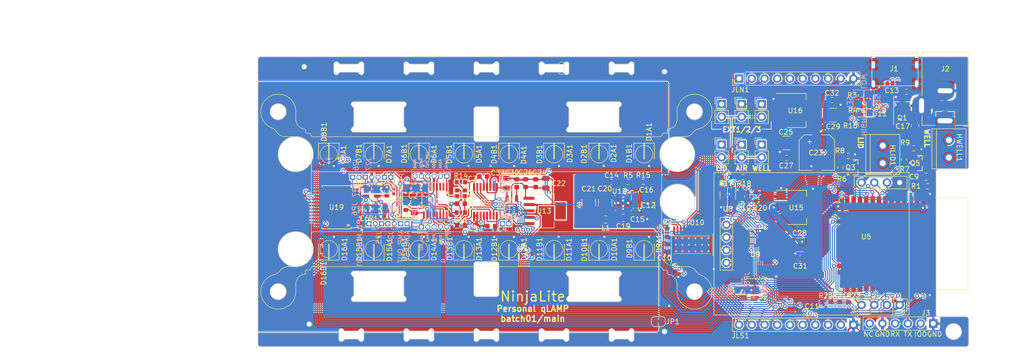
<source format=kicad_pcb>
(kicad_pcb (version 20211014) (generator pcbnew)
  (layers (0 "F.Cu" signal) (31 "B.Cu" signal) (34 "B.Paste" user) (35 "F.Paste" user) (36 "B.SilkS" user "B.Silkscreen") (37 "F.SilkS" user "F.Silkscreen") (38 "B.Mask" user) (39 "F.Mask" user) (44 "Edge.Cuts" user))
  (net 0 "")
  (net 1 "/Photo/ADA_RST")
  (net 2 "/Photo/ADA4")
  (net 3 "GNDA")
  (net 4 "3V3D")
  (net 5 "3V3A")
  (net 6 "PD_MUX_OUT")
  (net 7 "/Photo/PN2")
  (net 8 "/Photo/AMP_OUT")
  (net 9 "-1V")
  (net 10 "12V")
  (net 11 "Net-(HLID1-Pad2)")
  (net 12 "Net-(HWELL1-Pad2)")
  (net 13 "THERM_R_SWITCH")
  (net 14 "/PhotoMUX/N_PD_OUT15")
  (net 15 "MUX_S3")
  (net 16 "/WELL_HEATER")
  (net 17 "MUX_S2")
  (net 18 "/LID_HEATER")
  (net 19 "MUX_S1")
  (net 20 "VIN_SENSE")
  (net 21 "I2C_SCL")
  (net 22 "MUX_S0")
  (net 23 "I2C_SDA")
  (net 24 "/Photo/PHOTO_OUT_P")
  (net 25 "/Photo/PHOTO_OUT_N")
  (net 26 "THERM_MUX_OUT")
  (net 27 "Net-(Q1-Pad1)")
  (net 28 "Net-(JP10-Pad1)")
  (net 29 "Net-(Q3-Pad1)")
  (net 30 "Net-(Q5-Pad1)")
  (net 31 "/Photo/PP2")
  (net 32 "Net-(R14-Pad1)")
  (net 33 "THERM_AIR")
  (net 34 "THERM_EXT1")
  (net 35 "THERM_EXT2")
  (net 36 "THERM_EXT3")
  (net 37 "THERM_LID")
  (net 38 "THERM_WELL")
  (net 39 "CLKIN")
  (net 40 "Net-(R5-Pad1)")
  (net 41 "Net-(J1-PadB5)")
  (net 42 "Net-(J1-PadA5)")
  (net 43 "Net-(R2-Pad1)")
  (net 44 "Net-(R17-Pad2)")
  (net 45 "Net-(R18-Pad2)")
  (net 47 "/PhotoMUX/N_PD_OUT13")
  (net 48 "PD_REF_PWM")
  (net 50 "GNDD")
  (net 55 "/PhotoMUX/N_PD_OUT11")
  (net 58 "ADC_DRDY")
  (net 63 "/Photo/ADA8")
  (net 64 "/Photo/PN1")
  (net 65 "/Photo/PP1")
  (net 67 "Net-(C6-Pad1)")
  (net 68 "Net-(C18-Pad1)")
  (net 69 "Net-(J24-Pad2)")
  (net 70 "Net-(J26-Pad2)")
  (net 71 "/Photo/LPF_OUT")
  (net 72 "Net-(R15-Pad1)")
  (net 74 "/Power/PWRGD")
  (net 75 "5V")
  (net 79 "/Power/SELP")
  (net 84 "/Power/SEL")
  (net 87 "/PhotoMUX/N_PD_OUT9")
  (net 88 "/PhotoMUX/N_PD_OUT7")
  (net 89 "/PhotoMUX/N_PD_OUT5")
  (net 90 "/PhotoMUX/N_PD_OUT3")
  (net 91 "/PhotoMUX/N_PD_OUT1")
  (net 92 "/PhotoMUX/S_PD_OUT15")
  (net 93 "/PhotoMUX/S_PD_OUT13")
  (net 94 "/PhotoMUX/S_PD_OUT11")
  (net 95 "/PhotoMUX/S_PD_OUT9")
  (net 96 "/PhotoMUX/S_PD_OUT7")
  (net 97 "/PhotoMUX/S_PD_OUT5")
  (net 98 "/PhotoMUX/S_PD_OUT3")
  (net 99 "/PhotoMUX/S_PD_OUT1")
  (net 100 "Net-(D1A1-Pad1)")
  (net 101 "Net-(D15A1-Pad1)")
  (net 102 "Net-(D16A1-Pad1)")
  (net 103 "Net-(D14A1-Pad1)")
  (net 104 "Net-(D13A1-Pad1)")
  (net 105 "Net-(D12A1-Pad1)")
  (net 106 "Net-(D11A1-Pad1)")
  (net 107 "Net-(D10A1-Pad1)")
  (net 108 "Net-(D9A1-Pad1)")
  (net 109 "Net-(D8A1-Pad1)")
  (net 110 "Net-(D2A1-Pad1)")
  (net 111 "Net-(D3A1-Pad1)")
  (net 112 "Net-(D4A1-Pad1)")
  (net 113 "Net-(D5A1-Pad1)")
  (net 114 "Net-(D6A1-Pad1)")
  (net 115 "Net-(D7A1-Pad1)")
  (net 116 "LED_SPI_MOSI")
  (net 117 "LED_SPI_SCLK")
  (net 118 "LED_LAT")
  (net 119 "/PhotoLED/S_LED_OUT8")
  (net 120 "/PhotoLED/S_LED_OUT7")
  (net 121 "/PhotoLED/S_LED_OUT6")
  (net 122 "/PhotoLED/S_LED_OUT5")
  (net 123 "/PhotoLED/S_LED_OUT1")
  (net 124 "/PhotoLED/S_LED_OUT2")
  (net 125 "/PhotoLED/S_LED_OUT3")
  (net 126 "/PhotoLED/S_LED_OUT4")
  (net 127 "/PhotoLED/N_LED_OUT5")
  (net 128 "/PhotoLED/N_LED_OUT6")
  (net 129 "/PhotoLED/N_LED_OUT7")
  (net 130 "/PhotoLED/N_LED_OUT8")
  (net 131 "/PhotoLED/N_LED_OUT4")
  (net 132 "/PhotoLED/N_LED_OUT3")
  (net 133 "/PhotoLED/N_LED_OUT2")
  (net 134 "/PhotoLED/N_LED_OUT1")
  (net 135 "/PhotoLED/LED_BLANK")
  (net 136 "LED_SPI_MISO")
  (net 137 "Net-(C16-Pad1)")
  (net 139 "Net-(C14-Pad1)")
  (net 140 "Net-(C19-Pad2)")
  (net 141 "Net-(C19-Pad1)")
  (net 142 "Net-(JP8-Pad3)")
  (net 144 "TACT3")
  (net 145 "TACT2")
  (net 146 "/TXD")
  (net 147 "/RXD")
  (net 148 "TACT1")
  (net 149 "LED_R")
  (net 150 "LED_G")
  (net 151 "LED_B")
  (net 155 "Net-(C9-Pad1)")
  (net 156 "/Power/VIN")
  (net 157 "unconnected-(J3-Pad6)")
  (footprint "Ninja-qPCR:TB_SeeedOPL_320110028" (layer "F.Cu") (at 205.069999 89.680009 -90)
    (fp_text reference "HWELL1")
    (fp_text value "Screw_Terminal_01x02")
  )
  (footprint "Jumper:SolderJumper-2_P1.3mm_Bridged_RoundedPad1.0x1.5mm" (layer "F.Cu") (at 147 126 180)
    (fp_text reference "JP1")
    (fp_text value "SolderJumper_2_Bridged")
  )
  (footprint "Package_SO:TSSOP-16_4.4x5mm_P0.65mm" (layer "F.Cu") (at 191.278292 84.3998 -90)
    (fp_text reference "U11")
    (fp_text value "IP2721")
  )
  (footprint "Ninja-qPCR:TPS63710DRRR" (layer "F.Cu") (at 139.966 102.27 -90)
    (fp_text reference "U12")
    (fp_text value "TPS63710DRRR" hide)
  )
  (footprint "Package_TO_SOT_SMD:SOT-223-6" (layer "F.Cu") (at 124.306 103.85)
    (fp_text reference "U13")
    (fp_text value "MCP1755T-3302E_DC")
  )
  (footprint "Package_TO_SOT_SMD:SOT-23-5" (layer "F.Cu") (at 117.716 102.49 90)
    (fp_text reference "U14")
    (fp_text value "MCP1755T-3302E_OT")
  )
  (footprint "Package_TO_SOT_SMD:SOT-223" (layer "F.Cu") (at 174.72 103.15)
    (fp_text reference "U15")
    (fp_text value "CJT1117-3.3")
  )
  (footprint "Package_TO_SOT_SMD:SOT-223" (layer "F.Cu") (at 174.63 83.76)
    (fp_text reference "U16")
    (fp_text value "CJT1117-5.0")
  )
  (footprint "Capacitor_SMD:C_0805_2012Metric" (layer "F.Cu") (at 124.532 98.299995 90)
    (fp_text reference "C22")
    (fp_text value "4.7uF")
  )
  (footprint "Ninja-qPCR:35TZV100M6.3X8" (layer "F.Cu") (at 178.68 92.18 -90)
    (fp_text reference "C23")
    (fp_text value "100uF" hide)
  )
  (footprint "Capacitor_SMD:C_0603_1608Metric" (layer "F.Cu") (at 122.5 98.299995 90)
    (fp_text reference "C24")
    (fp_text value "0.1uF")
  )
  (footprint "Capacitor_SMD:C_1210_3225Metric" (layer "F.Cu") (at 172.58 90.25 180)
    (fp_text reference "C25")
    (fp_text value "22uF")
  )
  (footprint "Capacitor_SMD:C_0603_1608Metric" (layer "F.Cu") (at 172.59 93.26 180)
    (fp_text reference "C27")
    (fp_text value "0.1uF")
  )
  (footprint "Capacitor_SMD:C_1210_3225Metric" (layer "F.Cu") (at 181.93 84.68)
    (fp_text reference "C29")
    (fp_text value "22uF")
  )
  (footprint "Capacitor_SMD:C_0603_1608Metric" (layer "F.Cu") (at 118.69 98.299995 90)
    (fp_text reference "C30")
    (fp_text value "100pF")
  )
  (footprint "Capacitor_SMD:C_0603_1608Metric" (layer "F.Cu") (at 175.32 113.36 180)
    (fp_text reference "C31")
    (fp_text value "0.1uF")
  )
  (footprint "Capacitor_SMD:C_0805_2012Metric" (layer "F.Cu") (at 116.658 98.299995 90)
    (fp_text reference "C33")
    (fp_text value "4.7uF")
  )
  (footprint "Capacitor_SMD:C_0805_2012Metric" (layer "F.Cu") (at 136.496 105.57 180)
    (fp_text reference "L1")
    (fp_text value "2.2uH")
  )
  (footprint "Capacitor_SMD:C_0603_1608Metric" (layer "F.Cu") (at 196.563292 79.9998)
    (fp_text reference "C13")
    (fp_text value "1uF(<=20V)")
  )
  (footprint "Capacitor_SMD:C_0603_1608Metric" (layer "F.Cu") (at 137.645995 98.029993 180)
    (fp_text reference "C14")
    (fp_text value "1uF")
  )
  (footprint "Capacitor_SMD:C_1210_3225Metric" (layer "F.Cu") (at 133.096 102.22 90)
    (fp_text reference "C21")
    (fp_text value "22uF")
  )
  (footprint "Ninja-qPCR:TB_SeeedOPL_320110028" (layer "F.Cu") (at 191.85 90.8 -90)
    (fp_text reference "HLID1")
    (fp_text value "Screw_Terminal_01x02")
  )
  (footprint "Package_SO:SSOP-24_5.3x8.2mm_P0.65mm" (layer "F.Cu") (at 82.695999 103.120012 180)
    (fp_text reference "U19")
    (fp_text value "CD74HC4067M96")
  )
  (footprint "Capacitor_SMD:C_0603_1608Metric" (layer "F.Cu") (at 92.336 103.5 -90)
    (fp_text reference "C8")
    (fp_text value "0.1uF")
  )
  (footprint "Capacitor_SMD:C_0603_1608Metric" (layer "F.Cu") (at 179.705 122.936 -90)
    (fp_text reference "C11")
    (fp_text value "0.1uF")
  )
  (footprint "Capacitor_SMD:C_0603_1608Metric" (layer "F.Cu") (at 88.78 103.5 90)
    (fp_text reference "C6")
    (fp_text value "DNP(<1pF)")
  )
  (footprint "Capacitor_SMD:C_0603_1608Metric" (layer "F.Cu") (at 107.546004 106.722)
    (fp_text reference "C5")
    (fp_text value "0.1uF")
  )
  (footprint "Capacitor_SMD:C_0603_1608Metric" (layer "F.Cu") (at 113.626 106.87 180)
    (fp_text reference "C4")
    (fp_text value "0.1uF")
  )
  (footprint "Capacitor_SMD:C_0603_1608Metric" (layer "F.Cu") (at 112.026 96.95 180)
    (fp_text reference "C3")
    (fp_text value "0.1uF")
  )
  (footprint "Capacitor_SMD:C_0805_2012Metric" (layer "F.Cu") (at 98.266 103.28 90)
    (fp_text reference "C1")
    (fp_text value "4.7uF")
  )
  (footprint "Package_TO_SOT_SMD:SOT-23-8" (layer "F.Cu") (at 160.88675 100.738153 -90)
    (fp_text reference "U8")
    (fp_text value "TS12A12511DCNR")
  )
  (footprint "Package_TO_SOT_SMD:SOT-23-5" (layer "F.Cu") (at 89.696002 99.960012 180)
    (fp_text reference "U4")
    (fp_text value "LMP7717MF_NOPB")
  )
  (footprint "Capacitor_SMD:C_0805_2012Metric" (layer "F.Cu") (at 97.94 99.23 180)
    (fp_text reference "C2")
    (fp_text value "4.7uF")
  )
  (footprint "Ninja-qPCR:ASDK-32.768KHZ-LRT" (layer "F.Cu") (at 107.546011 100.311992 180)
    (fp_text reference "U3")
    (fp_text value "COM1305-0.032768-EXT-T-TR")
  )
  (footprint "Capacitor_SMD:C_0603_1608Metric" (layer "F.Cu") (at 107.546 102.404 180)
    (fp_text reference "C7")
    (fp_text value "0.1uF")
  )
  (footprint "Resistor_SMD:R_0603_1608Metric" (layer "F.Cu") (at 107.546011 98.085992)
    (fp_text reference "R14")
    (fp_text value "10k")
  )
  (footprint "Resistor_SMD:R_0603_1608Metric" (layer "F.Cu") (at 96.526 102.83 90)
    (fp_text reference "R10")
    (fp_text value "10k")
  )
  (footprint "Ninja-qPCR:ADA2200ARUZ" (layer "F.Cu") (at 102.4336 101.861 -90)
    (fp_text reference "U1")
    (fp_text value "ADA2200ARUZ" hide)
  )
  (footprint "Ninja-qPCR:ADS122C04IPWR" (layer "F.Cu") (at 112.451 101.92 90)
    (fp_text reference "U2")
    (fp_text value "ADS1219IPWR")
  )
  (footprint "Resistor_SMD:R_0603_1608Metric" (layer "F.Cu") (at 107.546004 104.182)
    (fp_text reference "R11")
    (fp_text value "10k")
  )
  (footprint "Resistor_SMD:R_0603_1608Metric" (layer "F.Cu") (at 90.558 103.5 -90)
    (fp_text reference "R13")
    (fp_text value "10M")
  )
  (footprint "Resistor_SMD:R_0603_1608Metric" (layer "F.Cu") (at 163.886 97.110005)
    (fp_text reference "R17")
    (fp_text value "10k_HP")
  )
  (footprint "Resistor_SMD:R_0603_1608Metric" (layer "F.Cu") (at 160.556 97.11 180)
    (fp_text reference "R18")
    (fp_text value "47k_HP")
  )
  (footprint "Package_SO:SOIC-16_3.9x9.9mm_P1.27mm" (layer "F.Cu") (at 166.411 112.335 180)
    (fp_text reference "U9")
    (fp_text value "SN74LV4051A")
  )
  (footprint "Ninja-qPCR:SN74LVC1GU04DBVR" (layer "F.Cu") (at 165.106 120.2 180)
    (fp_text reference "U7")
    (fp_text value "SN74LVC1GU04DCKR" hide)
  )
  (footprint "Capacitor_SMD:C_0603_1608Metric" (layer "F.Cu") (at 120.468 98.299995 90)
    (fp_text reference "C26")
    (fp_text value "0.01uF")
  )
  (footprint "Ninja-qPCR:SOT95P240X112-3N" (layer "F.Cu") (at 199.02 94.28)
    (fp_text reference "Q5")
    (fp_text value "Q_NMOS_GSD")
  )
  (footprint "Ninja-qPCR:SOT95P240X112-3N" (layer "F.Cu") (at 186.18 95.12)
    (fp_text reference "Q3")
    (fp_text value "Q_NMOS_GSD")
  )
  (footprint "Ninja-qPCR:SOT95P240X112-3N" (layer "F.Cu") (at 195.778292 82.7098 90)
    (fp_text reference "Q1")
    (fp_text value "Q_NMOS_GSD")
  )
  (footprint "Package_SO:HTSSOP-24-1EP_4.4x7.8mm_P0.65mm_EP3.4x7.8mm_Mask2.4x4.68mm_ThermalVias" (layer "F.Cu") (at 153.756 110.63 90)
    (fp_text reference "U10")
    (fp_text value "TLC5929")
  )
  (footprint "Capacitor_SMD:C_0603_1608Metric" (layer "F.Cu") (at 142.495998 103.349998 90)
    (fp_text reference "C15")
    (fp_text value "1uF")
  )
  (footprint "Resistor_SMD:R_0603_1608Metric" (layer "F.Cu") (at 164.749988 101.000001 -90)
    (fp_text reference "R19")
    (fp_text value "100k")
  )
  (footprint "Capacitor_SMD:C_0805_2012Metric" (layer "F.Cu") (at 200.525 97.02 180)
    (fp_text reference "C9")
    (fp_text value "10uF")
  )
  (footprint "Connector_PinHeader_2.54mm:PinHeader_1x02_P2.54mm_Vertical" (layer "F.Cu") (at 167.646956 90.579052)
    (fp_text reference "TWELL1" hide)
    (fp_text value "Conn_01x02_Male")
  )
  (footprint "Connector_PinHeader_2.54mm:PinHeader_1x02_P2.54mm_Vertical" (layer "F.Cu") (at 159.646956 90.579052)
    (fp_text reference "TLID1" hide)
    (fp_text value "Conn_01x02_Male")
  )
  (footprint "Connector_PinHeader_2.54mm:PinHeader_1x02_P2.54mm_Vertical" (layer "F.Cu") (at 167.646956 82.479052)
    (fp_text reference "TEXT3" hide)
    (fp_text value "Conn_01x02_Male")
  )
  (footprint "Connector_PinHeader_2.54mm:PinHeader_1x02_P2.54mm_Vertical" (layer "F.Cu") (at 163.646956 82.479052)
    (fp_text reference "TEXT2" hide)
    (fp_text value "Conn_01x02_Male")
  )
  (footprint "Connector_PinHeader_2.54mm:PinHeader_1x02_P2.54mm_Vertical" (layer "F.Cu") (at 159.646956 82.479052)
    (fp_text reference "TEXT1" hide)
    (fp_text value "Conn_01x02_Male")
  )
  (footprint "Connector_PinHeader_2.54mm:PinHeader_1x02_P2.54mm_Vertical" (layer "F.Cu") (at 163.646956 90.579052)
    (fp_text reference "TAIR1" hide)
    (fp_text value "Conn_01x02_Male")
  )
  (footprint "Resistor_SMD:R_0603_1608Metric" (layer "F.Cu") (at 198.02 91.305 180)
    (fp_text reference "R9")
    (fp_text value "47k")
  )
  (footprint "Resistor_SMD:R_0603_1608Metric" (layer "F.Cu") (at 184.99 92.86 180)
    (fp_text reference "R8")
    (fp_text value "47k")
  )
  (footprint "Resistor_SMD:R_0603_1608Metric" (layer "F.Cu") (at 140.936006 98.029993 180)
    (fp_text reference "R5")
    (fp_text value "39k")
  )
  (footprint "Resistor_SMD:R_0603_1608Metric" (layer "F.Cu") (at 187.500006 80.7212 -90)
    (fp_text reference "R3")
    (fp_text value "5.1k")
  )
  (footprint "Resistor_SMD:R_0603_1608Metric" (layer "F.Cu") (at 187.500006 83.7692 -90)
    (fp_text reference "R4")
    (fp_text value "5.1k")
  )
  (footprint "Resistor_SMD:R_0603_1608Metric" (layer "F.Cu") (at 196.1 93.57 -90)
    (fp_text reference "R7")
    (fp_text value "150")
  )
  (footprint "Resistor_SMD:R_0603_1608Metric" (layer "F.Cu") (at 183.39 95.19 -90)
    (fp_text reference "R6")
    (fp_text value "150")
  )
  (footprint "Resistor_SMD:R_0603_1608Metric" (layer "F.Cu") (at 148.756005 108.219991 -90)
    (fp_text reference "R2")
    (fp_text value "0")
  )
  (footprint "Resistor_SMD:R_0603_1608Metric" (layer "F.Cu") (at 200.75 98.94 180)
    (fp_text reference "R1")
    (fp_text value "100k")
  )
  (footprint "Resistor_SMD:R_0603_1608Metric" (layer "F.Cu") (at 187.500006 86.8172 -90)
    (fp_text reference "R16")
    (fp_text value "100k")
  )
  (footprint "Capacitor_SMD:C_0603_1608Metric" (layer "F.Cu") (at 148.756005 111.290012 -90)
    (fp_text reference "C10")
    (fp_text value "0.1uF")
  )
  (footprint "Capacitor_SMD:C_1210_3225Metric" (layer "F.Cu") (at 175.24 110.63 180)
    (fp_text reference "C28")
    (fp_text value "22uF")
  )
  (footprint "Capacitor_SMD:C_0603_1608Metric" (layer "F.Cu") (at 181.7 81.68)
    (fp_text reference "C32")
    (fp_text value "0.1uF")
  )
  (footprint "Connector_BarrelJack:BarrelJack_Horizontal" (layer "F.Cu") (at 204.295792 85.8098 -90)
    (fp_text reference "J2")
    (fp_text value "Barrel_Jack_Switch")
  )
  (footprint "Diodes_SMD:D_1206" (layer "F.Cu") (at 107.157211 92.502066 -90)
    (fp_text reference "D5B1")
    (fp_text value "D_Photo")
  )
  (footprint "Resistor_SMD:R_0603_1608Metric" (layer "F.Cu") (at 181.483 122.936 90)
    (fp_text reference "R23")
    (fp_text value "100k")
  )
  (footprint "Diodes_SMD:D_1206" (layer "F.Cu") (at 134.157211 111.501633 90)
    (fp_text reference "D10B1")
    (fp_text value "D_Photo")
  )
  (footprint "Diodes_SMD:D_1206" (layer "F.Cu") (at 89.157211 92.502066 -90)
    (fp_text reference "D7B1")
    (fp_text value "D_Photo")
  )
  (footprint "Diodes_SMD:D_1206" (layer "F.Cu") (at 134.157211 92.502066 -90)
    (fp_text reference "D2B1")
    (fp_text value "D_Photo")
  )
  (footprint "Diodes_SMD:D_1206" (layer "F.Cu") (at 127.157211 111.501633 90)
    (fp_text reference "D11A1")
    (fp_text value "D_Photo")
  )
  (footprint "Diodes_SMD:D_1206" (layer "F.Cu") (at 136.157211 92.502066 -90)
    (fp_text reference "D2A1")
    (fp_text value "D_Photo")
  )
  (footprint "Diodes_SMD:D_1206" (layer "F.Cu") (at 143.157211 92.502066 -90)
    (fp_text reference "D1B1")
    (fp_text value "D_Photo")
  )
  (footprint "Diodes_SMD:D_1206" (layer "F.Cu") (at 100.157211 111.501633 90)
    (fp_text reference "D14A1")
    (fp_text value "D_Photo")
  )
  (footprint "Ninja-qPCR:LITE_LCD" (layer "F.Cu") (at 158.111003 96.175006)
    (fp_text reference "U17" hide)
    (fp_text value "LITE_LCD")
  )
  (footprint "Diodes_SMD:D_1206" (layer "F.Cu") (at 100.157211 92.502066 -90)
    (fp_text reference "D6A1")
    (fp_text value "D_Photo")
  )
  (footprint "Resistor_SMD:R_0603_1608Metric" (layer "F.Cu") (at 185.039 122.936 90)
    (fp_text reference "R22")
    (fp_text value "100k")
  )
  (footprint "Diodes_SMD:D_1206" (layer "F.Cu") (at 125.157211 111.501633 90)
    (fp_text reference "D11B1")
    (fp_text value "D_Photo")
  )
  (footprint "Diodes_SMD:D_1206" (layer "F.Cu") (at 116.157211 111.501633 90)
    (fp_text reference "D12B1")
    (fp_text value "D_Photo")
  )
  (footprint "Capacitor_SMD:C_1210_3225Metric" (layer "F.Cu") (at 136.386 102.22 90)
    (fp_text reference "C20")
    (fp_text value "22uF")
  )
  (footprint "Ninja-qPCR:ALI_USB" (layer "F.Cu") (at 198.608282 78.419792 180)
    (fp_text reference "J1")
    (fp_text value "ALI_USB")
  )
  (footprint "Capacitor_SMD:C_0603_1608Metric" (layer "F.Cu") (at 142.495998 100.309999 -90)
    (fp_text reference "C16")
    (fp_text value "1uF")
  )
  (footprint "Connector_PinHeader_2.54mm:PinHeader_1x10_P2.54mm_Vertical" (layer "F.Cu") (at 186.001 126.628 -90)
    (fp_text reference "JLS1")
    (fp_text value "Conn_01x10_Male")
  )
  (footprint "Diodes_SMD:D_1206" (layer "F.Cu") (at 82.157211 111.501633 90)
    (fp_text reference "D16A1")
    (fp_text value "D_Photo")
  )
  (footprint "Diodes_SMD:D_1206" (layer "F.Cu") (at 118.157211 111.501633 90)
    (fp_text reference "D12A1")
    (fp_text value "D_Photo")
  )
  (footprint "Resistor_SMD:R_0603_1608Metric" (layer "F.Cu") (at 143.995995 98.029993)
    (fp_text reference "R15")
    (fp_text value "150k")
  )
  (footprint "Diodes_SMD:D_1206" (layer "F.Cu") (at 109.157211 111.501633 90)
    (fp_text reference "D13A1")
    (fp_text value "D_Photo")
  )
  (footprint "Diodes_SMD:D_1206" (layer "F.Cu") (at 118.157211 92.502066 -90)
    (fp_text reference "D4A1")
    (fp_text value "D_Photo")
  )
  (footprint "Diodes_SMD:D_1206" (layer "F.Cu") (at 109.157211 92.502066 -90)
    (fp_text reference "D5A1")
    (fp_text value "D_Photo")
  )
  (footprint "Diodes_SMD:D_1206" (layer "F.Cu") (at 80.157211 92.502066 -90)
    (fp_text reference "D8B1")
    (fp_text value "D_Photo")
  )
  (footprint "Diodes_SMD:D_1206" (layer "F.Cu") (at 98.157211 111.501633 90)
    (fp_text reference "D14B1")
    (fp_text value "D_Photo")
  )
  (footprint "Capacitor_SMD:C_0805_2012Metric" (layer "F.Cu") (at 198.308292 86.7698 90)
    (fp_text reference "C17")
    (fp_text value "10uF(<=20V)")
  )
  (footprint "RF_Module:ESP32-WROOM-32" (layer "F.Cu") (at 193.006 110.42 -90)
    (fp_text reference "U5")
    (fp_text value "ESP32-WROOM-32")
  )
  (footprint "Diodes_SMD:D_1206" (layer "F.Cu") (at 80.157211 111.501633 90)
    (fp_text reference "D16B1")
    (fp_text value "D_Photo")
  )
  (footprint "Connector_PinHeader_2.54mm:PinHeader_1x06_P2.54mm_Vertical" (layer "F.Cu") (at 201.946 126.38 -90)
    (fp_text reference "J3")
    (fp_text value "Conn_01x06_Male")
  )
  (footprint "Resistor_SMD:R_0603_1608Metric" (layer "F.Cu") (at 166.527988 101.000001 90)
    (fp_text reference "R20")
    (fp_text value "10k")
  )
  (footprint "Diodes_SMD:D_1206" (layer "F.Cu") (at 91.157211 111.501633 90)
    (fp_text reference "D15A1")
    (fp_text value "D_Photo")
  )
  (footprint "Diodes_SMD:D_1206" (layer "F.Cu") (at 127.157211 92.502066 -90)
    (fp_text reference "D3A1")
    (fp_text value "D_Photo")
  )
  (footprint "Capacitor_SMD:C_0402_1005Metric" (layer "F.Cu") (at 94.146005 99.960012 90)
    (fp_text reference "C18")
    (fp_text value "330pF")
  )
  (footprint "Diodes_SMD:D_1206" (layer "F.Cu") (at 89.157211 111.501633 90)
    (fp_text reference "D15B1")
    (fp_text value "D_Photo")
  )
  (footprint "Connector_PinHeader_2.54mm:PinHeader_1x10_P2.54mm_Vertical" (layer "F.Cu") (at 163.141 77.372 90)
    (fp_text reference "JLN1")
    (fp_text value "Conn_01x10_Male")
  )
  (footprint "Diodes_SMD:D_1206" (layer "F.Cu") (at 125.157211 92.502066 -90)
    (fp_text reference "D3B1")
    (fp_text value "D_Photo")
  )
  (footprint "Diodes_SMD:D_1206" (layer "F.Cu") (at 145.157211 111.501633 90)
    (fp_text reference "D9A1")
    (fp_text value "D_Photo")
  )
  (footprint "Resistor_SMD:R_0603_1608Metric" (layer "F.Cu") (at 92.776006 99.960012 -90)
    (fp_text reference "R12")
    (fp_text value "10k")
  )
  (footprint "Resistor_SMD:R_0603_1608Metric" (layer "F.Cu") (at 183.261 122.936 90)
    (fp_text reference "R21")
    (fp_text value "100k")
  )
  (footprint "Diodes_SMD:D_1206" (layer "F.Cu") (at 116.157211 92.502066 -90)
    (fp_text reference "D4B1")
    (fp_text value "D_Photo")
  )
  (footprint "Capacitor_SMD:C_0805_2012Metric" (layer "F.Cu") (at 139.986 105.23 180)
    (fp_text reference "C19")
    (fp_text value "10uF")
  )
  (footprint "Diodes_SMD:D_1206" (layer "F.Cu") (at 91.157211 92.502066 -90)
    (fp_text reference "D7A1")
    (fp_text value "D_Photo")
  )
  (footprint "Diodes_SMD:D_1206" (layer "F.Cu") (at 145.157211 92.502066 -90)
    (fp_text reference "D1A1")
    (fp_text value "D_Photo")
  )
  (footprint "Diodes_SMD:D_1206" (layer "F.Cu") (at 82.157211 92.502066 -90)
    (fp_text reference "D8A1")
    (fp_text value "D_Photo")
  )
  (footprint "Diodes_SMD:D_1206" (layer "F.Cu") (at 107.157211 111.501633 90)
    (fp_text reference "D13B1")
    (fp_text value "D_Photo")
  )
  (footprint "Diodes_SMD:D_1206" (layer "F.Cu") (at 98.157211 92.502066 -90)
    (fp_text reference "D6B1")
    (fp_text value "D_Photo")
  )
  (footprint "Diodes_SMD:D_1206" (layer "F.Cu") (at 143.157211 111.501633 90)
    (fp_text reference "D9B1")
    (fp_text value "D_Photo")
  )
  (footprint "Capacitor_SMD:C_1210_3225Metric" (layer "F.Cu") (at 144.936 102.71 90)
    (fp_text reference "C12")
    (fp_text value "22uF")
  )
  (footprint "Diodes_SMD:D_1206" (layer "F.Cu") (at 136.157211 111.501633 90)
    (fp_text reference "D10A1")
    (fp_text value "D_Photo")
  )
  (footprint "Connector_PinHeader_1.27mm:PinHeader_1x01_P1.27mm_Vertical" (layer "B.Cu") (at 89.155998 106.419994 180)
    (fp_text reference "J13" hide)
    (fp_text value "Conn_01x01_Male")
  )
  (footprint "Connector_PinSocket_1.27mm:PinSocket_1x06_P1.27mm_Vertical" (layer "B.Cu") (at 104.732 96.8886 90)
    (fp_text reference "J12" hide)
    (fp_text value "Conn_01x06_Male")
  )
  (footprint "Connector_PinHeader_1.27mm:PinHeader_1x01_P1.27mm_Vertical" (layer "B.Cu") (at 95.505998 106.419994)
    (fp_text reference "J16" hide)
    (fp_text value "Conn_01x01_Male")
  )
  (footprint "Connector_PinSocket_1.27mm:PinSocket_1x01_P1.27mm_Vertical" (layer "B.Cu") (at 115.87601 106.419994 -90)
    (fp_text reference "J15" hide)
    (fp_text value "Conn_01x01_Male")
  )
  (footprint "Connector_PinSocket_1.27mm:PinSocket_1x01_P1.27mm_Vertical" (layer "B.Cu") (at 117.14601 106.419994 -90)
    (fp_text reference "J14" hide)
    (fp_text value "Conn_01x01_Male")
  )
  (footprint "Jumper:SolderJumper-3_P2.0mm_Open_TrianglePad1.0x1.5mm" (layer "B.Cu") (at 90.616 99.5 180)
    (fp_text reference "JP7")
    (fp_text value "Jumper_3_Open")
  )
  (footprint "Connector_PinHeader_1.27mm:PinHeader_1x01_P1.27mm_Vertical" (layer "B.Cu") (at 96.775998 106.419994 -90)
    (fp_text reference "J20" hide)
    (fp_text value "Conn_01x01_Male")
  )
  (footprint "Connector_PinHeader_1.27mm:PinHeader_1x01_P1.27mm_Vertical" (layer "B.Cu") (at 93.536 97.110005 -90)
    (fp_text reference "J23" hide)
    (fp_text value "Conn_01x01_Male")
  )
  (footprint "Jumper:SolderJumper-3_P2.0mm_Open_TrianglePad1.0x1.5mm" (layer "B.Cu") (at 90.526 103.44)
    (fp_text reference "JP6")
    (fp_text value "Jumper_3_Open")
  )
  (footprint "Jumper:SolderJumper-3_P2.0mm_Open_TrianglePad1.0x1.5mm" (layer "B.Cu") (at 98.483354 99.318 180)
    (fp_text reference "JP4")
    (fp_text value "Jumper_3_Open")
  )
  (footprint "Connector_PinHeader_1.27mm:PinHeader_1x02_P1.27mm_Vertical" (layer "B.Cu") (at 85.916 97.110005 -90)
    (fp_text reference "J26" hide)
    (fp_text value "Conn_01x02_Male")
  )
  (footprint "Connector_PinSocket_1.27mm:PinSocket_1x05_P1.27mm_Vertical" (layer "B.Cu") (at 99.652 107.0486 -90)
    (fp_text reference "J21" hide)
    (fp_text value "Conn_01x05_Male")
  )
  (footprint "Jumper:SolderJumper-3_P2.0mm_Open_TrianglePad1.0x1.5mm" (layer "B.Cu") (at 186.957487 82.390005 90)
    (fp_text reference "JP9" hide)
    (fp_text value "Jumper_3_Open")
  )
  (footprint "Jumper:SolderJumper-3_P2.0mm_Open_TrianglePad1.0x1.5mm" (layer "B.Cu") (at 98.483354 101.969989 180)
    (fp_text reference "JP5")
    (fp_text value "Jumper_3_Open")
  )
  (footprint "Connector_PinHeader_1.27mm:PinHeader_1x02_P1.27mm_Vertical" (layer "B.Cu") (at 92.266 97.110005 90)
    (fp_text reference "J22" hide)
    (fp_text value "Conn_01x02_Male")
  )
  (footprint "Connector_PinHeader_1.27mm:PinHeader_1x02_P1.27mm_Vertical" (layer "B.Cu") (at 91.695998 106.419994 90)
    (fp_text reference "J25")
    (fp_text value "Conn_01x02_Male")
  )
  (footprint "Connector_PinHeader_1.27mm:PinHeader_1x02_P1.27mm_Vertical" (layer "B.Cu") (at 92.965998 106.419994 -90)
    (fp_text reference "J24")
    (fp_text value "Conn_01x02_Male")
  )
  (footprint "Jumper:SolderJumper-3_P2.0mm_Open_TrianglePad1.0x1.5mm" (layer "B.Cu") (at 164.696 119.68 180)
    (fp_text reference "JP8")
    (fp_text value "Jumper_3_Open")
  )
  (footprint "Connector_PinHeader_1.27mm:PinHeader_1x02_P1.27mm_Vertical" (layer "B.Cu") (at 88.456 97.110005 -90)
    (fp_text reference "J27")
    (fp_text value "Conn_01x02_Male")
  )
  (footprint "Jumper:SolderJumper-3_P2.0mm_Open_TrianglePad1.0x1.5mm" (layer "B.Cu") (at 189.100003 82.390005 90)
    (fp_text reference "JP10" hide)
    (fp_text value "Jumper_3_Open")
  )
  (gr_line (start 147.657227 111.5) (end 147.657227 92.5) (layer "F.SilkS") (width 0.1))
  (gr_arc (start 69.793791 87.266166) (mid 70.34204 87.588129) (end 70.761537 88.065895) (layer "F.SilkS") (width 0.1))
  (gr_arc (start 71.379757 115.828755) (mid 70.875438 116.315728) (end 70.234047 116.598743) (layer "F.SilkS") (width 0.1))
  (gr_circle (center 126.157202 111.501637) (end 124.407202 111.501637) (layer "F.SilkS") (width 0.1) (fill none))
  (gr_arc (start 69.793791 87.266166) (mid 69.088495 81.115515) (end 74.563915 84.004758) (layer "F.SilkS") (width 0.1))
  (gr_arc (start 147.886139 88.404914) (mid 147.959302 88.332085) (end 148.059038 88.305442) (layer "F.SilkS") (width 0.1))
  (gr_arc (start 76.497682 115.898256) (mid 76.55626 115.756834) (end 76.697682 115.698256) (layer "F.SilkS") (width 0.1))
  (gr_arc (start 76.712016 88.305442) (mid 76.570595 88.246863) (end 76.512016 88.105442) (layer "F.SilkS") (width 0.1))
  (gr_arc (start 77.428279 115.598784) (mid 77.355116 115.671613) (end 77.25538 115.698256) (layer "F.SilkS") (width 0.1))
  (gr_arc (start 77.428293 88.404914) (mid 77.500888 88.541698) (end 77.562683 88.683688) (layer "F.SilkS") (width 0.1))
  (gr_arc (start 72.455067 89.001961) (mid 71.487562 88.752371) (end 70.761537 88.065895) (layer "F.SilkS") (width 0.1))
  (gr_circle (center 144.157216 92.502061) (end 145.907216 92.502061) (layer "F.SilkS") (width 0.1) (fill none))
  (gr_arc (start 71.379757 115.828755) (mid 72.090263 115.22045) (end 72.999668 115.001737) (layer "F.SilkS") (width 0.1))
  (gr_line (start 76.512016 87.717688) (end 76.512016 88.105442) (layer "F.SilkS") (width 0.1))
  (gr_arc (start 149.18281 116.546221) (mid 150.310089 117.246864) (end 150.750503 118.49894) (layer "F.SilkS") (width 0.1))
  (gr_arc (start 74.563643 89.001961) (mid 76.369254 89.503667) (end 77.657216 90.86495) (layer "F.SilkS") (width 0.1))
  (gr_line (start 74.563901 118.49894) (end 74.563901 119.99894) (layer "F.SilkS") (width 0.1))
  (gr_line (start 147.657202 108.501637) (end 147.657202 113.138748) (layer "F.SilkS") (width 0.1))
  (gr_line (start 148.816736 88.105442) (end 148.816736 87.712572) (layer "F.SilkS") (width 0.1))
  (gr_arc (start 77.562669 115.32001) (mid 77.500874 115.462) (end 77.428279 115.598784) (layer "F.SilkS") (width 0.1))
  (gr_line (start 72.999668 115.001737) (end 74.563629 115.001737) (layer "F.SilkS") (width 0.1))
  (gr_arc (start 147.751749 88.683688) (mid 147.568027 88.914864) (end 147.285904 89.002061) (layer "F.SilkS") (width 0.1))
  (gr_arc (start 76.131608 87.457477) (mid 75.004329 86.756834) (end 74.563915 85.504758) (layer "F.SilkS") (width 0.1))
  (gr_line (start 74.563915 84.004758) (end 74.563915 85.504758) (layer "F.SilkS") (width 0.1))
  (gr_line (start 78.028528 89.002061) (end 147.285904 89.002061) (layer "F.SilkS") (width 0.1))
  (gr_circle (center 108.157202 111.501637) (end 106.407202 111.501637) (layer "F.SilkS") (width 0.1) (fill none))
  (gr_line (start 77.657216 95.502061) (end 77.657216 90.86495) (layer "F.SilkS") (width 0.1))
  (gr_circle (center 90.157216 92.502061) (end 91.907216 92.502061) (layer "F.SilkS") (width 0.1) (fill none))
  (gr_line (start 152.31475 89.001961) (end 150.750789 89.001961) (layer "F.SilkS") (width 0.1))
  (gr_line (start 77.657202 113.138748) (end 77.657202 108.501637) (layer "F.SilkS") (width 0.1))
  (gr_line (start 159.656011 87.499996) (end 157.656011 87.499996) (layer "F.SilkS") (width 0.15))
  (gr_arc (start 147.751749 88.683688) (mid 147.813544 88.541698) (end 147.886139 88.404914) (layer "F.SilkS") (width 0.1))
  (gr_arc (start 149.18281 116.546221) (mid 149.057398 116.514167) (end 148.934323 116.474066) (layer "F.SilkS") (width 0.1))
  (gr_line (start 157.655999 87.5) (end 157.655999 86.000003) (layer "F.SilkS") (width 0.15))
  (gr_arc (start 78.028528 89.002061) (mid 77.746406 88.914864) (end 77.562683 88.683688) (layer "F.SilkS") (width 0.1))
  (gr_arc (start 76.36417 116.479751) (mid 76.248888 116.516505) (end 76.131594 116.546221) (layer "F.SilkS") (width 0.1))
  (gr_arc (start 150.750517 84.004758) (mid 156.412172 81.252077) (end 155.080371 87.404955) (layer "F.SilkS") (width 0.1))
  (gr_circle (center 135.157202 111.501637) (end 133.407202 111.501637) (layer "F.SilkS") (width 0.1) (fill none))
  (gr_arc (start 155.520627 116.737532) (mid 154.972378 116.415569) (end 154.552881 115.937803) (layer "F.SilkS") (width 0.1))
  (gr_arc (start 74.563901 119.99894) (mid 68.902246 122.751621) (end 70.234047 116.598743) (layer "F.SilkS") (width 0.1))
  (gr_circle (center 117.157216 92.502061) (end 118.907216 92.502061) (layer "F.SilkS") (width 0.1) (fill none))
  (gr_line (start 147.157216 96.002061) (end 78.157216 96.002061) (layer "F.SilkS") (width 0.1))
  (gr_circle (center 117.157202 111.501637) (end 115.407202 111.501637) (layer "F.SilkS") (width 0.1) (fill none))
  (gr_arc (start 74.563901 118.49894) (mid 75.004315 117.246865) (end 76.131594 116.546221) (layer "F.SilkS") (width 0.1))
  (gr_arc (start 147.157202 108.001637) (mid 147.510755 108.148084) (end 147.657202 108.501637) (layer "F.SilkS") (width 0.1))
  (gr_arc (start 155.520627 116.737532) (mid 156.225923 122.888183) (end 150.750503 119.99894) (layer "F.SilkS") (width 0.1))
  (gr_circle (center 90.157202 111.501637) (end 88.407202 111.501637) (layer "F.SilkS") (width 0.1) (fill none))
  (gr_line (start 150.750775 115.001737) (end 152.859351 115.001737) (layer "F.SilkS") (width 0.1))
  (gr_line (start 147.657216 90.86495) (end 147.657216 95.502061) (layer "F.SilkS") (width 0.1))
  (gr_arc (start 150.750775 115.001737) (mid 148.945164 114.500031) (end 147.657202 113.138748) (layer "F.SilkS") (width 0.1))
  (gr_circle (center 99.157202 111.501637) (end 97.407202 111.501637) (layer "F.SilkS") (width 0.1) (fill none))
  (gr_line (start 76.712016 88.305442) (end 77.255394 88.305442) (layer "F.SilkS") (width 0.1))
  (gr_circle (center 135.157216 92.502061) (end 136.907216 92.502061) (layer "F.SilkS") (width 0.1) (fill none))
  (gr_arc (start 148.059024 115.698256) (mid 147.959289 115.671613) (end 147.886125 115.598784) (layer "F.SilkS") (width 0.1))
  (gr_circle (center 108.157216 92.502061) (end 109.907216 92.502061) (layer "F.SilkS") (width 0.1) (fill none))
  (gr_line (start 148.059038 88.305442) (end 148.616736 88.305442) (layer "F.SilkS") (width 0.1))
  (gr_arc (start 153.934661 88.174943) (mid 154.43898 87.68797) (end 155.080371 87.404955) (layer "F.SilkS") (width 0.1))
  (gr_arc (start 150.750517 85.504758) (mid 150.310103 86.756833) (end 149.182824 87.457477) (layer "F.SilkS") (width 0.1))
  (gr_arc (start 148.816736 87.712572) (mid 148.853492 87.597025) (end 148.950248 87.523947) (layer "F.SilkS") (width 0.1))
  (gr_circle (center 144.157202 111.501637) (end 142.407202 111.501637) (layer "F.SilkS") (width 0.1) (fill none))
  (gr_line (start 150.750517 85.504758) (end 150.750517 84.004758) (layer "F.SilkS") (width 0.1))
  (gr_line (start 167.756004 87.5) (end 169.556 87.5) (layer "F.SilkS") (width 0.15))
  (gr_line (start 76.497682 115.898256) (end 76.497682 116.291126) (layer "F.SilkS") (width 0.1))
  (gr_arc (start 148.950248 87.523947) (mid 149.06553 87.487193) (end 149.182824 87.457477) (layer "F.SilkS") (width 0.1))
  (gr_arc (start 76.131608 87.457477) (mid 76.25702 87.489531) (end 76.380095 87.529632) (layer "F.SilkS") (width 0.1))
  (gr_arc (start 147.28589 115.001637) (mid 147.568012 115.088834) (end 147.751735 115.32001) (layer "F.SilkS") (width 0.1))
  (gr_arc (start 148.602402 115.698256) (mid 148.743823 115.756835) (end 148.802402 115.898256) (layer "F.SilkS") (width 0.1))
  (gr_line (start 169.556 87.5) (end 169.556 86.000003) (layer "F.SilkS") (width 0.15))
  (gr_arc (start 76.497682 116.291126) (mid 76.460926 116.406673) (end 76.36417 116.479751) (layer "F.SilkS") (width 0.1))
  (gr_arc (start 152.859351 115.001737) (mid 153.826856 115.251327) (end 154.552881 115.937803) (layer "F.SilkS") (width 0.1))
  (gr_arc (start 77.562669 115.32001) (mid 77.746391 115.088834) (end 78.028514 115.001637) (layer "F.SilkS") (width 0.1))
  (gr_arc (start 147.657216 95.502061) (mid 147.510769 95.855614) (end 147.157216 96.002061) (layer "F.SilkS") (width 0.1))
  (gr_circle (center 99.157216 92.502061) (end 100.907216 92.502061) (layer "F.SilkS") (width 0.1) (fill none))
  (gr_arc (start 153.934661 88.174943) (mid 153.224155 88.783248) (end 152.31475 89.001961) (layer "F.SilkS") (width 0.1))
  (gr_line (start 77.657214 92.5) (end 77.657214 111.5) (layer "F.SilkS") (width 0.1))
  (gr_arc (start 147.886125 115.598784) (mid 147.81353 115.462) (end 147.751735 115.32001) (layer "F.SilkS") (width 0.1))
  (gr_line (start 74.563643 89.001961) (end 72.455067 89.001961) (layer "F.SilkS") (width 0.1))
  (gr_arc (start 148.816736 88.105442) (mid 148.758158 88.246864) (end 148.616736 88.305442) (layer "F.SilkS") (width 0.1))
  (gr_line (start 78.157202 108.001637) (end 147.157202 108.001637) (layer "F.SilkS") (width 0.1))
  (gr_arc (start 148.934323 116.474066) (mid 148.838671 116.400867) (end 148.802402 116.28601) (layer "F.SilkS") (width 0.1))
  (gr_arc (start 77.255394 88.305442) (mid 77.355129 88.332085) (end 77.428293 88.404914) (layer "F.SilkS") (width 0.1))
  (gr_line (start 77.25538 115.698256) (end 76.697682 115.698256) (layer "F.SilkS") (width 0.1))
  (gr_arc (start 76.380095 87.529632) (mid 76.475747 87.602831) (end 76.512016 87.717688) (layer "F.SilkS") (width 0.1))
  (gr_circle (center 81.157216 92.502061) (end 82.907216 92.502061) (layer "F.SilkS") (width 0.1) (fill none))
  (gr_arc (start 78.157216 96.002061) (mid 77.803663 95.855614) (end 77.657216 95.502061) (layer "F.SilkS") (width 0.1))
  (gr_line (start 148.802402 116.28601) (end 148.802402 115.898256) (layer "F.SilkS") (width 0.1))
  (gr_arc (start 147.657216 90.86495) (mid 148.945178 89.503667) (end 150.750789 89.001961) (layer "F.SilkS") (width 0.1))
  (gr_line (start 147.28589 115.001637) (end 78.028514 115.001637) (layer "F.SilkS") (width 0.1))
  (gr_line (start 148.602402 115.698256) (end 148.059024 115.698256) (layer "F.SilkS") (width 0.1))
  (gr_circle (center 81.157202 111.501637) (end 79.407202 111.501637) (layer "F.SilkS") (width 0.1) (fill none))
  (gr_line (start 150.750503 119.99894) (end 150.750503 118.49894) (layer "F.SilkS") (width 0.1))
  (gr_arc (start 77.657202 113.138748) (mid 76.36924 114.500031) (end 74.563629 115.001737) (layer "F.SilkS") (width 0.1))
  (gr_arc (start 77.657202 108.501637) (mid 77.803649 108.148084) (end 78.157202 108.001637) (layer "F.SilkS") (width 0.1))
  (gr_circle (center 126.157216 92.502061) (end 127.907216 92.502061) (layer "F.SilkS") (width 0.1) (fill none))
  (gr_line (start 86.942944 74.501749) (end 87.296497 74.148195) (layer "Edge.Cuts") (width 0.1))
  (gr_line (start 111.357157 127.898251) (end 111.003604 127.544698) (layer "Edge.Cuts") (width 0.1))
  (gr_line (start 96.15005 76.101749) (end 96.15005 74.501749) (layer "Edge.Cuts") (width 0.1))
  (gr_arc (start 111.003604 76.455302) (mid 110.458709 76.563689) (end 110.15005 76.10175) (layer "Edge.Cuts") (width 0.1))
  (gr_line (start 110.15005 76.101749) (end 110.15005 74.501749) (layer "Edge.Cuts") (width 0.1))
  (gr_line (start 87.296497 127.544698) (end 86.942944 127.898251) (layer "Edge.Cuts") (width 0.1))
  (gr_arc (start 97.003603 129.851804) (mid 96.458708 129.96019) (end 96.15005 129.498251) (layer "Edge.Cuts") (width 0.1))
  (gr_line (start 138.357157 74.501749) (end 140.942944 74.501749) (layer "Edge.Cuts") (width 0.1))
  (gr_circle (center 74.536 92.5) (end 78.036 92.5) (layer "Edge.Cuts") (width 0.1) (fill none))
  (gr_line (start 124.357157 74.501749) (end 126.942944 74.501749) (layer "Edge.Cuts") (width 0.1))
  (gr_circle (center 71.036 84) (end 69.436 84) (layer "Edge.Cuts") (width 0.1) (fill none))
  (gr_line (start 115.15005 129.498251) (end 115.15005 127.898251) (layer "Edge.Cuts") (width 0.1))
  (gr_arc (start 110.15005 127.89825) (mid 110.458709 127.436311) (end 111.003604 127.544698) (layer "Edge.Cuts") (width 0.1))
  (gr_arc (start 87.296497 127.544698) (mid 87.841392 127.436312) (end 88.15005 127.898251) (layer "Edge.Cuts") (width 0.1))
  (gr_line (start 82.15005 76.101749) (end 82.15005 74.501749) (layer "Edge.Cuts") (width 0.1))
  (gr_line (start 129.13505 121.998251) (end 139.13505 121.998251) (layer "Edge.Cuts") (width 0.1))
  (gr_line (start 138.357157 127.898251) (end 138.003604 127.544698) (layer "Edge.Cuts") (width 0.1))
  (gr_arc (start 114.636 114) (mid 114.989553 114.146447) (end 115.136 114.5) (layer "Edge.Cuts") (width 0.1))
  (gr_line (start 209 95) (end 209 73.5) (layer "Edge.Cuts") (width 0.1))
  (gr_line (start 113.942944 129.498251) (end 114.296497 129.851805) (layer "Edge.Cuts") (width 0.1))
  (gr_line (start 140.942944 127.898251) (end 138.357157 127.898251) (layer "Edge.Cuts") (width 0.1))
  (gr_arc (start 209 95) (mid 208.853553 95.353553) (end 208.5 95.5) (layer "Edge.Cuts") (width 0.1))
  (gr_arc (start 141.296497 127.544698) (mid 141.841392 127.436312) (end 142.15005 127.898251) (layer "Edge.Cuts") (width 0.1))
  (gr_line (start 139.13505 86.894642) (end 139.488604 87.248195) (layer "Edge.Cuts") (width 0.1))
  (gr_line (start 128.781497 116.751805) (end 129.13505 117.105358) (layer "Edge.Cuts") (width 0.1))
  (gr_arc (start 129.13505 121.99825) (mid 128.673111 121.689592) (end 128.781497 121.144698) (layer "Edge.Cuts") (width 0.1))
  (gr_line (start 111.003604 129.851805) (end 111.357157 129.498251) (layer "Edge.Cuts") (width 0.1))
  (gr_arc (start 139.13505 115.89825) (mid 139.596991 116.206909) (end 139.488604 116.751805) (layer "Edge.Cuts") (width 0.1))
  (gr_line (start 110.136 89.5) (end 110.136 83.5) (layer "Edge.Cuts") (width 0.1))
  (gr_circle (center 206 128) (end 207.6 128) (layer "Edge.Cuts") (width 0.1) (fill none))
  (gr_arc (start 128.781497 116.751804) (mid 128.673111 116.206909) (end 129.13505 115.898251) (layer "Edge.Cuts") (width 0.1))
  (gr_line (start 208.5 131) (end 67.5 131) (layer "Edge.Cuts") (width 0.1))
  (gr_line (start 96.13505 120.791145) (end 96.13505 117.105358) (layer "Edge.Cuts") (width 0.1))
  (gr_line (start 96.488604 121.144698) (end 96.13505 120.791145) (layer "Edge.Cuts") (width 0.1))
  (gr_arc (start 139.13505 82.001749) (mid 139.59699 82.310407) (end 139.488603 82.855302) (layer "Edge.Cuts") (width 0.1))
  (gr_arc (start 96.13505 115.89825) (mid 96.596991 116.206909) (end 96.488604 116.751805) (layer "Edge.Cuts") (width 0.1))
  (gr_line (start 96.15005 127.898251) (end 96.15005 129.498251) (layer "Edge.Cuts") (width 0.1))
  (gr_line (start 126.942944 76.101749) (end 124.357157 76.101749) (layer "Edge.Cuts") (width 0.1))
  (gr_line (start 114.636 121) (end 110.636 121) (layer "Edge.Cuts") (width 0.1))
  (gr_arc (start 88.15005 76.101749) (mid 87.841392 76.563689) (end 87.296497 76.455302) (layer "Edge.Cuts") (width 0.1))
  (gr_arc (start 111.003603 129.851804) (mid 110.458708 129.96019) (end 110.15005 129.498251) (layer "Edge.Cuts") (width 0.1))
  (gr_line (start 97.357157 127.898251) (end 97.003604 127.544698) (layer "Edge.Cuts") (width 0.1))
  (gr_arc (start 110.636 121) (mid 110.282447 120.853553) (end 110.136 120.5) (layer "Edge.Cuts") (width 0.1))
  (gr_line (start 140.942944 76.101749) (end 138.357157 76.101749) (layer "Edge.Cuts") (width 0.1))
  (gr_line (start 139.13505 82.001749) (end 129.13505 82.001749) (layer "Edge.Cuts") (width 0.1))
  (gr_arc (start 110.136 114.5) (mid 110.282447 114.146447) (end 110.636 114) (layer "Edge.Cuts") (width 0.1))
  (gr_line (start 85.781497 116.751805) (end 86.13505 117.105358) (layer "Edge.Cuts") (width 0.1))
  (gr_arc (start 142.15005 76.101749) (mid 141.841392 76.563689) (end 141.296497 76.455302) (layer "Edge.Cuts") (width 0.1))
  (gr_line (start 139.13505 120.791145) (end 139.13505 117.105358) (layer "Edge.Cuts") (width 0.1))
  (gr_line (start 123.15005 76.101749) (end 123.15005 74.501749) (layer "Edge.Cuts") (width 0.1))
  (gr_arc (start 86.13505 88.101749) (mid 85.67311 87.793091) (end 85.781497 87.248196) (layer "Edge.Cuts") (width 0.1))
  (gr_arc (start 67.5 131) (mid 67.146447 130.853553) (end 67 130.5) (layer "Edge.Cuts") (width 0.1))
  (gr_line (start 96.13505 115.898251) (end 86.13505 115.898251) (layer "Edge.Cuts") (width 0.1))
  (gr_line (start 129.15005 129.498251) (end 129.15005 127.898251) (layer "Edge.Cuts") (width 0.1))
  (gr_line (start 139.13505 115.898251) (end 129.13505 115.898251) (layer "Edge.Cuts") (width 0.1))
  (gr_line (start 208.5 125) (end 203 125) (layer "Edge.Cuts") (width 0.1))
  (gr_line (start 102.15005 129.498251) (end 102.15005 127.898251) (layer "Edge.Cuts") (width 0.1))
  (gr_line (start 128.15005 74.501749) (end 128.15005 76.101749) (layer "Edge.Cuts") (width 0.1))
  (gr_arc (start 114.636 83) (mid 114.989553 83.146447) (end 115.136 83.5) (layer "Edge.Cuts") (width 0.1))
  (gr_arc (start 88.15005 129.49825) (mid 87.841393 129.96019) (end 87.296497 129.851805) (layer "Edge.Cuts") (width 0.1))
  (gr_line (start 113.942944 127.898251) (end 111.357157 127.898251) (layer "Edge.Cuts") (width 0.1))
  (gr_circle (center 74.536 111.5) (end 78.036 111.5) (layer "Edge.Cuts") (width 0.1) (fill none))
  (gr_arc (start 208.5 73) (mid 208.853553 73.146447) (end 209 73.5) (layer "Edge.Cuts") (width 0.1))
  (gr_line (start 124.357157 76.101749) (end 124.003604 76.455302) (layer "Edge.Cuts") (width 0.1))
  (gr_line (start 96.488604 82.855302) (end 96.13505 83.208855) (layer "Edge.Cuts") (width 0.1))
  (gr_circle (center 71.036 120) (end 69.436 120) (layer "Edge.Cuts") (width 0.1) (fill none))
  (gr_arc (start 114.296497 127.544698) (mid 114.841392 127.436312) (end 115.15005 127.898251) (layer "Edge.Cuts") (width 0.1))
  (gr_line (start 83.357157 76.101749) (end 83.003604 76.455302) (layer "Edge.Cuts") (width 0.1))
  (gr_circle (center 150.778441 92.5) (end 154.278441 92.5) (layer "Edge.Cuts") (width 0.1) (fill none))
  (gr_arc (start 84.003603 129.851804) (mid 83.458708 129.96019) (end 83.15005 129.498251) (layer "Edge.Cuts") (width 0.1))
  (gr_line (start 139.488604 121.144698) (end 139.13505 120.791145) (layer "Edge.Cuts") (width 0.1))
  (gr_line (start 128.781497 87.248195) (end 129.13505 86.894642) (layer "Edge.Cuts") (width 0.1))
  (gr_line (start 97.357157 74.501749) (end 100.942944 74.501749) (layer "Edge.Cuts") (width 0.1))
  (gr_line (start 84.357157 127.898251) (end 84.003604 127.544698) (layer "Edge.Cuts") (width 0.1))
  (gr_line (start 97.357157 76.101749) (end 97.003604 76.455302) (layer "Edge.Cuts") (width 0.1))
  (gr_line (start 123.15005 127.898251) (end 123.15005 129.498251) (layer "Edge.Cuts") (width 0.1))
  (gr_arc (start 203 125) (mid 202.646447 124.853553) (end 202.5 124.5) (layer "Edge.Cuts") (width 0.1))
  (gr_line (start 127.942944 127.898251) (end 124.357157 127.898251) (layer "Edge.Cuts") (width 0.1))
  (gr_line (start 100.942944 127.898251) (end 97.357157 127.898251) (layer "Edge.Cuts") (width 0.1))
  (gr_line (start 85.781497 87.248195) (end 86.13505 86.894642) (layer "Edge.Cuts") (width 0.1))
  (gr_line (start 97.003604 129.851805) (end 97.357157 129.498251) (layer "Edge.Cuts") (width 0.1))
  (gr_line (start 203 95.5) (end 208.5 95.5) (layer "Edge.Cuts") (width 0.1))
  (gr_line (start 86.13505 83.208855) (end 85.781497 82.855302) (layer "Edge.Cuts") (width 0.1))
  (gr_line (start 114.296497 127.544698) (end 113.942944 127.898251) (layer "Edge.Cuts") (width 0.1))
  (gr_line (start 102.15005 74.501749) (end 102.15005 76.101749) (layer "Edge.Cuts") (width 0.1))
  (gr_line (start 86.942944 127.898251) (end 84.357157 127.898251) (layer "Edge.Cuts") (width 0.1))
  (gr_line (start 96.13505 86.894642) (end 96.488604 87.248195) (layer "Edge.Cuts") (width 0.1))
  (gr_arc (start 142.15005 129.49825) (mid 141.841393 129.96019) (end 141.296497 129.851805) (layer "Edge.Cuts") (width 0.1))
  (gr_arc (start 127.296497 74.148195) (mid 127.841392 74.039809) (end 128.15005 74.50175) (layer "Edge.Cuts") (width 0.1))
  (gr_arc (start 138.003603 129.851804) (mid 137.458708 129.96019) (end 137.15005 129.498251) (layer "Edge.Cuts") (width 0.1))
  (gr_arc (start 86.13505 121.99825) (mid 85.673111 121.689592) (end 85.781497 121.144698) (layer "Edge.Cuts") (width 0.1))
  (gr_line (start 86.13505 121.998251) (end 96.13505 121.998251) (layer "Edge.Cuts") (width 0.1))
  (gr_arc (start 101.296497 74.148195) (mid 101.841392 74.039809) (end 102.15005 74.50175) (layer "Edge.Cuts") (width 0.1))
  (gr_line (start 139.13505 88.101749) (end 129.13505 88.101749) (layer "Edge.Cuts") (width 0.1))
  (gr_circle (center 154.236 120) (end 152.636 120) (layer "Edge.Cuts") (width 0.1) (fill none))
  (gr_arc (start 85.781497 116.751804) (mid 85.673111 116.206909) (end 86.13505 115.898251) (layer "Edge.Cuts") (width 0.1))
  (gr_line (start 110.636 114) (end 114.636 114) (layer "Edge.Cuts") (width 0.1))
  (gr_arc (start 129.13505 88.101749) (mid 128.67311 87.793091) (end 128.781497 87.248196) (layer "Edge.Cuts") (width 0.1))
  (gr_line (start 86.942944 129.498251) (end 87.296497 129.851805) (layer "Edge.Cuts") (width 0.1))
  (gr_arc (start 82.15005 74.501749) (mid 82.458708 74.039809) (end 83.003603 74.148196) (layer "Edge.Cuts") (width 0.1))
  (gr_circle (center 77.236 126.5) (end 76.761 126.5) (layer "Edge.Cuts") (width 0.1) (fill none))
  (gr_line (start 86.942944 76.101749) (end 83.357157 76.101749) (layer "Edge.Cuts") (width 0.1))
  (gr_line (start 101.296497 76.455302) (end 100.942944 76.101749) (layer "Edge.Cuts") (width 0.1))
  (gr_arc (start 209 130.5) (mid 208.853553 130.853553) (end 208.5 131) (layer "Edge.Cuts") (width 0.1))
  (gr_line (start 88.15005 74.501749) (end 88.15005 76.101749) (layer "Edge.Cuts") (width 0.1))
  (gr_arc (start 124.003604 76.455302) (mid 123.458709 76.563689) (end 123.15005 76.10175) (layer "Edge.Cuts") (width 0.1))
  (gr_arc (start 96.488603 121.144698) (mid 96.596989 121.689593) (end 96.13505 121.998251) (layer "Edge.Cuts") (width 0.1))
  (gr_arc (start 110.636 90) (mid 110.282447 89.853553) (end 110.136 89.5) (layer "Edge.Cuts") (width 0.1))
  (gr_line (start 110.136 120.5) (end 110.136 114.5) (layer "Edge.Cuts") (width 0.1))
  (gr_line (start 142.15005 129.498251) (end 142.15005 127.898251) (layer "Edge.Cuts") (width 0.1))
  (gr_line (start 114.296497 76.455302) (end 113.942944 76.101749) (layer "Edge.Cuts") (width 0.1))
  (gr_line (start 86.13505 120.791145) (end 85.781497 121.144698) (layer "Edge.Cuts") (width 0.1))
  (gr_arc (start 139.488603 121.144698) (mid 139.596989 121.689593) (end 139.13505 121.998251) (layer "Edge.Cuts") (width 0.1))
  (gr_line (start 140.942944 129.498251) (end 141.296497 129.851805) (layer "Edge.Cuts") (width 0.1))
  (gr_arc (start 67 73.5) (mid 67.146447 73.146447) (end 67.5 73) (layer "Edge.Cuts") (width 0.1))
  (gr_arc (start 115.136 120.5) (mid 114.989553 120.853553) (end 114.636 121) (layer "Edge.Cuts") (width 0.1))
  (gr_line (start 138.357157 76.101749) (end 138.003604 76.455302) (layer "Edge.Cuts") (width 0.1))
  (gr_line (start 111.003604 74.148195) (end 111.357157 74.501749) (layer "Edge.Cuts") (width 0.1))
  (gr_circle (center 148.236 76) (end 147.761 76) (layer "Edge.Cuts") (width 0.1) (fill none))
  (gr_line (start 67 130.5) (end 67 73.5) (layer "Edge.Cuts") (width 0.1))
  (gr_arc (start 123.15005 74.501749) (mid 123.458708 74.039809) (end 124.003603 74.148196) (layer "Edge.Cuts") (width 0.1))
  (gr_arc (start 128.296497 127.544698) (mid 128.841392 127.436312) (end 129.15005 127.898251) (layer "Edge.Cuts") (width 0.1))
  (gr_line (start 140.942944 74.501749) (end 141.296497 74.148195) (layer "Edge.Cuts") (width 0.1))
  (gr_line (start 124.003604 74.148195) (end 124.357157 74.501749) (layer "Edge.Cuts") (width 0.1))
  (gr_line (start 101.296497 127.544698) (end 100.942944 127.898251) (layer "Edge.Cuts") (width 0.1))
  (gr_circle (center 150.831 102) (end 154.331 102) (layer "Edge.Cuts") (width 0.1) (fill none))
  (gr_line (start 142.15005 74.501749) (end 142.15005 76.101749) (layer "Edge.Cuts") (width 0.1))
  (gr_arc (start 202.5 96) (mid 202.646447 95.646447) (end 203 95.5) (layer "Edge.Cuts") (width 0.1))
  (gr_arc (start 139.488604 87.248195) (mid 139.596991 87.793091) (end 139.13505 88.10175) (layer "Edge.Cuts") (width 0.1))
  (gr_line (start 137.15005 76.101749) (end 137.15005 74.501749) (layer "Edge.Cuts") (width 0.1))
  (gr_line (start 111.357157 76.101749) (end 111.003604 76.455302) (layer "Edge.Cuts") (width 0.1))
  (gr_line (start 124.003604 129.851805) (end 124.357157 129.498251) (layer "Edge.Cuts") (width 0.1))
  (gr_line (start 84.357157 129.498251) (end 86.942944 129.498251) (layer "Edge.Cuts") (width 0.1))
  (gr_arc (start 96.15005 74.501749) (mid 96.458708 74.039809) (end 97.003603 74.148196) (layer "Edge.Cuts") (width 0.1))
  (gr_line (start 115.136 89.5) (end 115.136 83.5) (layer "Edge.Cuts") (width 0.1))
  (gr_line (start 113.942944 74.501749) (end 114.296497 74.148195) (layer "Edge.Cuts") (width 0.1))
  (gr_arc (start 83.003604 76.455302) (mid 82.458709 76.563689) (end 82.15005 76.10175) (layer "Edge.Cuts") (width 0.1))
  (gr_line (start 128.296497 127.544698) (end 127.942944 127.898251) (layer "Edge.Cuts") (width 0.1))
  (gr_line (start 87.296497 76.455302) (end 86.942944 76.101749) (layer "Edge.Cuts") (width 0.1))
  (gr_arc (start 110.15005 74.501749) (mid 110.458708 74.039809) (end 111.003603 74.148196) (layer "Edge.Cuts") (width 0.1))
  (gr_line (start 129.13505 120.791145) (end 128.781497 121.144698) (layer "Edge.Cuts") (width 0.1))
  (gr_arc (start 85.781497 82.855302) (mid 85.673111 82.310407) (end 86.13505 82.00175) (layer "Edge.Cuts") (width 0.1))
  (gr_line (start 127.296497 76.455302) (end 126.942944 76.101749) (layer "Edge.Cuts") (width 0.1))
  (gr_line (start 138.003604 74.148195) (end 138.357157 74.501749) (layer "Edge.Cuts") (width 0.1))
  (gr_arc (start 102.15005 129.49825) (mid 101.841393 129.96019) (end 101.296497 129.851805) (layer "Edge.Cuts") (width 0.1))
  (gr_circle (center 76.236 75) (end 75.761 75) (layer "Edge.Cuts") (width 0.1) (fill none))
  (gr_line (start 129.13505 117.105358) (end 129.13505 120.791145) (layer "Edge.Cuts") (width 0.1))
  (gr_line (start 139.13505 117.105358) (end 139.488604 116.751805) (layer "Edge.Cuts") (width 0.1))
  (gr_line (start 100.942944 129.498251) (end 101.296497 129.851805) (layer "Edge.Cuts") (width 0.1))
  (gr_arc (start 141.296497 74.148195) (mid 141.841392 74.039809) (end 142.15005 74.50175) (layer "Edge.Cuts") (width 0.1))
  (gr_line (start 111.357157 74.501749) (end 113.942944 74.501749) (layer "Edge.Cuts") (width 0.1))
  (gr_line (start 129.13505 86.894642) (end 129.13505 83.208855) (layer "Edge.Cuts") (width 0.1))
  (gr_line (start 111.357157 129.498251) (end 113.942944 129.498251) (layer "Edge.Cuts") (width 0.1))
  (gr_arc (start 115.15005 129.49825) (mid 114.841393 129.96019) (end 114.296497 129.851805) (layer "Edge.Cuts") (width 0.1))
  (gr_circle (center 148.236 128) (end 147.761 128) (layer "Edge.Cuts") (width 0.1) (fill none))
  (gr_circle (center 154.236 84) (end 152.636 84) (layer "Edge.Cuts") (width 0.1) (fill none))
  (gr_line (start 127.942944 129.498251) (end 128.296497 129.851805) (layer "Edge.Cuts") (width 0.1))
  (gr_arc (start 101.296497 127.544698) (mid 101.841392 127.436312) (end 102.15005 127.898251) (layer "Edge.Cuts") (width 0.1))
  (gr_line (start 110.15005 127.898251) (end 110.15005 129.498251) (layer "Edge.Cuts") (width 0.1))
  (gr_line (start 96.13505 83.208855) (end 96.13505 86.894642) (layer "Edge.Cuts") (width 0.1))
  (gr_line (start 83.357157 74.501749) (end 86.942944 74.501749) (layer "Edge.Cuts") (width 0.1))
  (gr_line (start 141.296497 127.544698) (end 140.942944 127.898251) (layer "Edge.Cuts") (width 0.1))
  (gr_arc (start 128.781497 82.855302) (mid 128.673111 82.310407) (end 129.13505 82.00175) (layer "Edge.Cuts") (width 0.1))
  (gr_arc (start 102.15005 76.101749) (mid 101.841392 76.563689) (end 101.296497 76.455302) (layer "Edge.Cuts") (width 0.1))
  (gr_arc (start 123.15005 127.89825) (mid 123.458709 127.436311) (end 124.003604 127.544698) (layer "Edge.Cuts") (width 0.1))
  (gr_line (start 115.136 120.5) (end 115.136 114.5) (layer "Edge.Cuts") (width 0.1))
  (gr_arc (start 137.15005 127.89825) (mid 137.458709 127.436311) (end 138.003604 127.544698) (layer "Edge.Cuts") (width 0.1))
  (gr_line (start 100.942944 74.501749) (end 101.296497 74.148195) (layer "Edge.Cuts") (width 0.1))
  (gr_line (start 124.357157 129.498251) (end 127.942944 129.498251) (layer "Edge.Cuts") (width 0.1))
  (gr_line (start 126.942944 74.501749) (end 127.296497 74.148195) (layer "Edge.Cuts") (width 0.1))
  (gr_line (start 124.357157 127.898251) (end 124.003604 127.544698) (layer "Edge.Cuts") (width 0.1))
  (gr_arc (start 114.296497 74.148195) (mid 114.841392 74.039809) (end 115.15005 74.50175) (layer "Edge.Cuts") (width 0.1))
  (gr_arc (start 129.15005 129.49825) (mid 128.841393 129.96019) (end 128.296497 129.851805) (layer "Edge.Cuts") (width 0.1))
  (gr_line (start 141.296497 76.455302) (end 140.942944 76.101749) (layer "Edge.Cuts") (width 0.1))
  (gr_arc (start 96.15005 127.89825) (mid 96.458709 127.436311) (end 97.003604 127.544698) (layer "Edge.Cuts") (width 0.1))
  (gr_line (start 86.13505 86.894642) (end 86.13505 83.208855) (layer "Edge.Cuts") (width 0.1))
  (gr_arc (start 96.488604 87.248195) (mid 96.596991 87.793091) (end 96.13505 88.10175) (layer "Edge.Cuts") (width 0.1))
  (gr_arc (start 138.003604 76.455302) (mid 137.458709 76.563689) (end 137.15005 76.10175) (layer "Edge.Cuts") (width 0.1))
  (gr_line (start 97.357157 129.498251) (end 100.942944 129.498251) (layer "Edge.Cuts") (width 0.1))
  (gr_line (start 139.13505 83.208855) (end 139.13505 86.894642) (layer "Edge.Cuts") (width 0.1))
  (gr_arc (start 137.15005 74.501749) (mid 137.458708 74.039809) (end 138.003603 74.148196) (layer "Edge.Cuts") (width 0.1))
  (gr_line (start 138.357157 129.498251) (end 140.942944 129.498251) (layer "Edge.Cuts") (width 0.1))
  (gr_line (start 115.15005 74.501749) (end 115.15005 76.101749) (layer "Edge.Cuts") (width 0.1))
  (gr_arc (start 110.136 83.5) (mid 110.282447 83.146447) (end 110.636 83) (layer "Edge.Cuts") (width 0.1))
  (gr_line (start 96.13505 88.101749) (end 86.13505 88.101749) (layer "Edge.Cuts") (width 0.1))
  (gr_line (start 110.636 83) (end 114.636 83) (layer "Edge.Cuts") (width 0.1))
  (gr_line (start 139.488604 82.855302) (end 139.13505 83.208855) (layer "Edge.Cuts") (width 0.1))
  (gr_arc (start 87.296497 74.148195) (mid 87.841392 74.039809) (end 88.15005 74.50175) (layer "Edge.Cuts") (width 0.1))
  (gr_line (start 86.13505 117.105358) (end 86.13505 120.791145) (layer "Edge.Cuts") (width 0.1))
  (gr_line (start 138.003604 129.851805) (end 138.357157 129.498251) (layer "Edge.Cuts") (width 0.1))
  (gr_line (start 209 125.5) (end 209 130.5) (layer "Edge.Cuts") (width 0.1))
  (gr_arc (start 115.136 89.5) (mid 114.989553 89.853553) (end 114.636 90) (layer "Edge.Cuts") (width 0.1))
  (gr_line (start 202.5 124.5) (end 202.5 96) (layer "Edge.Cuts") (width 0.1))
  (gr_line (start 84.003604 129.851805) (end 84.357157 129.498251) (layer "Edge.Cuts") (width 0.1))
  (gr_arc (start 96.13505 82.001749) (mid 96.59699 82.310407) (end 96.488603 82.855302) (layer "Edge.Cuts") (width 0.1))
  (gr_line (start 83.15005 127.898251) (end 83.15005 129.498251) (layer "Edge.Cuts") (width 0.1))
  (gr_arc (start 97.003604 76.455302) (mid 96.458709 76.563689) (end 96.15005 76.10175) (layer "Edge.Cuts") (width 0.1))
  (gr_line (start 129.13505 83.208855) (end 128.781497 82.855302) (layer "Edge.Cuts") (width 0.1))
  (gr_line (start 96.13505 117.105358) (end 96.488604 116.751805) (layer "Edge.Cuts") (width 0.1))
  (gr_arc (start 124.003603 129.851804) (mid 123.458708 129.96019) (end 123.15005 129.498251) (layer "Edge.Cuts") (width 0.1))
  (gr_arc (start 128.15005 76.101749) (mid 127.841392 76.563689) (end 127.296497 76.455302) (layer "Edge.Cuts") (width 0.1))
  (gr_line (start 114.636 90) (end 110.636 90) (layer "Edge.Cuts") (width 0.1))
  (gr_line (start 86.13505 82.001749) (end 96.13505 82.001749) (layer "Edge.Cuts") (width 0.1))
  (gr_arc (start 208.5 125) (mid 208.853553 125.146447) (end 209 125.5) (layer "Edge.Cuts") (width 0.1))
  (gr_line (start 100.942944 76.101749) (end 97.357157 76.101749) (layer "Edge.Cuts") (width 0.1))
  (gr_line (start 97.003604 74.148195) (end 97.357157 74.501749) (layer "Edge.Cuts") (width 0.1))
  (gr_arc (start 83.15005 127.89825) (mid 83.458709 127.436311) (end 84.003604 127.544698) (layer "Edge.Cuts") (width 0.1))
  (gr_line (start 83.003604 74.148195) (end 83.357157 74.501749) (layer "Edge.Cuts") (width 0.1))
  (gr_arc (start 115.15005 76.101749) (mid 114.841392 76.563689) (end 114.296497 76.455302) (layer "Edge.Cuts") (width 0.1))
  (gr_line (start 88.15005 129.498251) (end 88.15005 127.898251) (layer "Edge.Cuts") (width 0.1))
  (gr_line (start 113.942944 76.101749) (end 111.357157 76.101749) (layer "Edge.Cuts") (width 0.1))
  (gr_line (start 137.15005 127.898251) (end 137.15005 129.498251) (layer "Edge.Cuts") (width 0.1))
  (gr_line (start 208.5 73) (end 67.5 73) (layer "Edge.Cuts") (width 0.1))
  (gr_text "PP2" (at 102.23 109.27 90) (layer "B.SilkS") (effects (font (size 0.508 0.508) (thickness 0.127)) (justify mirror)))
  (gr_text "3V3D" (at 103.51 109.55 90) (layer "B.SilkS") (effects (font (size 0.508 0.508) (thickness 0.127)) (justify mirror)))
  (gr_text "TOP" (at 87.32 103.51 90) (layer "B.SilkS") (effects (font (size 0.508 0.508) (thickness 0.127)) (justify mirror)))
  (gr_text "ADA_RST" (at 99.71 110.25 90) (layer "B.SilkS") (effects (font (size 0.508 0.508) (thickness 0.127)) (justify mirror)))
  (gr_text "AMP_OUT" (at 95.52 110.92 90) (layer "B.SilkS") (effects (font (size 1 1)) (justify mirror)))
  (gr_text "PIN" (at 93.75 103.47 90) (layer "B.SilkS") (effects (font (size 0.508 0.508) (thickness 0.127)) (justify mirror)))
  (gr_text "CLKIN" (at 104.66 94.34 90) (layer "B.SilkS") (effects (font (size 0.508 0.508) (thickness 0.127)) (justify mirror)))
  (gr_text "PD_REF_PWM" (at 104.78 110.96 90) (layer "B.SilkS") (effects (font (size 0.508 0.508) (thickness 0.127)) (justify mirror)))
  (gr_text "SEL" (at 185.29 82.2 90) (layer "B.SilkS") (effects (font (size 1 1)) (justify mirror)))
  (gr_text "HIGH" (at 188.06 87.07 270) (layer "B.SilkS") (effects (font (size 1 1)) (justify mirror)))
  (gr_text "PIN" (at 101.77 101.95 90) (layer "B.SilkS") (effects (font (size 0.508 0.508) (thickness 0.127)) (justify mirror)))
  (gr_text "TOP" (at 95.28 102.04 90) (layer "B.SilkS") (effects (font (size 0.508 0.508) (thickness 0.127)) (justify mirror)))
  (gr_text "PIN" (at 101.73 99.26 90) (layer "B.SilkS") (effects (font (size 0.508 0.508) (thickness 0.127)) (justify mirror)))
  (gr_text "PHOTO_OUT_N" (at 117.299994 100.53 90) (layer "B.SilkS") (effects (font (size 1 1)) (justify mirror)))
  (gr_text "PIN" (at 87.41 99.38 90) (layer "B.SilkS") (effects (font (size 0.508 0.508) (thickness 0.127)) (justify mirror)))
  (gr_text "SELP" (at 190.86 82.36 90) (layer "B.SilkS") (effects (font (size 1 1)) (justify mirror)))
  (gr_text "TOP" (at 95.34 99.31 90) (layer "B.SilkS") (effects (font (size 0.508 0.508) (thickness 0.127)) (justify mirror)))
  (gr_text "PN2" (at 100.96 109.29 90) (layer "B.SilkS") (effects (font (size 0.508 0.508) (thickness 0.127)) (justify mirror)))
  (gr_text "ADA8" (at 98.370009 94.409997 90) (layer "B.SilkS") (effects (font (size 0.508 0.508) (thickness 0.127)) (justify mirror)))
  (gr_text "INV" (at 161.27001 119.650002 90) (layer "B.SilkS") (effects (font (size 1 1) (thickness 0.14986)) (justify mirror)))
  (gr_text "ADA_RST" (at 96.80001 110.819997 90) (layer "B.SilkS") (effects (font (size 1 1)) (justify mirror)))
  (gr_text "TOP" (at 93.93 99.52 90) (layer "B.SilkS") (effects (font (size 0.508 0.508) (thickness 0.127)) (justify mirror)))
  (gr_text "LOW" (at 188.03 77.96 270) (layer "B.SilkS") (effects (font (size 1 1)) (justify mirror)))
  (gr_text "ADA4" (at 103.429994 94.439994 90) (layer "B.SilkS") (effects (font (size 0.508 0.508) (thickness 0.127)) (justify mirror)))
  (gr_text "PD_MUX_OUT" (at 87.34999 110.360003 90) (layer "B.SilkS") (effects (font (size 1 1) (thickness 0.14986)) (justify mirror)))
  (gr_text "J26" (at 86.600005 94.509996 90) (layer "B.SilkS") (effects (font (size 1 1) (thickness 0.14986)) (justify mirror)))
  (gr_text "GNDA" (at 99.59 94.31 90) (layer "B.SilkS") (effects (font (size 0.508 0.508) (thickness 0.127)) (justify mirror)))
  (gr_text "PHOTO_OUT_P" (at 115.96 100.53 90) (layer "B.SilkS") (effects (font (size 1 1)) (justify mirror)))
  (gr_text "LPF_OUT" (at 100.865991 93.695012 90) (layer "B.SilkS") (effects (font (size 0.508 0.508) (thickness 0.127)) (justify mirror)))
  (gr_text "PASS" (at 168.250006 119.630012 90) (layer "B.SilkS") (effects (font (size 1 1) (thickness 0.14986)) (justify mirror)))
  (gr_text "GNDD" (at 102.17 94.31 90) (layer "B.SilkS") (effects (font (size 0.508 0.508) (thickness 0.127)) (justify mirror)))
  (gr_text "batch01/main\n" (at 121.92 125.420012) (layer "F.SilkS") (effects (font (size 1.2 1.2) (thickness 0.254))))
  (gr_text "LID" (at 187.42 90.22 270) (layer "F.SilkS") (effects (font (size 1.016 1.016) (thickness 0.254))))
  (gr_text "WELL" (at 200.7 89.32 270) (layer "F.SilkS") (effects (font (size 1.016 1.016) (thickness 0.254))))
  (gr_text "EXT1/2/3" (at 163.676 87.57) (layer "F.SilkS") (effects (font (size 1.016 1.016) (thickness 0.254))))
  (gr_text "AIR" (at 163.646956 95.316) (layer "F.SilkS") (effects (font (size 1.016 1.016) (thickness 0.254))))
  (gr_text "WELL" (at 167.646956 95.316) (layer "F.SilkS") (effects (font (size 1.016 1.016) (thickness 0.254))))
  (gr_text "LID" (at 159.646956 95.316) (layer "F.SilkS") (effects (font (size 1.016 1.016) (thickness 0.254))))
  (gr_text "*" (at 170.55 117.25) (layer "F.SilkS") (effects (font (size 1 1))))
  (gr_text "*" (at 194.46 81.38) (layer "F.SilkS") (effects (font (size 1 1))))
  (gr_text "*" (at 162.83 99.94) (layer "F.SilkS") (effects (font (size 1 1))))
  (gr_text "*" (at 115.91 104.95) (layer "F.SilkS") (effects (font (size 1 1))))
  (gr_text "Personal qLAMP" (at 121.92 123.420016) (layer "F.SilkS") (effects (font (size 1.2 1.2) (thickness 0.254))))
  (gr_text "TX" (at 196.866002 128.499997) (layer "F.SilkS") (effects (font (size 1 1))))
  (gr_text "NinjaLite" (at 121.92 120.96) (layer "F.SilkS") (effects (font (size 2 2) (thickness 0.254))))
  (gr_text "RX" (at 194.326002 128.499997) (layer "F.SilkS") (effects (font (size 1 1))))
  (gr_text "*" (at 150.06 114.92) (layer "F.SilkS") (effects (font (size 1 1))))
  (gr_text "*" (at 85.02 107.04) (layer "F.SilkS") (effects (font (size 1 1))))
  (gr_text "GND" (at 202.200002 128.499997) (layer "F.SilkS") (effects (font (size 1 1))))
  (gr_text "*" (at 110.43 103.72) (layer "F.SilkS") (effects (font (size 1 1))))
  (gr_text "GND" (at 191.786002 128.499997) (layer "F.SilkS") (effects (font (size 1 1))))
  (gr_text "NC" (at 188.992002 128.499997) (layer "F.SilkS") (effects (font (size 1 1))))
  (gr_text "*" (at 91.85 101.6) (layer "F.SilkS") (effects (font (size 1 1))))
  (gr_text "IO0" (at 199.406002 128.499997) (layer "F.SilkS") (effects (font (size 1 1))))
  (segment (start 99.652 107.0486) (end 99.652 105.764) (width 0.21082) (layer "F.Cu") (net 1))
  (segment (start 100.158601 105.257399) (end 100.158601 104.6804) (width 0.21082) (layer "F.Cu") (net 1))
  (segment (start 97.836 104.214834) (end 97.211166 103.59) (width 0.21082) (layer "F.Cu") (net 1))
  (segment (start 99.652 105.764) (end 100.158601 105.257399) (width 0.21082) (layer "F.Cu") (net 1))
  (segment (start 98.266 104.23) (end 97.836 104.23) (width 0.21082) (layer "F.Cu") (net 1))
  (segment (start 97.836 104.23) (end 97.836 104.214834) (width 0.21082) (layer "F.Cu") (net 1))
  (segment (start 97.211166 103.59) (end 96.591 103.59) (width 0.21082) (layer "F.Cu") (net 1))
  (segment (start 100.126 104.23) (end 98.266 104.23) (width 0.21082) (layer "F.Cu") (net 1))
  (segment (start 100.158601 104.262601) (end 100.126 104.23) (width 0.21082) (layer "F.Cu") (net 1))
  (segment (start 98.2376 104.385) (end 98.2836 104.431) (width 0.21082) (layer "F.Cu") (net 1))
  (segment (start 100.158601 104.6804) (end 100.158601 104.262601) (width 0.21082) (layer "F.Cu") (net 1))
  (segment (start 96.591 103.59) (end 96.526 103.655) (width 0.21082) (layer "F.Cu") (net 1))
  (segment (start 99.652 107.0486) (end 97.404604 107.0486) (width 0.21082) (layer "B.Cu") (net 1))
  (segment (start 97.404604 107.0486) (end 96.775998 106.419994) (width 0.21082) (layer "B.Cu") (net 1))
  (segment (start 105.656 103.95) (end 105.656 103.655166) (width 0.21082) (layer "F.Cu") (net 2))
  (segment (start 102.758601 97.591999) (end 103.462 96.8886) (width 0.21082) (layer "F.Cu") (net 2))
  (segment (start 105.656 103.655166) (end 104.623753 102.62292) (width 0.21082) (layer "F.Cu") (net 2))
  (segment (start 106.721 104.182) (end 105.888 104.182) (width 0.21082) (layer "F.Cu") (net 2))
  (segment (start 105.888 104.182) (end 105.656 103.95) (width 0.21082) (layer "F.Cu") (net 2))
  (segment (start 104.623753 102.62292) (end 103.216 102.62292) (width 0.21082) (layer "F.Cu") (net 2))
  (segment (start 102.758601 102.165521) (end 102.758601 99.0416) (width 0.21082) (layer "F.Cu") (net 2))
  (segment (start 103.216 102.62292) (end 102.758601 102.165521) (width 0.21082) (layer "F.Cu") (net 2))
  (segment (start 102.758601 99.0416) (end 102.758601 97.591999) (width 0.21082) (layer "F.Cu") (net 2))
  (segment (start 114.206 107.065) (end 114.206 109.03) (width 0.21082) (layer "F.Cu") (net 3))
  (segment (start 146.265332 123.859332) (end 146.265332 110.879332) (width 0.21082) (layer "F.Cu") (net 3))
  (segment (start 94.146005 99.480012) (end 94.036012 99.480012) (width 0.21082) (layer "F.Cu") (net 3))
  (segment (start 114.726 104.79) (end 114.726 105.99) (width 0.21082) (layer "F.Cu") (net 3))
  (segment (start 91.116 109.03) (end 89.696 107.61) (width 0.21082) (layer "F.Cu") (net 3))
  (segment (start 91.157211 109.071211) (end 91.116 109.03) (width 0.762) (layer "F.Cu") (net 3))
  (segment (start 93.26148 98.426882) (end 93.796 98.961402) (width 0.21082) (layer "F.Cu") (net 3))
  (segment (start 89.726 98.24) (end 90.496 99.01) (width 0.21082) (layer "F.Cu") (net 3))
  (segment (start 100.157211 110.001633) (end 100.157211 109.041211) (width 0.762) (layer "F.Cu") (net 3))
  (segment (start 92.190454 104.275) (end 91.51143 104.954024) (width 0.21082) (layer "F.Cu") (net 3))
  (segment (start 114.726 105.99) (end 114.726 106.545) (width 0.21082) (layer "F.Cu") (net 3))
  (segment (start 127.157211 94.002066) (end 127.157211 94.851211) (width 0.762) (layer "F.Cu") (net 3))
  (segment (start 91.157211 110.001633) (end 91.157211 109.071211) (width 0.762) (layer "F.Cu") (net 3))
  (segment (start 91.157211 94.828789) (end 91.126 94.86) (width 0.762) (layer "F.Cu") (net 3))
  (segment (start 118.157211 94.841211) (end 118.176 94.86) (width 0.762) (layer "F.Cu") (net 3))
  (segment (start 112.776 105.82) (end 112.926 105.97) (width 0.21082) (layer "F.Cu") (net 3))
  (segment (start 127.157211 109.111211) (end 127.076 109.03) (width 0.762) (layer "F.Cu") (net 3))
  (segment (start 109.157211 94.768789) (end 109.066 94.86) (width 0.762) (layer "F.Cu") (net 3))
  (segment (start 146.265332 125.915332) (end 146.35 126) (width 0.2032) (layer "F.Cu") (net 3))
  (segment (start 96.99 99.23) (end 97.484121 98.735879) (width 0.21082) (layer "F.Cu") (net 3))
  (segment (start 109.157211 109.081211) (end 109.106 109.03) (width 0.762) (layer "F.Cu") (net 3))
  (segment (start 113.55913 94.93415) (end 113.466 94.84102) (width 0.21082) (layer "F.Cu") (net 3))
  (segment (start 109.157211 94.002066) (end 109.157211 94.768789) (width 0.762) (layer "F.Cu") (net 3))
  (segment (start 112.926 105.97) (end 114.706 105.97) (width 0.21082) (layer "F.Cu") (net 3))
  (segment (start 99.652 96.8886) (end 99.652 96.052) (width 0.21082) (layer "F.Cu") (net 3))
  (segment (start 146.265332 123.859332) (end 146.265332 125.915332) (width 0.2032) (layer "F.Cu") (net 3))
  (segment (start 113.426 97.66) (end 113.55913 97.52687) (width 0.21082) (layer "F.Cu") (net 3))
  (segment (start 97.484121 98.735879) (end 97.484121 96.643622) (width 0.21082) (layer "F.Cu") (net 3))
  (segment (start 89.726 96.26) (end 91.126 94.86) (width 0.21082) (layer "F.Cu") (net 3))
  (segment (start 145.156 94.85) (end 145.156 94.003277) (width 0.762) (layer "F.Cu") (net 3))
  (segment (start 127.157211 110.001633) (end 127.157211 109.111211) (width 0.762) (layer "F.Cu") (net 3))
  (segment (start 89.726 97.110005) (end 89.726 98.24) (width 0.21082) (layer "F.Cu") (net 3))
  (segment (start 145.156 110.000422) (end 145.157211 110.001633) (width 0.762) (layer "F.Cu") (net 3))
  (segment (start 99.652 95.334) (end 100.126 94.86) (width 0.21082) (layer "F.Cu") (net 3))
  (segment (start 136.157211 94.002066) (end 136.157211 94.788789) (width 0.762) (layer "F.Cu") (net 3))
  (segment (start 82.157211 110.001633) (end 82.157211 109.048789) (width 0.762) (layer "F.Cu") (net 3))
  (segment (start 136.157211 94.788789) (end 136.086 94.86) (width 0.762) (layer "F.Cu") (net 3))
  (segment (start 99.652 96.052) (end 99.652 95.334) (width 0.21082) (layer "F.Cu") (net 3))
  (segment (start 82.157211 94.851211) (end 82.166 94.86) (width 0.762) (layer "F.Cu") (net 3))
  (segment (start 97.484121 96.643622) (end 98.075743 96.052) (width 0.21082) (layer "F.Cu") (net 3))
  (segment (start 118.157211 109.041211) (end 118.146 109.03) (width 0.762) (layer "F.Cu") (net 3))
  (segment (start 127.157211 94.851211) (end 127.166 94.86) (width 0.762) (layer "F.Cu") (net 3))
  (segment (start 118.157211 94.002066) (end 118.157211 94.841211) (width 0.762) (layer "F.Cu") (net 3))
  (segment (start 112.776 104.79) (end 112.776 105.82) (width 0.21082) (layer "F.Cu") (net 3))
  (segment (start 145.156 109.04) (end 145.156 110.000422) (width 0.762) (layer "F.Cu") (net 3))
  (segment (start 114.726 106.545) (end 114.401 106.87) (width 0.21082) (layer "F.Cu") (net 3))
  (segment (start 114.401 106.87) (end 114.206 107.065) (width 0.21082) (layer "F.Cu") (net 3))
  (segment (start 136.157211 109.088789) (end 136.216 109.03) (width 0.762) (layer "F.Cu") (net 3))
  (segment (start 100.157211 94.002066) (end 100.157211 94.828789) (width 0.762) (layer "F.Cu") (net 3))
  (segment (start 82.157211 109.048789) (end 82.176 109.03) (width 0.762) (layer "F.Cu") (net 3))
  (segment (start 82.157211 94.002066) (end 82.157211 94.851211) (width 0.762) (layer "F.Cu") (net 3))
  (segment (start 100.157211 94.828789) (end 100.126 94.86) (width 0.762) (layer "F.Cu") (net 3))
  (segment (start 92.336 104.275) (end 92.190454 104.275) (width 0.21082) (layer "F.Cu") (net 3))
  (segment (start 91.707402 99.010012) (end 92.290532 98.426882) (width 0.21082) (layer "F.Cu") (net 3))
  (segment (start 93.796 98.961402) (end 93.796 99.24) (width 0.21082) (layer "F.Cu") (net 3))
  (segment (start 136.157211 110.001633) (end 136.157211 109.088789) (width 0.762) (layer "F.Cu") (net 3))
  (segment (start 109.157211 110.001633) (end 109.157211 109.081211) (width 0.762) (layer "F.Cu") (net 3))
  (segment (start 89.726 97.110005) (end 89.726 96.26) (width 0.21082) (layer "F.Cu") (net 3))
  (segment (start 113.426 99.05) (end 113.426 97.66) (width 0.21082) (layer "F.Cu") (net 3))
  (segment (start 94.036012 99.480012) (end 93.796 99.24) (width 0.21082) (layer "F.Cu") (net 3))
  (segment (start 114.706 105.97) (end 114.726 105.99) (width 0.21082) (layer "F.Cu") (net 3))
  (segment (start 91.157211 94.002066) (end 91.157211 94.828789) (width 0.762) (layer "F.Cu") (net 3))
  (segment (start 118.157211 110.001633) (end 118.157211 109.041211) (width 0.762) (layer "F.Cu") (net 3))
  (segment (start 145.156 94.003277) (end 145.157211 94.002066) (width 0.762) (layer "F.Cu") (net 3))
  (segment (start 100.808602 98.045202) (end 99.652 96.8886) (width 0.21082) (layer "F.Cu") (net 3))
  (segment (start 113.55913 97.52687) (end 113.55913 94.93415) (width 0.21082) (layer "F.Cu") (net 3))
  (segment (start 90.833502 99.010012) (end 91.707402 99.010012) (width 0.21082) (layer "F.Cu") (net 3))
  (segment (start 90.496 99.01) (end 90.8335 99.01) (width 0.21082) (layer "F.Cu") (net 3))
  (segment (start 145.387633 110.001633) (end 145.157211 110.001633) (width 0.21082) (layer "F.Cu") (net 3))
  (segment (start 98.075743 96.052) (end 99.652 96.052) (width 0.21082) (layer "F.Cu") (net 3))
  (segment (start 100.808602 99.0416) (end 100.808602 98.045202) (width 0.21082) (layer "F.Cu") (net 3))
  (segment (start 100.157211 109.041211) (end 100.146 109.03) (width 0.762) (layer "F.Cu") (net 3))
  (segment (start 89.696 107.61) (end 87.716 107.61) (width 0.21082) (layer "F.Cu") (net 3))
  (segment (start 92.290532 98.426882) (end 93.26148 98.426882) (width 0.21082) (layer "F.Cu") (net 3))
  (segment (start 146.265332 110.879332) (end 145.387633 110.001633) (width 0.21082) (layer "F.Cu") (net 3))
  (via (at 145.146 94.84) (size 0.8) (drill 0.4) (layers "F.Cu" "B.Cu") (net 3))
  (via (at 114.206 109.03) (size 0.8) (drill 0.4) (layers "F.Cu" "B.Cu") (net 3))
  (via (at 100.146 109.03) (size 0.8) (drill 0.4) (layers "F.Cu" "B.Cu") (net 3))
  (via (at 136.086 94.84) (size 0.8) (drill 0.4) (layers "F.Cu" "B.Cu") (net 3))
  (via (at 118.146 109.03) (size 0.8) (drill 0.4) (layers "F.Cu" "B.Cu") (net 3))
  (via (at 109.066 94.84) (size 0.8) (drill 0.4) (layers "F.Cu" "B.Cu") (net 3))
  (via (at 91.116 109.03) (size 0.8) (drill 0.4) (layers "F.Cu" "B.Cu") (net 3))
  (via (at 127.166 94.84) (size 0.8) (drill 0.4) (layers "F.Cu" "B.Cu") (net 3))
  (via (at 87.716 107.61) (size 0.8) (drill 0.4) (layers "F.Cu" "B.Cu") (net 3))
  (via (at 145.156 109.04) (size 0.8) (drill 0.4) (layers "F.Cu" "B.Cu") (net 3))
  (via (at 118.176 94.84) (size 0.8) (drill 0.4) (layers "F.Cu" "B.Cu") (net 3))
  (via (at 109.106 109.03) (size 0.8) (drill 0.4) (layers "F.Cu" "B.Cu") (net 3))
  (via (at 91.51143 104.954024) (size 0.8) (drill 0.4) (layers "F.Cu" "B.Cu") (net 3))
  (via (at 82.176 109.03) (size 0.8) (drill 0.4) (layers "F.Cu" "B.Cu") (net 3))
  (via (at 136.216 109.03) (size 0.8) (drill 0.4) (layers "F.Cu" "B.Cu") (net 3))
  (via (at 91.126 94.84) (size 0.8) (drill 0.4) (layers "F.Cu" "B.Cu") (net 3))
  (via (at 113.466 94.84102) (size 0.8) (drill 0.4) (layers "F.Cu" "B.Cu") (net 3))
  (via (at 127.076 109.03) (size 0.8) (drill 0.4) (layers "F.Cu" "B.Cu") (net 3))
  (via (at 82.166 94.86) (size 0.8) (drill 0.4) (layers "F.Cu" "B.Cu") (net 3))
  (via (at 100.126 94.84) (size 0.8) (drill 0.4) (layers "F.Cu" "B.Cu") (net 3))
  (segment (start 91.126 94.86) (end 100.126 94.86) (width 0.762) (layer "B.Cu") (net 3))
  (segment (start 92.854119 109.018119) (end 92.866 109.03) (width 0.21082) (layer "B.Cu") (net 3))
  (segment (start 149.12 96.45) (end 152.4 96.45) (width 0.21082) (layer "B.Cu") (net 3))
  (segment (start 163.646956 93.119052) (end 167.646956 93.119052) (width 0.21082) (layer "B.Cu") (net 3))
  (segment (start 100.146 109.03) (end 109.106 109.03) (width 0.762) (layer "B.Cu") (net 3))
  (segment (start 159.646956 93.060956) (end 159.705052 93.119052) (width 0.21082) (layer "B.Cu") (net 3))
  (segment (start 80.526 94.86) (end 82.166 94.86) (width 0.762) (layer "B.Cu") (net 3))
  (segment (start 79.566406 108.134982) (end 79.566406 95.819594) (width 0.762) (layer "B.Cu") (net 3))
  (segment (start 82.176 109.03) (end 80.461423 109.029999) (width 0.762) (layer "B.Cu") (net 3))
  (segment (start 87.716 107.61) (end 87.716 105.54375) (width 0.21082) (layer "B.Cu") (net 3))
  (segment (start 127.166 94.86) (end 136.086 94.86) (width 0.762) (layer "B.Cu") (net 3))
  (segment (start 163.646956 85.019052) (end 161.640948 85.019052) (width 0.21082) (layer "B.Cu") (net 3))
  (segment (start 161.580948 93.119052) (end 161.580948 85.079052) (width 0.21082) (layer "B.Cu") (net 3))
  (segment (start 87.997877 105.261873) (end 91.203581 105.261873) (width 0.21082) (layer "B.Cu") (net 3))
  (segment (start 136.216 109.03) (end 145.146 109.03) (width 0.762) (layer "B.Cu") (net 3))
  (segment (start 109.106 109.03) (end 114.206 109.03) (width 0.762) (layer "B.Cu") (net 3))
  (segment (start 118.176 94.86) (end 127.166 94.86) (width 0.762) (layer "B.Cu") (net 3))
  (segment (start 161.640948 85.019052) (end 159.646956 85.019052) (width 0.21082) (layer "B.Cu") (net 3))
  (segment (start 79.566406 95.819594) (end 80.526 94.86) (width 0.762) (layer "B.Cu") (net 3))
  (segment (start 145.146 94.86) (end 145.156 94.85) (width 0.762) (layer "B.Cu") (net 3))
  (segment (start 109.066 94.86) (end 118.176 94.86) (width 0.762) (layer "B.Cu") (net 3))
  (segment (start 118.146 109.03) (end 127.076 109.03) (width 0.762) (layer "B.Cu") (net 3))
  (segment (start 80.461423 109.029999) (end 79.566406 108.134982) (width 0.762) (layer "B.Cu") (net 3))
  (segment (start 90.656 109.03) (end 91.116 109.03) (width 0.762) (layer "B.Cu") (net 3))
  (segment (start 82.166 94.86) (end 91.126 94.86) (width 0.762) (layer "B.Cu") (net 3))
  (segment (start 92.866 109.03) (end 100.146 109.03) (width 0.762) (layer "B.Cu") (net 3))
  (segment (start 127.076 109.03) (end 136.216 109.03) (width 0.762) (layer "B.Cu") (net 3))
  (segment (start 145.146 94.84) (end 147.51 94.84) (width 0.21082) (layer "B.Cu") (net 3))
  (segment (start 136.086 94.86) (end 145.146 94.86) (width 0.762) (layer "B.Cu") (net 3))
  (segment (start 145.146 109.03) (end 145.156 109.04) (width 0.762) (layer "B.Cu") (net 3))
  (segment (start 91.203581 105.261873) (end 91.51143 104.954024) (width 0.21082) (layer "B.Cu") (net 3))
  (segment (start 91.116 109.03) (end 92.866 109.03) (width 0.762) (layer "B.Cu") (net 3))
  (segment (start 100.126 94.86) (end 109.066 94.86) (width 0.762) (layer "B.Cu") (net 3))
  (segment (start 161.580948 93.119052) (end 163.646956 93.119052) (width 0.21082) (layer "B.Cu") (net 3))
  (segment (start 152.4 96.45) (end 155.730948 93.119052) (width 0.21082) (layer "B.Cu") (net 3))
  (segment (start 167.646956 85.019052) (end 163.646956 85.019052) (width 0.21082) (layer "B.Cu") (net 3))
  (segment (start 159.646956 93.119052) (end 161.580948 93.119052) (width 0.21082) (layer "B.Cu") (net 3))
  (segment (start 87.716 105.54375) (end 87.997877 105.261873) (width 0.21082) (layer "B.Cu") (net 3))
  (segment (start 114.206 109.03) (end 118.146 109.03) (width 0.762) (layer "B.Cu") (net 3))
  (segment (start 147.51 94.84) (end 149.12 96.45) (width 0.21082) (layer "B.Cu") (net 3))
  (segment (start 155.730948 93.119052) (end 159.646956 93.119052) (width 0.21082) (layer "B.Cu") (net 3))
  (segment (start 161.580948 85.079052) (end 161.640948 85.019052) (width 0.21082) (layer "B.Cu") (net 3))
  (segment (start 90.537877 108.911877) (end 90.656 109.03) (width 0.21082) (layer "B.Cu") (net 3))
  (segment (start 82.176 109.03) (end 90.656 109.03) (width 0.762) (layer "B.Cu") (net 3))
  (segment (start 111.476 105.982112) (end 111.504969 106.011081) (width 0.21082) (layer "F.Cu") (net 4))
  (segment (start 150.076 108.21) (end 149.686 108.21) (width 0.21082) (layer "F.Cu") (net 4))
  (segment (start 142.091 103.72) (end 142.496 104.125) (width 0.21082) (layer "F.Cu") (net 4))
  (segment (start 176.58 113.845) (end 176.095 113.36) (width 0.381) (layer "F.Cu") (net 4))
  (segment (start 171.57 103.15) (end 170.08 103.15) (width 1.524) (layer "F.Cu") (net 4))
  (segment (start 112.126 97.825) (end 111.251 96.95) (width 0.21082) (layer "F.Cu") (net 4))
  (segment (start 175.73 110.01) (end 175.73 110.885) (width 1.524) (layer "F.Cu") (net 4))
  (segment (start 104.058598 104.6804) (end 104.058598 105.622598) (width 0.21082) (layer "F.Cu") (net 4))
  (segment (start 109.256 100.69) (end 109.021508 100.924492) (width 0.21082) (layer "F.Cu") (net 4))
  (segment (start 180.42522 111.54478) (end 180.42522 105.18) (width 1.524) (layer "F.Cu") (net 4))
  (segment (start 108.321 102.404) (end 108.321 104.132) (width 0.21082) (layer "F.Cu") (net 4))
  (segment (start 143.226 103.77) (end 143.226 104.04) (width 0.21082) (layer "F.Cu") (net 4))
  (segment (start 102.129078 106.023078) (end 102.316 106.21) (width 0.21082) (layer "F.Cu") (net 4))
  (segment (start 181.726 121.868) (end 181.483 122.111) (width 0.21082) (layer "F.Cu") (net 4))
  (segment (start 197.905334 99.554666) (end 197.401788 100.058212) (width 0.762) (layer "F.Cu") (net 4))
  (segment (start 147.281 107.175) (end 146.936 106.83) (width 0.21082) (layer "F.Cu") (net 4))
  (segment (start 145.821 104.185) (end 144.936 104.185) (width 0.21082) (layer "F.Cu") (net 4))
  (segment (start 147.972875 109.731882) (end 147.972875 108.303125) (width 0.21082) (layer "F.Cu") (net 4))
  (segment (start 108.371 108.0413) (end 108.366 108.0463) (width 0.21082) (layer "F.Cu") (net 4))
  (segment (start 143.311 104.125) (end 144.876 104.125) (width 0.21082) (layer "F.Cu") (net 4))
  (segment (start 163.9122 121.150001) (end 164.316001 121.150001) (width 0.21082) (layer "F.Cu") (net 4))
  (segment (start 108.371004 104.310434) (end 108.371004 104.182) (width 0.21082) (layer "F.Cu") (net 4))
  (segment (start 199.85 103.26) (end 199.85 102.061) (width 0.762) (layer "F.Cu") (net 4))
  (segment (start 99.884565 103.34) (end 97.546 103.34) (width 0.21082) (layer "F.Cu") (net 4))
  (segment (start 140.716001 100.82) (end 140.716001 100.201413) (width 0.21082) (layer "F.Cu") (net 4))
  (segment (start 194.77124 95.481696) (end 196.319768 95.481696) (width 0.762) (layer "F.Cu") (net 4))
  (segment (start 104.058598 105.622598) (end 104.161121 105.725121) (width 0.21082) (layer "F.Cu") (net 4))
  (segment (start 110.244121 97.956879) (end 111.251 96.95) (width 0.21082) (layer "F.Cu") (net 4))
  (segment (start 109.256 98.33) (end 109.629121 97.956879) (width 0.21082) (layer "F.Cu") (net 4))
  (segment (start 197.905334 98.684666) (end 197.905334 99.554666) (width 0.762) (layer "F.Cu") (net 4))
  (segment (start 161.267925 118.96664) (end 161.684565 118.55) (width 0.21082) (layer "F.Cu") (net 4))
  (segment (start 103.966 103.45) (end 103.346 103.45) (width 0.21082) (layer "F.Cu") (net 4))
  (segment (start 182.616289 102.93) (end 182.95 102.93) (width 1.524) (layer "F.Cu") (net 4))
  (segment (start 163.9122 121.150001) (end 162.864673 121.150001) (width 0.21082) (layer "F.Cu") (net 4))
  (segment (start 80.241 100.845) (end 80.526 101.13) (width 0.21082) (layer "F.Cu") (net 4))
  (segment (start 143.226 104.04) (end 143.311 104.125) (width 0.21082) (layer "F.Cu") (net 4))
  (segment (start 109.256 98.33) (end 109.256 100.69) (width 0.21082) (layer "F.Cu") (net 4))
  (segment (start 99.884565 103.34) (end 100.512686 102.711879) (width 0.21082) (layer "F.Cu") (net 4))
  (segment (start 105.745038 105.39354) (end 107.287899 105.393539) (width 0.21082) (layer "F.Cu") (net 4))
  (segment (start 107.287899 105.393539) (end 108.371004 104.310434) (width 0.21082) (layer "F.Cu") (net 4))
  (segment (start 97.546 103.34) (end 96.936 102.73) (width 0.21082) (layer "F.Cu") (net 4))
  (segment (start 103.408599 103.512599) (end 103.346 103.45) (width 0.21082) (layer "F.Cu") (net 4))
  (segment (start 164.903522 121.737522) (end 167.948454 121.737522) (width 0.21082) (layer "F.Cu") (net 4))
  (segment (start 147.972875 108.303125) (end 148.066 108.21) (width 0.21082) (layer "F.Cu") (net 4))
  (segment (start 103.346 103.45) (end 102.226 103.45) (width 0.21082) (layer "F.Cu") (net 4))
  (segment (start 108.358511 102.366489) (end 108.321 102.404) (width 0.21082) (layer "F.Cu") (net 4))
  (segment (start 180.42522 105.18) (end 180.42522 105.121069) (width 1.524) (layer "F.Cu") (net 4))
  (segment (start 104.058598 104.6804) (end 104.058598 103.542598) (width 0.21082) (layer "F.Cu") (net 4))
  (segment (start 163.746 118.55) (end 163.936 118.36) (width 0.21082) (layer "F.Cu") (net 4))
  (segment (start 183.261 122.111) (end 185.039 122.111) (width 0.21082) (layer "F.Cu") (net 4))
  (segment (start 170.08 103.15) (end 170.06 103.17) (width 1.524) (layer "F.Cu") (net 4))
  (segment (start 164.316001 121.150001) (end 164.903522 121.737522) (width 0.21082) (layer "F.Cu") (net 4))
  (segment (start 109.021508 100.924492) (end 108.358511 100.924492) (width 0.21082) (layer "F.Cu") (net 4))
  (segment (start 159.91174 99.600661) (end 159.91174 98.52241) (width 0.21082) (layer "F.Cu") (net 4))
  (segment (start 147.736 108.21) (end 147.281 107.755) (width 0.21082) (layer "F.Cu") (net 4))
  (segment (start 79.096 100.845) (end 80.241 100.845) (width 0.21082) (layer "F.Cu") (net 4))
  (segment (start 175.73 110.885) (end 176.095 111.25) (width 1.524) (layer "F.Cu") (net 4))
  (segment (start 162.864673 121.150001) (end 161.267925 119.553253) (width 0.21082) (layer "F.Cu") (net 4))
  (segment (start 80.261 106.695) (end 80.519047 106.436953) (width 0.21082) (layer "F.Cu") (net 4))
  (segment (start 167.948454 121.737522) (end 168.275911 121.410065) (width 0.21082) (layer "F.Cu") (net 4))
  (segment (start 159.91174 98.52241) (end 159.993887 98.440263) (width 0.21082) (layer "F.Cu") (net 4))
  (segment (start 178.61 113.36) (end 180.42522 111.54478) (width 1.524) (layer "F.Cu") (net 4))
  (segment (start 80.519047 106.436953) (end 80.550117 106.436953) (width 0.21082) (layer "F.Cu") (net 4))
  (segment (start 147.281 107.755) (end 147.281 107.175) (width 0.21082) (layer "F.Cu") (net 4))
  (segment (start 96.936 102.73) (end 96.936 102.37) (width 0.21082) (layer "F.Cu") (net 4))
  (segment (start 108.321 104.132) (end 108.371 104.182) (width 0.21082) (layer "F.Cu") (net 4))
  (segment (start 187.212748 97.776751) (end 187.611003 98.175006) (width 0.381) (layer "F.Cu") (net 4))
  (segment (start 180.42522 105.121069) (end 181.786289 103.76) (width 1.524) (layer "F.Cu") (net 4))
  (segment (start 96.571 102.005) (end 96.936 102.37) (width 0.21082) (layer "F.Cu") (net 4))
  (segment (start 181.726 119.687126) (end 176.58 114.541126) (width 0.381) (layer "F.Cu") (net 4))
  (segment (start 88.5585 101.6648) (end 88.566 101.6723) (width 0.21082) (layer "F.Cu") (net 4))
  (segment (start 141.216 103.72) (end 142.091 103.72) (width 0.21082) (layer "F.Cu") (net 4))
  (segment (start 102.108599 106.023078) (end 102.129078 106.023078) (width 0.21082) (layer "F.Cu") (net 4))
  (segment (start 108.371011 98.085992) (end 109.011992 98.085992) (width 0.21082) (layer "F.Cu") (net 4))
  (segment (start 176.095 113.36) (end 176.095 111.25) (width 1.524) (layer "F.Cu") (net 4))
  (segment (start 150.181 108.105) (end 150.076 108.21) (width 0.21082) (layer "F.Cu") (net 4))
  (segment (start 102.108599 104.6804) (end 102.108599 106.023078) (width 0.21082) (layer "F.Cu") (net 4))
  (segment (start 80.526 101.13) (end 80.526 101.5) (width 0.21082) (layer "F.Cu") (net 4))
  (segment (start 199.991 101.92) (end 199.991 99.006) (width 0.762) (layer "F.Cu") (net 4))
  (segment (start 102.108599 103.567401) (end 102.108599 104.6804) (width 0.21082) (layer "F.Cu") (net 4))
  (segment (start 80.261 106.695) (end 79.096 106.695) (width 0.21082) (layer "F.Cu") (net 4))
  (segment (start 104.058598 103.542598) (end 103.966 103.45) (width 0.21082) (layer "F.Cu") (net 4))
  (segment (start 102.316 106.21) (end 102.6234 106.21) (width 0.21082) (layer "F.Cu") (net 4))
  (segment (start 176.58 114.541126) (end 176.58 113.845) (width 0.381) (layer "F.Cu") (net 4))
  (segment (start 163.936 118.36) (end 163.936 116.78) (width 0.21082) (layer "F.Cu") (net 4))
  (segment (start 101.253077 102.711879) (end 102.108599 103.567401) (width 0.21082) (layer "F.Cu") (net 4))
  (segment (start 148.756005 110.515012) (end 147.972875 109.731882) (width 0.21082) (layer "F.Cu") (net 4))
  (segment (start 111.476 104.79) (end 111.476 105.982112) (width 0.21082) (layer "F.Cu") (net 4))
  (segment (start 150.181 107.7675) (end 150.181 108.105) (width 0.21082) (layer "F.Cu") (net 4))
  (segment (start 176.095 113.36) (end 178.61 113.36) (width 1.524) (layer "F.Cu") (net 4))
  (segment (start 96.526 102.005) (end 96.571 102.005) (width 0.21082) (layer "F.Cu") (net 4))
  (segment (start 103.408599 104.6804) (end 103.408599 103.512599) (width 0.21082) (layer "F.Cu") (net 4))
  (segment (start 161.267925 119.553253) (end 161.267925 118.96664) (width 0.21082) (layer "F.Cu") (net 4))
  (segment (start 102.6234 106.21) (end 103.462 107.0486) (width 0.21082) (layer "F.Cu") (net 4))
  (segment (start 105.413457 105.725121) (end 105.745038 105.39354) (width 0.21082) (layer "F.Cu") (net 4))
  (segment (start 196.319768 95.481696) (end 197.905334 97.067262) (width 0.762) (layer "F.Cu") (net 4))
  (segment (start 146.936 105.3) (end 145.821 104.185) (width 0.21082) (layer "F.Cu") (net 4))
  (segment (start 181.786289 103.76) (end 182.616289 102.93) (width 1.524) (layer "F.Cu") (net 4))
  (segment (start 199.991 99.006) (end 199.925 98.94) (width 0.762) (layer "F.Cu") (net 4))
  (segment (start 104.161121 105.725121) (end 105.413457 105.725121) (width 0.21082) (layer "F.Cu") (net 4))
  (segment (start 88.5585 100.91) (end 88.5585 101.6648) (width 0.21082) (layer "F.Cu") (net 4))
  (segment (start 161.684565 118.55) (end 163.746 118.55) (width 0.21082) (layer "F.Cu") (net 4))
  (segment (start 149.686 108.21) (end 147.736 108.21) (width 0.21082) (layer "F.Cu") (net 4))
  (segment (start 109.629121 97.956879) (end 110.244121 97.956879) (width 0.21082) (layer "F.Cu") (net 4))
  (segment (start 108.358511 100.924492) (end 108.358511 102.366489) (width 0.21082) (layer "F.Cu") (net 4))
  (segment (start 112.126 99.05) (end 112.126 97.825) (width 0.21082) (layer "F.Cu") (net 4))
  (segment (start 142.496 104.125) (end 143.311 104.125) (width 0.21082) (layer "F.Cu") (net 4))
  (segment (start 144.876 104.125) (end 144.936 104.185) (width 0.21082) (layer "F.Cu") (net 4))
  (segment (start 146.936 106.83) (end 146.936 105.3) (width 0.21082) (layer "F.Cu") (net 4))
  (segment (start 181.483 122.111) (end 183.261 122.111) (width 0.21082) (layer "F.Cu") (net 4))
  (segment (start 100.512686 102.711879) (end 101.253077 102.711879) (width 0.21082) (layer "F.Cu") (net 4))
  (segment (start 80.526 101.5) (end 80.526 106.43) (width 0.21082) (layer "F.Cu") (net 4))
  (segment (start 197.905334 97.067262) (end 197.905334 98.684666) (width 0.762) (layer "F.Cu") (net 4))
  (segment (start 102.226 103.45) (end 102.108599 103.567401) (width 0.21082) (layer "F.Cu") (net 4))
  (segment (start 199.85 102.061) (end 199.991 101.92) (width 0.762) (layer "F.Cu") (net 4))
  (segment (start 181.726 119.687126) (end 181.726 121.868) (width 0.21082) (layer "F.Cu") (net 4))
  (segment (start 109.011992 98.085992) (end 109.256 98.33) (width 0.21082) (layer "F.Cu") (net 4))
  (segment (start 140.716001 100.201413) (end 140.504484 99.989896) (width 0.21082) (layer "F.Cu") (net 4))
  (via (at 159.993887 98.440263) (size 0.8) (drill 0.4) (layers "F.Cu" "B.Cu") (net 4))
  (via (at 80.550117 106.436953) (size 0.8) (drill 0.4) (layers "F.Cu" "B.Cu") (net 4))
  (via (at 168.275911 121.410065) (size 0.8) (drill 0.4) (layers "F.Cu" "B.Cu") (net 4))
  (via (at 199.85 103.26) (size 0.8) (drill 0.4) (layers "F.Cu" "B.Cu") (net 4))
  (via (at 194.77124 95.481696) (size 0.8) (drill 0.4) (layers "F.Cu" "B.Cu") (net 4))
  (via (at 197.401788 100.058212) (size 0.8) (drill 0.4) (layers "F.Cu" "B.Cu") (net 4))
  (via (at 140.504484 99.989896) (size 0.8) (drill 0.4) (layers "F.Cu" "B.Cu") (net 4))
  (via (at 111.504969 106.011081) (size 0.8) (drill 0.4) (layers "F.Cu" "B.Cu") (net 4))
  (via (at 88.566 101.6723) (size 0.8) (drill 0.4) (layers "F.Cu" "B.Cu") (net 4))
  (via (at 181.726 119.687126) (size 0.8) (drill 0.4) (layers "F.Cu" "B.Cu") (net 4))
  (via (at 175.73 110.01) (size 0.8) (drill 0.4) (layers "F.Cu" "B.Cu") (net 4))
  (via (at 182.95 102.93) (size 0.8) (drill 0.4) (layers "F.Cu" "B.Cu") (net 4))
  (via (at 108.366 108.0463) (size 0.8) (drill 0.4) (layers "F.Cu" "B.Cu") (net 4))
  (via (at 143.226 103.77) (size 0.8) (drill 0.4) (layers "F.Cu" "B.Cu") (net 4))
  (via (at 170.06 103.17) (size 0.8) (drill 0.4) (layers "F.Cu" "B.Cu") (net 4))
  (via (at 147.281 107.175) (size 0.8) (drill 0.4) (layers "F.Cu" "B.Cu") (net 4))
  (via (at 149.686 108.21) (size 0.8) (drill 0.4) (layers "F.Cu" "B.Cu") (net 4))
  (segment (start 151.628784 124.152786) (end 155.98772 124.152786) (width 0.381) (layer "B.Cu") (net 4))
  (segment (start 110.323214 106.011081) (end 110.014121 106.320174) (width 0.21082) (layer "B.Cu") (net 4))
  (segment (start 142.755896 99.989896) (end 143.226 100.46) (width 0.21082) (layer "B.Cu") (net 4))
  (segment (start 193.536001 96.741295) (end 194.698648 95.578648) (width 0.762) (layer "B.Cu") (net 4))
  (segment (start 110.057879 108.321879) (end 146.134121 108.321879) (width 0.21082) (layer "B.Cu") (net 4))
  (segment (start 87.30246 105.372457) (end 87.30246 106.92) (width 0.21082) (layer "B.Cu") (net 4))
  (segment (start 80.765861 108.321879) (end 86.954121 108.321879) (width 0.21082) (layer "B.Cu") (net 4))
  (segment (start 103.462 108.257758) (end 103.397879 108.321879) (width 0.21082) (layer "B.Cu") (net 4))
  (segment (start 194.698648 95.578648) (end 194.77124 95.506056) (width 0.762) (layer "B.Cu") (net 4))
  (segment (start 197.03 102.93) (end 198.19 102.93) (width 1.524) (layer "B.Cu") (net 4))
  (segment (start 88.566 101.6723) (end 87.71787 102.52043) (width 0.21082) (layer "B.Cu") (net 4))
  (segment (start 140.504484 99.989896) (end 142.755896 99.989896) (width 0.21082) (layer "B.Cu") (net 4))
  (segment (start 87.71787 104.957046) (end 87.30246 105.372457) (width 0.21082) (layer "B.Cu") (net 4))
  (segment (start 181.51652 119.896606) (end 181.726 119.687126) (width 0.381) (layer "B.Cu") (net 4))
  (segment (start 197.401788 100.058212) (end 197.401788 102.558212) (width 0.762) (layer "B.Cu") (net 4))
  (segment (start 86.954121 108.321879) (end 103.397879 108.321879) (width 0.21082) (layer "B.Cu") (net 4))
  (segment (start 147.281 107.175) (end 148.02666 107.92066) (width 0.381) (layer "B.Cu") (net 4))
  (segment (start 111.504969 106.011081) (end 110.323214 106.011081) (width 0.21082) (layer "B.Cu") (net 4))
  (segment (start 197.401788 102.558212) (end 197.03 102.93) (width 0.762) (layer "B.Cu") (net 4))
  (segment (start 156.24483 94.359672) (end 158.050004 94.359672) (width 0.21082) (layer "B.Cu") (net 4))
  (segment (start 80.550117 108.144117) (end 80.74687 108.34087) (width 0.21082) (layer "B.Cu") (net 4))
  (segment (start 108.336 108.0763) (end 108.366 108.0463) (width 0.21082) (layer "B.Cu") (net 4))
  (segment (start 80.550117 106.436953) (end 80.550117 108.144117) (width 0.21082) (layer "B.Cu") (net 4))
  (segment (start 110.014121 106.320174) (end 110.014121 108.278121) (width 0.21082) (layer "B.Cu") (net 4))
  (segment (start 87.007879 108.268121) (end 86.954121 108.321879) (width 0.21082) (layer "B.Cu") (net 4))
  (segment (start 87.007879 107.214581) (end 87.007879 108.268121) (width 0.21082) (layer "B.Cu") (net 4))
  (segment (start 170.06 103.17) (end 170.06 104.34) (width 1.524) (layer "B.Cu") (net 4))
  (segment (start 154.756 104.44) (end 154.756 95.848502) (width 0.21082) (layer "B.Cu") (net 4))
  (segment (start 143.226 100.46) (end 143.226 103.77) (width 0.21082) (layer "B.Cu") (net 4))
  (segment (start 159.994339 96.304007) (end 159.994339 98.439811) (width 0.21082) (layer "B.Cu") (net 4))
  (segment (start 110.014121 108.278121) (end 110.057879 108.321879) (width 0.21082) (layer "B.Cu") (net 4))
  (segment (start 168.319296 121.66293) (end 168.754113 121.228113) (width 0.381) (layer "B.Cu") (net 4))
  (segment (start 80.74687 108.34087) (end 80.765861 108.321879) (width 0.21082) (layer "B.Cu") (net 4))
  (segment (start 168.754113 121.228113) (end 170.085621 119.896606) (width 0.381) (layer "B.Cu") (net 4))
  (segment (start 199 102.93) (end 199.52 102.93) (width 1.524) (layer "B.Cu") (net 4))
  (segment (start 158.477576 121.66293) (end 168.319296 121.66293) (width 0.381) (layer "B.Cu") (net 4))
  (segment (start 148.02666 107.92066) (end 148.02666 120.550663) (width 0.381) (layer "B.Cu") (net 4))
  (segment (start 180.126 119.896606) (end 181.51652 119.896606) (width 0.381) (layer "B.Cu") (net 4))
  (segment (start 189.044714 96.741295) (end 193.536001 96.741295) (width 0.762) (layer "B.Cu") (net 4))
  (segment (start 182.95 102.93) (end 197.03 102.93) (width 1.524) (layer "B.Cu") (net 4))
  (segment (start 170.085621 119.896606) (end 180.126 119.896606) (width 0.381) (layer "B.Cu") (net 4))
  (segment (start 168.275911 121.410065) (end 168.275911 121.619545) (width 0.21082) (layer "B.Cu") (net 4))
  (segment (start 150.986 108.21) (end 154.756 104.44) (width 0.21082) (layer "B.Cu") (net 4))
  (segment (start 87.30246 106.92) (end 87.007879 107.214581) (width 0.21082) (layer "B.Cu") (net 4))
  (segment (start 199.52 102.93) (end 199.85 103.26) (width 1.524) (layer "B.Cu") (net 4))
  (segment (start 103.462 107.0486) (end 103.462 108.257758) (width 0.21082) (layer "B.Cu") (net 4))
  (segment (start 155.98772 124.152786) (end 158.477576 121.66293) (width 0.381) (layer "B.Cu") (net 4))
  (segment (start 149.686 108.21) (end 150.986 108.21) (width 0.21082) (layer "B.Cu") (net 4))
  (segment (start 87.71787 102.52043) (end 87.71787 104.957046) (width 0.21082) (layer "B.Cu") (net 4))
  (segment (start 154.756 95.848502) (end 156.24483 94.359672) (width 0.21082) (layer "B.Cu") (net 4))
  (segment (start 159.994339 98.439811) (end 159.993887 98.440263) (width 0.21082) (layer "B.Cu") (net 4))
  (segment (start 108.336 108.34087) (end 108.336 108.0763) (width 0.21082) (layer "B.Cu") (net 4))
  (segment (start 170.06 104.34) (end 175.73 110.01) (width 1.524) (layer "B.Cu") (net 4))
  (segment (start 168.275911 121.619545) (end 168.319296 121.66293) (width 0.21082) (layer "B.Cu") (net 4))
  (segment (start 103.397879 108.321879) (end 110.057879 108.321879) (width 0.21082) (layer "B.Cu") (net 4))
  (segment (start 198.19 102.93) (end 199 102.93) (width 1.524) (layer "B.Cu") (net 4))
  (segment (start 187.611003 98.175006) (end 189.044714 96.741295) (width 0.762) (layer "B.Cu") (net 4))
  (segment (start 194.77124 95.506056) (end 194.77124 95.481696) (width 0.762) (layer "B.Cu") (net 4))
  (segment (start 146.134121 108.321879) (end 147.281 107.175) (width 0.21082) (layer "B.Cu") (net 4))
  (segment (start 158.050004 94.359672) (end 159.994339 96.304007) (width 0.21082) (layer "B.Cu") (net 4))
  (segment (start 148.02666 120.550663) (end 151.628784 124.152786) (width 0.381) (layer "B.Cu") (net 4))
  (segment (start 116.15787 104.329763) (end 116.15787 102.23813) (width 0.21082) (layer "F.Cu") (net 5))
  (segment (start 115.951815 96.541865) (end 124.419714 96.541865) (width 0.21082) (layer "F.Cu") (net 5))
  (segment (start 163.060995 97.11) (end 163.061 97.110005) (width 0.21082) (layer "F.Cu") (net 5))
  (segment (start 163.115995 97.110005) (end 162.846 97.38) (width 0.21082) (layer "F.Cu") (net 5))
  (segment (start 116.658 99.249995) (end 115.516005 99.249995) (width 0.21082) (layer "F.Cu") (net 5))
  (segment (start 112.776 100.07) (end 112.926 100.22) (width 0.21082) (layer "F.Cu") (net 5))
  (segment (start 118.656 106.39) (end 117.15246 104.88646) (width 0.21082) (layer "F.Cu") (net 5))
  (segment (start 115.516005 99.249995) (end 115.516005 96.977675) (width 0.21082) (layer "F.Cu") (net 5))
  (segment (start 115.516005 96.977675) (end 115.951815 96.541865) (width 0.21082) (layer "F.Cu") (net 5))
  (segment (start 112.776 96.975) (end 112.801 96.95) (width 0.21082) (layer "F.Cu") (net 5))
  (segment (start 114.55182 100.22) (end 114.726 100.04582) (width 0.21082) (layer "F.Cu") (net 5))
  (segment (start 112.776 99.05) (end 112.776 100.07) (width 0.21082) (layer "F.Cu") (net 5))
  (segment (start 161.381 97.11) (end 163.060995 97.11) (width 0.21082) (layer "F.Cu") (net 5))
  (segment (start 115.516005 99.249995) (end 114.925995 99.249995) (width 0.21082) (layer "F.Cu") (net 5))
  (segment (start 117.15246 104.88646) (end 116.714567 104.88646) (width 0.21082) (layer "F.Cu") (net 5))
  (segment (start 121.1685 106.39) (end 118.656 106.39) (width 0.21082) (layer "F.Cu") (net 5))
  (segment (start 116.714567 104.88646) (end 116.15787 104.329763) (width 0.21082) (layer "F.Cu") (net 5))
  (segment (start 116.766 101.3525) (end 116.766 99.357995) (width 0.21082) (layer "F.Cu") (net 5))
  (segment (start 124.419714 96.541865) (end 125.117879 95.8437) (width 0.21082) (layer "F.Cu") (net 5))
  (segment (start 112.926 100.22) (end 114.55182 100.22) (width 0.21082) (layer "F.Cu") (net 5))
  (segment (start 114.925995 99.249995) (end 114.726 99.05) (width 0.21082) (layer "F.Cu") (net 5))
  (segment (start 112.776 99.05) (end 112.776 96.975) (width 0.21082) (layer "F.Cu") (net 5))
  (segment (start 116.15787 102.23813) (end 116.766 101.63) (width 0.21082) (layer "F.Cu") (net 5))
  (segment (start 116.766 99.357995) (end 116.658 99.249995) (width 0.21082) (layer "F.Cu") (net 5))
  (segment (start 116.766 101.63) (end 116.766 101.3525) (width 0.21082) (layer "F.Cu") (net 5))
  (segment (start 114.726 100.04582) (end 114.726 99.05) (width 0.21082) (layer "F.Cu") (net 5))
  (via (at 125.117879 95.8437) (size 0.8) (drill 0.4) (layers "F.Cu" "B.Cu") (net 5))
  (via (at 161.116 97.11) (size 0.8) (drill 0.4) (layers "F.Cu" "B.Cu") (net 5))
  (segment (start 125.117879 95.8437) (end 125.412449 95.54913) (width 0.21082) (layer "B.Cu") (net 5))
  (segment (start 147.634296 95.54913) (end 148.948705 96.863539) (width 0.21082) (layer "B.Cu") (net 5))
  (segment (start 155.902242 93.532592) (end 158.392592 93.532592) (width 0.21082) (layer "B.Cu") (net 5))
  (segment (start 152.571295 96.863539) (end 155.902242 93.532592) (width 0.21082) (layer "B.Cu") (net 5))
  (segment (start 161.116 96.256) (end 161.116 97.11) (width 0.21082) (layer "B.Cu") (net 5))
  (segment (start 125.412449 95.54913) (end 147.634296 95.54913) (width 0.21082) (layer "B.Cu") (net 5))
  (segment (start 148.948705 96.863539) (end 152.571295 96.863539) (width 0.21082) (layer "B.Cu") (net 5))
  (segment (start 158.392592 93.532592) (end 161.116 96.256) (width 0.21082) (layer "B.Cu") (net 5))
  (segment (start 90.887877 107.228115) (end 91.695998 106.419994) (width 0.21082) (layer "F.Cu") (net 6))
  (segment (start 87.441 106.695) (end 86.296 106.695) (width 0.21082) (layer "F.Cu") (net 6))
  (segment (start 89.155998 106.485165) (end 89.898948 107.228115) (width 0.21082) (layer "F.Cu") (net 6))
  (segment (start 89.155998 106.419994) (end 87.552236 106.419994) (width 0.21082) (layer "F.Cu") (net 6))
  (segment (start 91.695998 106.419994) (end 92.965998 106.419994) (width 0.21082) (layer "F.Cu") (net 6))
  (segment (start 89.155998 106.419994) (end 89.155998 106.485165) (width 0.21082) (layer "F.Cu") (net 6))
  (segment (start 90.558 102.675) (end 88.83 102.675) (width 0.21082) (layer "F.Cu") (net 6))
  (segment (start 88.5585 99.01) (end 87.826 99.01) (width 0.21082) (layer "F.Cu") (net 6))
  (segment (start 88.78 102.725) (end 87.507242 102.725) (width 0.21082) (layer "F.Cu") (net 6))
  (segment (start 89.898948 107.228115) (end 90.887877 107.228115) (width 0.21082) (layer "F.Cu") (net 6))
  (segment (start 87.826 99.01) (end 87.479121 99.356879) (width 0.21082) (layer "F.Cu") (net 6))
  (segment (start 88.83 102.675) (end 88.78 102.725) (width 0.21082) (layer "F.Cu") (net 6))
  (segment (start 87.479121 103.246879) (end 87.479121 106.346879) (width 0.21082) (layer "F.Cu") (net 6))
  (segment (start 87.479121 99.356879) (end 87.479121 102.753121) (width 0.21082) (layer "F.Cu") (net 6))
  (segment (start 89.155998 106.419994) (end 88.880992 106.695) (width 0.21082) (layer "F.Cu") (net 6))
  (segment (start 87.479121 106.346879) (end 87.479121 106.656879) (width 0.21082) (layer "F.Cu") (net 6))
  (segment (start 87.479121 102.753121) (end 87.479121 103.246879) (width 0.21082) (layer "F.Cu") (net 6))
  (segment (start 87.507242 102.725) (end 87.479121 102.753121) (width 0.21082) (layer "F.Cu") (net 6))
  (segment (start 87.552236 106.419994) (end 87.479121 106.346879) (width 0.21082) (layer "F.Cu") (net 6))
  (segment (start 87.479121 106.656879) (end 87.441 106.695) (width 0.21082) (layer "F.Cu") (net 6))
  (segment (start 95.63308 105.24708) (end 95.63308 100.06) (width 0.21082) (layer "F.Cu") (net 7))
  (segment (start 96.4 97.57) (end 96.776 97.57) (width 0.21082) (layer "F.Cu") (net 7))
  (segment (start 97.766 105.92) (end 97.457873 105.611873) (width 0.21082) (layer "F.Cu") (net 7))
  (segment (start 97.896 107.86) (end 97.766 107.73) (width 0.21082) (layer "F.Cu") (net 7))
  (segment (start 100.922 107.654) (end 100.716 107.86) (width 0.21082) (layer "F.Cu") (net 7))
  (segment (start 100.922 107.0486) (end 100.922 107.654) (width 0.21082) (layer "F.Cu") (net 7))
  (segment (start 96.128121 99.564959) (end 96.128121 97.841879) (width 0.21082) (layer "F.Cu") (net 7))
  (segment (start 100.716 107.86) (end 97.896 107.86) (width 0.21082) (layer "F.Cu") (net 7))
  (segment (start 97.766 107.73) (end 97.766 105.92) (width 0.21082) (layer "F.Cu") (net 7))
  (segment (start 97.457873 105.611873) (end 95.997873 105.611873) (width 0.21082) (layer "F.Cu") (net 7))
  (segment (start 95.997873 105.611873) (end 95.63308 105.24708) (width 0.21082) (layer "F.Cu") (net 7))
  (segment (start 100.922 107.0486) (end 100.796 107.1746) (width 0.21082) (layer "F.Cu") (net 7))
  (segment (start 95.63308 100.06) (end 96.128121 99.564959) (width 0.21082) (layer "F.Cu") (net 7))
  (segment (start 96.128121 97.841879) (end 96.4 97.57) (width 0.21082) (layer "F.Cu") (net 7))
  (via (at 96.776 97.57) (size 0.8) (drill 0.4) (layers "F.Cu" "B.Cu") (net 7))
  (segment (start 97.22613 97.88987) (end 97.09587 97.88987) (width 0.21082) (layer "B.Cu") (net 7))
  (segment (start 101.516 98.79) (end 101.516 98.08) (width 0.21082) (layer "B.Cu") (net 7))
  (segment (start 101.516 98.08) (end 101.32587 97.88987) (width 0.21082) (layer "B.Cu") (net 7))
  (segment (start 101.32587 97.88987) (end 97.22613 97.88987) (width 0.21082) (layer "B.Cu") (net 7))
  (segment (start 100.505992 98.948) (end 101.358 98.948) (width 0.21082) (layer "B.Cu") (net 7))
  (segment (start 101.358 98.948) (end 101.516 98.79) (width 0.21082) (layer "B.Cu") (net 7))
  (segment (start 97.09587 97.88987) (end 96.776 97.57) (width 0.21082) (layer "B.Cu") (net 7))
  (segment (start 92.291 102.725) (end 91.586 102.02) (width 0.21082) (layer "F.Cu") (net 8))
  (segment (start 92.336 102.725) (end 92.291 102.725) (width 0.21082) (layer "F.Cu") (net 8))
  (segment (start 93.11913 105.34313) (end 93.387873 105.611873) (width 0.21082) (layer "F.Cu") (net 8))
  (segment (start 90.8335 100.91) (end 90.8335 101.5275) (width 0.21082) (layer "F.Cu") (net 8))
  (segment (start 92.776006 100.785012) (end 90.958502 100.785012) (width 0.21082) (layer "F.Cu") (net 8))
  (segment (start 90.958502 100.785012) (end 90.833502 100.910012) (width 0.21082) (layer "F.Cu") (net 8))
  (segment (start 92.336 102.725) (end 93.11913 103.50813) (width 0.21082) (layer "F.Cu") (net 8))
  (segment (start 94.697877 105.611873) (end 95.505998 106.419994) (width 0.21082) (layer "F.Cu") (net 8))
  (segment (start 91.326 102.02) (end 91.586 102.02) (width 0.21082) (layer "F.Cu") (net 8))
  (segment (start 93.11913 103.50813) (end 93.11913 105.34313) (width 0.21082) (layer "F.Cu") (net 8))
  (segment (start 93.387873 105.611873) (end 94.697877 105.611873) (width 0.21082) (layer "F.Cu") (net 8))
  (segment (start 90.8335 101.5275) (end 91.326 102.02) (width 0.21082) (layer "F.Cu") (net 8))
  (via (at 91.586 102.02) (size 0.8) (drill 0.4) (layers "F.Cu" "B.Cu") (net 8))
  (segment (start 85.916 99.03) (end 85.916 97.110005) (width 0.21082) (layer "B.Cu") (net 8))
  (segment (start 88.856 100.95) (end 87.836 100.95) (width 0.21082) (layer "B.Cu") (net 8))
  (segment (start 90.456 102.02) (end 89.926 102.02) (width 0.21082) (layer "B.Cu") (net 8))
  (segment (start 89.926 102.02) (end 88.856 100.95) (width 0.21082) (layer "B.Cu") (net 8))
  (segment (start 90.526 103.44) (end 90.526 102.09) (width 0.21082) (layer "B.Cu") (net 8))
  (segment (start 87.836 100.95) (end 85.916 99.03) (width 0.21082) (layer "B.Cu") (net 8))
  (segment (start 90.526 102.09) (end 90.456 102.02) (width 0.21082) (layer "B.Cu") (net 8))
  (segment (start 90.456 102.02) (end 90.666 102.02) (width 0.21082) (layer "B.Cu") (net 8))
  (segment (start 91.586 102.02) (end 90.666 102.02) (width 0.21082) (layer "B.Cu") (net 8))
  (segment (start 136.386 103.695) (end 135.951 103.695) (width 0.21082) (layer "F.Cu") (net 9))
  (segment (start 86.296 99.545) (end 85.21018 99.545) (width 0.21082) (layer "F.Cu") (net 9))
  (segment (start 136.386 103.695) (end 136.411 103.72) (width 0.21082) (layer "F.Cu") (net 9))
  (segment (start 83.787913 96.07) (end 83.856183 96.07) (width 0.21082) (layer "F.Cu") (net 9))
  (segment (start 135.546 104.1) (end 135.546 105.57) (width 0.21082) (layer "F.Cu") (net 9))
  (segment (start 85.099712 98.4) (end 85.077856 98.378144) (width 0.21082) (layer "F.Cu") (net 9))
  (segment (start 89.52913 99.71313) (end 89.52913 98.670237) (width 0.21082) (layer "F.Cu") (net 9))
  (segment (start 89.258893 98.4) (end 85.099712 98.4) (width 0.21082) (layer "F.Cu") (net 9))
  (segment (start 85.077858 99.412678) (end 85.077856 99.412676) (width 0.21082) (layer "F.Cu") (net 9))
  (segment (start 90.8335 99.96) (end 89.776 99.96) (width 0.21082) (layer "F.Cu") (net 9))
  (segment (start 89.776 99.96) (end 89.52913 99.71313) (width 0.21082) (layer "F.Cu") (net 9))
  (segment (start 89.52913 98.670237) (end 89.258893 98.4) (width 0.21082) (layer "F.Cu") (net 9))
  (segment (start 85.077856 99.412676) (end 85.077856 98.378144) (width 0.21082) (layer "F.Cu") (net 9))
  (segment (start 135.951 103.695) (end 135.546 104.1) (width 0.21082) (layer "F.Cu") (net 9))
  (segment (start 85.21018 99.545) (end 85.077858 99.412678) (width 0.21082) (layer "F.Cu") (net 9))
  (segment (start 131.256 102.61) (end 132.341 103.695) (width 0.21082) (layer "F.Cu") (net 9))
  (segment (start 85.077856 98.378144) (end 85.077856 98.062521) (width 0.21082) (layer "F.Cu") (net 9))
  (segment (start 83.856183 96.07) (end 84.082483 95.8437) (width 0.21082) (layer "F.Cu") (net 9))
  (segment (start 132.341 103.695) (end 133.096 103.695) (width 0.21082) (layer "F.Cu") (net 9))
  (segment (start 85.077856 98.062521) (end 84.175667 97.160332) (width 0.21082) (layer "F.Cu") (net 9))
  (segment (start 136.411 103.72) (end 138.716 103.72) (width 0.21082) (layer "F.Cu") (net 9))
  (segment (start 84.175667 97.160332) (end 83.787913 96.772578) (width 0.21082) (layer "F.Cu") (net 9))
  (segment (start 83.787913 96.772578) (end 83.787913 96.07) (width 0.21082) (layer "F.Cu") (net 9))
  (segment (start 85.077858 99.412678) (end 85.077858 99.17) (width 0.21082) (layer "F.Cu") (net 9))
  (segment (start 133.096 103.695) (end 136.386 103.695) (width 0.21082) (layer "F.Cu") (net 9))
  (via (at 131.256 102.61) (size 0.8) (drill 0.4) (layers "F.Cu" "B.Cu") (net 9))
  (via (at 84.082483 95.8437) (size 0.8) (drill 0.4) (layers "F.Cu" "B.Cu") (net 9))
  (segment (start 124.409769 95.748904) (end 124.209995 95.54913) (width 0.21082) (layer "B.Cu") (net 9))
  (segment (start 84.377053 95.54913) (end 84.082483 95.8437) (width 0.21082) (layer "B.Cu") (net 9))
  (segment (start 131.256 102.61) (end 126.596455 102.61) (width 0.21082) (layer "B.Cu") (net 9))
  (segment (start 124.209995 95.54913) (end 108.38687 95.54913) (width 0.21082) (layer "B.Cu") (net 9))
  (segment (start 108.38687 95.54913) (end 84.377053 95.54913) (width 0.21082) (layer "B.Cu") (net 9))
  (segment (start 108.38687 95.54913) (end 108.436 95.54913) (width 0.21082) (layer "B.Cu") (net 9))
  (segment (start 126.596455 102.61) (end 124.409769 100.423314) (width 0.21082) (layer "B.Cu") (net 9))
  (segment (start 124.409769 100.423314) (end 124.409769 95.748904) (width 0.21082) (layer "B.Cu") (net 9))
  (segment (start 120.468 99.074995) (end 119.70987 98.316865) (width 0.21082) (layer "F.Cu") (net 10))
  (segment (start 168.527722 95.630618) (end 167.381296 95.630618) (width 0.21082) (layer "F.Cu") (net 10))
  (segment (start 121.1685 101.31) (end 120.546 101.31) (width 0.21082) (layer "F.Cu") (net 10))
  (segment (start 164.749988 99.826935) (end 165.074299 99.502624) (width 0.21082) (layer "F.Cu") (net 10))
  (segment (start 187.500006 89.303086) (end 186.795581 90.007511) (width 0.21082) (layer "F.Cu") (net 10))
  (segment (start 178.68 89.6273) (end 178.68 90.05) (width 1.524) (layer "F.Cu") (net 10))
  (segment (start 171.48 86.06) (end 171.664319 86.06) (width 0.21082) (layer "F.Cu") (net 10))
  (segment (start 118.189135 98.316865) (end 117.69113 98.81487) (width 0.21082) (layer "F.Cu") (net 10))
  (segment (start 166.690619 98.13388) (end 165.321875 99.502624) (width 0.21082) (layer "F.Cu") (net 10))
  (segment (start 166.69062 96.321294) (end 166.690619 98.13388) (width 0.21082) (layer "F.Cu") (net 10))
  (segment (start 118.666 102.7) (end 118.666 103.6275) (width 0.21082) (layer "F.Cu") (net 10))
  (segment (start 117.69113 98.81487) (end 117.69113 102.47513) (width 0.21082) (layer "F.Cu") (net 10))
  (segment (start 201.678072 88.42752) (end 204.295792 85.8098) (width 3.81) (layer "F.Cu") (net 10))
  (segment (start 117.69113 102.47513) (end 117.716 102.5) (width 0.21082) (layer "F.Cu") (net 10))
  (segment (start 178.68 89.6273) (end 174.4877 89.6273) (width 3.81) (layer "F.Cu") (net 10))
  (segment (start 116.926 102.5) (end 117.716 102.5) (width 0.21082) (layer "F.Cu") (net 10))
  (segment (start 195.597759 88.42752) (end 193.917759 90.10752) (width 3.81) (layer "F.Cu") (net 10))
  (segment (start 174.677711 98.607711) (end 174.677711 106.007711) (width 3.81) (layer "F.Cu") (net 10))
  (segment (start 170.045695 94.112645) (end 168.527722 95.630618) (width 0.21082) (layer "F.Cu") (net 10))
  (segment (start 196.973072 87.2623) (end 198.138292 88.42752) (width 0.21082) (layer "F.Cu") (net 10))
  (segment (start 174.677711 106.007711) (end 172.57 106.007711) (width 3.81) (layer "F.Cu") (net 10))
  (segment (start 196.718092 83.802) (end 196.718092 86.1296) (width 0.21082) (layer "F.Cu") (net 10))
  (segment (start 187.500006 87.6422) (end 187.500006 89.303086) (width 0.21082) (layer "F.Cu") (net 10))
  (segment (start 174.37272 90.57772) (end 174.37272 94.35728) (width 3.81) (layer "F.Cu") (net 10))
  (segment (start 167.381296 95.630618) (end 166.69062 96.321294) (width 0.21082) (layer "F.Cu") (net 10))
  (segment (start 171.48 86.06) (end 171.22 86.06) (width 0.2032) (layer "F.Cu") (net 10))
  (segment (start 174.055 87.825) (end 172.847711 86.617711) (width 3.81) (layer "F.Cu") (net 10))
  (segment (start 198.138292 88.42752) (end 201.678072 88.42752) (width 3.81) (layer "F.Cu") (net 10))
  (segment (start 193.917759 90.10752) (end 186.89559 90.10752) (width 3.81) (layer "F.Cu") (net 10))
  (segment (start 124.725995 99.249995) (end 125.11789 99.64189) (width 0.21082) (layer "F.Cu") (net 10))
  (segment (start 124.532 99.249995) (end 122.675 99.249995) (width 0.21082) (layer "F.Cu") (net 10))
  (segment (start 119.70987 98.316865) (end 118.189135 98.316865) (width 0.21082) (layer "F.Cu") (net 10))
  (segment (start 178.68 90.05) (end 174.37272 94.35728) (width 1.524) (layer "F.Cu") (net 10))
  (segment (start 164.749988 100.175001) (end 164.749988 99.826935) (width 0.21082) (layer "F.Cu") (net 10))
  (segment (start 204.295792 85.8098) (end 204.295792 88.905802) (width 3.81) (layer "F.Cu") (net 10))
  (segment (start 119.536 103.85) (end 118.8885 103.85) (width 0.21082) (layer "F.Cu") (net 10))
  (segment (start 170.045695 87.234305) (end 170.045695 89.09499) (width 0.2032) (layer "F.Cu") (net 10))
  (segment (start 170.045695 89.09499) (end 170.045695 94.112645) (width 0.21082) (layer "F.Cu") (net 10))
  (segment (start 171.22 86.06) (end 170.045695 87.234305) (width 0.2032) (layer "F.Cu") (net 10))
  (segment (start 186.5573 89.6273) (end 178.68 89.6273) (width 3.81) (layer "F.Cu") (net 10))
  (segment (start 122.675 99.249995) (end 122.5 99.074995) (width 0.21082) (layer "F.Cu") (net 10))
  (segment (start 186.89559 89.96559) (end 186.5573 89.6273) (width 3.81) (layer "F.Cu") (net 10))
  (segment (start 125.11789 99.64189) (end 125.11789 100.13) (width 0.21082) (layer "F.Cu") (net 10))
  (segment (start 122.5 99.074995) (end 120.468 99.074995) (width 0.21082) (layer "F.Cu") (net 10))
  (segment (start 118.8885 103.85) (end 118.666 103.6275) (width 0.21082) (layer "F.Cu") (net 10))
  (segment (start 172.847711 86.617711) (end 171.48 86.617711) (width 3.81) (layer "F.Cu") (net 10))
  (segment (start 116.766 103.6275) (end 116.766 102.66) (width 0.21082) (layer "F.Cu") (net 10))
  (segment (start 121.1685 103.85) (end 119.536 103.85) (width 0.21082) (layer "F.Cu") (net 10))
  (segment (start 165.321875 99.502624) (end 165.074299 99.502624) (width 0.21082) (layer "F.Cu") (net 10))
  (segment (start 118.466 102.5) (end 118.666 102.7) (width 0.21082) (layer "F.Cu") (net 10))
  (segment (start 198.138292 88.42752) (end 195.597759 88.42752) (width 3.81) (layer "F.Cu") (net 10))
  (segment (start 196.718092 86.1296) (end 198.308292 87.7198) (width 0.21082) (layer "F.Cu") (net 10))
  (segment (start 186.89559 90.10752) (end 186.89559 89.96559) (width 3.81) (layer "F.Cu") (net 10))
  (segment (start 120.468 101.232) (end 120.468 99.074995) (width 0.21082) (layer "F.Cu") (net 10))
  (segment (start 124.532 99.249995) (end 124.725995 99.249995) (width 0.21082) (layer "F.Cu") (net 10))
  (segment (start 201.678072 88.42752) (end 203.81751 88.42752) (width 3.81) (layer "F.Cu") (net 10))
  (segment (start 174.37272 94.35728) (end 174.37272 98.30272) (width 3.81) (layer "F.Cu") (net 10))
  (segment (start 120.546 101.31) (end 120.468 101.232) (width 0.21082) (layer "F.Cu") (net 10))
  (segment (start 116.766 102.66) (end 116.926 102.5) (width 0.21082) (layer "F.Cu") (net 10))
  (segment (start 174.37272 98.30272) (end 174.677711 98.607711) (width 3.81) (layer "F.Cu") (net 10))
  (segment (start 117.716 102.5) (end 118.466 102.5) (width 0.21082) (layer "F.Cu") (net 10))
  (segment (start 193.553292 87.2623) (end 196.973072 87.2623) (width 0.21082) (layer "F.Cu") (net 10))
  (segment (start 174.055 90.25) (end 174.055 87.825) (width 3.81) (layer "F.Cu") (net 10))
  (via (at 165.074299 99.502624) (size 0.8) (drill 0.4) (layers "F.Cu" "B.Cu") (net 10))
  (via (at 125.11789 100.13) (size 0.8) (drill 0.4) (layers "F.Cu" "B.Cu") (net 10))
  (segment (start 160.407879 96.132713) (end 160.407879 97.572121) (width 0.21082) (layer "B.Cu") (net 10))
  (segment (start 162.808973 98.808973) (end 163.808973 98.808973) (width 0.21082) (layer "B.Cu") (net 10))
  (segment (start 125.11789 100.13) (end 124.823309 99.835419) (width 0.21082) (layer "B.Cu") (net 10))
  (segment (start 161.604686 97.818121) (end 161.616536 97.806271) (width 0.21082) (layer "B.Cu") (net 10))
  (segment (start 166.158121 100.041879) (end 166.48 100.041879) (width 0.21082) (layer "B.Cu") (net 10))
  (segment (start 161.616536 97.806271) (end 162.203164 97.806271) (width 0.21082) (layer "B.Cu") (net 10))
  (segment (start 165.33646 100.33646) (end 165.86354 100.33646) (width 0.21082) (layer "B.Cu") (net 10))
  (segment (start 124.823309 97.139705) (end 126.000344 95.96267) (width 0.21082) (layer "B.Cu") (net 10))
  (segment (start 166.48 100.041879) (end 167.481879 100.041879) (width 0.21082) (layer "B.Cu") (net 10))
  (segment (start 148.77741 97.277078) (end 152.74259 97.277078) (width 0.21082) (layer "B.Cu") (net 10))
  (segment (start 124.823309 99.835419) (end 124.823309 97.139705) (width 0.21082) (layer "B.Cu") (net 10))
  (segment (start 162.617971 98.617971) (end 162.808973 98.808973) (width 0.21082) (layer "B.Cu") (net 10))
  (segment (start 165.86354 100.33646) (end 166.158121 100.041879) (width 0.21082) (layer "B.Cu") (net 10))
  (segment (start 158.221298 93.946132) (end 160.407879 96.132713) (width 0.21082) (layer "B.Cu") (net 10))
  (segment (start 160.407879 97.572121) (end 160.653879 97.818121) (width 0.21082) (layer "B.Cu") (net 10))
  (segment (start 152.74259 97.277078) (end 156.073536 93.946132) (width 0.21082) (layer "B.Cu") (net 10))
  (segment (start 165.074299 100.074299) (end 165.33646 100.33646) (width 0.21082) (layer "B.Cu") (net 10))
  (segment (start 147.463002 95.96267) (end 148.77741 97.277078) (width 0.21082) (layer "B.Cu") (net 10))
  (segment (start 156.073536 93.946132) (end 158.221298 93.946132) (width 0.21082) (layer "B.Cu") (net 10))
  (segment (start 162.203164 97.806271) (end 162.617971 98.221078) (width 0.21082) (layer "B.Cu") (net 10))
  (segment (start 126.000344 95.96267) (end 147.463002 95.96267) (width 0.21082) (layer "B.Cu") (net 10))
  (segment (start 167.481879 100.041879) (end 167.587167 99.936591) (width 0.21082) (layer "B.Cu") (net 10))
  (segment (start 164.502624 99.502624) (end 165.074299 99.502624) (width 0.21082) (layer "B.Cu") (net 10))
  (segment (start 162.617971 98.221078) (end 162.617971 98.617971) (width 0.21082) (layer "B.Cu") (net 10))
  (segment (start 165.074299 99.502624) (end 165.074299 100.074299) (width 0.21082) (layer "B.Cu") (net 10))
  (segment (start 160.653879 97.818121) (end 161.604686 97.818121) (width 0.21082) (layer "B.Cu") (net 10))
  (segment (start 163.808973 98.808973) (end 164.502624 99.502624) (width 0.21082) (layer "B.Cu") (net 10))
  (segment (start 191.85 94.3) (end 188.09 94.3) (width 3.81) (layer "F.Cu") (net 11))
  (segment (start 205.069999 93.180009) (end 201.475902 93.180009) (width 3.81) (layer "F.Cu") (net 12))
  (segment (start 201.475902 93.180009) (end 200.695911 93.96) (width 3.81) (layer "F.Cu") (net 12))
  (segment (start 160.56174 104.850962) (end 160.824505 105.113727) (width 0.21082) (layer "F.Cu") (net 13))
  (segment (start 187.291 99.492835) (end 187.291 101.92) (width 0.21082) (layer "F.Cu") (net 13))
  (segment (start 181.39 99.071859) (end 182.186477 98.275382) (width 0.21082) (layer "F.Cu") (net 13))
  (segment (start 187.256 101.885) (end 187.291 101.92) (width 0.21082) (layer "F.Cu") (net 13))
  (segment (start 182.186477 98.275382) (end 186.073547 98.275382) (width 0.21082) (layer "F.Cu") (net 13))
  (segment (start 160.56174 101.875661) (end 160.56174 104.850962) (width 0.21082) (layer "F.Cu") (net 13))
  (segment (start 160.56174 101.875661) (end 160.561729 101.875672) (width 0.21082) (layer "F.Cu") (net 13))
  (segment (start 186.073547 98.275382) (end 187.291 99.492835) (width 0.21082) (layer "F.Cu") (net 13))
  (via (at 181.39 99.071859) (size 0.8) (drill 0.4) (layers "F.Cu" "B.Cu") (net 13))
  (via (at 160.824505 105.113727) (size 0.8) (drill 0.4) (layers "F.Cu" "B.Cu") (net 13))
  (segment (start 168.820653 117.743817) (end 180.000823 117.743817) (width 0.21082) (layer "B.Cu") (net 13))
  (segment (start 166.299121 111.303121) (end 166.299121 116.673121) (width 0.21082) (layer "B.Cu") (net 13))
  (segment (start 180.000823 117.743817) (end 180.43184 117.3128) (width 0.21082) (layer "B.Cu") (net 13))
  (segment (start 180.43184 117.3128) (end 180.43184 116.23) (width 0.21082) (layer "B.Cu") (net 13))
  (segment (start 167.796 117.311213) (end 168.388049 117.311213) (width 0.21082) (layer "B.Cu") (net 13))
  (segment (start 166.131 111.135) (end 166.299121 111.303121) (width 0.21082) (layer "B.Cu") (net 13))
  (segment (start 168.388049 117.311213) (end 168.820653 117.743817) (width 0.21082) (layer "B.Cu") (net 13))
  (segment (start 163.002672 104.888918) (end 166.131 108.017247) (width 0.21082) (layer "B.Cu") (net 13))
  (segment (start 180.13726 102.899072) (end 180.13726 100.324599) (width 0.21082) (layer "B.Cu") (net 13))
  (segment (start 166.131 108.017247) (end 166.131 111.135) (width 0.21082) (layer "B.Cu") (net 13))
  (segment (start 166.937213 117.311213) (end 167.796 117.311213) (width 0.21082) (layer "B.Cu") (net 13))
  (segment (start 180.13726 115.736093) (end 180.13726 102.899072) (width 0.21082) (layer "B.Cu") (net 13))
  (segment (start 166.299121 116.673121) (end 166.937213 117.311213) (width 0.21082) (layer "B.Cu") (net 13))
  (segment (start 160.824505 105.113727) (end 161.049314 104.888918) (width 0.21082) (layer "B.Cu") (net 13))
  (segment (start 180.43184 116.23) (end 180.43184 116.030674) (width 0.21082) (layer "B.Cu") (net 13))
  (segment (start 161.049314 104.888918) (end 163.002672 104.888918) (width 0.21082) (layer "B.Cu") (net 13))
  (segment (start 180.43184 116.030674) (end 180.13726 115.736093) (width 0.21082) (layer "B.Cu") (net 13))
  (segment (start 180.13726 100.324599) (end 181.39 99.071859) (width 0.21082) (layer "B.Cu") (net 13))
  (segment (start 72.906 96.4) (end 76.142164 96.4) (width 0.21082) (layer "F.Cu") (net 14))
  (segment (start 74.086 88.62) (end 73.956 88.62) (width 0.21082) (layer "F.Cu") (net 14))
  (segment (start 79.858066 91.002066) (end 77.476 88.62) (width 0.21082) (layer "F.Cu") (net 14))
  (segment (start 80.157211 91.002066) (end 79.858066 91.002066) (width 0.21082) (layer "F.Cu") (net 14))
  (segment (start 83.837239 101.181239) (end 84.151 101.495) (width 0.21082) (layer "F.Cu") (net 14))
  (segment (start 76.142164 96.4) (end 76.436322 96.105842) (width 0.21082) (layer "F.Cu") (net 14))
  (segment (start 83.837239 98.576406) (end 83.837239 101.181239) (width 0.21082) (layer "F.Cu") (net 14))
  (segment (start 76.436322 96.105842) (end 81.366675 96.105842) (width 0.21082) (layer "F.Cu") (net 14))
  (segment (start 84.151 101.495) (end 86.296 101.495) (width 0.21082) (layer "F.Cu") (net 14))
  (segment (start 81.366675 96.105842) (end 83.837239 98.576406) (width 0.21082) (layer "F.Cu") (net 14))
  (segment (start 70.626 90.85) (end 70.626 94.12) (width 0.21082) (layer "F.Cu") (net 14))
  (segment (start 74.086 88.62) (end 72.856 88.62) (width 0.21082) (layer "F.Cu") (net 14))
  (segment (start 70.626 94.12) (end 72.906 96.4) (width 0.21082) (layer "F.Cu") (net 14))
  (segment (start 72.856 88.62) (end 70.626 90.85) (width 0.21082) (layer "F.Cu") (net 14))
  (segment (start 77.476 88.62) (end 74.086 88.62) (width 0.21082) (layer "F.Cu") (net 14))
  (segment (start 76.562556 99.996334) (end 76.556 100.00289) (width 0.21082) (layer "F.Cu") (net 15))
  (segment (start 79.096 99.545) (end 77.675834 99.545) (width 0.21082) (layer "F.Cu") (net 15))
  (segment (start 199.966 120.89) (end 199.966 118.945) (width 0.21082) (layer "F.Cu") (net 15))
  (segment (start 77.300834 99.92) (end 77.116 99.92) (width 0.21082) (layer "F.Cu") (net 15))
  (segment (start 199.966 118.945) (end 199.991 118.92) (width 0.21082) (layer "F.Cu") (net 15))
  (segment (start 77.675834 99.545) (end 77.300834 99.92) (width 0.21082) (layer "F.Cu") (net 15))
  (segment (start 77.116 99.92) (end 76.562556 99.92) (width 0.21082) (layer "F.Cu") (net 15))
  (segment (start 76.562556 99.92) (end 76.562556 99.996334) (width 0.21082) (layer "F.Cu") (net 15))
  (via (at 199.966 120.89) (size 0.8) (drill 0.4) (layers "F.Cu" "B.Cu") (net 15))
  (via (at 76.556 100.00289) (size 0.8) (drill 0.4) (layers "F.Cu" "B.Cu") (net 15))
  (segment (start 174.063253 124.053254) (end 174.496254 123.620253) (width 0.21082) (layer "B.Cu") (net 15))
  (segment (start 184.417974 122.876476) (end 186.146 124.604502) (width 0.21082) (layer "B.Cu") (net 15))
  (segment (start 150.059235 127.967079) (end 157.567594 127.967078) (width 0.21082) (layer "B.Cu") (net 15))
  (segment (start 172.146 124.053254) (end 173.043594 124.053254) (width 0.21082) (layer "B.Cu") (net 15))
  (segment (start 76.556 101.051435) (end 77.636656 102.132091) (width 0.21082) (layer "B.Cu") (net 15))
  (segment (start 160.064793 125.469879) (end 170.729375 125.469879) (width 0.21082) (layer "B.Cu") (net 15))
  (segment (start 198.572713 121.558121) (end 199.297879 121.558121) (width 0.21082) (layer "B.Cu") (net 15))
  (segment (start 186.615244 125.073745) (end 191.368357 125.073744) (width 0.21082) (layer "B.Cu") (net 15))
  (segment (start 158.052081 127.482588) (end 158.800336 126.734336) (width 0.21082) (layer "B.Cu") (net 15))
  (segment (start 157.567594 127.967078) (end 157.567594 127.967075) (width 0.21082) (layer "B.Cu") (net 15))
  (segment (start 78.436 126.33) (end 78.996 126.89) (width 0.21082) (layer "B.Cu") (net 15))
  (segment (start 174.496254 123.620253) (end 174.65088 123.465627) (width 0.21082) (layer "B.Cu") (net 15))
  (segment (start 77.636656 102.132091) (end 77.636656 108.934307) (width 0.21082) (layer "B.Cu") (net 15))
  (segment (start 170.729375 125.469879) (end 172.146 124.053254) (width 0.21082) (layer "B.Cu") (net 15))
  (segment (start 157.567594 127.967075) (end 158.052081 127.482588) (width 0.21082) (layer "B.Cu") (net 15))
  (segment (start 78.436 109.733651) (end 78.436 126.33) (width 0.21082) (layer "B.Cu") (net 15))
  (segment (start 195.625958 124.504876) (end 198.118417 122.012417) (width 0.21082) (layer "B.Cu") (net 15))
  (segment (start 191.368357 125.073744) (end 191.781895 124.660206) (width 0.21082) (layer "B.Cu") (net 15))
  (segment (start 148.982156 126.89) (end 150.059235 127.967079) (width 0.21082) (layer "B.Cu") (net 15))
  (segment (start 173.043594 124.053254) (end 174.063253 124.053254) (width 0.21082) (layer "B.Cu") (net 15))
  (segment (start 191.781895 124.660206) (end 193.486 124.660205) (width 0.21082) (layer "B.Cu") (net 15))
  (segment (start 176.159495 122.876476) (end 184.417974 122.876476) (width 0.21082) (layer "B.Cu") (net 15))
  (segment (start 186.146 124.604502) (end 186.615244 125.073745) (width 0.21082) (layer "B.Cu") (net 15))
  (segment (start 77.636656 108.934307) (end 78.436 109.733651) (width 0.21082) (layer "B.Cu") (net 15))
  (segment (start 193.513304 124.660205) (end 193.668632 124.504877) (width 0.21082) (layer "B.Cu") (net 15))
  (segment (start 195.625956 124.504877) (end 195.625958 124.504876) (width 0.21082) (layer "B.Cu") (net 15))
  (segment (start 78.996 126.89) (end 148.982156 126.89) (width 0.21082) (layer "B.Cu") (net 15))
  (segment (start 175.570344 123.465627) (end 176.159495 122.876476) (width 0.21082) (layer "B.Cu") (net 15))
  (segment (start 198.118417 122.012417) (end 198.572713 121.558121) (width 0.21082) (layer "B.Cu") (net 15))
  (segment (start 158.800336 126.734336) (end 160.064793 125.469879) (width 0.21082) (layer "B.Cu") (net 15))
  (segment (start 193.668632 124.504877) (end 195.625956 124.504877) (width 0.21082) (layer "B.Cu") (net 15))
  (segment (start 174.65088 123.465627) (end 175.570344 123.465627) (width 0.21082) (layer "B.Cu") (net 15))
  (segment (start 193.486 124.660205) (end 193.513304 124.660205) (width 0.21082) (layer "B.Cu") (net 15))
  (segment (start 199.297879 121.558121) (end 199.966 120.89) (width 0.21082) (layer "B.Cu") (net 15))
  (segment (start 76.556 100.00289) (end 76.556 101.051435) (width 0.21082) (layer "B.Cu") (net 15))
  (segment (start 195.905 94.2) (end 196.1 94.395) (width 0.21082) (layer "F.Cu") (net 16))
  (segment (start 194.911 100.599207) (end 195.35 100.160207) (width 0.21082) (layer "F.Cu") (net 16))
  (segment (start 196.0533 100.160207) (end 197.216203 98.997305) (width 0.21082) (layer "F.Cu") (net 16))
  (segment (start 197.216204 97.352709) (end 196.053302 96.189806) (width 0.21082) (layer "F.Cu") (net 16))
  (segment (start 196.053302 96.189806) (end 194.34 96.189806) (width 0.21082) (layer "F.Cu") (net 16))
  (segment (start 194.34 96.189806) (end 194.06313 95.912936) (width 0.21082) (layer "F.Cu") (net 16))
  (segment (start 194.28313 94.2) (end 195.905 94.2) (width 0.21082) (layer "F.Cu") (net 16))
  (segment (start 195.35 100.160207) (end 196.0533 100.160207) (width 0.21082) (layer "F.Cu") (net 16))
  (segment (start 197.216203 98.997305) (end 197.216204 97.352709) (width 0.21082) (layer "F.Cu") (net 16))
  (segment (start 194.06313 95.912936) (end 194.06313 94.42) (width 0.21082) (layer "F.Cu") (net 16))
  (segment (start 194.06313 94.42) (end 194.28313 94.2) (width 0.21082) (layer "F.Cu") (net 16))
  (segment (start 194.911 101.92) (end 194.911 100.599207) (width 0.21082) (layer "F.Cu") (net 16))
  (segment (start 167.799296 117.38813) (end 167.7993 117.38813) (width 0.21082) (layer "F.Cu") (net 17))
  (segment (start 167.18746 109.347729) (end 167.187461 116.776295) (width 0.21082) (layer "F.Cu") (net 17))
  (segment (start 79.096 100.195) (end 78.041 100.195) (width 0.21082) (layer "F.Cu") (net 17))
  (segment (start 170.38892 121.47292) (end 171.883755 121.472921) (width 0.21082) (layer "F.Cu") (net 17))
  (segment (start 198.696 120.85) (end 198.696 118.945) (width 0.21082) (layer "F.Cu") (net 17))
  (segment (start 165.729731 107.89) (end 167.18746 109.347729) (width 0.21082) (layer "F.Cu") (net 17))
  (segment (start 77.3023 100.78689) (end 77.29289 100.78689) (width 0.21082) (layer "F.Cu") (net 17))
  (segment (start 170.224652 119.813483) (end 170.224652 121.308652) (width 0.21082) (layer "F.Cu") (net 17))
  (segment (start 163.936 107.89) (end 165.729731 107.89) (width 0.21082) (layer "F.Cu") (net 17))
  (segment (start 77.29289 100.78689) (end 77.286 100.78) (width 0.21082) (layer "F.Cu") (net 17))
  (segment (start 175.158071 122.638547) (end 175.27703 122.757506) (width 0.21082) (layer "F.Cu") (net 17))
  (segment (start 173.049381 122.638547) (end 175.158071 122.638547) (width 0.21082) (layer "F.Cu") (net 17))
  (segment (start 170.224652 121.308652) (end 170.38892 121.47292) (width 0.21082) (layer "F.Cu") (net 17))
  (segment (start 78.041 100.195) (end 77.44911 100.78689) (width 0.21082) (layer "F.Cu") (net 17))
  (segment (start 167.187461 116.776295) (end 167.799296 117.38813) (width 0.21082) (layer "F.Cu") (net 17))
  (segment (start 171.883755 121.472921) (end 173.049381 122.638547) (width 0.21082) (layer "F.Cu") (net 17))
  (segment (start 198.696 118.945) (end 198.721 118.92) (width 0.21082) (layer "F.Cu") (net 17))
  (segment (start 167.7993 117.38813) (end 170.224652 119.813483) (width 0.21082) (layer "F.Cu") (net 17))
  (segment (start 77.44911 100.78689) (end 77.3023 100.78689) (width 0.21082) (layer "F.Cu") (net 17))
  (via (at 175.27703 122.757506) (size 0.8) (drill 0.4) (layers "F.Cu" "B.Cu") (net 17))
  (via (at 77.286 100.78) (size 0.8) (drill 0.4) (layers "F.Cu" "B.Cu") (net 17))
  (via (at 198.696 120.85) (size 0.8) (drill 0.4) (layers "F.Cu" "B.Cu") (net 17))
  (segment (start 173.909522 123.622151) (end 175.068737 122.462936) (width 0.21082) (layer "B.Cu") (net 17))
  (segment (start 78.050196 108.763014) (end 78.84954 109.562358) (width 0.21082) (layer "B.Cu") (net 17))
  (segment (start 79.167294 126.47646) (end 149.15345 126.47646) (width 0.21082) (layer "B.Cu") (net 17))
  (segment (start 193.497338 124.091337) (end 195.454663 124.091337) (width 0.21082) (layer "B.Cu") (net 17))
  (segment (start 175.068737 122.462936) (end 184.589268 122.462936) (width 0.21082) (layer "B.Cu") (net 17))
  (segment (start 195.454663 124.091337) (end 198.696 120.85) (width 0.21082) (layer "B.Cu") (net 17))
  (segment (start 158.647919 126.301919) (end 159.8935 125.056339) (width 0.21082) (layer "B.Cu") (net 17))
  (segment (start 78.84954 126.158706) (end 79.167294 126.47646) (width 0.21082) (layer "B.Cu") (net 17))
  (segment (start 191.197062 124.660205) (end 191.6106 124.246667) (width 0.21082) (layer "B.Cu") (net 17))
  (segment (start 157.396296 127.553539) (end 157.638542 127.311293) (width 0.21082) (layer "B.Cu") (net 17))
  (segment (start 157.638542 127.311293) (end 158.647919 126.301919) (width 0.21082) (layer "B.Cu") (net 17))
  (segment (start 78.050196 101.274196) (end 78.050196 108.763014) (width 0.21082) (layer "B.Cu") (net 17))
  (segment (start 78.84954 109.562358) (end 78.84954 126.158706) (width 0.21082) (layer "B.Cu") (net 17))
  (segment (start 159.8935 125.056339) (end 170.558081 125.056339) (width 0.21082) (layer "B.Cu") (net 17))
  (segment (start 175.27703 122.757506) (end 175.27703 122.671229) (width 0.21082) (layer "B.Cu") (net 17))
  (segment (start 184.589268 122.462936) (end 186.786537 124.660205) (width 0.21082) (layer "B.Cu") (net 17))
  (segment (start 186.786537 124.660205) (end 191.197062 124.660205) (width 0.21082) (layer "B.Cu") (net 17))
  (segment (start 77.556 100.78) (end 78.050196 101.274196) (width 0.21082) (layer "B.Cu") (net 17))
  (segment (start 175.27703 122.671229) (end 175.068737 122.462936) (width 0.21082) (layer "B.Cu") (net 17))
  (segment (start 150.230531 127.55354) (end 157.396296 127.553539) (width 0.21082) (layer "B.Cu") (net 17))
  (segment (start 171.992269 123.622151) (end 173.909522 123.622151) (width 0.21082) (layer "B.Cu") (net 17))
  (segment (start 149.15345 126.47646) (end 150.230531 127.55354) (width 0.21082) (layer "B.Cu") (net 17))
  (segment (start 191.6106 124.246667) (end 193.342009 124.246666) (width 0.21082) (layer "B.Cu") (net 17))
  (segment (start 170.558081 125.056339) (end 171.992269 123.622151) (width 0.21082) (layer "B.Cu") (net 17))
  (segment (start 193.342009 124.246666) (end 193.497338 124.091337) (width 0.21082) (layer "B.Cu") (net 17))
  (segment (start 77.286 100.78) (end 77.556 100.78) (width 0.21082) (layer "B.Cu") (net 17))
  (segment (start 187.393345 96.603345) (end 186.890756 96.603346) (width 0.21082) (layer "F.Cu") (net 18))
  (segment (start 187.233345 96.603345) (end 187.393345 96.603345) (width 0.21082) (layer "F.Cu") (net 18))
  (segment (start 193.99 99.746667) (end 193.641 100.095667) (width 0.21082) (layer "F.Cu") (net 18))
  (segment (start 195.882007 99.746667) (end 193.99 99.746667) (width 0.21082) (layer "F.Cu") (net 18))
  (segment (start 186.045812 97.44829) (end 183.7 97.44829) (width 0.21082) (layer "F.Cu") (net 18))
  (segment (start 183.39 97.13829) (end 183.39 96.015) (width 0.21082) (layer "F.Cu") (net 18))
  (segment (start 196.802664 98.82601) (end 195.882007 99.746667) (width 0.21082) (layer "F.Cu") (net 18))
  (segment (start 196.802664 97.524002) (end 196.802664 98.82601) (width 0.21082) (layer "F.Cu") (net 18))
  (segment (start 187.393345 96.603345) (end 195.882009 96.603346) (width 0.21082) (layer "F.Cu") (net 18))
  (segment (start 193.849124 101.711876) (end 193.641 101.92) (width 0.21082) (layer "F.Cu") (net 18))
  (segment (start 195.882009 96.603346) (end 196.802664 97.524002) (width 0.21082) (layer "F.Cu") (net 18))
  (segment (start 193.641 100.095667) (end 193.641 101.92) (width 0.21082) (layer "F.Cu") (net 18))
  (segment (start 186.890756 96.603346) (end 186.045812 97.44829) (width 0.21082) (layer "F.Cu") (net 18))
  (segment (start 183.7 97.44829) (end 183.39 97.13829) (width 0.21082) (layer "F.Cu") (net 18))
  (segment (start 86.296 100.195) (end 84.821 100.195) (width 0.21082) (layer "F.Cu") (net 19))
  (segment (start 172.126 122.716585) (end 172.126 122.3) (width 0.21082) (layer "F.Cu") (net 19))
  (segment (start 84.664319 100.038319) (end 84.664319 99.84) (width 0.21082) (layer "F.Cu") (net 19))
  (segment (start 194.916 120.79) (end 194.916 118.925) (width 0.21082) (layer "F.Cu") (net 19))
  (segment (start 163.936 109.16) (end 166.414897 109.16) (width 0.21082) (layer "F.Cu") (net 19))
  (segment (start 83.374373 95.213947) (end 84.998252 93.590068) (width 0.21082) (layer "F.Cu") (net 19))
  (segment (start 172.323445 122.91403) (end 172.126 122.716585) (width 0.21082) (layer "F.Cu") (net 19))
  (segment (start 166.77392 109.519023) (end 166.77392 116.947587) (width 0.21082) (layer "F.Cu") (net 19))
  (segment (start 169.811112 121.745112) (end 169.811112 119.984776) (width 0.21082) (layer "F.Cu") (net 19))
  (segment (start 83.374373 96.943872) (end 83.374373 95.213947) (width 0.21082) (layer "F.Cu") (net 19))
  (segment (start 172.126 122.3) (end 171.71246 121.88646) (width 0.21082) (layer "F.Cu") (net 19))
  (segment (start 166.77392 116.947587) (end 167.628002 117.801669) (width 0.21082) (layer "F.Cu") (net 19))
  (segment (start 84.664317 98.233816) (end 83.374373 96.943872) (width 0.21082) (layer "F.Cu") (net 19))
  (segment (start 167.628002 117.801669) (end 167.628005 117.801669) (width 0.21082) (layer "F.Cu") (net 19))
  (segment (start 194.916 118.925) (end 194.911 118.92) (width 0.21082) (layer "F.Cu") (net 19))
  (segment (start 166.414897 109.16) (end 166.77392 109.519023) (width 0.21082) (layer "F.Cu") (net 19))
  (segment (start 84.664319 99.84) (end 84.664317 98.233816) (width 0.21082) (layer "F.Cu") (net 19))
  (segment (start 84.821 100.195) (end 84.664319 100.038319) (width 0.21082) (layer "F.Cu") (net 19))
  (segment (start 169.811112 119.984776) (end 167.628006 117.80167) (width 0.21082) (layer "F.Cu") (net 19))
  (segment (start 169.95246 121.88646) (end 169.811112 121.745112) (width 0.21082) (layer "F.Cu") (net 19))
  (segment (start 167.628006 117.80167) (end 167.628002 117.801669) (width 0.21082) (layer "F.Cu") (net 19))
  (segment (start 171.71246 121.88646) (end 169.95246 121.88646) (width 0.21082) (layer "F.Cu") (net 19))
  (via (at 194.916 120.79) (size 0.8) (drill 0.4) (layers "F.Cu" "B.Cu") (net 19))
  (via (at 172.323445 122.91403) (size 0.8) (drill 0.4) (layers "F.Cu" "B.Cu") (net 19))
  (via (at 84.998252 93.590068) (size 0.8) (drill 0.4) (layers "F.Cu" "B.Cu") (net 19))
  (segment (start 79.26308 111.51) (end 79.26308 125.66) (width 0.21082) (layer "B.Cu") (net 19))
  (segment (start 87.616 126.06292) (end 149.324744 126.06292) (width 0.21082) (layer "B.Cu") (net 19))
  (segment (start 83.287879 93.266686) (end 83.287879 93.65) (width 0.21082) (layer "B.Cu") (net 19))
  (segment (start 79.666 126.06292) (end 87.616 126.06292) (width 0.21082) (layer "B.Cu") (net 19))
  (segment (start 184.760562 122.049396) (end 186.957832 124.246666) (width 0.21082) (layer "B.Cu") (net 19))
  (segment (start 79.26308 109.391065) (end 79.26308 111.51) (width 0.21082) (layer "B.Cu") (net 19))
  (segment (start 149.324744 126.06292) (end 150.401824 127.14) (width 0.21082) (layer "B.Cu") (net 19))
  (segment (start 174.897443 122.049396) (end 184.760562 122.049396) (width 0.21082) (layer "B.Cu") (net 19))
  (segment (start 194.072882 122.930959) (end 194.072882 121.633118) (width 0.21082) (layer "B.Cu") (net 19))
  (segment (start 170.386787 124.642799) (end 172.115556 122.91403) (width 0.21082) (layer "B.Cu") (net 19))
  (segment (start 79.26308 125.66) (end 79.666 126.06292) (width 0.21082) (layer "B.Cu") (net 19))
  (segment (start 172.323445 122.91403) (end 172.82003 122.91403) (width 0.21082) (layer "B.Cu") (net 19))
  (segment (start 78.463736 108.591721) (end 79.26308 109.391065) (width 0.21082) (layer "B.Cu") (net 19))
  (segment (start 173.894753 123.052086) (end 174.897443 122.049396) (width 0.21082) (layer "B.Cu") (net 19))
  (segment (start 159.722207 124.642799) (end 170.386787 124.642799) (width 0.21082) (layer "B.Cu") (net 19))
  (segment (start 80.088252 93.738339) (end 78.463736 95.362855) (width 0.21082) (layer "B.Cu") (net 19))
  (segment (start 191.025767 124.246666) (end 191.439306 123.833127) (width 0.21082) (layer "B.Cu") (net 19))
  (segment (start 172.115556 122.91403) (end 172.323445 122.91403) (width 0.21082) (layer "B.Cu") (net 19))
  (segment (start 83.19954 93.738339) (end 80.088252 93.738339) (width 0.21082) (layer "B.Cu") (net 19))
  (segment (start 193.170714 123.833127) (end 194.072882 122.930959) (width 0.21082) (layer "B.Cu") (net 19))
  (segment (start 194.072882 121.633118) (end 194.916 120.79) (width 0.21082) (layer "B.Cu") (net 19))
  (segment (start 78.463736 95.362855) (end 78.463736 108.591721) (width 0.21082) (layer "B.Cu") (net 19))
  (segment (start 84.289314 92.851879) (end 83.702686 92.851879) (width 0.21082) (layer "B.Cu") (net 19))
  (segment (start 84.998252 93.590068) (end 84.998252 93.560817) (width 0.21082) (layer "B.Cu") (net 19))
  (segment (start 83.287879 93.65) (end 83.19954 93.738339) (width 0.21082) (layer "B.Cu") (net 19))
  (segment (start 87.616 126.06292) (end 87.556 126.06292) (width 0.21082) (layer "B.Cu") (net 19))
  (segment (start 83.702686 92.851879) (end 83.287879 93.266686) (width 0.21082) (layer "B.Cu") (net 19))
  (segment (start 150.401824 127.14) (end 157.225002 127.14) (width 0.21082) (layer "B.Cu") (net 19))
  (segment (start 186.957832 124.246666) (end 191.025767 124.246666) (width 0.21082) (layer "B.Cu") (net 19))
  (segment (start 157.225002 127.14) (end 159.722207 124.642799) (width 0.21082) (layer "B.Cu") (net 19))
  (segment (start 172.958087 123.052087) (end 173.894753 123.052086) (width 0.21082) (layer "B.Cu") (net 19))
  (segment (start 172.82003 122.91403) (end 172.958087 123.052087) (width 0.21082) (layer "B.Cu") (net 19))
  (segment (start 84.998252 93.560817) (end 84.289314 92.851879) (width 0.21082) (layer "B.Cu") (net 19))
  (segment (start 191.439306 123.833127) (end 193.170714 123.833127) (width 0.21082) (layer "B.Cu") (net 19))
  (segment (start 195.710714 97.016885) (end 196.389124 97.695295) (width 0.21082) (layer "F.Cu") (net 20))
  (segment (start 185.864086 97.861842) (end 183.528718 97.861842) (width 0.21082) (layer "F.Cu") (net 20))
  (segment (start 182.577107 96.910231) (end 182.397167 96.910231) (width 0.21082) (layer "F.Cu") (net 20))
  (segment (start 193.818705 99.333128) (end 192.71 100.441833) (width 0.21082) (layer "F.Cu") (net 20))
  (segment (start 196.389124 98.654717) (end 195.710714 99.333127) (width 0.21082) (layer "F.Cu") (net 20))
  (segment (start 196.389124 97.695295) (end 196.389124 98.654717) (width 0.21082) (layer "F.Cu") (net 20))
  (segment (start 165.544999 101.825001) (end 165.544999 102.184999) (width 0.21082) (layer "F.Cu") (net 20))
  (segment (start 187.062051 97.016885) (end 195.710714 97.016885) (width 0.21082) (layer "F.Cu") (net 20))
  (segment (start 183.528718 97.861842) (end 182.577107 96.910231) (width 0.21082) (layer "F.Cu") (net 20))
  (segment (start 185.864086 97.861842) (end 186.217095 97.861841) (width 0.21082) (layer "F.Cu") (net 20))
  (segment (start 186.217095 97.861841) (end 187.062051 97.016885) (width 0.21082) (layer "F.Cu") (net 20))
  (segment (start 192.71 100.441833) (end 192.71 101.581) (width 0.21082) (layer "F.Cu") (net 20))
  (segment (start 195.710714 99.333127) (end 193.818705 99.333128) (width 0.21082) (layer "F.Cu") (net 20))
  (segment (start 192.71 101.581) (end 192.371 101.92) (width 0.21082) (layer "F.Cu") (net 20))
  (segment (start 165.544999 101.825001) (end 166.527988 101.825001) (width 0.21082) (layer "F.Cu") (net 20))
  (segment (start 185.864086 97.861842) (end 185.864074 97.86183) (width 0.21082) (layer "F.Cu") (net 20))
  (segment (start 164.749988 101.825001) (end 165.544999 101.825001) (width 0.21082) (layer "F.Cu") (net 20))
  (segment (start 165.544999 102.184999) (end 165.62 102.26) (width 0.21082) (layer "F.Cu") (net 20))
  (via (at 165.62 102.26) (size 0.8) (drill 0.4) (layers "F.Cu" "B.Cu") (net 20))
  (via (at 182.397167 96.910231) (size 0.8) (drill 0.4) (layers "F.Cu" "B.Cu") (net 20))
  (segment (start 172.08 100.35013) (end 167.90987 100.35013) (width 0.21082) (layer "B.Cu") (net 20))
  (segment (start 165.62 102.044807) (end 165.62 102.26) (width 0.21082) (layer "B.Cu") (net 20))
  (segment (start 166.801879 101.458121) (end 166.206686 101.458121) (width 0.21082) (layer "B.Cu") (net 20))
  (segment (start 167.90987 100.35013) (end 166.801879 101.458121) (width 0.21082) (layer "B.Cu") (net 20))
  (segment (start 182.177763 97.123129) (end 175.307001 97.123129) (width 0.21082) (layer "B.Cu") (net 20))
  (segment (start 182.184269 97.123129) (end 182.397167 96.910231) (width 0.21082) (layer "B.Cu") (net 20))
  (segment (start 166.206686 101.458121) (end 165.62 102.044807) (width 0.21082) (layer "B.Cu") (net 20))
  (segment (start 182.177763 97.123129) (end 182.184269 97.123129) (width 0.21082) (layer "B.Cu") (net 20))
  (segment (start 175.307001 97.123129) (end 172.08 100.35013) (width 0.21082) (layer "B.Cu") (net 20))
  (segment (start 113.717295 102.666461) (end 114.247294 103.19646) (width 0.21082) (layer "F.Cu") (net 21))
  (segment (start 120.441102 108.074597) (end 120.441102 110.686358) (width 0.21082) (layer "F.Cu") (net 21))
  (segment (start 115.116312 103.19646) (end 115.356981 102.955791) (width 0.21082) (layer "F.Cu") (net 21))
  (segment (start 119.980274 107.613769) (end 120.441102 108.074597) (width 0.21082) (layer "F.Cu") (net 21))
  (segment (start 120.441102 110.686358) (end 120.147289 110.980171) (width 0.21082) (layer "F.Cu") (net 21))
  (segment (start 190.816 120.808775) (end 191.101 120.523775) (width 0.21082) (layer "F.Cu") (net 21))
  (segment (start 110.176 100.154833) (end 111.481788 101.460619) (width 0.21082) (layer "F.Cu") (net 21))
  (segment (start 111.481788 101.460619) (end 112.687629 102.66646) (width 0.21082) (layer "F.Cu") (net 21))
  (segment (start 191.101 120.523775) (end 191.101 118.92) (width 0.21082) (layer "F.Cu") (net 21))
  (segment (start 110.176 99.05) (end 110.176 100.154833) (width 0.21082) (layer "F.Cu") (net 21))
  (segment (start 112.687629 102.66646) (end 113.717295 102.666461) (width 0.21082) (layer "F.Cu") (net 21))
  (segment (start 114.247294 103.19646) (end 115.116312 103.19646) (width 0.21082) (layer "F.Cu") (net 21))
  (via (at 119.980274 107.613769) (size 0.8) (drill 0.4) (layers "F.Cu" "B.Cu") (net 21))
  (via (at 115.356981 102.955791) (size 0.8) (drill 0.4) (layers "F.Cu" "B.Cu") (net 21))
  (via (at 120.147289 110.980171) (size 0.8) (drill 0.4) (layers "F.Cu" "B.Cu") (net 21))
  (via (at 190.816 120.808775) (size 0.8) (drill 0.4) (layers "F.Cu" "B.Cu") (net 21))
  (segment (start 180.826 121.222316) (end 187.726 121.222316) (width 0.21082) (layer "B.Cu") (net 21))
  (segment (start 190.816 120.497058) (end 189.592518 119.273576) (width 0.21082) (layer "B.Cu") (net 21))
  (segment (start 182.00834 104.84834) (end 181.791419 104.631419) (width 0.21082) (layer "B.Cu") (net 21))
  (segment (start 182.204959 107.26731) (end 183.03766 106.434609) (width 0.21082) (layer "B.Cu") (net 21))
  (segment (start 120.147289 110.980171) (end 120.147289 111.832251) (width 0.21082) (layer "B.Cu") (net 21))
  (segment (start 182.86 101.35708) (end 183.154581 101.651661) (width 0.21082) (layer "B.Cu") (net 21))
  (segment (start 183.03766 106.434609) (end 183.03766 105.505391) (width 0.21082) (layer "B.Cu") (net 21))
  (segment (start 119.369539 107.003034) (end 119.980274 107.613769) (width 0.21082) (layer "B.Cu") (net 21))
  (segment (start 187.706239 100.987285) (end 188.295393 101.576438) (width 0.21082) (layer "B.Cu") (net 21))
  (segment (start 183.03766 105.505391) (end 182.380609 104.84834) (width 0.21082) (layer "B.Cu") (net 21))
  (segment (start 168.868425 122.988639) (end 169.691532 122.165532) (width 0.21082) (layer "B.Cu") (net 21))
  (segment (start 115.356981 102.955791) (end 115.773581 102.955791) (width 0.21082) (layer "B.Cu") (net 21))
  (segment (start 185.84 100.573877) (end 186.253408 100.987285) (width 0.21082) (layer "B.Cu") (net 21))
  (segment (start 183.20766 114.39766) (end 182.204959 113.394959) (width 0.21082) (layer "B.Cu") (net 21))
  (segment (start 170.016532 121.840532) (end 170.634748 121.222316) (width 0.21082) (layer "B.Cu") (net 21))
  (segment (start 159.037032 122.988639) (end 168.868425 122.988639) (width 0.21082) (layer "B.Cu") (net 21))
  (segment (start 183.154581 101.651661) (end 184.124609 101.65166) (width 0.21082) (layer "B.Cu") (net 21))
  (segment (start 182.913079 119.198245) (end 182.913079 115.641755) (width 0.21082) (layer "B.Cu") (net 21))
  (segment (start 150.00992 124.40876) (end 151.079654 125.478494) (width 0.21082) (layer "B.Cu") (net 21))
  (segment (start 119.70954 123.623207) (end 120.495094 124.40876) (width 0.21082) (layer "B.Cu") (net 21))
  (segment (start 192.502735 100.737265) (end 192.502735 99.94494) (width 0.21082) (layer "B.Cu") (net 21))
  (segment (start 183.20766 115.347174) (end 183.20766 114.39766) (width 0.21082) (layer "B.Cu") (net 21))
  (segment (start 187.726 121.222316) (end 188.020581 121.516897) (width 0.21082) (layer "B.Cu") (net 21))
  (segment (start 187.773286 119.273576) (end 187.478706 119.568156) (width 0.21082) (layer "B.Cu") (net 21))
  (segment (start 184.124609 101.65166) (end 185.202392 100.573877) (width 0.21082) (layer "B.Cu") (net 21))
  (segment (start 181.791419 104.631419) (end 181.791419 101.498581) (width 0.21082) (layer "B.Cu") (net 21))
  (segment (start 120.495094 124.40876) (end 150.00992 124.40876) (width 0.21082) (layer "B.Cu") (net 21))
  (segment (start 190.107878 121.516897) (end 190.816 120.808775) (width 0.21082) (layer "B.Cu") (net 21))
  (segment (start 118.828464 103.81763) (end 119.369539 104.358705) (width 0.21082) (layer "B.Cu") (net 21))
  (segment (start 191.663562 101.576438) (end 192.502735 100.737265) (width 0.21082) (layer "B.Cu") (net 21))
  (segment (start 188.295393 101.576438) (end 191.663562 101.576438) (width 0.21082) (layer "B.Cu") (net 21))
  (segment (start 116.635418 103.81763) (end 118.828464 103.81763) (width 0.21082) (layer "B.Cu") (net 21))
  (segment (start 181.791419 101.498581) (end 181.93292 101.35708) (width 0.21082) (layer "B.Cu") (net 21))
  (segment (start 119.937435 107.613769) (end 119.980274 107.613769) (width 0.21082) (layer "B.Cu") (net 21))
  (segment (start 190.816 120.808775) (end 190.816 120.497058) (width 0.21082) (layer "B.Cu") (net 21))
  (segment (start 119.369539 104.358705) (end 119.369539 107.003034) (width 0.21082) (layer "B.Cu") (net 21))
  (segment (start 187.478706 119.568156) (end 183.28299 119.568156) (width 0.21082) (layer "B.Cu") (net 21))
  (segment (start 120.147289 111.832251) (end 119.70954 112.27) (width 0.21082) (layer "B.Cu") (net 21))
  (segment (start 182.204959 113.394959) (end 182.204959 107.26731) (width 0.21082) (layer "B.Cu") (net 21))
  (segment (start 185.202392 100.573877) (end 185.84 100.573877) (width 0.21082) (layer "B.Cu") (net 21))
  (segment (start 189.592518 119.273576) (end 187.773286 119.273576) (width 0.21082) (layer "B.Cu") (net 21))
  (segment (start 191.50613 99.530133) (end 190.151003 98.175006) (width 0.21082) (layer "B.Cu") (net 21))
  (segment (start 151.079654 125.478494) (end 156.547174 125.478494) (width 0.21082) (layer "B.Cu") (net 21))
  (segment (start 156.547174 125.478494) (end 159.037032 122.988639) (width 0.21082) (layer "B.Cu") (net 21))
  (segment (start 192.502735 99.94494) (end 192.087928 99.530133) (width 0.21082) (layer "B.Cu") (net 21))
  (segment (start 188.020581 121.516897) (end 190.107878 121.516897) (width 0.21082) (layer "B.Cu") (net 21))
  (segment (start 183.28299 119.568156) (end 182.913079 119.198245) (width 0.21082) (layer "B.Cu") (net 21))
  (segment (start 182.913079 115.641755) (end 183.20766 115.347174) (width 0.21082) (layer "B.Cu") (net 21))
  (segment (start 115.773581 102.955791) (end 116.635418 103.81763) (width 0.21082) (layer "B.Cu") (net 21))
  (segment (start 181.93292 101.35708) (end 182.86 101.35708) (width 0.21082) (layer "B.Cu") (net 21))
  (segment (start 170.634748 121.222316) (end 180.826 121.222316) (width 0.21082) (layer "B.Cu") (net 21))
  (segment (start 169.691532 122.165532) (end 170.016532 121.840532) (width 0.21082) (layer "B.Cu") (net 21))
  (segment (start 192.087928 99.530133) (end 191.50613 99.530133) (width 0.21082) (layer "B.Cu") (net 21))
  (segment (start 119.70954 112.27) (end 119.70954 123.623207) (width 0.21082) (layer "B.Cu") (net 21))
  (segment (start 186.253408 100.987285) (end 187.706239 100.987285) (width 0.21082) (layer "B.Cu") (net 21))
  (segment (start 182.380609 104.84834) (end 182.00834 104.84834) (width 0.21082) (layer "B.Cu") (net 21))
  (segment (start 167.456711 118.215209) (end 169.397571 120.156069) (width 0.21082) (layer "F.Cu") (net 22))
  (segment (start 163.936 110.43) (end 166.126 110.43) (width 0.21082) (layer "F.Cu") (net 22))
  (segment (start 169.646 122.3) (end 170.968877 122.3) (width 0.21082) (layer "F.Cu") (net 22))
  (segment (start 166.36038 110.66438) (end 166.360381 117.118882) (width 0.21082) (layer "F.Cu") (net 22))
  (segment (start 169.397571 120.156069) (end 169.397572 120.340675) (width 0.21082) (layer "F.Cu") (net 22))
  (segment (start 166.126 110.43) (end 166.36038 110.66438) (width 0.21082) (layer "F.Cu") (net 22))
  (segment (start 169.397572 120.340675) (end 169.397572 122.051572) (width 0.21082) (layer "F.Cu") (net 22))
  (segment (start 82.960833 97.115166) (end 82.960833 94.975167) (width 0.21082) (layer "F.Cu") (net 22))
  (segment (start 170.968877 122.3) (end 171.348522 122.679645) (width 0.21082) (layer "F.Cu") (net 22))
  (segment (start 192.371 120.378208) (end 192.371 118.92) (width 0.2032) (layer "F.Cu") (net 22))
  (segment (start 169.397572 122.051572) (end 169.646 122.3) (width 0.21082) (layer "F.Cu") (net 22))
  (segment (start 192.371 120.842194) (end 192.371 120.378208) (width 0.21082) (layer "F.Cu") (net 22))
  (segment (start 86.296 100.845) (end 84.471 100.845) (width 0.21082) (layer "F.Cu") (net 22))
  (segment (start 84.471 100.845) (end 84.250779 100.624779) (width 0.21082) (layer "F.Cu") (net 22))
  (segment (start 83.996 93.94) (end 83.996 93.56) (width 0.21082) (layer "F.Cu") (net 22))
  (segment (start 84.250779 100.624779) (end 84.250778 98.405111) (width 0.21082) (layer "F.Cu") (net 22))
  (segment (start 192.752408 121.223602) (end 192.371 120.842194) (width 0.21082) (layer "F.Cu") (net 22))
  (segment (start 84.250778 98.405111) (end 82.960833 97.115166) (width 0.21082) (layer "F.Cu") (net 22))
  (segment (start 82.960833 94.975167) (end 83.996 93.94) (width 0.21082) (layer "F.Cu") (net 22))
  (segment (start 166.360381 117.118882) (end 167.456711 118.215209) (width 0.21082) (layer "F.Cu") (net 22))
  (via (at 83.996 93.56) (size 0.8) (drill 0.4) (layers "F.Cu" "B.Cu") (net 22))
  (via (at 192.752408 121.223602) (size 0.8) (drill 0.4) (layers "F.Cu" "B.Cu") (net 22))
  (via (at 171.348522 122.679645) (size 0.8) (drill 0.4) (layers "F.Cu" "B.Cu") (net 22))
  (segment (start 173.13683 122.638547) (end 173.723458 122.638547) (width 0.21082) (layer "B.Cu") (net 22))
  (segment (start 173.723458 122.638547) (end 174.726149 121.635856) (width 0.21082) (layer "B.Cu") (net 22))
  (segment (start 83.996 93.56) (end 83.996 93.97) (width 0.21082) (layer "B.Cu") (net 22))
  (segment (start 171.978771 122.049396) (end 172.547679 122.049396) (width 0.21082) (layer "B.Cu") (net 22))
  (segment (start 83.757148 94.17087) (end 83.738157 94.151879) (width 0.21082) (layer "B.Cu") (net 22))
  (segment (start 79.67662 125.43062) (end 79.89538 125.64938) (width 0.21082) (layer "B.Cu") (net 22))
  (segment (start 79.89538 125.64938) (end 149.496038 125.64938) (width 0.21082) (layer "B.Cu") (net 22))
  (segment (start 184.931856 121.635856) (end 187.129127 123.833127) (width 0.21082) (layer "B.Cu") (net 22))
  (segment (start 79.67662 109.219772) (end 79.67662 125.43062) (width 0.21082) (layer "B.Cu") (net 22))
  (segment (start 159.550911 124.229259) (end 170.215509 124.229259) (width 0.21082) (layer "B.Cu") (net 22))
  (segment (start 149.496038 125.64938) (end 150.566658 126.72) (width 0.21082) (layer "B.Cu") (net 22))
  (segment (start 171.348522 123.096246) (end 171.348522 122.679645) (width 0.21082) (layer "B.Cu") (net 22))
  (segment (start 80.259545 94.151879) (end 78.877276 95.534148) (width 0.21082) (layer "B.Cu") (net 22))
  (segment (start 83.996 93.97) (end 83.79513 94.17087) (width 0.21082) (layer "B.Cu") (net 22))
  (segment (start 150.566658 126.72) (end 157.060169 126.72) (width 0.21082) (layer "B.Cu") (net 22))
  (segment (start 192.459125 121.516885) (end 192.752408 121.223602) (width 0.21082) (layer "B.Cu") (net 22))
  (segment (start 172.547679 122.049396) (end 173.13683 122.638547) (width 0.21082) (layer "B.Cu") (net 22))
  (segment (start 170.215509 124.229259) (end 171.348522 123.096246) (width 0.21082) (layer "B.Cu") (net 22))
  (segment (start 192.211292 121.516885) (end 192.459125 121.516885) (width 0.21082) (layer "B.Cu") (net 22))
  (segment (start 157.060169 126.72) (end 159.550911 124.229259) (width 0.21082) (layer "B.Cu") (net 22))
  (segment (start 78.877276 95.534148) (end 78.877276 108.420428) (width 0.21082) (layer "B.Cu") (net 22))
  (segment (start 191.5188 123.1688) (end 191.5188 122.209377) (width 0.21082) (layer "B.Cu") (net 22))
  (segment (start 191.5188 122.209377) (end 192.211292 121.516885) (width 0.21082) (layer "B.Cu") (net 22))
  (segment (start 174.726149 121.635856) (end 184.931856 121.635856) (width 0.21082) (layer "B.Cu") (net 22))
  (segment (start 187.129127 123.833127) (end 190.854472 123.833127) (width 0.21082) (layer "B.Cu") (net 22))
  (segment (start 83.738157 94.151879) (end 80.259545 94.151879) (width 0.21082) (layer "B.Cu") (net 22))
  (segment (start 78.877276 108.420428) (end 79.67662 109.219772) (width 0.21082) (layer "B.Cu") (net 22))
  (segment (start 83.776139 94.151879) (end 83.757148 94.17087) (width 0.21082) (layer "B.Cu") (net 22))
  (segment (start 190.854472 123.833127) (end 191.5188 123.1688) (width 0.21082) (layer "B.Cu") (net 22))
  (segment (start 171.348522 122.679645) (end 171.978771 122.049396) (width 0.21082) (layer "B.Cu") (net 22))
  (segment (start 83.79513 94.17087) (end 83.776139 94.151879) (width 0.21082) (layer "B.Cu") (net 22))
  (segment (start 120.85541 111.735222) (end 120.855399 111.735233) (width 0.21082) (layer "F.Cu") (net 23))
  (segment (start 192.328745 100.238254) (end 192.691003 99.875996) (width 0.21082) (layer "F.Cu") (net 23))
  (segment (start 114.305175 102.252921) (end 114.495297 102.443043) (width 0.21082) (layer "F.Cu") (net 23))
  (segment (start 191.794614 100.238254) (end 192.328745 100.238254) (width 0.21082) (layer "F.Cu") (net 23))
  (segment (start 120.854642 110.686089) (end 120.85541 110.686857) (width 0.21082) (layer "F.Cu") (net 23))
  (segment (start 111.653079 101.047079) (end 111.653083 101.04708) (width 0.21082) (layer "F.Cu") (net 23))
  (segment (start 112.858923 102.25292) (end 113.888588 102.252921) (width 0.21082) (layer "F.Cu") (net 23))
  (segment (start 120.854642 107.742104) (end 120.854642 110.686089) (width 0.21082) (layer "F.Cu") (net 23))
  (segment (start 120.85541 110.686857) (end 120.85541 111.735222) (width 0.21082) (layer "F.Cu") (net 23))
  (segment (start 110.826 100.22) (end 111.653079 101.047079) (width 0.21082) (layer "F.Cu") (net 23))
  (segment (start 113.888588 102.252921) (end 114.305175 102.252921) (width 0.21082) (layer "F.Cu") (net 23))
  (segment (start 189.846156 118.935156) (end 189.831 118.92) (width 0.21082) (layer "F.Cu") (net 23))
  (segment (start 111.653083 101.04708) (end 112.858923 102.25292) (width 0.21082) (layer "F.Cu") (net 23))
  (segment (start 120.982977 107.613769) (end 120.854642 107.742104) (width 0.21082) (layer "F.Cu") (net 23))
  (segment (start 110.826 99.05) (end 110.826 100.22) (width 0.21082) (layer "F.Cu") (net 23))
  (segment (start 189.846156 120.528649) (end 189.846156 118.935156) (width 0.21082) (layer "F.Cu") (net 23))
  (segment (start 192.691003 99.875996) (end 192.691003 98.175006) (width 0.21082) (layer "F.Cu") (net 23))
  (via (at 114.495297 102.443043) (size 0.8) (drill 0.4) (layers "F.Cu" "B.Cu") (net 23))
  (via (at 189.846156 120.528649) (size 0.8) (drill 0.4) (layers "F.Cu" "B.Cu") (net 23))
  (via (at 120.982977 107.613769) (size 0.8) (drill 0.4) (layers "F.Cu" "B.Cu") (net 23))
  (via (at 120.855399 111.735233) (size 0.8) (drill 0.4) (layers "F.Cu" "B.Cu") (net 23))
  (via (at 191.794614 100.238254) (size 0.8) (drill 0.4) (layers "F.Cu" "B.Cu") (net 23))
  (segment (start 182.209314 105.261879) (end 181.531879 105.261879) (width 0.21082) (layer "B.Cu") (net 23))
  (segment (start 181.377879 105.107879) (end 181.377879 101.092121) (width 0.21082) (layer "B.Cu") (net 23))
  (segment (start 151.250949 125.064955) (end 156.375879 125.064955) (width 0.21082) (layer "B.Cu") (net 23))
  (segment (start 189.271448 121.103357) (end 189.846156 120.528649) (width 0.21082) (layer "B.Cu") (net 23))
  (segment (start 181.377879 101.092121) (end 181.52646 100.94354) (width 0.21082) (layer "B.Cu") (net 23))
  (segment (start 184.489663 100.160337) (end 186.018706 100.160337) (width 0.21082) (layer "B.Cu") (net 23))
  (segment (start 156.375879 125.064955) (end 158.865734 122.5751) (width 0.21082) (layer "B.Cu") (net 23))
  (segment (start 119.784347 106.415139) (end 120.982977 107.613769) (width 0.21082) (layer "B.Cu") (net 23))
  (segment (start 181.791419 107.096016) (end 182.624121 106.263314) (width 0.21082) (layer "B.Cu") (net 23))
  (segment (start 182.624121 105.676686) (end 182.209314 105.261879) (width 0.21082) (layer "B.Cu") (net 23))
  (segment (start 150.181214 123.99522) (end 151.250949 125.064955) (width 0.21082) (layer "B.Cu") (net 23))
  (segment (start 181.791419 113.573984) (end 181.791419 107.096016) (width 0.21082) (layer "B.Cu") (net 23))
  (segment (start 181.531879 105.261879) (end 181.377879 105.107879) (width 0.21082) (layer "B.Cu") (net 23))
  (segment (start 158.865734 122.5751) (end 168.69713 122.5751) (width 0.21082) (layer "B.Cu") (net 23))
  (segment (start 119.520834 103.925166) (end 119.783078 104.18741) (width 0.21082) (layer "B.Cu") (net 23))
  (segment (start 183.953314 101.238121) (end 184.368121 100.823314) (width 0.21082) (layer "B.Cu") (net 23))
  (segment (start 187.877534 100.573746) (end 188.466686 101.162898) (width 0.21082) (layer "B.Cu") (net 23))
  (segment (start 189.846156 120.528649) (end 189.004622 119.687115) (width 0.21082) (layer "B.Cu") (net 23))
  (segment (start 182.794121 114.576686) (end 181.791419 113.573984) (width 0.21082) (layer "B.Cu") (net 23))
  (segment (start 168.69713 122.5751) (end 169.344115 121.928115) (width 0.21082) (layer "B.Cu") (net 23))
  (segment (start 120.855399 111.735233) (end 120.830767 111.735233) (width 0.21082) (layer "B.Cu") (net 23))
  (segment (start 120.123081 123.451915) (end 120.666387 123.99522) (width 0.21082) (layer "B.Cu") (net 23))
  (segment (start 116.806713 103.40409) (end 118.999757 103.40409) (width 0.21082) (layer "B.Cu") (net 23))
  (segment (start 183.072105 100.94354) (end 183.366686 101.238121) (width 0.21082) (layer "B.Cu") (net 23))
  (segment (start 187.65 119.981696) (end 183.111696 119.981696) (width 0.21082) (layer "B.Cu") (net 23))
  (segment (start 184.368121 100.823314) (end 184.368121 100.281879) (width 0.21082) (layer "B.Cu") (net 23))
  (segment (start 186.432115 100.573746) (end 187.877534 100.573746) (width 0.21082) (layer "B.Cu") (net 23))
  (segment (start 118.999757 103.40409) (end 119.520834 103.925166) (width 0.21082) (layer "B.Cu") (net 23))
  (segment (start 120.12308 112.44292) (end 120.123081 123.451915) (width 0.21082) (layer "B.Cu") (net 23))
  (segment (start 114.69067 102.24767) (end 115.650295 102.24767) (width 0.21082) (layer "B.Cu") (net 23))
  (segment (start 169.344115 121.928115) (end 170.463454 120.808776) (width 0.21082) (layer "B.Cu") (net 23))
  (segment (start 187.944581 119.687115) (end 187.65 119.981696) (width 0.21082) (layer "B.Cu") (net 23))
  (segment (start 183.111696 119.981696) (end 182.499539 119.369539) (width 0.21082) (layer "B.Cu") (net 23))
  (segment (start 186.018706 100.160337) (end 186.432115 100.573746) (width 0.21082) (layer "B.Cu") (net 23))
  (segment (start 119.783079 105.622921) (end 119.783079 106.415139) (width 0.21082) (layer "B.Cu") (net 23))
  (segment (start 187.904776 120.808776) (end 188.199357 121.103357) (width 0.21082) (layer "B.Cu") (net 23))
  (segment (start 119.783079 106.415139) (end 119.784347 106.415139) (width 0.21082) (layer "B.Cu") (net 23))
  (segment (start 182.499539 115.470461) (end 182.794121 115.175879) (width 0.21082) (layer "B.Cu") (net 23))
  (segment (start 188.466686 101.162898) (end 190.86997 101.162898) (width 0.21082) (layer "B.Cu") (net 23))
  (segment (start 184.368121 100.281879) (end 184.489663 100.160337) (width 0.21082) (layer "B.Cu") (net 23))
  (segment (start 183.366686 101.238121) (end 183.953314 101.238121) (width 0.21082) (layer "B.Cu") (net 23))
  (segment (start 182.624121 106.263314) (end 182.624121 105.676686) (width 0.21082) (layer "B.Cu") (net 23))
  (segment (start 181.52646 100.94354) (end 183.072105 100.94354) (width 0.21082) (layer "B.Cu") (net 23))
  (segment (start 182.499539 119.369539) (end 182.499539 115.470461) (width 0.21082) (layer "B.Cu") (net 23))
  (segment (start 189.004622 119.687115) (end 187.944581 119.687115) (width 0.21082) (layer "B.Cu") (net 23))
  (segment (start 119.783078 104.18741) (end 119.783079 104.187412) (width 0.21082) (layer "B.Cu") (net 23))
  (segment (start 120.666387 123.99522) (end 150.181214 123.99522) (width 0.21082) (layer "B.Cu") (net 23))
  (segment (start 170.463454 120.808776) (end 187.904776 120.808776) (width 0.21082) (layer "B.Cu") (net 23))
  (segment (start 119.783079 104.187412) (end 119.783079 105.622921) (width 0.21082) (layer "B.Cu") (net 23))
  (segment (start 188.199357 121.103357) (end 189.271448 121.103357) (width 0.21082) (layer "B.Cu") (net 23))
  (segment (start 115.650295 102.24767) (end 116.806713 103.40409) (width 0.21082) (layer "B.Cu") (net 23))
  (segment (start 190.86997 101.162898) (end 191.794614 100.238254) (width 0.21082) (layer "B.Cu") (net 23))
  (segment (start 182.794121 115.175879) (end 182.794121 114.576686) (width 0.21082) (layer "B.Cu") (net 23))
  (segment (start 120.830767 111.735233) (end 120.12308 112.44292) (width 0.21082) (layer "B.Cu") (net 23))
  (segment (start 114.495297 102.443043) (end 114.69067 102.24767) (width 0.21082) (layer "B.Cu") (net 23))
  (segment (start 108.321004 106.722) (end 108.321004 105.778996) (width 0.21082) (layer "F.Cu") (net 24))
  (segment (start 113.13182 103.5) (end 113.426 103.79418) (width 0.21082) (layer "F.Cu") (net 24))
  (segment (start 108.321004 105.778996) (end 108.72 105.38) (width 0.21082) (layer "F.Cu") (net 24))
  (segment (start 108.799004 107.2) (end 108.321004 106.722) (width 0.21082) (layer "F.Cu") (net 24))
  (segment (start 113.426 103.79418) (end 113.426 104.79) (width 0.21082) (layer "F.Cu") (net 24))
  (segment (start 108.72 105.38) (end 109.272879 105.38) (width 0.21082) (layer "F.Cu") (net 24))
  (segment (start 109.87 103.5) (end 113.13182 103.5) (width 0.21082) (layer "F.Cu") (net 24))
  (segment (start 109.646 107.54) (end 109.306 107.2) (width 0.21082) (layer "F.Cu") (net 24))
  (segment (start 109.662879 103.707121) (end 109.87 103.5) (width 0.21082) (layer "F.Cu") (net 24))
  (segment (start 110.722231 107.54) (end 109.646 107.54) (width 0.21082) (layer "F.Cu") (net 24))
  (segment (start 109.306 107.2) (end 108.799004 107.2) (width 0.21082) (layer "F.Cu") (net 24))
  (segment (start 109.662879 104.99) (end 109.662879 103.707121) (width 0.21082) (layer "F.Cu") (net 24))
  (segment (start 109.272879 105.38) (end 109.662879 104.99) (width 0.21082) (layer "F.Cu") (net 24))
  (via (at 109.306 107.2) (size 0.8) (drill 0.4) (layers "F.Cu" "B.Cu") (net 24))
  (via (at 110.722231 107.54) (size 0.8) (drill 0.4) (layers "F.Cu" "B.Cu") (net 24))
  (segment (start 115.627661 107.908339) (end 111.09057 107.908339) (width 0.21082) (layer "B.Cu") (net 24))
  (segment (start 98.668141 100.911859) (end 98.483354 101.096646) (width 0.21082) (layer "B.Cu") (net 24))
  (segment (start 115.87601 106.419994) (end 115.87601 107.658329) (width 0.21082) (layer "B.Cu") (net 24))
  (segment (start 115.87601 107.65999) (end 115.627661 107.908339) (width 0.21082) (layer "B.Cu") (net 24))
  (segment (start 101.521859 100.911859) (end 98.668141 100.911859) (width 0.21082) (layer "B.Cu") (net 24))
  (segment (start 101.92766 101.31766) (end 101.521859 100.911859) (width 0.21082) (layer "B.Cu") (net 24))
  (segment (start 102.830508 105.91) (end 101.92766 105.007152) (width 0.21082) (layer "B.Cu") (net 24))
  (segment (start 109.306 107.2) (end 106.056 107.2) (width 0.21082) (layer "B.Cu") (net 24))
  (segment (start 101.92766 105.007152) (end 101.92766 101.31766) (width 0.21082) (layer "B.Cu") (net 24))
  (segment (start 111.09057 107.908339) (end 110.722231 107.54) (width 0.21082) (layer "B.Cu") (net 24))
  (segment (start 104.766 105.91) (end 102.830508 105.91) (width 0.21082) (layer "B.Cu") (net 24))
  (segment (start 98.483354 101.096646) (end 98.483354 101.969989) (width 0.21082) (layer "B.Cu") (net 24))
  (segment (start 106.056 107.2) (end 104.766 105.91) (width 0.21082) (layer "B.Cu") (net 24))
  (segment (start 115.87601 107.658329) (end 115.87601 107.65999) (width 0.21082) (layer "B.Cu") (net 24))
  (segment (start 105.998716 106.141297) (end 106.190301 106.141297) (width 0.21082) (layer "F.Cu") (net 25))
  (segment (start 117.14601 105.49001) (end 117.14601 106.419994) (width 0.21082) (layer "F.Cu") (net 25))
  (segment (start 114.076 103.61) (end 115.086 103.61) (width 0.21082) (layer "F.Cu") (net 25))
  (segment (start 109.079135 103.602031) (end 109.601166 103.08) (width 0.21082) (layer "F.Cu") (net 25))
  (segment (start 115.406 103.93) (end 115.406 105.08) (width 0.21082) (layer "F.Cu") (net 25))
  (segment (start 108.881304 104.865304) (end 108.880696 104.865304) (width 0.21082) (layer "F.Cu") (net 25))
  (segment (start 115.406 105.08) (end 115.626 105.3) (width 0.21082) (layer "F.Cu") (net 25))
  (segment (start 107.16 106.106272) (end 107.16 106.333004) (width 0.21082) (layer "F.Cu") (net 25))
  (segment (start 115.086 103.61) (end 115.406 103.93) (width 0.21082) (layer "F.Cu") (net 25))
  (segment (start 108.881304 104.865304) (end 109.079134 104.667474) (width 0.21082) (layer "F.Cu") (net 25))
  (segment (start 109.079134 104.667474) (end 109.079135 103.602031) (width 0.21082) (layer "F.Cu") (net 25))
  (segment (start 113.546 103.08) (end 114.076 103.61) (width 0.21082) (layer "F.Cu") (net 25))
  (segment (start 108.301142 104.96513) (end 107.16 106.106272) (width 0.21082) (layer "F.Cu") (net 25))
  (segment (start 107.16 106.333004) (end 106.771004 106.722) (width 0.21082) (layer "F.Cu") (net 25))
  (segment (start 115.626 105.3) (end 116.956 105.3) (width 0.21082) (layer "F.Cu") (net 25))
  (segment (start 106.190301 106.141297) (end 106.771004 106.722) (width 0.21082) (layer "F.Cu") (net 25))
  (segment (start 109.601166 103.08) (end 113.546 103.08) (width 0.21082) (layer "F.Cu") (net 25))
  (segment (start 114.076 103.61) (end 114.076 104.79) (width 0.21082) (layer "F.Cu") (net 25))
  (segment (start 108.881304 104.865304) (end 108.781478 104.96513) (width 0.21082) (layer "F.Cu") (net 25))
  (segment (start 106.771004 106.704996) (end 106.771004 106.722) (width 0.21082) (layer "F.Cu") (net 25))
  (segment (start 116.956 105.3) (end 117.14601 105.49001) (width 0.21082) (layer "F.Cu") (net 25))
  (segment (start 108.781478 104.96513) (end 108.301142 104.96513) (width 0.21082) (layer "F.Cu") (net 25))
  (via (at 105.998716 106.141297) (size 0.8) (drill 0.4) (layers "F.Cu" "B.Cu") (net 25))
  (segment (start 104.95 105.46) (end 105.631297 106.141297) (width 0.21082) (layer "B.Cu") (net 25))
  (segment (start 102.39 100.81) (end 102.39 104.84) (width 0.21082) (layer "B.Cu") (net 25))
  (segment (start 101.95613 100.37613) (end 102.39 100.81) (width 0.21082) (layer "B.Cu") (net 25))
  (segment (start 98.483354 99.318) (end 98.483354 100.233354) (width 0.21082) (layer "B.Cu") (net 25))
  (segment (start 98.63387 100.37613) (end 101.95613 100.37613) (width 0.21082) (layer "B.Cu") (net 25))
  (segment (start 105.631297 106.141297) (end 105.998716 106.141297) (width 0.21082) (layer "B.Cu") (net 25))
  (segment (start 98.483354 100.233354) (end 98.63 100.38) (width 0.21082) (layer "B.Cu") (net 25))
  (segment (start 98.63 100.38) (end 98.63387 100.37613) (width 0.21082) (layer "B.Cu") (net 25))
  (segment (start 102.39 104.84) (end 103.01 105.46) (width 0.21082) (layer "B.Cu") (net 25))
  (segment (start 103.01 105.46) (end 104.95 105.46) (width 0.21082) (layer "B.Cu") (net 25))
  (segment (start 114.076 99.05) (end 114.076 97.877112) (width 0.21082) (layer "F.Cu") (net 26))
  (segment (start 172.559098 121.05938) (end 173.430144 121.930426) (width 0.21082) (layer "F.Cu") (net 26))
  (segment (start 170.271 119.274996) (end 170.638192 119.64219) (width 0.21082) (layer "F.Cu") (net 26))
  (segment (start 119.296 110.830025) (end 119.296 111.51) (width 0.21082) (layer "F.Cu") (net 26))
  (segment (start 170.131 114.325) (end 170.121 114.325) (width 0.21082) (layer "F.Cu") (net 26))
  (segment (start 170.271 114.475) (end 170.271 119.274996) (width 0.21082) (layer "F.Cu") (net 26))
  (segment (start 168.891 114.235) (end 168.886 114.24) (width 0.21082) (layer "F.Cu") (net 26))
  (segment (start 170.286 114.17) (end 170.131 114.325) (width 0.21082) (layer "F.Cu") (net 26))
  (segment (start 170.036 114.24) (end 168.886 114.24) (width 0.21082) (layer "F.Cu") (net 26))
  (segment (start 161.86174 98.562502) (end 161.90985 98.514392) (width 0.21082) (layer "F.Cu") (net 26))
  (segment (start 114.076 97.877112) (end 114.243165 97.709947) (width 0.21082) (layer "F.Cu") (net 26))
  (segment (start 120.027562 108.705331) (end 120.027562 110.098463) (width 0.21082) (layer "F.Cu") (net 26))
  (segment (start 170.121 114.325) (end 170.271 114.475) (width 0.21082) (layer "F.Cu") (net 26))
  (segment (start 161.86174 99.600661) (end 161.86174 98.562502) (width 0.21082) (layer "F.Cu") (net 26))
  (segment (start 170.121 114.325) (end 170.036 114.24) (width 0.21082) (layer "F.Cu") (net 26))
  (segment (start 118.936 107.613769) (end 120.027562 108.705331) (width 0.21082) (layer "F.Cu") (net 26))
  (segment (start 120.027562 110.098463) (end 119.296 110.830025) (width 0.21082) (layer "F.Cu") (net 26))
  (segment (start 170.638192 119.64219) (end 170.638192 120.922192) (width 0.21082) (layer "F.Cu") (net 26))
  (segment (start 170.638192 120.922192) (end 170.77538 121.05938) (width 0.21082) (layer "F.Cu") (net 26))
  (segment (start 170.77538 121.05938) (end 172.559098 121.05938) (width 0.21082) (layer "F.Cu") (net 26))
  (via (at 170.286 114.17) (size 0.8) (drill 0.4) (layers "F.Cu" "B.Cu") (net 26))
  (via (at 118.936 107.613769) (size 0.8) (drill 0.4) (layers "F.Cu" "B.Cu") (net 26))
  (via (at 114.243165 97.709947) (size 0.8) (drill 0.4) (layers "F.Cu" "B.Cu") (net 26))
  (via (at 161.90985 98.514392) (size 0.8) (drill 0.4) (layers "F.Cu" "B.Cu") (net 26))
  (via (at 173.430144 121.930426) (size 0.8) (drill 0.4) (layers "F.Cu" "B.Cu") (net 26))
  (via (at 119.296 111.51) (size 0.8) (drill 0.4) (layers "F.Cu" "B.Cu") (net 26))
  (segment (start 163.162126 104.463539) (end 166.54454 107.845952) (width 0.21082) (layer "B.Cu") (net 26))
  (segment (start 170.806042 121.635856) (end 173.135574 121.635856) (width 0.21082) (layer "B.Cu") (net 26))
  (segment (start 167.016 114.27) (end 170.186 114.27) (width 0.21082) (layer "B.Cu") (net 26))
  (segment (start 166.54454 110.93854) (end 166.71266 111.10666) (width 0.21082) (layer "B.Cu") (net 26))
  (segment (start 113.787176 102.149729) (end 113.787176 102.736357) (width 0.21082) (layer "B.Cu") (net 26))
  (segment (start 115.896866 103.663912) (end 116.464123 104.23117) (width 0.21082) (layer "B.Cu") (net 26))
  (segment (start 166.71266 113.96666) (end 167.016 114.27) (width 0.21082) (layer "B.Cu") (net 26))
  (segment (start 119.296 111.51) (end 119.296 123.794502) (width 0.21082) (layer "B.Cu") (net 26))
  (segment (start 159.208325 123.402179) (end 169.039719 123.402179) (width 0.21082) (layer "B.Cu") (net 26))
  (segment (start 169.039719 123.402179) (end 170.806042 121.635856) (width 0.21082) (layer "B.Cu") (net 26))
  (segment (start 166.54454 107.845952) (end 166.54454 110.93854) (width 0.21082) (layer "B.Cu") (net 26))
  (segment (start 114.407879 101.529026) (end 113.787176 102.149729) (width 0.21082) (layer "B.Cu") (net 26))
  (segment (start 161.003639 103.84506) (end 161.622118 104.463539) (width 0.21082) (layer "B.Cu") (net 26))
  (segment (start 150.908359 125.892033) (end 156.718469 125.892033) (width 0.21082) (layer "B.Cu") (net 26))
  (segment (start 120.323798 124.8223) (end 149.838626 124.8223) (width 0.21082) (layer "B.Cu") (net 26))
  (segment (start 118.956 107.593769) (end 118.936 107.613769) (width 0.21082) (layer "B.Cu") (net 26))
  (segment (start 114.714731 103.663912) (end 115.896866 103.663912) (width 0.21082) (layer "B.Cu") (net 26))
  (segment (start 149.838626 124.8223) (end 150.908359 125.892033) (width 0.21082) (layer "B.Cu") (net 26))
  (segment (start 114.243165 97.709947) (end 114.407879 97.874661) (width 0.21082) (layer "B.Cu") (net 26))
  (segment (start 118.657169 104.231169) (end 118.956 104.53) (width 0.21082) (layer "B.Cu") (net 26))
  (segment (start 170.186 114.27) (end 170.286 114.17) (width 0.21082) (layer "B.Cu") (net 26))
  (segment (start 156.718469 125.892033) (end 159.208325 123.402179) (width 0.21082) (layer "B.Cu") (net 26))
  (segment (start 166.71266 111.10666) (end 166.71266 113.96666) (width 0.21082) (layer "B.Cu") (net 26))
  (segment (start 114.407879 97.874661) (end 114.407879 101.529026) (width 0.21082) (layer "B.Cu") (net 26))
  (segment (start 118.956 104.53) (end 118.956 107.593769) (width 0.21082) (layer "B.Cu") (net 26))
  (segment (start 161.90985 98.514392) (end 161.003639 99.420603) (width 0.21082) (layer "B.Cu") (net 26))
  (segment (start 119.296 123.794502) (end 120.323798 124.8223) (width 0.21082) (layer "B.Cu") (net 26))
  (segment (start 161.003639 99.420603) (end 161.003639 103.84506) (width 0.21082) (layer "B.Cu") (net 26))
  (segment (start 116.464123 104.23117) (end 118.657169 104.231169) (width 0.21082) (layer "B.Cu") (net 26))
  (segment (start 161.622118 104.463539) (end 163.162126 104.463539) (width 0.21082) (layer "B.Cu") (net 26))
  (segment (start 113.787176 102.736357) (end 114.714731 103.663912) (width 0.21082) (layer "B.Cu") (net 26))
  (segment (start 173.135574 121.635856) (end 173.430144 121.930426) (width 0.21082) (layer "B.Cu") (net 26))
  (segment (start 193.553292 81.5373) (end 193.553292 83.5248) (width 0.21082) (layer "F.Cu") (net 27))
  (segment (start 193.830492 83.802) (end 194.838492 83.802) (width 0.21082) (layer "F.Cu") (net 27))
  (segment (start 193.553292 83.5248) (end 193.830492 83.802) (width 0.21082) (layer "F.Cu") (net 27))
  (segment (start 187.72014 85.772066) (end 187.500006 85.9922) (width 0.21082) (layer "F.Cu") (net 28))
  (segment (start 186.5322 85.9922) (end 186.52 85.98) (width 0.21082) (layer "F.Cu") (net 28))
  (segment (start 187.500006 85.9922) (end 186.5322 85.9922) (width 0.21082) (layer "F.Cu") (net 28))
  (via (at 186.52 85.98) (size 0.8) (drill 0.4) (layers "F.Cu" "B.Cu") (net 28))
  (segment (start 186.52 85.98) (end 186.52 84.827492) (width 0.21082) (layer "B.Cu") (net 28))
  (segment (start 186.52 84.827492) (end 186.957487 84.390005) (width 0.21082) (layer "B.Cu") (net 28))
  (segment (start 189.100003 84.390005) (end 186.957487 84.390005) (width 0.21082) (layer "B.Cu") (net 28))
  (segment (start 185.0878 94.1802) (end 184.1202 94.1802) (width 0.21082) (layer "F.Cu") (net 29))
  (segment (start 183.5748 94.1802) (end 183.39 94.365) (width 0.21082) (layer "F.Cu") (net 29))
  (segment (start 184.1202 94.1802) (end 183.5748 94.1802) (width 0.21082) (layer "F.Cu") (net 29))
  (segment (start 184.165 94.1354) (end 184.1202 94.1802) (width 0.21082) (layer "F.Cu") (net 29))
  (segment (start 184.165 92.86) (end 184.165 94.1354) (width 0.21082) (layer "F.Cu") (net 29))
  (segment (start 197.1698 93.3402) (end 196.6952 93.3402) (width 0.21082) (layer "F.Cu") (net 30))
  (segment (start 197.195 93.315) (end 197.1698 93.3402) (width 0.21082) (layer "F.Cu") (net 30))
  (segment (start 197.9278 93.3402) (end 197.1698 93.3402) (width 0.21082) (layer "F.Cu") (net 30))
  (segment (start 196.6952 93.3402) (end 196.1 92.745) (width 0.21082) (layer "F.Cu") (net 30))
  (segment (start 197.195 91.305) (end 197.195 93.315) (width 0.21082) (layer "F.Cu") (net 30))
  (segment (start 101.514121 105.178447) (end 102.192 105.856326) (width 0.21082) (layer "B.Cu") (net 31))
  (segment (start 101.514121 105.178447) (end 101.514121 102.224121) (width 0.21082) (layer "B.Cu") (net 31))
  (segment (start 102.192 105.856326) (end 102.192 107.0486) (width 0.21082) (layer "B.Cu") (net 31))
  (segment (start 101.514121 102.224121) (end 101.259989 101.969989) (width 0.21082) (layer "B.Cu") (net 31))
  (segment (start 101.259989 101.969989) (end 100.483354 101.969989) (width 0.21082) (layer "B.Cu") (net 31))
  (segment (start 108.358511 99.699492) (end 108.334511 99.699492) (width 0.21082) (layer "F.Cu") (net 32))
  (segment (start 108.334511 99.699492) (end 106.721011 98.085992) (width 0.21082) (layer "F.Cu") (net 32))
  (segment (start 158.453699 96.608863) (end 159.149233 95.91333) (width 0.21082) (layer "F.Cu") (net 33))
  (segment (start 161.42354 94.451083) (end 161.42354 91.35646) (width 0.21082) (layer "F.Cu") (net 33))
  (segment (start 162.200948 90.579052) (end 163.646956 90.579052) (width 0.21082) (layer "F.Cu") (net 33))
  (segment (start 159.961293 95.91333) (end 161.42354 94.451083) (width 0.21082) (layer "F.Cu") (net 33))
  (segment (start 162.482663 114.876012) (end 162.482664 114.87601) (width 0.21082) (layer "F.Cu") (net 33))
  (segment (start 163.118675 114.24) (end 163.936 114.24) (width 0.21082) (layer "F.Cu") (net 33))
  (segment (start 159.149233 95.91333) (end 159.961293 95.91333) (width 0.21082) (layer "F.Cu") (net 33))
  (segment (start 158.453699 114.300368) (end 158.453699 96.608863) (width 0.21082) (layer "F.Cu") (net 33))
  (segment (start 159.959997 115.806666) (end 158.453699 114.300368) (width 0.21082) (layer "F.Cu") (net 33))
  (segment (start 162.482663 114.876012) (end 163.118675 114.24) (width 0.21082) (layer "F.Cu") (net 33))
  (segment (start 161.42354 91.35646) (end 162.200948 90.579052) (width 0.21082) (layer "F.Cu") (net 33))
  (segment (start 162.482663 114.876012) (end 161.552008 115.806667) (width 0.21082) (layer "F.Cu") (net 33))
  (segment (start 161.552008 115.806667) (end 159.959997 115.806666) (width 0.21082) (layer "F.Cu") (net 33))
  (segment (start 163.933397 98.472441) (end 164.512703 97.893135) (width 0.21082) (layer "F.Cu") (net 34))
  (segment (start 166.858707 94.39) (end 168.01384 94.39) (width 0.21082) (layer "F.Cu") (net 34))
  (segment (start 168.805077 89.425077) (end 165.661755 86.281753) (width 0.21082) (layer "F.Cu") (net 34))
  (segment (start 165.45 97.62) (end 165.45 95.798707) (width 0.21082) (layer "F.Cu") (net 34))
  (segment (start 165.176865 97.893135) (end 165.45 97.62) (width 0.21082) (layer "F.Cu") (net 34))
  (segment (start 165.661755 86.281753) (end 165.661755 84.5) (width 0.21082) (layer "F.Cu") (net 34))
  (segment (start 162.833409 100.856326) (end 162.83341 99.519454) (width 0.21082) (layer "F.Cu") (net 34))
  (segment (start 163.031511 98.648489) (end 163.207559 98.472441) (width 0.21082) (layer "F.Cu") (net 34))
  (segment (start 163.207559 98.472441) (end 163.933397 98.472441) (width 0.21082) (layer "F.Cu") (net 34))
  (segment (start 162.41987 104.02613) (end 162.41987 101.269865) (width 0.21082) (layer "F.Cu") (net 34))
  (segment (start 163.031511 99.321353) (end 163.031511 98.648489) (width 0.21082) (layer "F.Cu") (net 34))
  (segment (start 165.661755 84.5) (end 164.881755 83.72) (width 0.21082) (layer "F.Cu") (net 34))
  (segment (start 162.41987 101.269865) (end 162.833409 100.856326) (width 0.21082) (layer "F.Cu") (net 34))
  (segment (start 165.45 95.798707) (end 166.858707 94.39) (width 0.21082) (layer "F.Cu") (net 34))
  (segment (start 164.512703 97.893135) (end 165.176865 97.893135) (width 0.21082) (layer "F.Cu") (net 34))
  (segment (start 163.951 111.715) (end 163.936 111.7) (width 0.21082) (layer "F.Cu") (net 34))
  (segment (start 161.703039 104.742961) (end 162.41987 104.02613) (width 0.21082) (layer "F.Cu") (net 34))
  (segment (start 164.766 111.7) (end 163.936 111.7) (width 0.21082) (layer "F.Cu") (net 34))
  (segment (start 160.887904 83.72) (end 159.646956 82.479052) (width 0.21082) (layer "F.Cu") (net 34))
  (segment (start 168.01384 94.39) (end 168.805077 93.598763) (width 0.21082) (layer "F.Cu") (net 34))
  (segment (start 164.881755 83.72) (end 160.887904 83.72) (width 0.21082) (layer "F.Cu") (net 34))
  (segment (start 168.805077 93.598763) (end 168.805077 89.425077) (width 0.21082) (layer "F.Cu") (net 34))
  (segment (start 165.591 111.715) (end 163.951 111.715) (width 0.21082) (layer "F.Cu") (net 34))
  (segment (start 161.703039 105.597039) (end 161.703039 104.742961) (width 0.21082) (layer "F.Cu") (net 34))
  (segment (start 162.83341 99.519454) (end 163.031511 99.321353) (width 0.21082) (layer "F.Cu") (net 34))
  (via (at 165.591 111.715) (size 0.8) (drill 0.4) (layers "F.Cu" "B.Cu") (net 34))
  (via (at 161.703039 105.597039) (size 0.8) (drill 0.4) (layers "F.Cu" "B.Cu") (net 34))
  (segment (start 163.125959 105.597039) (end 161.703039 105.597039) (width 0.21082) (layer "B.Cu") (net 34))
  (segment (start 165.71746 108.18854) (end 163.125959 105.597039) (width 0.21082) (layer "B.Cu") (net 34))
  (segment (start 165.71746 111.58854) (end 165.591 111.715) (width 0.21082) (layer "B.Cu") (net 34))
  (segment (start 165.71746 108.18854) (end 165.71746 111.58854) (width 0.21082) (layer "B.Cu") (net 34))
  (segment (start 166.075295 83.74) (end 164.814347 82.479052) (width 0.21082) (layer "F.Cu") (net 35))
  (segment (start 165.34816 98.306674) (end 165.86354 97.791293) (width 0.21082) (layer "F.Cu") (net 35))
  (segment (start 166.622879 108.198314) (end 167.601 109.176435) (width 0.21082) (layer "F.Cu") (net 35))
  (segment (start 167.776 116.78) (end 168.886 116.78) (width 0.21082) (layer "F.Cu") (net 35))
  (segment (start 167.601 109.176435) (end 167.601 116.605) (width 0.21082) (layer "F.Cu") (net 35))
  (segment (start 163.246948 101.027621) (end 163.24695 99.690747) (width 0.21082) (layer "F.Cu") (net 35))
  (segment (start 169.218616 89.253782) (end 166.075295 86.11046) (width 0.21082) (layer "F.Cu") (net 35))
  (segment (start 164.100671 98.89) (end 164.683996 98.306675) (width 0.21082) (layer "F.Cu") (net 35))
  (segment (start 164.683996 98.306675) (end 165.34816 98.306674) (width 0.21082) (layer "F.Cu") (net 35))
  (segment (start 168.185133 94.80354) (end 169.218616 93.770057) (width 0.21082) (layer "F.Cu") (net 35))
  (segment (start 162.83341 103.04732) (end 162.83341 101.441159) (width 0.21082) (layer "F.Cu") (net 35))
  (segment (start 163.445051 99.064949) (end 163.62 98.89) (width 0.21082) (layer "F.Cu") (net 35))
  (segment (start 165.86354 97.791293) (end 165.86354 95.97) (width 0.21082) (layer "F.Cu") (net 35))
  (segment (start 163.24695 99.690747) (end 163.445051 99.492646) (width 0.21082) (layer "F.Cu") (net 35))
  (segment (start 162.83341 101.441159) (end 163.246948 101.027621) (width 0.21082) (layer "F.Cu") (net 35))
  (segment (start 169.218616 93.770057) (end 169.218616 89.253782) (width 0.21082) (layer "F.Cu") (net 35))
  (segment (start 166.908173 106.911149) (end 166.622879 107.196443) (width 0.21082) (layer "F.Cu") (net 35))
  (segment (start 163.62 98.89) (end 164.100671 98.89) (width 0.21082) (layer "F.Cu") (net 35))
  (segment (start 166.075295 86.11046) (end 166.075295 83.74) (width 0.21082) (layer "F.Cu") (net 35))
  (segment (start 166.622879 107.196443) (end 166.622879 108.198314) (width 0.21082) (layer "F.Cu") (net 35))
  (segment (start 163.12798 103.34189) (end 162.83341 103.04732) (width 0.21082) (layer "F.Cu") (net 35))
  (segment (start 167.198065 106.911149) (end 166.908173 106.911149) (width 0.21082) (layer "F.Cu") (net 35))
  (segment (start 167.601 116.605) (end 167.776 116.78) (width 0.21082) (layer "F.Cu") (net 35))
  (segment (start 167.03 94.80354) (end 168.185133 94.80354) (width 0.21082) (layer "F.Cu") (net 35))
  (segment (start 164.814347 82.479052) (end 163.646956 82.479052) (width 0.21082) (layer "F.Cu") (net 35))
  (segment (start 165.86354 95.97) (end 167.03 94.80354) (width 0.21082) (layer "F.Cu") (net 35))
  (segment (start 163.445051 99.492646) (end 163.445051 99.064949) (width 0.21082) (layer "F.Cu") (net 35))
  (via (at 163.12798 103.34189) (size 0.8) (drill 0.4) (layers "F.Cu" "B.Cu") (net 35))
  (via (at 167.198065 106.911149) (size 0.8) (drill 0.4) (layers "F.Cu" "B.Cu") (net 35))
  (segment (start 163.12798 103.34189) (end 163.222723 103.34189) (width 0.21082) (layer "B.Cu") (net 35))
  (segment (start 166.178256 106.31) (end 166.779405 106.911149) (width 0.21082) (layer "B.Cu") (net 35))
  (segment (start 163.222723 103.34189) (end 166.178256 106.297423) (width 0.21082) (layer "B.Cu") (net 35))
  (segment (start 166.178256 106.297423) (end 166.178256 106.31) (width 0.21082) (layer "B.Cu") (net 35))
  (segment (start 166.779405 106.911149) (end 167.198065 106.911149) (width 0.21082) (layer "B.Cu") (net 35))
  (segment (start 170.724539 110.551461) (end 169.576 111.7) (width 0.21082) (layer "F.Cu") (net 36))
  (segment (start 169.632156 93.94135) (end 169.632155 89.082487) (width 0.21082) (layer "F.Cu") (net 36))
  (segment (start 163.660489 99.862041) (end 163.858591 99.663939) (width 0.21082) (layer "F.Cu") (net 36))
  (segment (start 163.24695 101.612453) (end 163.660489 101.198914) (width 0.21082) (layer "F.Cu") (net 36))
  (segment (start 163.652516 102.487329) (end 163.24695 102.081763) (width 0.21082) (layer "F.Cu") (net 36))
  (segment (start 164.855289 98.720215) (end 165.519453 98.720214) (width 0.21082) (layer "F.Cu") (net 36))
  (segment (start 166.488835 85.939167) (end 166.488835 83.637173) (width 0.21082) (layer "F.Cu") (net 36))
  (segment (start 163.858591 99.663939) (end 163.911565 99.663939) (width 0.21082) (layer "F.Cu") (net 36))
  (segment (start 169.632155 89.082487) (end 166.488835 85.939167) (width 0.21082) (layer "F.Cu") (net 36))
  (segment (start 168.376 106.9873) (end 169.778133 106.9873) (width 0.21082) (layer "F.Cu") (net 36))
  (segment (start 163.911565 99.663939) (end 164.855289 98.720215) (width 0.21082) (layer "F.Cu") (net 36))
  (segment (start 163.660489 101.198914) (end 163.660489 99.862041) (width 0.21082) (layer "F.Cu") (net 36))
  (segment (start 169.778133 106.9873) (end 170.724539 107.933706) (width 0.21082) (layer "F.Cu") (net 36))
  (segment (start 170.724539 107.933706) (end 170.724539 110.551461) (width 0.21082) (layer "F.Cu") (net 36))
  (segment (start 166.27708 97.962586) (end 166.27708 96.15) (width 0.21082) (layer "F.Cu") (net 36))
  (segment (start 167.21 95.21708) (end 168.356428 95.217079) (width 0.21082) (layer "F.Cu") (net 36))
  (segment (start 163.24695 102.081763) (end 163.24695 101.612453) (width 0.21082) (layer "F.Cu") (net 36))
  (segment (start 169.576 111.7) (end 168.886 111.7) (width 0.21082) (layer "F.Cu") (net 36))
  (segment (start 168.356428 95.217079) (end 169.632156 93.94135) (width 0.21082) (layer "F.Cu") (net 36))
  (segment (start 166.488835 83.637173) (end 167.646956 82.479052) (width 0.21082) (layer "F.Cu") (net 36))
  (segment (start 165.519453 98.720214) (end 166.27708 97.962586) (width 0.21082) (layer "F.Cu") (net 36))
  (segment (start 166.27708 96.15) (end 167.21 95.21708) (width 0.21082) (layer "F.Cu") (net 36))
  (via (at 163.652516 102.487329) (size 0.8) (drill 0.4) (layers "F.Cu" "B.Cu") (net 36))
  (via (at 168.376 106.9873) (size 0.8) (drill 0.4) (layers "F.Cu" "B.Cu") (net 36))
  (segment (start 163.652516 102.487329) (end 163.836101 102.670914) (width 0.21082) (layer "B.Cu") (net 36))
  (segment (start 163.836101 102.670914) (end 163.836101 103.370435) (width 0.21082) (layer "B.Cu") (net 36))
  (segment (start 166.663861 106.203028) (end 167.591728 106.203028) (width 0.21082) (layer "B.Cu") (net 36))
  (segment (start 166.663861 106.198195) (end 166.663861 106.203028) (width 0.21082) (layer "B.Cu") (net 36))
  (segment (start 167.591728 106.203028) (end 168.376 106.9873) (width 0.21082) (layer "B.Cu") (net 36))
  (segment (start 163.836101 103.370435) (end 166.663861 106.198195) (width 0.21082) (layer "B.Cu") (net 36))
  (segment (start 161.7233 116.220207) (end 159.788706 116.220206) (width 0.21082) (layer "F.Cu") (net 37))
  (segment (start 163.936 115.51) (end 162.433507 115.51) (width 0.21082) (layer "F.Cu") (net 37))
  (segment (start 162.433507 115.51) (end 161.7233 116.220207) (width 0.21082) (layer "F.Cu") (net 37))
  (segment (start 161.01 91.942096) (end 159.646956 90.579052) (width 0.21082) (layer "F.Cu") (net 37))
  (segment (start 158.040159 96.437568) (end 158.977937 95.49979) (width 0.21082) (layer "F.Cu") (net 37))
  (segment (start 158.977937 95.49979) (end 159.79 95.49979) (width 0.21082) (layer "F.Cu") (net 37))
  (segment (start 161.01 94.27979) (end 161.01 91.942096) (width 0.21082) (layer "F.Cu") (net 37))
  (segment (start 159.79 95.49979) (end 161.01 94.27979) (width 0.21082) (layer "F.Cu") (net 37))
  (segment (start 158.04016 114.471663) (end 158.040159 96.437568) (width 0.21082) (layer "F.Cu") (net 37))
  (segment (start 159.788706 116.220206) (end 158.04016 114.471663) (width 0.21082) (layer "F.Cu") (net 37))
  (segment (start 162.646 114.127841) (end 161.380714 115.393127) (width 0.21082) (layer "F.Cu") (net 38))
  (segment (start 162.40708 91.82) (end 166.406008 91.82) (width 0.21082) (layer "F.Cu") (net 38))
  (segment (start 158.867238 114.129073) (end 158.867238 96.780158) (width 0.21082) (layer "F.Cu") (net 38))
  (segment (start 166.406008 91.82) (end 167.646956 90.579052) (width 0.21082) (layer "F.Cu") (net 38))
  (segment (start 161.380714 115.393127) (end 160.131292 115.393127) (width 0.21082) (layer "F.Cu") (net 38))
  (segment (start 158.867238 96.780158) (end 159.320526 96.32687) (width 0.21082) (layer "F.Cu") (net 38))
  (segment (start 162.646 113.42) (end 162.646 114.127841) (width 0.21082) (layer "F.Cu") (net 38))
  (segment (start 160.131292 115.393127) (end 158.867238 114.129073) (width 0.21082) (layer "F.Cu") (net 38))
  (segment (start 161.83708 94.622376) (end 161.83708 92.39) (width 0.21082) (layer "F.Cu") (net 38))
  (segment (start 160.132586 96.32687) (end 161.83708 94.622376) (width 0.21082) (layer "F.Cu") (net 38))
  (segment (start 163.096 112.97) (end 162.646 113.42) (width 0.21082) (layer "F.Cu") (net 38))
  (segment (start 163.936 112.97) (end 163.096 112.97) (width 0.21082) (layer "F.Cu") (net 38))
  (segment (start 161.83708 92.39) (end 162.40708 91.82) (width 0.21082) (layer "F.Cu") (net 38))
  (segment (start 159.320526 96.32687) (end 160.132586 96.32687) (width 0.21082) (layer "F.Cu") (net 38))
  (segment (start 104.708599 96.912001) (end 104.732 96.8886) (width 0.21082) (layer "F.Cu") (net 39))
  (segment (start 104.708599 100.552599) (end 104.708599 99.0416) (width 0.21082) (layer "F.Cu") (net 39))
  (segment (start 106.733511 100.924492) (end 105.080492 100.924492) (width 0.21082) (layer "F.Cu") (net 39))
  (segment (start 105.080492 100.924492) (end 104.708599 100.552599) (width 0.21082) (layer "F.Cu") (net 39))
  (segment (start 104.708599 99.0416) (end 104.708599 96.912001) (width 0.21082) (layer "F.Cu") (net 39))
  (segment (start 139.716 99.7) (end 140.946 98.47) (width 0.21082) (layer "F.Cu") (net 40))
  (segment (start 140.946 98.47) (end 141.376 98.47) (width 0.21082) (layer "F.Cu") (net 40))
  (segment (start 141.376 98.47) (end 141.761006 98.084994) (width 0.21082) (layer "F.Cu") (net 40))
  (segment (start 141.761006 98.084994) (end 141.761006 98.029993) (width 0.21082) (layer "F.Cu") (net 40))
  (segment (start 139.716 100.82) (end 139.716 99.7) (width 0.21082) (layer "F.Cu") (net 40))
  (segment (start 191.490981 83.775288) (end 191.074607 84.191661) (width 0.21082) (layer "F.Cu") (net 41))
  (segment (start 189.60373 83.65) (end 187.87 83.65) (width 0.21082) (layer "F.Cu") (net 41))
  (segment (start 187.500006 84.019994) (end 187.500006 84.5942) (width 0.21082) (layer "F.Cu") (net 41))
  (segment (start 191.907567 83.775288) (end 191.490981 83.775288) (width 0.21082) (layer "F.Cu") (net 41))
  (segment (start 190.14539 84.19166) (end 189.60373 83.65) (width 0.21082) (layer "F.Cu") (net 41))
  (segment (start 187.630379 84.724573) (end 187.500006 84.5942) (width 0.21082) (layer "F.Cu") (net 41))
  (segment (start 190.953292 84.223292) (end 190.921661 84.191661) (width 0.21082) (layer "F.Cu") (net 41))
  (segment (start 190.921661 84.191661) (end 190.14539 84.19166) (width 0.21082) (layer "F.Cu") (net 41))
  (segment (start 191.074607 84.191661) (end 190.921661 84.191661) (width 0.21082) (layer "F.Cu") (net 41))
  (segment (start 187.87 83.65) (end 187.500006 84.019994) (width 0.21082) (layer "F.Cu") (net 41))
  (segment (start 193.788292 78.4198) (end 193.788292 77.674723) (width 0.21082) (layer "F.Cu") (net 41))
  (segment (start 193.788292 77.674723) (end 193.785589 77.67202) (width 0.21082) (layer "F.Cu") (net 41))
  (segment (start 190.953292 87.2623) (end 190.953292 84.223292) (width 0.21082) (layer "F.Cu") (net 41))
  (via (at 191.907567 83.775288) (size 0.8) (drill 0.4) (layers "F.Cu" "B.Cu") (net 41))
  (via (at 193.785589 77.67202) (size 0.8) (drill 0.4) (layers "F.Cu" "B.Cu") (net 41))
  (segment (start 192.258922 77.67202) (end 193.785589 77.67202) (width 0.21082) (layer "B.Cu") (net 41))
  (segment (start 190.158133 81.616698) (end 190.158133 79.772809) (width 0.21082) (layer "B.Cu") (net 41))
  (segment (start 191.318121 82.776686) (end 190.158133 81.616698) (width 0.21082) (layer "B.Cu") (net 41))
  (segment (start 191.318121 83.185842) (end 191.907567 83.775288) (width 0.21082) (layer "B.Cu") (net 41))
  (segment (start 191.318121 82.776686) (end 191.318121 83.185842) (width 0.21082) (layer "B.Cu") (net 41))
  (segment (start 190.158133 79.772809) (end 192.258922 77.67202) (width 0.21082) (layer "B.Cu") (net 41))
  (segment (start 189.121495 82.58293) (end 188.536736 82.58293) (width 0.21082) (layer "F.Cu") (net 42))
  (segment (start 188.536736 82.58293) (end 187.500006 81.5462) (width 0.21082) (layer "F.Cu") (net 42))
  (segment (start 191.603292 86.173097) (end 191.366832 85.936637) (width 0.21082) (layer "F.Cu") (net 42))
  (segment (start 192.615688 83.071337) (end 192.418792 82.874441) (width 0.21082) (layer "F.Cu") (net 42))
  (segment (start 191.366832 85.936637) (end 191.366832 84.743168) (width 0.21082) (layer "F.Cu") (net 42))
  (segment (start 191.603292 87.2623) (end 191.603292 86.173097) (width 0.21082) (layer "F.Cu") (net 42))
  (segment (start 190.316685 83.778121) (end 189.121495 82.58293) (width 0.21082) (layer "F.Cu") (net 42))
  (segment (start 192.418792 82.874441) (end 191.806994 82.874441) (width 0.21082) (layer "F.Cu") (net 42))
  (segment (start 191.806994 82.874441) (end 190.903314 83.778121) (width 0.21082) (layer "F.Cu") (net 42))
  (segment (start 191.366832 84.743168) (end 191.626591 84.483409) (width 0.21082) (layer "F.Cu") (net 42))
  (segment (start 194.788292 78.4198) (end 194.788292 77.67202) (width 0.21082) (layer "F.Cu") (net 42))
  (segment (start 192.615688 84.068602) (end 192.615688 83.071337) (width 0.21082) (layer "F.Cu") (net 42))
  (segment (start 191.626591 84.483409) (end 192.200881 84.483409) (width 0.21082) (layer "F.Cu") (net 42))
  (segment (start 192.200881 84.483409) (end 192.615688 84.068602) (width 0.21082) (layer "F.Cu") (net 42))
  (segment (start 190.903314 83.778121) (end 190.316685 83.778121) (width 0.21082) (layer "F.Cu") (net 42))
  (via (at 192.418792 82.874441) (size 0.8) (drill 0.4) (layers "F.Cu" "B.Cu") (net 42))
  (via (at 194.788292 77.67202) (size 0.8) (drill 0.4) (layers "F.Cu" "B.Cu") (net 42))
  (segment (start 190.571673 81.445404) (end 190.571673 79.944103) (width 0.21082) (layer "B.Cu") (net 42))
  (segment (start 191.73166 82.605391) (end 192.00071 82.874441) (width 0.21082) (layer "B.Cu") (net 42))
  (segment (start 191.73166 82.605391) (end 190.571673 81.445404) (width 0.21082) (layer "B.Cu") (net 42))
  (segment (start 194.080171 78.380141) (end 194.788292 77.67202) (width 0.21082) (layer "B.Cu") (net 42))
  (segment (start 192.00071 82.874441) (end 192.418792 82.874441) (width 0.21082) (layer "B.Cu") (net 42))
  (segment (start 190.571673 79.944103) (end 192.135635 78.380141) (width 0.21082) (layer "B.Cu") (net 42))
  (segment (start 192.135635 78.380141) (end 194.080171 78.380141) (width 0.21082) (layer "B.Cu") (net 42))
  (segment (start 150.831 106.835) (end 150.831 107.7675) (width 0.21082) (layer "F.Cu") (net 43))
  (segment (start 148.756005 106.779995) (end 149.026 106.51) (width 0.21082) (layer "F.Cu") (net 43))
  (segment (start 148.756005 107.394991) (end 148.756005 106.779995) (width 0.21082) (layer "F.Cu") (net 43))
  (segment (start 150.506 106.51) (end 150.831 106.835) (width 0.21082) (layer "F.Cu") (net 43))
  (segment (start 149.026 106.51) (end 150.506 106.51) (width 0.21082) (layer "F.Cu") (net 43))
  (segment (start 161.85174 101.253161) (end 161.85174 101.555661) (width 0.21082) (layer "F.Cu") (net 44))
  (segment (start 162.617971 98.28693) (end 162.617971 99.15006) (width 0.21082) (layer "F.Cu") (net 44))
  (segment (start 162.617971 98.28693) (end 162.846 98.058901) (width 0.21082) (layer "F.Cu") (net 44))
  (segment (start 162.846 98.058901) (end 163.762104 98.058901) (width 0.21082) (layer "F.Cu") (net 44))
  (segment (start 162.41987 99.348161) (end 162.41987 100.685031) (width 0.21082) (layer "F.Cu") (net 44))
  (segment (start 162.617971 99.15006) (end 162.41987 99.348161) (width 0.21082) (layer "F.Cu") (net 44))
  (segment (start 162.41987 100.685031) (end 161.85174 101.253161) (width 0.21082) (layer "F.Cu") (net 44))
  (segment (start 163.762104 98.058901) (end 164.711 97.110005) (width 0.21082) (layer "F.Cu") (net 44))
  (segment (start 160.56987 97.881291) (end 160.502291 97.881291) (width 0.21082) (layer "F.Cu") (net 45))
  (segment (start 160.502291 97.881291) (end 159.731 97.11) (width 0.21082) (layer "F.Cu") (net 45))
  (segment (start 161.20174 99.280661) (end 161.20174 98.513161) (width 0.21082) (layer "F.Cu") (net 45))
  (segment (start 159.67287 97.28) (end 159.50287 97.11) (width 0.21082) (layer "F.Cu") (net 45))
  (segment (start 161.20174 98.513161) (end 160.56987 97.881291) (width 0.21082) (layer "F.Cu") (net 45))
  (segment (start 79.634779 90.193945) (end 77.647295 88.206461) (width 0.21082) (layer "F.Cu") (net 47))
  (segment (start 89.157211 91.002066) (end 88.838066 91.002066) (width 0.21082) (layer "F.Cu") (net 47))
  (segment (start 83.423699 101.817699) (end 83.751 102.145) (width 0.21082) (layer "F.Cu") (net 47))
  (segment (start 88.029945 90.193945) (end 79.634779 90.193945) (width 0.21082) (layer "F.Cu") (net 47))
  (segment (start 72.734707 96.81354) (end 76.313459 96.81354) (width 0.21082) (layer "F.Cu") (net 47))
  (segment (start 83.423699 98.747699) (end 83.423699 101.817699) (width 0.21082) (layer "F.Cu") (net 47))
  (segment (start 70.21246 90.678707) (end 70.21246 94.291293) (width 0.21082) (layer "F.Cu") (net 47))
  (segment (start 76.607619 96.519382) (end 81.195382 96.519382) (width 0.21082) (layer "F.Cu") (net 47))
  (segment (start 72.684707 88.20646) (end 70.21246 90.678707) (width 0.21082) (layer "F.Cu") (net 47))
  (segment (start 81.195382 96.519382) (end 83.423699 98.747699) (width 0.21082) (layer "F.Cu") (net 47))
  (segment (start 76.313459 96.81354) (end 76.607619 96.519382) (width 0.21082) (layer "F.Cu") (net 47))
  (segment (start 77.647295 88.206461) (end 72.684707 88.20646) (width 0.21082) (layer "F.Cu") (net 47))
  (segment (start 88.838066 91.002066) (end 88.029945 90.193945) (width 0.21082) (layer "F.Cu") (net 47))
  (segment (start 83.751 102.145) (end 86.296 102.145) (width 0.21082) (layer "F.Cu") (net 47))
  (segment (start 70.21246 94.291293) (end 72.734707 96.81354) (width 0.21082) (layer "F.Cu") (net 47))
  (segment (start 104.732 109.284) (end 103.966 110.05) (width 0.21082) (layer "F.Cu") (net 48))
  (segment (start 168.984032 120.511968) (end 168.322064 119.85) (width 0.21082) (layer "F.Cu") (net 48))
  (segment (start 169.794302 123.033136) (end 170.410197 123.033136) (width 0.21082) (layer "F.Cu") (net 48))
  (segment (start 102.758598 104.6804) (end 102.758598 105.760364) (width 0.21082) (layer "F.Cu") (net 48))
  (segment (start 168.984033 122.222867) (end 169.794302 123.033136) (width 0.21082) (layer "F.Cu") (net 48))
  (segment (start 167.346 120.2) (end 167.696 119.85) (width 0.21082) (layer "F.Cu") (net 48))
  (segment (start 168.322064 119.85) (end 167.696 119.85) (width 0.21082) (layer "F.Cu") (net 48))
  (segment (start 102.758598 105.760364) (end 103.208234 106.21) (width 0.21082) (layer "F.Cu") (net 48))
  (segment (start 103.208234 106.21) (end 103.8934 106.21) (width 0.21082) (layer "F.Cu") (net 48))
  (segment (start 103.8934 106.21) (end 104.732 107.0486) (width 0.21082) (layer "F.Cu") (net 48))
  (segment (start 166.2998 120.2) (end 167.346 120.2) (width 0.21082) (layer "F.Cu") (net 48))
  (segment (start 168.984032 120.511968) (end 168.984033 122.222867) (width 0.21082) (layer "F.Cu") (net 48))
  (segment (start 104.732 107.0486) (end 104.732 109.284) (width 0.21082) (layer "F.Cu") (net 48))
  (via (at 170.410197 123.033136) (size 0.8) (drill 0.4) (layers "F.Cu" "B.Cu") (net 48))
  (via (at 103.966 110.05) (size 0.8) (drill 0.4) (layers "F.Cu" "B.Cu") (net 48))
  (via (at 167.696 119.85) (size 0.8) (drill 0.4) (layers "F.Cu" "B.Cu") (net 48))
  (segment (start 149.667332 125.23584) (end 104.32184 125.23584) (width 0.21082) (layer "B.Cu") (net 48))
  (segment (start 103.966 124.88) (end 103.966 110.05) (width 0.21082) (layer "B.Cu") (net 48))
  (segment (start 169.627614 123.815719) (end 170.410197 123.033136) (width 0.21082) (layer "B.Cu") (net 48))
  (segment (start 150.737064 126.305572) (end 149.667332 125.23584) (width 0.21082) (layer "B.Cu") (net 48))
  (segment (start 166.866 119.85) (end 166.696 119.68) (width 0.21082) (layer "B.Cu") (net 48))
  (segment (start 167.696 119.85) (end 166.866 119.85) (width 0.21082) (layer "B.Cu") (net 48))
  (segment (start 159.379618 123.815719) (end 159.325668 123.869668) (width 0.21082) (layer "B.Cu") (net 48))
  (segment (start 159.325668 123.869668) (end 159.379617 123.815719) (width 0.21082) (layer "B.Cu") (net 48))
  (segment (start 104.32184 125.23584) (end 103.966 124.88) (width 0.21082) (layer "B.Cu") (net 48))
  (segment (start 159.325668 123.869668) (end 156.889764 126.305572) (width 0.21082) (layer "B.Cu") (net 48))
  (segment (start 159.379617 123.815719) (end 169.627614 123.815719) (width 0.21082) (layer "B.Cu") (net 48))
  (segment (start 156.889764 126.305572) (end 150.737064 126.305572) (width 0.21082) (layer "B.Cu") (net 48))
  (segment (start 177.59 94.91) (end 177.59 99.113879) (width 1.524) (layer "F.Cu") (net 50))
  (segment (start 148.756005 109.044991) (end 149.539135 109.828121) (width 0.21082) (layer "F.Cu") (net 50))
  (segment (start 123.406 105.02) (end 123.406 106.90649) (width 0.21082) (layer "F.Cu") (net 50))
  (segment (start 170.311 110.185) (end 170.066 110.43) (width 0.21082) (layer "F.Cu") (net 50))
  (segment (start 140.216 103.72) (end 140.216 103.12) (width 0.21082) (layer "F.Cu") (net 50))
  (segment (start 144.796 102.37) (end 144.796 101.375) (width 0.21082) (layer "F.Cu") (net 50))
  (segment (start 166.527988 100.175001) (end 166.527988 100.722012) (width 0.21082) (layer "F.Cu") (net 50))
  (segment (start 121.977059 112.208965) (end 121.977059 112.902043) (width 0.21082) (layer "F.Cu") (net 50))
  (segment (start 182.946044 128.355997) (end 182.946044 127.871211) (width 0.21082) (layer "F.Cu") (net 50))
  (segment (start 118.515 97.349995) (end 118.69 97.524995) (width 0.21082) (layer "F.Cu") (net 50))
  (segment (start 168.886 107.89) (end 167.346 107.89) (width 0.21082) (layer "F.Cu") (net 50))
  (segment (start 184.757789 127.871211) (end 186.001 126.628) (width 0.381) (layer "F.Cu") (net 50))
  (segment (start 122.776 102.58) (end 121.1685 102.58) (width 0.21082) (layer "F.Cu") (net 50))
  (segment (start 201.27 100.42) (end 201.27 101.911) (width 0.762) (layer "F.Cu") (net 50))
  (segment (start 110.176 106.104) (end 110.176 105.82) (width 0.21082) (layer "F.Cu") (net 50))
  (segment (start 107.42913 104.667474) (end 107.116604 104.98) (width 0.21082) (layer "F.Cu") (net 50))
  (segment (start 197.9278 95.2198) (end 197.9278 95.1678) (width 0.762) (layer "F.Cu") (net 50))
  (segment (start 110.826 104.79) (end 110.796848 104.819152) (width 0.21082) (layer "F.Cu") (net 50))
  (segment (start 197.9278 95.1678) (end 197.5 94.74) (width 0.762) (layer "F.Cu") (net 50))
  (segment (start 174.36828 112.38828) (end 174.36828 113.36) (width 1.524) (layer "F.Cu") (net 50))
  (segment (start 110.765202 106.719202) (end 110.555202 106.719202) (width 0.21082) (layer "F.Cu") (net 50))
  (segment (start 109.30724 106.147026) (end 110.132974 106.147026) (width 0.21082) (layer "F.Cu") (net 50))
  (segment (start 100.454339 102.298339) (end 100.146 101.99) (width 0.21082) (layer "F.Cu") (net 50))
  (segment (start 160.576 100.69) (end 161.006 100.69) (width 0.21082) (layer "F.Cu") (net 50))
  (segment (start 125.826 97.64) (end 125.826 102.58) (width 0.21082) (layer "F.Cu") (net 50))
  (segment (start 180.61 125.22) (end 181.271167 125.22) (width 0.381) (layer "F.Cu") (net 50))
  (segment (start 185.0878 96.0598) (end 185.0878 96.37816) (width 1.524) (layer "F.Cu") (net 50))
  (segment (start 102.108602 99.0416) (end 102.108602 96.971998) (width 0.21082) (layer "F.Cu") (net 50))
  (segment (start 100.146 101.99) (end 102.108602 100.027398) (width 0.21082) (layer "F.Cu") (net 50))
  (segment (start 173.765 111.785) (end 174.36828 112.38828) (width 1.524) (layer "F.Cu") (net 50))
  (segment (start 189.968292 75.16432) (end 201.272812 75.16432) (width 3.81) (layer "F.Cu") (net 50))
  (segment (start 110.176 105.82) (end 110.176 104.79) (width 0.21082) (layer "F.Cu") (net 50))
  (segment (start 198.308292 85.8198) (end 198.308292 84.7998) (width 0.21082) (layer "F.Cu") (net 50))
  (segment (start 139.716 103.72) (end 139.716 103.12) (width 0.21082) (layer "F.Cu") (net 50))
  (segment (start 102.108602 100.027398) (end 102.108602 99.0416) (width 0.21082) (layer "F.Cu") (net 50))
  (segment (start 123.406 106.90649) (end 121.68249 108.63) (width 0.21082) (layer "F.Cu") (net 50))
  (segment (start 136.870995 100.260005) (end 136.870995 98.029993) (width 0.21082) (layer "F.Cu") (net 50))
  (segment (start 161.21174 101.875661) (end 161.21174 102.678141) (width 0.21082) (layer "F.Cu") (net 50))
  (segment (start 119.332968 104.93929) (end 119.814137 104.458121) (width 0.21082) (layer "F.Cu") (net 50))
  (segment (start 118.69 97.524995) (end 120.468 97.524995) (width 0.21082) (layer "F.Cu") (net 50))
  (segment (start 161.006 100.69) (end 161.21174 100.89574) (width 0.21082) (layer "F.Cu") (net 50))
  (segment (start 160.56174 100.67574) (end 160.576 100.69) (width 0.21082) (layer "F.Cu") (net 50))
  (segment (start 161.894595 116.633746) (end 159.617412 116.633745) (width 0.21082) (layer "F.Cu") (net 50))
  (segment (start 182.19 126.138833) (end 182.19 127.115167) (width 0.381) (layer "F.Cu") (net 50))
  (segment (start 118.20671 104.93929) (end 118.12529 104.93929) (width 0.21082) (layer "F.Cu") (net 50))
  (segment (start 112.285202 106.719202) (end 111.645202 106.719202) (width 0.21082) (layer "F.Cu") (net 50))
  (segment (start 182.19 127.115167) (end 182.946044 127.871211) (width 0.381) (layer "F.Cu") (net 50))
  (segment (start 121.977059 111.256225) (end 121.977059 112.208965) (width 0.21082) (layer "F.Cu") (net 50))
  (segment (start 159.626 100.69) (end 160.576 100.69) (width 0.21082) (layer "F.Cu") (net 50))
  (segment (start 111.645202 107.139431) (end 111.706 107.200229) (width 0.21082) (layer "F.Cu") (net 50))
  (segment (start 161.26985 101.933771) (end 161.21174 101.875661) (width 0.21082) (layer "F.Cu") (net 50))
  (segment (start 112.126 104.79) (end 112.246 104.91) (width 0.21082) (layer "F.Cu") (net 50))
  (segment (start 104.45246 103.03646) (end 102.162492 103.03646) (width 0.21082) (layer "F.Cu") (net 50))
  (segment (start 191.786 126.38) (end 191.786 127.532242) (width 0.21082) (layer "F.Cu") (net 50))
  (segment (start 198.845 91.305) (end 199.333528 91.305) (width 0.21082) (layer "F.Cu") (net 50))
  (segment (start 144.785999 101.084999) (end 144.936 101.235) (width 0.21082) (layer "F.Cu") (net 50))
  (segment (start 118.20671 104.93929) (end 119.332968 104.93929) (width 0.21082) (layer "F.Cu") (net 50))
  (segment (start 171.57 100.85) (end 171.57 99.3) (width 1.524) (layer "F.Cu") (net 50))
  (segment (start 106.767 102.4) (end 106.771 102.404) (width 0.21082) (layer "F.Cu") (net 50))
  (segment (start 107.42913 103.06213) (end 107.42913 104.667474) (width 0.21082) (layer "F.Cu") (net 50))
  (segment (start 159.280778 102.814911) (end 159.280778 101.035222) (width 0.21082) (layer "F.Cu") (net 50))
  (segment (start 107.55039 101.62461) (end 106.771 102.404) (width 0.21082) (layer "F.Cu") (net 50))
  (segment (start 165.946841 117.290175) (end 165.946841 116.49) (width 0.21082) (layer "F.Cu") (net 50))
  (segment (start 166.2998 119.249999) (end 166.2998 117.643135) (width 0.21082) (layer "F.Cu") (net 50))
  (segment (start 170.256 109.16) (end 170.311 109.215) (width 0.21082) (layer "F.Cu") (net 50))
  (segment (start 186.001 126.628) (end 187.32466 127.95166) (width 0.21082) (layer "F.Cu") (net 50))
  (segment (start 149.570993 115.650896) (end 150.976 117.055903) (width 0.21082) (layer "F.Cu") (net 50))
  (segment (start 142.495998 101.084999) (end 142.495998 102.574998) (width 0.21082) (layer "F.Cu") (net 50))
  (segment (start 166.527988 100.722012) (end 166.5 100.75) (width 0.21082) (layer "F.Cu") (net 50))
  (segment (start 201.261 120.705) (end 201.256 120.71) (width 0.21082) (layer "F.Cu") (net 50))
  (segment (start 111.645202 106.719202) (end 111.645202 107.139431) (width 0.21082) (layer "F.Cu") (net 50))
  (segment (start 165.628711 116.17187) (end 162.356471 116.17187) (width 0.21082) (layer "F.Cu") (net 50))
  (segment (start 150.181 113.4925) (end 150.181 112.945) (width 0.21082) (layer "F.Cu") (net 50))
  (segment (start 149.570993 115.194993) (end 149.570993 115.650896) (width 0.21082) (layer "F.Cu") (net 50))
  (segment (start 182.475 81.68) (end 183.405 82.61) (width 0.762) (layer "F.Cu") (net 50))
  (segment (start 142.495998 101.084999) (end 144.785999 101.084999) (width 0.21082) (layer "F.Cu") (net 50))
  (segment (start 112.781798 106.719202) (end 112.285202 106.719202) (width 0.21082) (layer "F.Cu") (net 50))
  (segment (start 198.608292 78.4198) (end 202.905792 78.4198) (width 3.81) (layer "F.Cu") (net 50))
  (segment (start 198.608292 78.4198) (end 198.608292 75.16432) (width 3.81) (layer "F.Cu") (net 50))
  (segment (start 147.559335 108.618169) (end 146.988583 108.047417) (width 0.21082) (layer "F.Cu") (net 50))
  (segment (start 173.765 110.63) (end 173.765 111.785) (width 1.524) (layer "F.Cu") (net 50))
  (segment (start 147.65 126) (end 147.65 124.336617) (width 0.2032) (layer "F.Cu") (net 50))
  (segment (start 101.42437 102.298339) (end 100.454339 102.298339) (width 0.21082) (layer "F.Cu") (net 50))
  (segment (start 112.21309 104.87709) (end 112.21309 106.64709) (width 0.21082) (layer "F.Cu") (net 50))
  (segment (start 139.716 103.12) (end 139.966 102.87) (width 0.21082) (layer "F.Cu") (net 50))
  (segment (start 197.31 94.222302) (end 198.012302 94.222302) (width 0.762) (layer "F.Cu") (net 50))
  (segment (start 161.21174 100.89574) (end 161.21174 101.875661) (width 0.21082) (layer "F.Cu") (net 50))
  (segment (start 183.405 82.61) (end 183.405 84.68) (width 0.762) (layer "F.Cu") (net 50))
  (segment (start 199.575 97.02) (end 199.575 96.025) (width 0.21082) (layer "F.Cu") (net 50))
  (segment (start 162.356471 116.17187) (end 161.894595 116.633746) (width 0.21082) (layer "F.Cu") (net 50))
  (segment (start 105.526 104.98) (end 105.19452 104.64852) (width 0.21082) (layer "F.Cu") (net 50))
  (segment (start 121.68249 110.86) (end 121.68249 110.961656) (width 0.21082) (layer "F.Cu") (net 50))
  (segment (start 159.617412 116.633745) (end 158.488128 115.504461) (width 0.21082) (layer "F.Cu") (net 50))
  (segment (start 122.776 104.204984) (end 122.776 102.58) (width 0.21082) (layer "F.Cu") (net 50))
  (segment (start 198.207191 94.417191) (end 198.207191 94.940409) (width 0.762) (layer "F.Cu") (net 50))
  (segment (start 144.820995 98.029993) (end 144.820995 101.119995) (width 0.21082) (layer "F.Cu") (net 50))
  (segment (start 110.796848 104.819152) (end 110.796848 106.687556) (width 0.21082) (layer "F.Cu") (net 50))
  (segment (start 171.503 92.263) (end 171.503 93.26) (width 1.524) (layer "F.Cu") (net 50))
  (segment (start 107.335492 99.699492) (end 107.55039 99.91439) (width 0.21082) (layer "F.Cu") (net 50))
  (segment (start 185.815 92.86) (end 185.974465 92.86) (width 0.21082) (layer "F.Cu") (net 50))
  (segment (start 153.276 128.83) (end 182.472041 128.83) (width 0.21082) (layer "F.Cu") (net 50))
  (segment (start 146.522461 105.471295) (end 146.119296 105.06813) (width 0.21082) (layer "F.Cu") (net 50))
  (segment (start 147.972875 111.281882) (end 147.972875 110.35) (width 0.21082) (layer "F.Cu") (net 50))
  (segment (start 179.705 123.711) (end 179.705 124.315) (width 0.381) (layer "F.Cu") (net 50))
  (segment (start 199.333528 91.305) (end 199.569007 91.540479) (width 0.21082) (layer "F.Cu") (net 50))
  (segment (start 182.946044 127.871211) (end 184.757789 127.871211) (width 0.381) (layer "F.Cu") (net 50))
  (segment (start 146.119296 105.06813) (end 145.18787 105.06813) (width 0.21082) (layer "F.Cu") (net 50))
  (segment (start 198.7698 95.2198) (end 197.9278 95.2198) (width 0.21082) (layer "F.Cu") (net 50))
  (segment (start 201.261 118.92) (end 201.261 104.951) (width 0.762) (layer "F.Cu") (net 50))
  (segment (start 187.500006 79.8962) (end 188.976414 78.419792) (width 0.21082) (layer "F.Cu") (net 50))
  (segment (start 185.974465 92.86) (end 186.292776 92.541689) (width 0.21082) (layer "F.Cu") (net 50))
  (segment (start 107.55039 99.91439) (end 107.55039 101.62461) (width 0.21082) (layer "F.Cu") (net 50))
  (segment (start 189.75 77.54) (end 189.75 75.382612) (width 3.81) (layer "F.Cu") (net 50))
  (segment (start 147.65 124.336617) (end 149.170429 122.816188) (width 0.2032) (layer "F.Cu") (net 50))
  (segment (start 150.48 128.83) (end 147.65 126) (width 0.2032) (layer "F.Cu") (net 50))
  (segment (start 144.796 101.375) (end 144.936 101.235) (width 0.21082) (layer "F.Cu") (net 50))
  (segment (start 191.588292 78.4198) (end 189.968292 78.4198) (width 0.21082) (layer "F.Cu") (net 50))
  (segment (start 122.5 97.524995) (end 124.357 97.524995) (width 0.21082) (layer "F.Cu") (net 50))
  (segment (start 147.559335 109.93646) (end 147.559335 108.618169) (width 0.21082) (layer "F.Cu") (net 50))
  (segment (start 140.966001 102.27) (end 142.191 102.27) (width 0.21082) (layer "F.Cu") (net 50))
  (segment (start 166.2998 117.643135) (end 165.946841 117.290175) (width 0.21082) (layer "F.Cu") (net 50))
  (segment (start 111.645202 106.719202) (end 110.765202 106.719202) (width 0.21082) (layer "F.Cu") (net 50))
  (segment (start 170.311 109.215) (end 170.311 110.185) (width 0.21082) (layer "F.Cu") (net 50))
  (segment (start 193.761 109.42) (end 193.761 104.879) (width 0.762) (layer "F.Cu") (net 50))
  (segment (start 99.605 102.531) (end 100.146 101.99) (width 0.21082) (layer "F.Cu") (net 50))
  (segment (start 147.972875 110.35) (end 147.559335 109.93646) (width 0.21082) (layer "F.Cu") (net 50))
  (segment (start 122.683492 104.297492) (end 122.776 104.204984) (width 0.21082) (layer "F.Cu") (net 50))
  (segment (start 145.18787 105.06813) (end 144.786 105.47) (width 0.21082) (layer "F.Cu") (net 50))
  (segment (start 168.886 109.16) (end 170.256 109.16) (width 0.21082) (layer "F.Cu") (net 50))
  (segment (start 166.6 100.85) (end 171.57 100.85) (width 0.21082) (layer "F.Cu") (net 50))
  (segment (start 125.826 102.58) (end 122.776 102.58) (width 0.21082) (layer "F.Cu") (net 50))
  (segment (start 110.796848 106.687556) (end 110.765202 106.719202) (width 0.21082) (layer "F.Cu") (net 50))
  (segment (start 187.500006 82.9442) (end 186.716876 82.16107) (width 0.21082) (layer "F.Cu") (net 50))
  (segment (start 149.570993 112.88) (end 148.756005 112.065012) (width 0.21082) (layer "F.Cu") (net 50))
  (segment (start 187.500006 79.8962) (end 186.716876 80.67933) (width 0.21082) (layer "F.Cu") (net 50))
  (segment (start 110.555202 106.719202) (end 110.176 106.34) (width 0.21082) (layer "F.Cu") (net 50))
  (segment (start 127.4685 103.85) (end 127.4685 102.8125) (width 0.21082) (layer "F.Cu") (net 50))
  (segment (start 142.191 102.27) (end 142.495998 102.574998) (width 0.21082) (layer "F.Cu") (net 50))
  (segment (start 171.57 99.3) (end 171.55 99.28) (width 1.524) (layer "F.Cu") (net 50))
  (segment (start 201.261 118.92) (end 201.261 120.705) (width 0.21082) (layer "F.Cu") (net 50))
  (segment (start 161.21174 102.678141) (end 161.71176 103.178161) (width 0.21082) (layer "F.Cu") (net 50))
  (segment (start 201.27 101.911) (end 201.261 101.92) (width 0.762) (layer "F.Cu") (net 50))
  (segment (start 140.216 103.12) (end 139.966 102.87) (width 0.21082) (layer "F.Cu") (net 50))
  (segment (start 133.096 100.745) (end 136.386 100.745) (width 0.21082) (layer "F.Cu") (net 50))
  (segment (start 150.181 112.945) (end 150.116 112.88) (width 0.21082) (layer "F.Cu") (net 50))
  (segment (start 201.272812 75.16432) (end 204.295792 78.1873) (width 3.81) (layer "F.Cu") (net 50))
  (segment (start 144.820995 101.119995) (end 144.936 101.235) (width 0.21082) (layer "F.Cu") (net 50))
  (segment (start 148.756005 112.065012) (end 147.972875 111.281882) (width 0.21082) (layer "F.Cu") (net 50))
  (segment (start 138.965999 102.27) (end 138.716 102.27) (width 0.21082) (layer "F.Cu") (net 50))
  (segment (start 170.02 81.44) (end 171.46 81.44) (width 1.524) (layer "F.Cu") (net 50))
  (segment (start 191.59432 75.69568) (end 189.75 77.54) (width 3.81) (layer "F.Cu") (net 50))
  (segment (start 137.191 100.745) (end 136.386 100.745) (width 0.21082) (layer "F.Cu") (net 50))
  (segment (start 102.108602 96.971998) (end 102.192 96.8886) (width 0.21082) (layer "F.Cu") (net 50))
  (segment (start 106.771 102.404) (end 107.42913 103.06213) (width 0.21082) (layer "F.Cu") (net 50))
  (segment (start 178.68 94.7327) (end 177.7673 94.7327) (width 1.524) (layer "F.Cu") (net 50))
  (segment (start 158.488128 115.504461) (end 158.071539 115.504461) (width 0.21082) (layer "F.Cu") (net 50))
  (segment (start 159.280778 101.035222) (end 159.626 100.69) (width 0.21082) (layer "F.Cu") (net 50))
  (segment (start 146.522461 106.08) (end 146.522461 105.471295) (width 0.21082) (layer "F.Cu") (net 50))
  (segment (start 168.886 107.89) (end 170.096 107.89) (width 0.21082) (layer "F.Cu") (net 50))
  (segment (start 124.532 97.349995) (end 125.535995 97.349995) (width 0.21082) (layer "F.Cu") (net 50))
  (segment (start 191.37834 127.95166) (end 191.791879 127.538121) (width 0.21082) (layer "F.Cu") (net 50))
  (segment (start 177.7673 94.7327) (end 177.59 94.91) (width 1.524) (layer "F.Cu") (net 50))
  (segment (start 121.68249 110.961656) (end 121.977059 111.256225) (width 0.21082) (layer "F.Cu") (net 50))
  (segment (start 165.946841 116.49) (end 165.628711 116.17187) (width 0.21082) (layer "F.Cu") (net 50))
  (segment (start 171.46 81.44) (end 171.48 81.46) (width 1.524) (layer "F.Cu") (net 50))
  (segment (start 149.539135 111.281882) (end 148.756005 112.065012) (width 0.21082) (layer "F.Cu") (net 50))
  (segment (start 202.905792 78.4198) (end 204.295792 79.8098) (width 3.81) (layer "F.Cu") (net 50))
  (segment (start 167.346 107.89) (end 167.331 107.905) (width 0.21082) (layer "F.Cu") (net 50))
  (segment (start 116.658 97.349995) (end 118.515 97.349995) (width 0.21082) (layer "F.Cu") (net 50))
  (segment (start 199.595792 82.8098) (end 199.595792 83.5123) (width 3.81) (layer "F.Cu") (net 50))
  (segment (start 150.116 112.88) (end 149.570993 112.88) (width 0.21082) (layer "F.Cu") (net 50))
  (segment (start 190.953292 79.4048) (end 189.968292 78.4198) (width 0.21082) (layer "F.Cu") (net 50))
  (segment (start 179.705 124.315) (end 180.61 125.22) (width 0.381) (layer "F.Cu") (net 50))
  (segment (start 183.751 104.705) (end 193.935 104.705) (width 0.762) (layer "F.Cu") (net 50))
  (segment (start 122.522863 104.458121) (end 122.683492 104.297492) (width 0.21082) (layer "F.Cu") (net 50))
  (segment (start 120.468 97.524995) (end 122.5 97.524995) (width 0.21082) (layer "F.Cu") (net 50))
  (segment (start 112.80309 106.66) (end 112.841 106.66) (width 0.21082) (layer "F.Cu") (net 50))
  (segment (start 149.539135 109.828121) (end 149.539135 111.281882) (width 0.21082) (layer "F.Cu") (net 50))
  (segment (start 105.19452 103.77852) (end 104.45246 103.03646) (width 0.21082) (layer "F.Cu") (net 50))
  (segment (start 191.786 127.532242) (end 191.791879 127.538121) (width 0.21082) (layer "F.Cu") (net 50))
  (segment (start 117.716 104.53) (end 117.716 103.6275) (width 0.21082) (layer "F.Cu") (net 50))
  (segment (start 118.12529 104.93929) (end 117.716 104.53) (width 0.21082) (layer "F.Cu") (net 50))
  (segment (start 121.68249 108.63) (end 121.68249 110.86) (width 0.21082) (layer "F.Cu") (net 50))
  (segment (start 122.683492 104.297492) (end 123.406 105.02) (width 0.21082) (layer "F.Cu") (net 50))
  (segment (start 125.535995 97.349995) (end 125.826 97.64) (width 0.21082) (layer "F.Cu") (net 50))
  (segment (start 102.162492 103.03646) (end 101.42437 102.298339) (width 0.21082) (layer "F.Cu") (net 50))
  (segment (start 188.976414 78.419792) (end 189.968282 78.419792) (width 0.21082) (layer "F.Cu") (net 50))
  (segment (start 201.261 104.951) (end 201.261 101.92) (width 0.762) (layer "F.Cu") (net 50))
  (segment (start 199.575 96.025) (end 198.7698 95.2198) (width 0.21082) (layer "F.Cu") (net 50))
  (segment (start 112.841 106.66) (end 112.781798 106.719202) (width 0.21082) (layer "F.Cu") (net 50))
  (segment (start 170.311 108.105) (end 170.311 109.215) (width 0.21082) (layer "F.Cu") (net 50))
  (segment (start 146.522461 107.581295) (end 146.522461 106.08) (width 0.21082) (layer "F.Cu") (net 50))
  (segment (start 193.935 104.705) (end 201.015 104.705) (width 0.762) (layer "F.Cu") (net 50))
  (segment (start 171.29 92.05) (end 171.115825 91.875825) (width 1.524) (layer "F.Cu") (net 50))
  (segment (start 153.276 128.83) (end 150.48 128.83) (width 0.2032) (layer "F.Cu") (net 50))
  (segment (start 112.21309 106.64709) (end 112.285202 106.719202) (width 0.21082) (layer "F.Cu") (net 50))
  (segment (start 146.988583 108.047417) (end 146.522461 107.581295) (width 0.21082) (layer "F.Cu") (net 50))
  (segment (start 185.0878 96.37816) (end 184.9 96.37816) (width 1.524) (layer "F.Cu") (net 50))
  (segment (start 171.29 92.05) (end 171.503 92.263) (width 1.524) (layer "F.Cu") (net 50))
  (segment (start 182.472041 128.83) (end 182.946044 128.355997) (width 0.21082) (layer "F.Cu") (net 50))
  (segment (start 193.761 104.879) (end 193.935 104.705) (width 0.762) (layer "F.Cu") (net 50))
  (segment (start 186.716876 80.67933) (end 186.716876 82.16107) (width 0.21082) (layer "F.Cu") (net 50))
  (segment (start 159.575348 103.109481) (end 159.280778 102.814911) (width 0.21082) (layer "F.Cu") (net 50))
  (segment (start 160.56174 99.600661) (end 160.56174 100.67574) (width 0.21082) (layer "F.Cu") (net 50))
  (segment (start 171.005 89.480756) (end 171.005 90.16) (width 0.762) (layer "F.Cu") (net 50))
  (segment (start 198.207191 94.940409) (end 197.9278 95.2198) (width 0.762) (layer "F.Cu") (net 50))
  (segment (start 110.132974 106.147026) (end 110.176 106.104) (width 0.21082) (layer "F.Cu") (net 50))
  (segment (start 149.570993 112.88) (end 149.570993 115.194993) (width 0.21082) (layer "F.Cu") (net 50))
  (segment (start 136.386 100.745) (end 136.870995 100.260005) (width 0.21082) (layer "F.Cu") (net 50))
  (segment (start 204.295792 78.1873) (end 204.295792 79.8098) (width 3.81) (layer "F.Cu") (net 50))
  (segment (start 105.19452 104.64852) (end 105.19452 103.77852) (width 0.21082) (layer "F.Cu") (net 50))
  (segment (start 105.696 102.4) (end 106.767 102.4) (width 0.21082) (layer "F.Cu") (net 50))
  (segment (start 98.2836 102.531) (end 99.605 102.531) (width 0.21082) (layer "F.Cu") (net 50))
  (segment (start 201.015 104.705) (end 201.261 104.951) (width 0.762) (layer "F.Cu") (net 50))
  (segment (start 198.012302 94.222302) (end 198.207191 94.417191) (width 0.762) (layer "F.Cu") (net 50))
  (segment (start 170.066 110.43) (end 168.886 110.43) (width 0.21082) (layer "F.Cu") (net 50))
  (segment (start 124.357 97.524995) (end 124.532 97.349995) (width 0.21082) (layer "F.Cu") (net 50))
  (segment (start 177.59 99.113879) (end 177.91 99.433879) (width 1.524) (layer "F.Cu") (net 50))
  (segment (start 127.4685 102.8125) (end 127.236 102.58) (width 0.21082) (layer "F.Cu") (net 50))
  (segment (start 127.236 102.58) (end 125.826 102.58) (width 0.21082) (layer "F.Cu") (net 50))
  (segment (start 107.116604 104.98) (end 105.526 104.98) (width 0.21082) (layer "F.Cu") (net 50))
  (segment (start 170.096 107.89) (end 170.311 108.105) (width 0.21082) (layer "F.Cu") (net 50))
  (segment (start 110.176 106.34) (end 110.176 106.104) (width 0.21082) (layer "F.Cu") (net 50))
  (segment (start 190.953292 81.5373) (end 190.953292 79.4048) (width 0.21082) (layer "F.Cu") (net 50))
  (segment (start 166.5 100.75) (end 166.6 100.85) (width 0.21082) (layer "F.Cu") (net 50))
  (segment (start 106.733511 99.699492) (end 107.335492 99.699492) (width 0.21082) (layer "F.Cu") (net 50))
  (segment (start 187.32466 127.95166) (end 191.37834 127.95166) (width 0.21082) (layer "F.Cu") (net 50))
  (segment (start 181.271167 125.22) (end 182.19 126.138833) (width 0.381) (layer "F.Cu") (net 50))
  (segment (start 119.814137 104.458121) (end 122.522863 104.458121) (width 0.21082) (layer "F.Cu") (net 50))
  (segment (start 121.977059 112.902043) (end 121.777458 113.101644) (width 0.21082) (layer "F.Cu") (net 50))
  (segment (start 112.126 104.79) (end 112.21309 104.87709) (width 0.21082) (layer "F.Cu") (net 50))
  (segment (start 189.75 75.382612) (end 189.968292 75.16432) (width 3.81) (layer "F.Cu") (net 50))
  (segment (start 171.115825 91.875825) (end 171.115825 90.25) (width 1.524) (layer "F.Cu") (net 50))
  (segment (start 138.716 102.27) (end 137.191 100.745) (width 0.21082) (layer "F.Cu") (net 50))
  (segment (start 198.308292 84.7998) (end 199.595792 83.5123) (width 0.21082) (layer "F.Cu") (net 50))
  (via (at 184.9 96.57) (size 0.8) (drill 0.4) (layers "F.Cu" "B.Cu") (net 50))
  (via (at 174.36828 112.38828) (size 0.8) (drill 0.4) (layers "F.Cu" "B.Cu") (net 50))
  (via (at 171.29 92.05) (size 0.8) (drill 0.4) (layers "F.Cu" "B.Cu") (net 50))
  (via (at 111.706 107.200229) (size 0.8) (drill 0.4) (layers "F.Cu" "B.Cu") (net 50))
  (via (at 144.796 102.37) (size 0.8) (drill 0.4) (layers "F.Cu" "B.Cu") (net 50))
  (via (at 121.777458 113.101644) (size 0.8) (drill 0.4) (layers "F.Cu" "B.Cu") (net 50))
  (via (at 171.55 99.28) (size 0.8) (drill 0.4) (layers "F.Cu" "B.Cu") (net 50))
  (via (at 150.976 117.055903) (size 0.8) (drill 0.4) (layers "F.Cu" "B.Cu") (net 50))
  (via (at 109.30724 106.147026) (size 0.8) (drill 0.4) (layers "F.Cu" "B.Cu") (net 50))
  (via (at 144.786 105.47) (size 0.8) (drill 0.4) (layers "F.Cu" "B.Cu") (net 50))
  (via (at 199.569007 91.540479) (size 0.8) (drill 0.4) (layers "F.Cu" "B.Cu") (net 50))
  (via (at 161.71176 103.178161) (size 0.8) (drill 0.4) (layers "F.Cu" "B.Cu") (net 50))
  (via (at 170.02 81.44) (size 0.8) (drill 0.4) (layers "F.Cu" "B.Cu") (net 50))
  (via (at 197.31 94.222302) (size 0.8) (drill 0.4) (layers "F.Cu" "B.Cu") (net 50))
  (via (at 167.331 107.905) (size 0.8) (drill 0.4) (layers "F.Cu" "B.Cu") (net 50))
  (via (at 166.5 100.75) (size 0.8) (drill 0.4) (layers "F.Cu" "B.Cu") (net 50))
  (via (at 183.405 82.61) (size 0.8) (drill 0.4) (layers "F.Cu" "B.Cu") (net 50))
  (via (at 201.27 100.42) (size 0.8) (drill 0.4) (layers "F.Cu" "B.Cu") (net 50))
  (via (at 186.292776 92.541689) (size 0.8) (drill 0.4) (layers "F.Cu" "B.Cu") (net 50))
  (via (at 201.256 120.71) (size 0.8) (drill 0.4) (layers "F.Cu" "B.Cu") (net 50))
  (via (at 177.91 99.433879) (size 0.8) (drill 0.4) (layers "F.Cu" "B.Cu") (net 50))
  (via (at 118.20671 104.93929) (size 0.8) (drill 0.4) (layers "F.Cu" "B.Cu") (net 50))
  (via (at 149.170429 122.816188) (size 0.8) (drill 0.4) (layers "F.Cu" "B.Cu") (net 50))
  (via (at 177.59 94.91) (size 0.8) (drill 0.4) (layers "F.Cu" "B.Cu") (net 50))
  (via (at 158.071539 115.504461) (size 0.8) (drill 0.4) (layers "F.Cu" "B.Cu") (net 50))
  (via (at 159.575348 103.109481) (size 0.8) (drill 0.4) (layers "F.Cu" "B.Cu") (net 50))
  (via (at 105.696 102.4) (size 0.8) (drill 0.4) (layers "F.Cu" "B.Cu") (net 50))
  (segment (start 200.687879 120.141879) (end 197.76413 120.141879) (width 0.21082) (layer "B.Cu") (net 50))
  (segment (start 186.957487 80.390005) (end 189.100003 80.390005) (width 0.21082) (layer "B.Cu") (net 50))
  (segment (start 158.071539 115.504461) (end 158.071539 104.61329) (width 0.21082) (layer "B.Cu") (net 50))
  (segment (start 193.68302 125.069935) (end 193.838348 124.914607) (width 0.2032) (layer "B.Cu") (net 50))
  (segment (start 105.696 104.837146) (end 107.645314 106.78646) (width 0.21082) (layer "B.Cu") (net 50))
  (segment (start 184.9 96.57) (end 184.9 95.436712) (width 3.81) (layer "B.Cu") (net 50))
  (segment (start 197.315626 94.227928) (end 197.31 94.222302) (width 0.762) (layer "B.Cu") (net 50))
  (segment (start 176.266121 99.433879) (end 177.91 99.433879) (width 1.524) (layer "B.Cu") (net 50))
  (segment (start 186.957487 80.390005) (end 186.957487 80.442513) (width 0.21082) (layer "B.Cu") (net 50))
  (segment (start 144.786 105.47) (end 144.786 102.38) (width 0.21082) (layer "B.Cu") (net 50))
  (segment (start 186.001 77.372) (end 188.92049 77.372) (width 0.21082) (layer "B.Cu") (net 50))
  (segment (start 175.79367 112.38828) (end 177.52 110.66195) (width 1.524) (layer "B.Cu") (net 50))
  (segment (start 191.786 126.38) (end 191.786 125.235547) (width 0.2032) (layer "B.Cu") (net 50))
  (segment (start 161.417179 102.88358) (end 161.71176 103.178161) (width 0.21082) (layer "B.Cu") (net 50))
  (segment (start 174.15 94.91) (end 177.59 94.91) (width 3.81) (layer "B.Cu") (net 50))
  (segment (start 171.55 97.51) (end 174.15 94.91) (width 1.524) (layer "B.Cu") (net 50))
  (segment (start 198.117507 97.227507) (end 200.21 99.32) (width 3.81) (layer "B.Cu") (net 50))
  (segment (start 120.95016 122.88) (end 120.95016 122.89416) (width 0.21082) (layer "B.Cu") (net 50))
  (segment (start 193.555792 85.734208) (end 193.495087 85.734208) (width 3.81) (layer "B.Cu") (net 50))
  (segment (start 161.417179 99.591897) (end 161.417179 102.88358) (width 0.21082) (layer "B.Cu") (net 50))
  (segment (start 198.117507 95.70429) (end 199.593869 94.227928) (width 0.762) (layer "B.Cu") (net 50))
  (segment (start 202.595792 79.8098) (end 204.295792 79.8098) (width 3.81) (layer "B.Cu") (net 50))
  (segment (start 197.76413 120.141879) (end 195.231003 122.675006) (width 0.21082) (layer "B.Cu") (net 50))
  (segment (start 199.593869 94.227928) (end 197.315626 94.227928) (width 0.762) (layer "B.Cu") (net 50))
  (segment (start 158.176 115.608922) (end 158.071539 115.504461) (width 0.21082) (layer "B.Cu") (net 50))
  (segment (start 170.02 90.78) (end 171.29 92.05) (width 0.762) (layer "B.Cu") (net 50))
  (segment (start 167.188422 107.905) (end 167.331 107.905) (width 0.21082) (layer "B.Cu") (net 50))
  (segment (start 184.9 95.436712) (end 183.85916 94.395872) (width 3.81) (layer "B.Cu") (net 50))
  (segment (start 170.02 81.44) (end 170.02 90.78) (width 0.762) (layer "B.Cu") (net 50))
  (segment (start 163.637679 99.222513) (end 161.786563 99.222513) (width 0.21082) (layer "B.Cu") (net 50))
  (segment (start 121.500981 113.101644) (end 120.95016 113.652465) (width 0.21082) (layer "B.Cu") (net 50))
  (segment (start 114.731201 107.494799) (end 115.067889 107.158111) (width 0.21082) (layer "B.Cu") (net 50))
  (segment (start 189.100003 80.390005) (end 189.100003 79.288071) (width 0.21082) (layer "B.Cu") (net 50))
  (segment (start 161.71176 103.853181) (end 161.90859 104.050011) (width 0.21082) (layer "B.Cu") (net 50))
  (segment (start 172.598446 93.358446) (end 174.15 94.91) (width 3.81) (layer "B.Cu") (net 50))
  (segment (start 191.537006 87.692289) (end 190.562743 87.692289) (width 3.81) (layer "B.Cu") (net 50))
  (segment (start 158.071539 104.61329) (end 159.575348 103.109481) (width 0.21082) (layer "B.Cu") (net 50))
  (segment (start 181.357906 94.395872) (end 183.85916 94.395872) (width 3.81) (layer "B.Cu") (net 50))
  (segment (start 157.510097 117.055903) (end 158.176 116.39) (width 0.21082) (layer "B.Cu") (net 50))
  (segment (start 198.742427 121.967851) (end 199.998149 121.967851) (width 0.2032) (layer "B.Cu") (net 50))
  (segment (start 190.562743 87.692289) (end 184.896586 93.358446) (width 3.81) (layer "B.Cu") (net 50))
  (segment (start 120.95016 113.652465) (end 120.95016 122.88) (width 0.21082) (layer "B.Cu") (net 50))
  (segment (start 174.285975 101.414025) (end 176.266121 99.433879) (width 1.524) (layer "B.Cu") (net 50))
  (segment (start 199.595792 85.734208) (end 193.555792 85.734208) (width 3.81) (layer "B.Cu") (net 50))
  (segment (start 183.405 82.61) (end 183.405 79.968) (width 0.762) (layer "B.Cu") (net 50))
  (segment (start 111.706 107.200229) (end 112.00057 107.494799) (width 0.21082) (layer "B.Cu") (net 50))
  (segment (start 121.777458 113.101644) (end 121.500981 113.101644) (width 0.21082) (layer "B.Cu") (net 50))
  (segment (start 201.946 121.4) (end 201.256 120.71) (width 0.2032) (layer "B.Cu") (net 50))
  (segment (start 191.786 125.235547) (end 191.951611 125.069936) (width 0.2032) (layer "B.Cu") (net 50))
  (segment (start 115.067889 105.728111) (end 115.366 105.43) (width 0.21082) (layer "B.Cu") (net 50))
  (segment (start 161.71176 103.178161) (end 161.71176 103.853181) (width 0.21082) (layer "B.Cu") (net 50))
  (segment (start 180.843778 94.91) (end 181.357906 94.395872) (width 3.81) (layer "B.Cu") (net 50))
  (segment (start 149.170429 122.816188) (end 148.818477 123.16814) (width 0.2032) (layer "B.Cu") (net 50))
  (segment (start 193.495087 85.734208) (end 191.537006 87.692289) (width 3.81) (layer "B.Cu") (net 50))
  (segment (start 199.595792 85.734208) (end 199.595792 94.227928) (width 3.81) (layer "B.Cu") (net 50))
  (segment (start 201.946 126.38) (end 201.946 121.4) (width 0.2032) (layer "B.Cu") (net 50))
  (segment (start 150.976 117.055903) (end 157.510097 117.055903) (width 0.21082) (layer "B.Cu") (net 50))
  (segment (start 195.795671 124.914607) (end 198.742427 121.967851) (width 0.2032) (layer "B.Cu") (net 50))
  (segment (start 193.838348 124.914607) (end 195.795671 124.914607) (width 0.2032) (layer "B.Cu") (net 50))
  (segment (start 158.176 116.39) (end 158.176 115.608922) (width 0.21082) (layer "B.Cu") (net 50))
  (segment (start 115.366 105.43) (end 117.496 105.43) (width 0.21082) (layer "B.Cu") (net 50))
  (segment (start 163.346011 104.050011) (end 163.346011 104.062589) (width 0.21082) (layer "B.Cu") (net 50))
  (segment (start 184.896586 93.358446) (end 184.896586 96.706587) (width 3.81) (layer "B.Cu") (net 50))
  (segment (start 198.117507 95.70429) (end 198.117507 97.227507) (width 3.81) (layer "B.Cu") (net 50))
  (segment (start 199.595792 82.8098) (end 199.595792 85.734208) (width 3.81) (layer "B.Cu") (net 50))
  (segment (start 200.21 99.36) (end 201.27 100.42) (width 0.762) (layer "B.Cu") (net 50))
  (segment (start 172.598446 93.358446) (end 171.29 92.05) (width 3.81) (layer "B.Cu") (net 50))
  (segment (start 199.595792 82.8098) (end 202.595792 79.8098) (width 3.81) (layer "B.Cu") (net 50))
  (segment (start 183.85916 94.395872) (end 184.896586 93.358446) (width 3.81) (layer "B.Cu") (net 50))
  (segment (start 107.645314 106.78646) (end 108.667806 106.78646) (width 0.21082) (layer "B.Cu") (net 50))
  (segment (start 177.52 110.66195) (end 177.52 109.35805) (width 1.524) (layer "B.Cu") (net 50))
  (segment (start 177.52 109.35805) (end 174.285975 106.124025) (width 1.524) (layer "B.Cu") (net 50))
  (segment (start 171.55 99.28) (end 171.55 97.51) (width 1.524) (layer "B.Cu") (net 50))
  (segment (start 161.786563 99.222513) (end 161.417179 99.591897) (width 0.21082) (layer "B.Cu") (net 50))
  (segment (start 177.59 94.91) (end 180.843778 94.91) (width 3.81) (layer "B.Cu") (net 50))
  (segment (start 191.951611 125.069936) (end 193.68302 125.069935) (width 0.2032) (layer "B.Cu") (net 50))
  (segment (start 199.998149 121.967851) (end 201.256 120.71) (width 0.2032) (layer "B.Cu") (net 50))
  (segment (start 108.667806 106.78646) (end 109.30724 106.147026) (width 0.21082) (layer "B.Cu") (net 50))
  (segment (start 199.595792 94.227928) (end 195.648714 98.175006) (width 3.81) (layer "B.Cu") (net 50))
  (segment (start 166.5 100.75) (end 165.165166 100.75) (width 0.21082) (layer "B.Cu") (net 50))
  (segment (start 144.786 102.38) (end 144.796 102.37) (width 0.21082) (layer "B.Cu") (net 50))
  (segment (start 117.496 105.43) (end 117.716 105.43) (width 0.21082) (layer "B.Cu") (net 50))
  (segment (start 161.90859 104.050011) (end 163.346011 104.050011) (width 0.21082) (layer "B.Cu") (net 50))
  (segment (start 200.21 99.32) (end 200.21 99.36) (width 0.762) (layer "B.Cu") (net 50))
  (segment (start 165.165166 100.75) (end 163.637679 99.222513) (width 0.21082) (layer "B.Cu") (net 50))
  (segment (start 121.22414 123.16814) (end 141.056 123.16814) (width 0.21082) (layer "B.Cu") (net 50))
  (segment (start 174.285975 106.124025) (end 174.285975 101.414025) (width 1.524) (layer "B.Cu") (net 50))
  (segment (start 189.100003 79.288071) (end 189.968282 78.419792) (width 0.21082) (layer "B.Cu") (net 50))
  (segment (start 148.818477 123.16814) (end 141.056 123.16814) (width 0.2032) (layer "B.Cu") (net 50))
  (segment (start 105.696 102.4) (end 105.696 104.837146) (width 0.21082) (layer "B.Cu") (net 50))
  (segment (start 163.346011 104.062589) (end 167.188422 107.905) (width 0.21082) (layer "B.Cu") (net 50))
  (segment (start 199.595792 94.227928) (end 199.593869 94.227928) (width 3.81) (layer "B.Cu") (net 50))
  (segment (start 120.95016 122.89416) (end 121.22414 123.16814) (width 0.21082) (layer "B.Cu") (net 50))
  (segment (start 174.36828 112.38828) (end 175.79367 112.38828) (width 1.524) (layer "B.Cu") (net 50))
  (segment (start 117.716 105.43) (end 118.20671 104.93929) (width 0.21082) (layer "B.Cu") (net 50))
  (segment (start 188.92049 77.372) (end 189.968282 78.419792) (width 0.21082) (layer "B.Cu") (net 50))
  (segment (start 183.405 79.968) (end 186.001 77.372) (width 0.762) (layer "B.Cu") (net 50))
  (segment (start 115.067889 107.158111) (end 115.067889 105.728111) (width 0.21082) (layer "B.Cu") (net 50))
  (segment (start 112.00057 107.494799) (end 114.731201 107.494799) (width 0.21082) (layer "B.Cu") (net 50))
  (segment (start 201.256 120.71) (end 200.687879 120.141879) (width 0.21082) (layer "B.Cu") (net 50))
  (segment (start 72.513414 87.79292) (end 69.798921 90.507413) (width 0.21082) (layer "F.Cu") (net 55))
  (segment (start 97.029945 90.193945) (end 88.614779 90.193945) (width 0.21082) (layer "F.Cu") (net 55))
  (segment (start 79.806073 89.780405) (end 77.818586 87.792921) (width 0.21082) (layer "F.Cu") (net 55))
  (segment (start 88.201238 89.780405) (end 79.806073 89.780405) (width 0.21082) (layer "F.Cu") (net 55))
  (segment (start 83.010159 98.929992) (end 83.010159 102.23) (width 0.21082) (layer "F.Cu") (net 55))
  (segment (start 97.838066 91.002066) (end 97.029945 90.193945) (width 0.21082) (layer "F.Cu") (net 55))
  (segment (start 88.614779 90.193945) (end 88.201238 89.780405) (width 0.21082) (layer "F.Cu") (net 55))
  (segment (start 72.553079 97.227079) (end 72.563414 97.22708) (width 0.21082) (layer "F.Cu") (net 55))
  (segment (start 77.818586 87.792921) (end 72.513414 87.79292) (width 0.21082) (layer "F.Cu") (net 55))
  (segment (start 83.575159 102.795) (end 86.296 102.795) (width 0.21082) (layer "F.Cu") (net 55))
  (segment (start 83.010159 102.23) (end 83.575159 102.795) (width 0.21082) (layer "F.Cu") (net 55))
  (segment (start 76.778912 96.932921) (end 81.013091 96.932922) (width 0.21082) (layer "F.Cu") (net 55))
  (segment (start 69.798921 94.472921) (end 72.553079 97.227079) (width 0.21082) (layer "F.Cu") (net 55))
  (segment (start 76.484752 97.22708) (end 76.778912 96.932921) (width 0.21082) (layer "F.Cu") (net 55))
  (segment (start 72.563414 97.22708) (end 76.484752 97.22708) (width 0.21082) (layer "F.Cu") (net 55))
  (segment (start 98.157211 91.002066) (end 97.838066 91.002066) (width 0.21082) (layer "F.Cu") (net 55))
  (segment (start 81.013091 96.932922) (end 83.010159 98.929992) (width 0.21082) (layer "F.Cu") (net 55))
  (segment (start 69.798921 90.507413) (end 69.798921 94.472921) (width 0.21082) (layer "F.Cu") (net 55))
  (segment (start 188.561 120.380236) (end 188.576 120.395236) (width 0.21082) (layer "F.Cu") (net 58))
  (segment (start 111.476 100.285166) (end 113.030214 101.83938) (width 0.21082) (layer "F.Cu") (net 58))
  (segment (start 121.950124 107.648057) (end 121.268181 108.33) (width 0.21082) (layer "F.Cu") (net 58))
  (segment (start 121.26895 108.330769) (end 121.26895 110.75) (width 0.21082) (layer "F.Cu") (net 58))
  (segment (start 188.561 118.92) (end 188.561 120.380236) (width 0.21082) (layer "F.Cu") (net 58))
  (segment (start 113.030214 101.83938) (end 114.11662 101.83938) (width 0.21082) (layer "F.Cu") (net 58))
  (segment (start 111.476 100.08) (end 111.476 100.285166) (width 0.21082) (layer "F.Cu") (net 58))
  (segment (start 121.950124 107.34912) (end 121.950124 107.648057) (width 0.21082) (layer "F.Cu") (net 58))
  (segment (start 121.56352 111.42752) (end 121.56352 112.03767) (width 0.21082) (layer "F.Cu") (net 58))
  (segment (start 121.56352 112.03767) (end 120.83119 112.77) (width 0.21082) (layer "F.Cu") (net 58))
  (segment (start 111.476 99.05) (end 111.476 100.08) (width 0.21082) (layer "F.Cu") (net 58))
  (segment (start 121.26895 110.75) (end 121.26895 111.13295) (width 0.21082) (layer "F.Cu") (net 58))
  (segment (start 114.41644 101.53956) (end 115.116 101.53956) (width 0.21082) (layer "F.Cu") (net 58))
  (segment (start 114.11662 101.83938) (end 114.41644 101.53956) (width 0.21082) (layer "F.Cu") (net 58))
  (segment (start 121.26895 111.13295) (end 121.56352 111.42752) (width 0.21082) (layer "F.Cu") (net 58))
  (segment (start 121.268181 108.33) (end 121.26895 108.330769) (width 0.21082) (layer "F.Cu") (net 58))
  (via (at 120.83119 112.77) (size 0.8) (drill 0.4) (layers "F.Cu" "B.Cu") (net 58))
  (via (at 115.116 101.53956) (size 0.8) (drill 0.4) (layers "F.Cu" "B.Cu") (net 58))
  (via (at 121.950124 107.34912) (size 0.8) (drill 0.4) (layers "F.Cu" "B.Cu") (net 58))
  (via (at 188.576 120.395236) (size 0.8) (drill 0.4) (layers "F.Cu" "B.Cu") (net 58))
  (segment (start 188.576 120.395236) (end 170.29216 120.395236) (width 0.21082) (layer "B.Cu") (net 58))
  (segment (start 116.978008 102.99055) (end 119.171051 102.990551) (width 0.21082) (layer "B.Cu") (net 58))
  (segment (start 119.171051 102.990551) (end 119.693251 103.512749) (width 0.21082) (layer "B.Cu") (net 58))
  (segment (start 116.478642 102.491184) (end 116.978008 102.99055) (width 0.21082) (layer "B.Cu") (net 58))
  (segment (start 151.422245 124.651416) (end 150.352508 123.58168) (width 0.21082) (layer "B.Cu") (net 58))
  (segment (start 120.196619 106.242577) (end 120.85969 106.905648) (width 0.21082) (layer "B.Cu") (net 58))
  (segment (start 168.525836 122.16156) (end 158.694441 122.16156) (width 0.21082) (layer "B.Cu") (net 58))
  (segment (start 119.693251 103.512749) (end 120.196617 104.016115) (width 0.21082) (layer "B.Cu") (net 58))
  (segment (start 170.29216 120.395236) (end 168.525836 122.16156) (width 0.21082) (layer "B.Cu") (net 58))
  (segment (start 120.196619 104.016117) (end 120.196619 106.242577) (width 0.21082) (layer "B.Cu") (net 58))
  (segment (start 115.116 101.53956) (end 115.527019 101.53956) (width 0.21082) (layer "B.Cu") (net 58))
  (segment (start 120.53662 113.06457) (end 120.83119 112.77) (width 0.21082) (layer "B.Cu") (net 58))
  (segment (start 121.176 106.905648) (end 121.506652 106.905648) (width 0.21082) (layer "B.Cu") (net 58))
  (segment (start 150.352508 123.58168) (end 120.83768 123.58168) (width 0.21082) (layer "B.Cu") (net 58))
  (segment (start 158.694441 122.16156) (end 156.204584 124.651416) (width 0.21082) (layer "B.Cu") (net 58))
  (segment (start 120.196617 104.016115) (end 120.196619 104.016117) (width 0.21082) (layer "B.Cu") (net 58))
  (segment (start 120.53662 123.28062) (end 120.53662 113.06457) (width 0.21082) (layer "B.Cu") (net 58))
  (segment (start 120.83768 123.58168) (end 120.53662 123.28062) (width 0.21082) (layer "B.Cu") (net 58))
  (segment (start 120.85969 106.905648) (end 121.176 106.905648) (width 0.21082) (layer "B.Cu") (net 58))
  (segment (start 156.204584 124.651416) (end 151.422245 124.651416) (width 0.21082) (layer "B.Cu") (net 58))
  (segment (start 115.527019 101.53956) (end 116.478642 102.491184) (width 0.21082) (layer "B.Cu") (net 58))
  (segment (start 121.506652 106.905648) (end 121.950124 107.34912) (width 0.21082) (layer "B.Cu") (net 58))
  (segment (start 98.89 99.23) (end 98.89 98.07574) (width 0.21082) (layer "F.Cu") (net 63))
  (segment (start 98.382 97.78887) (end 98.382 96.8886) (width 0.21082) (layer "F.Cu") (net 63))
  (segment (start 100.158601 99.0416) (end 100.158601 98.512601) (width 0.21082) (layer "F.Cu") (net 63))
  (segment (start 98.89 98.07574) (end 98.92287 98.04287) (width 0.21082) (layer "F.Cu") (net 63))
  (segment (start 98.92287 98.04287) (end 98.636 98.04287) (width 0.21082) (layer "F.Cu") (net 63))
  (segment (start 99.68887 98.04287) (end 98.92287 98.04287) (width 0.21082) (layer "F.Cu") (net 63))
  (segment (start 100.158601 98.512601) (end 99.68887 98.04287) (width 0.21082) (layer "F.Cu") (net 63))
  (segment (start 98.636 98.04287) (end 98.382 97.78887) (width 0.21082) (layer "F.Cu") (net 63))
  (segment (start 95.42 98.43) (end 95.42 99.234797) (width 0.21082) (layer "F.Cu") (net 64))
  (segment (start 95.42 99.234797) (end 95.21954 99.435257) (width 0.21082) (layer "F.Cu") (net 64))
  (segment (start 95.42 97.377763) (end 95.42 98.43) (width 0.21082) (layer "F.Cu") (net 64))
  (segment (start 92.266 96.34) (end 92.396 96.21) (width 0.21082) (layer "F.Cu") (net 64))
  (segment (start 92.396 96.21) (end 94.252237 96.21) (width 0.21082) (layer "F.Cu") (net 64))
  (segment (start 94.252237 96.21) (end 95.42 97.377763) (width 0.21082) (layer "F.Cu") (net 64))
  (segment (start 100.806 104.677801) (end 100.808599 104.6804) (width 0.21082) (layer "F.Cu") (net 64))
  (segment (start 95.21954 104.461722) (end 95.21954 99.435257) (width 0.21082) (layer "F.Cu") (net 64))
  (segment (start 92.266 97.110005) (end 92.266 96.34) (width 0.21082) (layer "F.Cu") (net 64))
  (segment (start 94.777499 104.903763) (end 95.21954 104.461722) (width 0.21082) (layer "F.Cu") (net 64))
  (segment (start 100.806 103.42) (end 100.806 104.677801) (width 0.21082) (layer "F.Cu") (net 64))
  (via (at 94.777499 104.903763) (size 0.8) (drill 0.4) (layers "F.Cu" "B.Cu") (net 64))
  (via (at 95.42 98.43) (size 0.8) (drill 0.4) (layers "F.Cu" "B.Cu") (net 64))
  (via (at 100.806 103.42) (size 0.8) (drill 0.4) (layers "F.Cu" "B.Cu") (net 64))
  (segment (start 100.370417 105.819583) (end 101.104391 105.085609) (width 0.2032) (layer "B.Cu") (net 64))
  (segment (start 101.104391 103.718391) (end 100.806 103.42) (width 0.2032) (layer "B.Cu") (net 64))
  (segment (start 98.240417 105.819583) (end 100.370417 105.819583) (width 0.2032) (layer "B.Cu") (net 64))
  (segment (start 96.18 98.43) (end 95.42 98.43) (width 0.21082) (layer "B.Cu") (net 64))
  (segment (start 96.505992 98.755992) (end 96.18 98.43) (width 0.21082) (layer "B.Cu") (net 64))
  (segment (start 97.619168 105.198334) (end 98.240417 105.819583) (width 0.2032) (layer "B.Cu") (net 64))
  (segment (start 101.104391 105.085609) (end 101.104391 103.718391) (width 0.2032) (layer "B.Cu") (net 64))
  (segment (start 98.240417 105.819583) (end 98.259203 105.838369) (width 0.2032) (layer "B.Cu") (net 64))
  (segment (start 96.334333 105.198333) (end 97.619166 105.198333) (width 0.21082) (layer "B.Cu") (net 64))
  (segment (start 97.619166 105.198333) (end 97.619168 105.198334) (width 0.21082) (layer "B.Cu") (net 64))
  (segment (start 95.072069 105.198333) (end 94.777499 104.903763) (width 0.21082) (layer "B.Cu") (net 64))
  (segment (start 96.505992 98.948) (end 96.505992 98.755992) (width 0.21082) (layer "B.Cu") (net 64))
  (segment (start 96.334333 105.198333) (end 95.072069 105.198333) (width 0.21082) (layer "B.Cu") (net 64))
  (segment (start 94.764135 103.643105) (end 93.82724 104.58) (width 0.21082) (layer "F.Cu") (net 65))
  (segment (start 91.192232 98.013343) (end 93.623087 98.013343) (width 0.21082) (layer "F.Cu") (net 65))
  (segment (start 93.623087 98.013343) (end 94.764135 99.154391) (width 0.21082) (layer "F.Cu") (net 65))
  (segment (start 101.458601 105.966238) (end 101.379539 106.0453) (width 0.21082) (layer "F.Cu") (net 65))
  (segment (start 90.996 97.110005) (end 90.996 97.817111) (width 0.21082) (layer "F.Cu") (net 65))
  (segment (start 94.764135 99.154391) (end 94.764135 103.643105) (width 0.21082) (layer "F.Cu") (net 65))
  (segment (start 90.996 97.817111) (end 91.192232 98.013343) (width 0.21082) (layer "F.Cu") (net 65))
  (segment (start 101.458601 104.6804) (end 101.458601 105.966238) (width 0.21082) (layer "F.Cu") (net 65))
  (via (at 101.379539 106.0453) (size 0.8) (drill 0.4) (layers "F.Cu" "B.Cu") (net 65))
  (via (at 93.82724 104.58) (size 0.8) (drill 0.4) (layers "F.Cu" "B.Cu") (net 65))
  (segment (start 94.430011 101.969989) (end 96.483354 101.969989) (width 0.2032) (layer "B.Cu") (net 65))
  (segment (start 98.085677 106.244289) (end 97.453261 105.611873) (width 0.2032) (layer "B.Cu") (net 65))
  (segment (start 93.82724 102.57276) (end 94.430011 101.969989) (width 0.2032) (layer "B.Cu") (net 65))
  (segment (start 93.82724 104.58) (end 93.82724 102.57276) (width 0.2032) (layer "B.Cu") (net 65))
  (segment (start 101.18055 106.244289) (end 101.379539 106.0453) (width 0.2032) (layer "B.Cu") (net 65))
  (segment (start 94.482707 105.611873) (end 93.82724 104.956406) (width 0.21082) (layer "B.Cu") (net 65))
  (segment (start 93.82724 104.956406) (end 93.82724 104.58) (width 0.21082) (layer "B.Cu") (net 65))
  (segment (start 97.453261 105.611873) (end 94.482707 105.611873) (width 0.2032) (layer "B.Cu") (net 65))
  (segment (start 98.085677 106.244289) (end 101.18055 106.244289) (width 0.2032) (layer "B.Cu") (net 65))
  (segment (start 90.508 104.275) (end 90.558 104.325) (width 0.21082) (layer "F.Cu") (net 67))
  (segment (start 88.78 104.275) (end 89.651 104.275) (width 0.21082) (layer "F.Cu") (net 67))
  (segment (start 88.78 104.275) (end 88.78 104.033887) (width 0.21082) (layer "F.Cu") (net 67))
  (segment (start 88.78 104.033887) (end 88.52379 103.777677) (width 0.21082) (layer "F.Cu") (net 67))
  (segment (start 89.651 104.275) (end 90.508 104.275) (width 0.21082) (layer "F.Cu") (net 67))
  (via (at 88.52379 103.777677) (size 0.8) (drill 0.4) (layers "F.Cu" "B.Cu") (net 67))
  (segment (start 92.776006 99.135012) (end 92.841005 99.135012) (width 0.21082) (layer "F.Cu") (net 68))
  (segment (start 92.841005 99.135012) (end 94.146005 100.440012) (width 0.21082) (layer "F.Cu") (net 68))
  (via (at 92.776006 99.135012) (size 0.8) (drill 0.4) (layers "F.Cu" "B.Cu") (net 68))
  (segment (start 92.616 99.5) (end 92.616 99.295018) (width 0.21082) (layer "B.Cu") (net 68))
  (segment (start 92.616 99.295018) (end 92.776006 99.135012) (width 0.21082) (layer "B.Cu") (net 68))
  (segment (start 94.236 106.419992) (end 94.235998 106.419994) (width 0.21082) (layer "F.Cu") (net 69))
  (segment (start 93.897873 105.611873) (end 94.235998 105.949998) (width 0.21082) (layer "B.Cu") (net 69))
  (segment (start 90.425998 106.419994) (end 90.425998 107.199998) (width 0.21082) (layer "B.Cu") (net 69))
  (segment (start 90.425998 107.199998) (end 90.666 107.44) (width 0.21082) (layer "B.Cu") (net 69))
  (segment (start 92.526 105.34) (end 92.797873 105.611873) (width 0.21082) (layer "B.Cu") (net 69))
  (segment (start 94.235998 105.949998) (end 94.235998 106.419994) (width 0.21082) (layer "B.Cu") (net 69))
  (segment (start 93.946 107.44) (end 94.235998 107.150002) (width 0.21082) (layer "B.Cu") (net 69))
  (segment (start 92.797873 105.611873) (end 93.897873 105.611873) (width 0.21082) (layer "B.Cu") (net 69))
  (segment (start 90.666 107.44) (end 93.946 107.44) (width 0.21082) (layer "B.Cu") (net 69))
  (segment (start 92.526 103.44) (end 92.526 105.34) (width 0.21082) (layer "B.Cu") (net 69))
  (segment (start 94.235998 107.150002) (end 94.235998 106.419994) (width 0.21082) (layer "B.Cu") (net 69))
  (segment (start 87.186 97.110005) (end 88.456 97.110005) (width 0.21082) (layer "F.Cu") (net 70))
  (segment (start 88.456 97.110005) (end 88.456 99.34) (width 0.21082) (layer "B.Cu") (net 70))
  (segment (start 88.456 99.34) (end 88.616 99.5) (width 0.21082) (layer "B.Cu") (net 70))
  (segment (start 101.458601 99.0416) (end 101.458601 97.425201) (width 0.21082) (layer "F.Cu") (net 71))
  (segment (start 101.458601 97.425201) (end 100.922 96.8886) (width 0.21082) (layer "F.Cu") (net 71))
  (segment (start 93.536 97.82) (end 93.536 97.110005) (width 0.21082) (layer "B.Cu") (net 71))
  (segment (start 93.71333 95.96267) (end 93.536 96.14) (width 0.21082) (layer "B.Cu") (net 71))
  (segment (start 100.703176 95.96267) (end 93.71333 95.96267) (width 0.21082) (layer "B.Cu") (net 71))
  (segment (start 93.437874 97.918126) (end 93.536 97.82) (width 0.21082) (layer "B.Cu") (net 71))
  (segment (start 93.536 96.14) (end 93.536 97.110005) (width 0.21082) (layer "B.Cu") (net 71))
  (segment (start 90.616 99.5) (end 90.616 98.4) (width 0.21082) (layer "B.Cu") (net 71))
  (segment (start 100.922 96.181494) (end 100.703176 95.96267) (width 0.21082) (layer "B.Cu") (net 71))
  (segment (start 91.097874 97.918126) (end 93.437874 97.918126) (width 0.21082) (layer "B.Cu") (net 71))
  (segment (start 90.616 98.4) (end 91.097874 97.918126) (width 0.21082) (layer "B.Cu") (net 71))
  (segment (start 100.922 96.8886) (end 100.922 96.181494) (width 0.21082) (layer "B.Cu") (net 71))
  (segment (start 143.170995 98.029993) (end 142.387865 97.246863) (width 0.21082) (layer "F.Cu") (net 72))
  (segment (start 142.387865 97.246863) (end 140.894136 97.246863) (width 0.21082) (layer "F.Cu") (net 72))
  (segment (start 140.894136 97.246863) (end 140.111006 98.029993) (width 0.21082) (layer "F.Cu") (net 72))
  (segment (start 139.215999 100.82) (end 139.215999 98.925) (width 0.21082) (layer "F.Cu") (net 72))
  (segment (start 139.215999 98.925) (end 140.111006 98.029993) (width 0.21082) (layer "F.Cu") (net 72))
  (segment (start 118.69 101.3285) (end 118.666 101.3525) (width 0.21082) (layer "F.Cu") (net 74))
  (segment (start 118.69 99.074995) (end 118.69 101.3285) (width 0.21082) (layer "F.Cu") (net 74))
  (segment (start 121.1685 105.12) (end 122.466 105.12) (width 0.21082) (layer "F.Cu") (net 74))
  (segment (start 122.466 105.12) (end 122.686 105.34) (width 0.21082) (layer "F.Cu") (net 74))
  (segment (start 118.666 101.708485) (end 118.666 101.3525) (width 0.21082) (layer "F.Cu") (net 74))
  (segment (start 119.232007 102.274492) (end 118.666 101.708485) (width 0.21082) (layer "F.Cu") (net 74))
  (via (at 122.686 105.34) (size 0.8) (drill 0.4) (layers "F.Cu" "B.Cu") (net 74))
  (via (at 119.232007 102.274492) (size 0.8) (drill 0.4) (layers "F.Cu" "B.Cu") (net 74))
  (segment (start 120.610159 103.844824) (end 119.565666 102.800333) (width 0.21082) (layer "B.Cu") (net 74))
  (segment (start 120.746 105.34) (end 120.610159 105.204159) (width 0.21082) (layer "B.Cu") (net 74))
  (segment (start 119.565666 102.800333) (end 119.232007 102.466674) (width 0.21082) (layer "B.Cu") (net 74))
  (segment (start 119.232007 102.466674) (end 119.232007 102.274492) (width 0.21082) (layer "B.Cu") (net 74))
  (segment (start 122.686 105.34) (end 120.746 105.34) (width 0.21082) (layer "B.Cu") (net 74))
  (segment (start 120.610159 105.204159) (end 120.610159 103.844824) (width 0.21082) (layer "B.Cu") (net 74))
  (segment (start 180.455 85.152422) (end 180.455 84.68) (width 0.762) (layer "F.Cu") (net 75))
  (segment (start 161.686492 106.615006) (end 163.33909 104.962408) (width 0.21082) (layer "F.Cu") (net 75))
  (segment (start 164.547375 103.567799) (end 164.997417 103.117757) (width 0.2032) (layer "F.Cu") (net 75))
  (segment (start 169.040702 106.57757) (end 169.947849 106.57757) (width 0.2032) (layer "F.Cu") (net 75))
  (segment (start 164.997417 103.117757) (end 165.580889 103.117757) (width 0.2032) (layer "F.Cu") (net 75))
  (segment (start 172.200498 108.83022) (end 172.60978 108.83022) (width 0.2032) (layer "F.Cu") (net 75))
  (segment (start 173.81522 114.51522) (end 172.60978 113.30978) (width 0.381) (layer "F.Cu") (net 75))
  (segment (start 173.76 83.76) (end 173.76 83.807422) (width 0.762) (layer "F.Cu") (net 75))
  (segment (start 173.134069 108.305931) (end 175.629664 108.305931) (width 0.381) (layer "F.Cu") (net 75))
  (segment (start 183.461 126.628) (end 183.461 125.866169) (width 0.381) (layer "F.Cu") (net 75))
  (segment (start 179.106789 105.443211) (end 179.27 105.28) (width 0.381) (layer "F.Cu") (net 75))
  (segment (start 180.57322 123.229925) (end 179.705 122.361705) (width 0.381) (layer "F.Cu") (net 75))
  (segment (start 183.461 125.866169) (end 182.149051 124.55422) (width 0.381) (layer "F.Cu") (net 75))
  (segment (start 180.009 122.161) (end 180.82 121.35) (width 0.381) (layer "F.Cu") (net 75))
  (segment (start 179.705 122.361705) (end 179.705 122.161) (width 0.381) (layer "F.Cu") (net 75))
  (segment (start 163.33909 104.962408) (end 164.547375 103.754123) (width 0.21082) (layer "F.Cu") (net 75))
  (segment (start 176.975931 105.88) (end 177.41272 105.443211) (width 0.381) (layer "F.Cu") (net 75))
  (segment (start 182.149051 124.55422) (end 180.935365 124.55422) (width 0.381) (layer "F.Cu") (net 75))
  (segment (start 179.27 97.23) (end 179.83522 96.66478) (width 0.381) (layer "F.Cu") (net 75))
  (segment (start 180.925 79.908) (end 183.461 77.372) (width 0.762) (layer "F.Cu") (net 75))
  (segment (start 160.611003 106.615006) (end 161.686492 106.615006) (width 0.21082) (layer "F.Cu") (net 75))
  (segment (start 179.83522 96.66478) (end 179.83522 92.37978) (width 0.381) (layer "F.Cu") (net 75))
  (segment (start 176.196289 86.243711) (end 179.363711 86.243711) (width 0.762) (layer "F.Cu") (net 75))
  (segment (start 180.925 81.68) (end 180.925 79.908) (width 0.762) (layer "F.Cu") (net 75))
  (segment (start 172.60978 108.83022) (end 173.134069 108.305931) (width 0.381) (layer "F.Cu") (net 75))
  (segment (start 180.935365 124.55422) (end 180.57322 124.192075) (width 0.381) (layer "F.Cu") (net 75))
  (segment (start 173.76 83.807422) (end 176.196289 86.243711) (width 0.762) (layer "F.Cu") (net 75))
  (segment (start 171.48 83.76) (end 173.76 83.76) (width 0.762) (layer "F.Cu") (net 75))
  (segment (start 176.975931 106.959664) (end 176.975931 105.88) (width 0.381) (layer "F.Cu") (net 75))
  (segment (start 164.547375 103.754123) (end 164.547375 103.567799) (width 0.2032) (layer "F.Cu") (net 75))
  (segment (start 180.455 82.15) (end 180.925 81.68) (width 0.762) (layer "F.Cu") (net 75))
  (segment (start 165.580889 103.117757) (end 169.040702 106.57757) (width 0.2032) (layer "F.Cu") (net 75))
  (segment (start 172.60978 113.30978) (end 172.60978 108.83022) (width 0.381) (layer "F.Cu") (net 75))
  (segment (start 179.83522 92.37978) (end 180.08 92.135) (width 0.381) (layer "F.Cu") (net 75))
  (segment (start 180.455 84.68) (end 180.455 82.15) (width 0.762) (layer "F.Cu") (net 75))
  (segment (start 169.947849 106.57757) (end 172.200498 108.83022) (width 0.2032) (layer "F.Cu") (net 75))
  (segment (start 180.57322 124.192075) (end 180.57322 123.229925) (width 0.381) (layer "F.Cu") (net 75))
  (segment (start 179.363711 86.243711) (end 180.455 85.152422) (width 0.762) (layer "F.Cu") (net 75))
  (segment (start 179.27 105.28) (end 179.27 97.23) (width 0.381) (layer "F.Cu") (net 75))
  (segment (start 180.82 119.60663) (end 175.72859 114.51522) (width 0.381) (layer "F.Cu") (net 75))
  (segment (start 175.72859 114.51522) (end 173.81522 114.51522) (width 0.381) (layer "F.Cu") (net 75))
  (segment (start 179.705 122.161) (end 180.009 122.161) (width 0.381) (layer "F.Cu") (net 75))
  (segment (start 177.41272 105.443211) (end 179.106789 105.443211) (width 0.381) (layer "F.Cu") (net 75))
  (segment (start 180.82 121.35) (end 180.82 119.60663) (width 0.381) (layer "F.Cu") (net 75))
  (segment (start 175.629664 108.305931) (end 176.975931 106.959664) (width 0.381) (layer "F.Cu") (net 75))
  (via (at 180.08 92.135) (size 0.8) (drill 0.4) (layers "F.Cu" "B.Cu") (net 75))
  (segment (start 180.08 80.753) (end 183.461 77.372) (width 0.381) (layer "B.Cu") (net 75))
  (segment (start 180.08 92.135) (end 180.08 80.753) (width 0.381) (layer "B.Cu") (net 75))
  (segment (start 190.303292 82.763292) (end 190.303292 81.5373) (width 0.21082) (layer "F.Cu") (net 79))
  (segment (start 190.61 83.07) (end 190.303292 82.763292) (width 0.21082) (layer "F.Cu") (net 79))
  (via (at 190.61 83.07) (size 0.8) (drill 0.4) (layers "F.Cu" "B.Cu") (net 79))
  (segment (start 189.100003 82.390005) (end 189.779998 83.07) (width 0.21082) (layer "B.Cu") (net 79))
  (segment (start 189.779998 83.07) (end 190.61 83.07) (width 0.21082) (layer "B.Cu") (net 79))
  (segment (start 190.303292 86.233292) (end 190.303292 87.2623) (width 0.21082) (layer "F.Cu") (net 84))
  (segment (start 185.773649 85.310393) (end 185.773649 86.235084) (width 0.21082) (layer "F.Cu") (net 84))
  (segment (start 185.773649 86.235084) (end 186.238895 86.70033) (width 0.21082) (layer "F.Cu") (net 84))
  (segment (start 190.01 85.94) (end 190.303292 86.233292) (width 0.21082) (layer "F.Cu") (net 84))
  (segment (start 188.11967 86.70033) (end 188.88 85.94) (width 0.21082) (layer "F.Cu") (net 84))
  (segment (start 188.88 85.94) (end 190.01 85.94) (width 0.21082) (layer "F.Cu") (net 84))
  (segment (start 186.238895 86.70033) (end 188.11967 86.70033) (width 0.21082) (layer "F.Cu") (net 84))
  (via (at 185.773649 85.310393) (size 0.8) (drill 0.4) (layers "F.Cu" "B.Cu") (net 84))
  (segment (start 185.899357 85.049357) (end 185.899357 85.184685) (width 0.21082) (layer "B.Cu") (net 84))
  (segment (start 186.059995 82.390005) (end 185.899357 82.550643) (width 0.21082) (layer "B.Cu") (net 84))
  (segment (start 185.899357 85.184685) (end 185.773649 85.310393) (width 0.21082) (layer "B.Cu") (net 84))
  (segment (start 185.899357 82.550643) (end 185.899357 85.049357) (width 0.21082) (layer "B.Cu") (net 84))
  (segment (start 186.957487 82.390005) (end 186.059995 82.390005) (width 0.21082) (layer "B.Cu") (net 84))
  (segment (start 72.381786 97.64062) (end 76.656047 97.640619) (width 0.21082) (layer "F.Cu") (net 87))
  (segment (start 83.181619 103.445) (end 86.296 103.445) (width 0.21082) (layer "F.Cu") (net 87))
  (segment (start 97.201238 89.780405) (end 88.786073 89.780405) (width 0.21082) (layer "F.Cu") (net 87))
  (segment (start 69.385382 94.644216) (end 72.381786 97.64062) (width 0.21082) (layer "F.Cu") (net 87))
  (segment (start 72.342121 87.37938) (end 69.385382 90.336119) (width 0.21082) (layer "F.Cu") (net 87))
  (segment (start 77.971122 87.37938) (end 72.342121 87.37938) (width 0.21082) (layer "F.Cu") (net 87))
  (segment (start 69.385382 90.336119) (end 69.385382 94.644216) (width 0.21082) (layer "F.Cu") (net 87))
  (segment (start 88.372531 89.366865) (end 79.977367 89.366865) (width 0.21082) (layer "F.Cu") (net 87))
  (segment (start 102.478066 91.002066) (end 101.669945 90.193945) (width 0.21082) (layer "F.Cu") (net 87))
  (segment (start 82.596619 99.101285) (end 82.596619 102.86) (width 0.21082) (layer "F.Cu") (net 87))
  (segment (start 76.656047 97.640619) (end 76.950205 97.346461) (width 0.21082) (layer "F.Cu") (net 87))
  (segment (start 76.950205 97.346461) (end 80.841796 97.346461) (width 0.21082) (layer "F.Cu") (net 87))
  (segment (start 101.669945 90.193945) (end 97.614779 90.193945) (width 0.21082) (layer "F.Cu") (net 87))
  (segment (start 80.841796 97.346461) (end 82.596619 99.101285) (width 0.21082) (layer "F.Cu") (net 87))
  (segment (start 79.977367 89.366865) (end 77.980502 87.37) (width 0.21082) (layer "F.Cu") (net 87))
  (segment (start 82.596619 102.86) (end 83.181619 103.445) (width 0.21082) (layer "F.Cu") (net 87))
  (segment (start 107.157211 91.002066) (end 102.478066 91.002066) (width 0.21082) (layer "F.Cu") (net 87))
  (segment (start 97.614779 90.193945) (end 97.201238 89.780405) (width 0.21082) (layer "F.Cu") (net 87))
  (segment (start 88.786073 89.780405) (end 88.372531 89.366865) (width 0.21082) (layer "F.Cu") (net 87))
  (segment (start 77.980502 87.37) (end 77.971122 87.37938) (width 0.21082) (layer "F.Cu") (net 87))
  (segment (start 82.183079 99.272578) (end 82.183079 103.217081) (width 0.21082) (layer "F.Cu") (net 88))
  (segment (start 82.183079 103.217081) (end 82.18016 103.22) (width 0.21082) (layer "F.Cu") (net 88))
  (segment (start 82.73516 104.095) (end 86.296 104.095) (width 0.21082) (layer "F.Cu") (net 88))
  (segment (start 116.157211 91.002066) (end 116.157211 83.141211) (width 0.21082) (layer "F.Cu") (net 88))
  (segment (start 114.296 81.28) (end 70.896 81.28) (width 0.21082) (layer "F.Cu") (net 88))
  (segment (start 116.157211 83.141211) (end 114.296 81.28) (width 0.21082) (layer "F.Cu") (net 88))
  (segment (start 68.971843 94.815511) (end 72.210491 98.054159) (width 0.21082) (layer "F.Cu") (net 88))
  (segment (start 76.827339 98.05416) (end 77.121501 97.76) (width 0.21082) (layer "F.Cu") (net 88))
  (segment (start 80.670501 97.76) (end 82.183079 99.272578) (width 0.21082) (layer "F.Cu") (net 88))
  (segment (start 77.121501 97.76) (end 80.670501 97.76) (width 0.21082) (layer "F.Cu") (net 88))
  (segment (start 68.971843 83.204157) (end 68.971843 94.815511) (width 0.21082) (layer "F.Cu") (net 88))
  (segment (start 82.18016 103.22) (end 82.18016 103.54) (width 0.21082) (layer "F.Cu") (net 88))
  (segment (start 72.210491 98.054159) (end 76.827339 98.05416) (width 0.21082) (layer "F.Cu") (net 88))
  (segment (start 82.18016 103.54) (end 82.73516 104.095) (width 0.21082) (layer "F.Cu") (net 88))
  (segment (start 70.896 81.28) (end 68.971843 83.204157) (width 0.21082) (layer "F.Cu") (net 88))
  (segment (start 68.558303 94.986804) (end 72.039198 98.467699) (width 0.21082) (layer "F.Cu") (net 89))
  (segment (start 72.039198 98.467699) (end 76.998632 98.4677) (width 0.21082) (layer "F.Cu") (net 89))
  (segment (start 116.570751 89.574751) (end 116.570751 82.969917) (width 0.21082) (layer "F.Cu") (net 89))
  (segment (start 76.998632 98.4677) (end 77.281533 98.1848) (width 0.21082) (layer "F.Cu") (net 89))
  (segment (start 117.189945 90.193945) (end 116.570751 89.574751) (width 0.21082) (layer "F.Cu") (net 89))
  (segment (start 81.769539 99.443871) (end 81.769539 100.547081) (width 0.21082) (layer "F.Cu") (net 89))
  (segment (start 68.558303 83.032864) (end 68.558303 94.986804) (width 0.21082) (layer "F.Cu") (net 89))
  (segment (start 82.181 104.745) (end 86.296 104.745) (width 0.21082) (layer "F.Cu") (net 89))
  (segment (start 114.467295 80.866461) (end 70.724707 80.86646) (width 0.21082) (layer "F.Cu") (net 89))
  (segment (start 116.570751 82.969917) (end 114.467295 80.866461) (width 0.21082) (layer "F.Cu") (net 89))
  (segment (start 80.510469 98.184801) (end 81.769539 99.443871) (width 0.21082) (layer "F.Cu") (net 89))
  (segment (start 125.157211 91.002066) (end 124.848066 91.002066) (width 0.21082) (layer "F.Cu") (net 89))
  (segment (start 70.724707 80.86646) (end 68.558303 83.032864) (width 0.21082) (layer "F.Cu") (net 89))
  (segment (start 81.76662 100.55) (end 81.76662 104.33062) (width 0.21082) (layer "F.Cu") (net 89))
  (segment (start 124.032055 90.193945) (end 117.189945 90.193945) (width 0.21082) (layer "F.Cu") (net 89))
  (segment (start 124.848066 91.002066) (end 124.036 90.19) (width 0.21082) (layer "F.Cu") (net 89))
  (segment (start 124.036 90.19) (end 124.032055 90.193945) (width 0.21082) (layer "F.Cu") (net 89))
  (segment (start 81.76662 104.33062) (end 82.181 104.745) (width 0.21082) (layer "F.Cu") (net 89))
  (segment (start 77.281533 98.1848) (end 80.510469 98.184801) (width 0.21082) (layer "F.Cu") (net 89))
  (segment (start 81.769539 100.547081) (end 81.76662 100.55) (width 0.21082) (layer "F.Cu") (net 89))
  (segment (start 81.35308 104.82) (end 81.92808 105.395) (width 0.21082) (layer "F.Cu") (net 90))
  (segment (start 71.867905 98.881239) (end 77.169926 98.88124) (width 0.21082) (layer "F.Cu") (net 90))
  (segment (start 77.452826 98.59834) (end 80.339174 98.59834) (width 0.21082) (layer "F.Cu") (net 90))
  (segment (start 114.638586 80.452921) (end 70.55308 80.45292) (width 0.21082) (layer "F.Cu") (net 90))
  (segment (start 117.350834 89.77) (end 116.984291 89.403457) (width 0.21082) (layer "F.Cu") (net 90))
  (segment (start 132.979945 90.193945) (end 124.624779 90.193945) (width 0.21082) (layer "F.Cu") (net 90))
  (segment (start 81.356 99.615166) (end 81.35308 99.618086) (width 0.21082) (layer "F.Cu") (net 90))
  (segment (start 70.55308 80.45292) (end 68.144764 82.861236) (width 0.21082) (layer "F.Cu") (net 90))
  (segment (start 80.339174 98.59834) (end 81.356 99.615166) (width 0.21082) (layer "F.Cu") (net 90))
  (segment (start 134.157211 91.002066) (end 133.788066 91.002066) (width 0.21082) (layer "F.Cu") (net 90))
  (segment (start 81.92808 105.395) (end 86.296 105.395) (width 0.21082) (layer "F.Cu") (net 90))
  (segment (start 68.144764 82.861236) (end 68.144764 95.158764) (width 0.21082) (layer "F.Cu") (net 90))
  (segment (start 116.984291 82.798623) (end 114.638586 80.452921) (width 0.21082) (layer "F.Cu") (net 90))
  (segment (start 133.788066 91.002066) (end 132.979945 90.193945) (width 0.21082) (layer "F.Cu") (net 90))
  (segment (start 77.169926 98.88124) (end 77.452826 98.59834) (width 0.21082) (layer "F.Cu") (net 90))
  (segment (start 124.200834 89.77) (end 117.350834 89.77) (width 0.21082) (layer "F.Cu") (net 90))
  (segment (start 71.86724 98.88124) (end 71.867905 98.881239) (width 0.21082) (layer "F.Cu") (net 90))
  (segment (start 124.624779 90.193945) (end 124.200834 89.77) (width 0.21082) (layer "F.Cu") (net 90))
  (segment (start 68.144764 95.158764) (end 71.86724 98.88124) (width 0.21082) (layer "F.Cu") (net 90))
  (segment (start 81.35308 99.618086) (end 81.35308 104.82) (width 0.21082) (layer "F.Cu") (net 90))
  (segment (start 116.984291 89.403457) (end 116.984291 82.798623) (width 0.21082) (layer "F.Cu") (net 90))
  (segment (start 124.796073 89.780405) (end 124.372127 89.35646) (width 0.21082) (layer "F.Cu") (net 91))
  (segment (start 77.624121 99.011879) (end 80.167879 99.011879) (width 0.21082) (layer "F.Cu") (net 91))
  (segment (start 70.376619 80.044547) (end 67.731225 82.689941) (width 0.21082) (layer "F.Cu") (net 91))
  (segment (start 70.376619 80.039381) (end 70.376619 80.044547) (width 0.21082) (layer "F.Cu") (net 91))
  (segment (start 138.188066 91.002066) (end 137.379945 90.193945) (width 0.21082) (layer "F.Cu") (net 91))
  (segment (start 133.564779 90.193945) (end 133.151238 89.780405) (width 0.21082) (layer "F.Cu") (net 91))
  (segment (start 80.167879 99.011879) (end 80.939539 99.783539) (width 0.21082) (layer "F.Cu") (net 91))
  (segment (start 67.731225 95.330058) (end 71.695945 99.294779) (width 0.21082) (layer "F.Cu") (net 91))
  (segment (start 81.441 106.045) (end 86.296 106.045) (width 0.21082) (layer "F.Cu") (net 91))
  (segment (start 80.939539 99.783539) (end 80.93954 101.62) (width 0.21082) (layer "F.Cu") (net 91))
  (segment (start 80.93954 105.54354) (end 81.441 106.045) (width 0.21082) (layer "F.Cu") (net 91))
  (segment (start 71.695945 99.294779) (end 77.34122 99.29478) (width 0.21082) (layer "F.Cu") (net 91))
  (segment (start 137.379945 90.193945) (end 133.564779 90.193945) (width 0.21082) (layer "F.Cu") (net 91))
  (segment (start 80.93954 101.62) (end 80.93954 105.54354) (width 0.21082) (layer "F.Cu") (net 91))
  (segment (start 77.34122 99.29478) (end 77.624121 99.011879) (width 0.21082) (layer "F.Cu") (net 91))
  (segment (start 143.157211 91.002066) (end 138.188066 91.002066) (width 0.21082) (layer "F.Cu") (net 91))
  (segment (start 114.809879 80.039381) (end 70.376619 80.039381) (width 0.21082) (layer "F.Cu") (net 91))
  (segment (start 117.397831 89.232163) (end 117.397831 82.627333) (width 0.21082) (layer "F.Cu") (net 91))
  (segment (start 117.397831 82.627333) (end 114.809879 80.039381) (width 0.21082) (layer "F.Cu") (net 91))
  (segment (start 133.151238 89.780405) (end 124.796073 89.780405) (width 0.21082) (layer "F.Cu") (net 91))
  (segment (start 67.731225 82.689941) (end 67.731225 95.330058) (width 0.21082) (layer "F.Cu") (net 91))
  (segment (start 124.372127 89.35646) (end 117.522128 89.35646) (width 0.21082) (layer "F.Cu") (net 91))
  (segment (start 117.522128 89.35646) (end 117.397831 89.232163) (width 0.21082) (layer "F.Cu") (net 91))
  (segment (start 72.926 115.39) (end 70.636 113.1) (width 0.21082) (layer "F.Cu") (net 92))
  (segment (start 79.844367 113.001633) (end 77.456 115.39) (width 0.21082) (layer "F.Cu") (net 92))
  (segment (start 70.636 113.1) (end 70.636 109.9) (width 0.21082) (layer "F.Cu") (net 92))
  (segment (start 74.491 106.045) (end 79.096 106.045) (width 0.21082) (layer "F.Cu") (net 92))
  (segment (start 80.157211 113.001633) (end 79.844367 113.001633) (width 0.21082) (layer "F.Cu") (net 92))
  (segment (start 77.456 115.39) (end 72.926 115.39) (width 0.21082) (layer "F.Cu") (net 92))
  (segment (start 70.636 109.9) (end 74.491 106.045) (width 0.21082) (layer "F.Cu") (net 92))
  (segment (start 74.556166 105.395) (end 79.096 105.395) (width 0.21082) (layer "F.Cu") (net 93))
  (segment (start 88.066 113.83) (end 88.045754 113.809754) (width 0.21082) (layer "F.Cu") (net 93))
  (segment (start 70.222461 109.728705) (end 74.556166 105.395) (width 0.21082) (layer "F.Cu") (net 93))
  (segment (start 70.22246 113.271293) (end 70.222461 109.728705) (width 0.21082) (layer "F.Cu") (net 93))
  (segment (start 88.894367 113.001633) (end 88.066 113.83) (width 0.21082) (layer "F.Cu") (net 93))
  (segment (start 77.627295 115.803539) (end 72.754706 115.803539) (width 0.21082) (layer "F.Cu") (net 93))
  (segment (start 72.754706 115.803539) (end 70.22246 113.271293) (width 0.21082) (layer "F.Cu") (net 93))
  (segment (start 79.62108 113.809754) (end 77.627295 115.803539) (width 0.21082) (layer "F.Cu") (net 93))
  (segment (start 89.157211 113.001633) (end 88.894367 113.001633) (width 0.21082) (layer "F.Cu") (net 93))
  (segment (start 88.045754 113.809754) (end 79.62108 113.809754) (width 0.21082) (layer "F.Cu") (net 93))
  (segment (start 97.894367 113.001633) (end 97.086246 113.809754) (width 0.21082) (layer "F.Cu") (net 94))
  (segment (start 79.772129 114.243539) (end 77.79859 116.217078) (width 0.21082) (layer "F.Cu") (net 94))
  (segment (start 77.79859 116.217078) (end 72.583411 116.217078) (width 0.21082) (layer "F.Cu") (net 94))
  (segment (start 97.086246 113.809754) (end 88.67108 113.809754) (width 0.21082) (layer "F.Cu") (net 94))
  (segment (start 98.157211 113.001633) (end 97.894367 113.001633) (width 0.21082) (layer "F.Cu") (net 94))
  (segment (start 69.80892 113.442586) (end 69.80892 109.557413) (width 0.21082) (layer "F.Cu") (net 94))
  (segment (start 88.237295 114.243539) (end 79.772129 114.243539) (width 0.21082) (layer "F.Cu") (net 94))
  (segment (start 72.583411 116.217078) (end 69.80892 113.442586) (width 0.21082) (layer "F.Cu") (net 94))
  (segment (start 74.621332 104.745) (end 79.096 104.745) (width 0.21082) (layer "F.Cu") (net 94))
  (segment (start 88.67108 113.809754) (end 88.237295 114.243539) (width 0.21082) (layer "F.Cu") (net 94))
  (segment (start 69.80892 109.557413) (end 74.621332 104.745) (width 0.21082) (layer "F.Cu") (net 94))
  (segment (start 69.39538 110.94) (end 69.395381 109.386118) (width 0.21082) (layer "F.Cu") (net 95))
  (segment (start 77.969885 116.630617) (end 72.412117 116.630617) (width 0.21082) (layer "F.Cu") (net 95))
  (segment (start 72.412117 116.630617) (end 69.395381 113.613881) (width 0.21082) (layer "F.Cu") (net 95))
  (segment (start 107.157211 113.001633) (end 106.894367 113.001633) (width 0.21082) (layer "F.Cu") (net 95))
  (segment (start 71.21875 107.562749) (end 74.686499 104.095) (width 0.21082) (layer "F.Cu") (net 95))
  (segment (start 88.408588 114.657079) (end 79.943423 114.657079) (width 0.21082) (layer "F.Cu") (net 95))
  (segment (start 88.842374 114.223294) (end 88.408588 114.657079) (width 0.21082) (layer "F.Cu") (net 95))
  (segment (start 74.686499 104.095) (end 79.096 104.095) (width 0.21082) (layer "F.Cu") (net 95))
  (segment (start 69.395381 113.613881) (end 69.39538 110.94) (width 0.21082) (layer "F.Cu") (net 95))
  (segment (start 106.894367 113.001633) (end 106.086246 113.809754) (width 0.21082) (layer "F.Cu") (net 95))
  (segment (start 106.086246 113.809754) (end 97.67108 113.809754) (width 0.21082) (layer "F.Cu") (net 95))
  (segment (start 79.943423 114.657079) (end 77.969885 116.630617) (width 0.21082) (layer "F.Cu") (net 95))
  (segment (start 69.395381 109.386118) (end 71.21875 107.562749) (width 0.21082) (layer "F.Cu") (net 95))
  (segment (start 97.67108 113.809754) (end 97.257539 114.223294) (width 0.21082) (layer "F.Cu") (net 95))
  (segment (start 97.257539 114.223294) (end 88.842374 114.223294) (width 0.21082) (layer "F.Cu") (net 95))
  (segment (start 116.157211 113.001633) (end 116.157211 120.948789) (width 0.21082) (layer "F.Cu") (net 96))
  (segment (start 114.416 122.69) (end 70.636 122.69) (width 0.21082) (layer "F.Cu") (net 96))
  (segment (start 68.976 109.220666) (end 71.047455 107.14921) (width 0.21082) (layer "F.Cu") (net 96))
  (segment (start 71.047455 107.14921) (end 74.751665 103.445) (width 0.21082) (layer "F.Cu") (net 96))
  (segment (start 68.976 121.03) (end 68.976 109.220666) (width 0.21082) (layer "F.Cu") (net 96))
  (segment (start 116.157211 120.948789) (end 114.416 122.69) (width 0.21082) (layer "F.Cu") (net 96))
  (segment (start 74.751665 103.445) (end 79.096 103.445) (width 0.21082) (layer "F.Cu") (net 96))
  (segment (start 70.636 122.69) (end 68.976 121.03) (width 0.21082) (layer "F.Cu") (net 96))
  (segment (start 74.816831 102.795) (end 79.096 102.795) (width 0.21082) (layer "F.Cu") (net 97))
  (segment (start 68.56246 109.049373) (end 74.816831 102.795) (width 0.21082) (layer "F.Cu") (net 97))
  (segment (start 124.086246 113.809754) (end 117.086246 113.809754) (width 0.21082) (layer "F.Cu") (net 97))
  (segment (start 125.157211 113.001633) (end 124.894367 113.001633) (width 0.21082) (layer "F.Cu") (net 97))
  (segment (start 68.55954 121.198374) (end 68.56246 121.195454) (width 0.21082) (layer "F.Cu") (net 97))
  (segment (start 70.464706 123.10354) (end 68.55954 121.198374) (width 0.21082) (layer "F.Cu") (net 97))
  (segment (start 68.56246 121.195454) (end 68.56246 109.049373) (width 0.21082) (layer "F.Cu") (net 97))
  (segment (start 114.587293 123.10354) (end 70.464706 123.10354) (width 0.21082) (layer "F.Cu") (net 97))
  (segment (start 124.894367 113.001633) (end 124.086246 113.809754) (width 0.21082) (layer "F.Cu") (net 97))
  (segment (start 116.570751 114.325249) (end 116.570751 121.120082) (width 0.21082) (layer "F.Cu") (net 97))
  (segment (start 116.570751 121.120082) (end 114.587293 123.10354) (width 0.21082) (layer "F.Cu") (net 97))
  (segment (start 117.086246 113.809754) (end 116.570751 114.325249) (width 0.21082) (layer "F.Cu") (net 97))
  (segment (start 133.04909 113.809754) (end 124.67108 113.809754) (width 0.21082) (layer "F.Cu") (net 98))
  (segment (start 68.146 108.880999) (end 68.391167 108.635833) (width 0.21082) (layer "F.Cu") (net 98))
  (segment (start 133.857211 113.001633) (end 133.04909 113.809754) (width 0.21082) (layer "F.Cu") (net 98))
  (segment (start 117.402706 114.223294) (end 116.984291 114.641709) (width 0.21082) (layer "F.Cu") (net 98))
  (segment (start 74.881998 102.145) (end 79.096 102.145) (width 0.21082) (layer "F.Cu") (net 98))
  (segment (start 116.984291 114.641709) (end 116.98429 121.291376) (width 0.21082) (layer "F.Cu") (net 98))
  (segment (start 124.67108 113.809754) (end 124.257541 114.223293) (width 0.21082) (layer "F.Cu") (net 98))
  (segment (start 68.146001 121.369669) (end 68.146 108.880999) (width 0.21082) (layer "F.Cu") (net 98))
  (segment (start 114.758589 123.517079) (end 70.293411 123.517079) (width 0.21082) (layer "F.Cu") (net 98))
  (segment (start 124.257541 114.223293) (end 117.402706 114.223294) (width 0.21082) (layer "F.Cu") (net 98))
  (segment (start 68.391167 108.635833) (end 74.881998 102.145) (width 0.21082) (layer "F.Cu") (net 98))
  (segment (start 134.157211 113.001633) (end 133.857211 113.001633) (width 0.21082) (layer "F.Cu") (net 98))
  (segment (start 70.293411 123.517079) (end 68.146001 121.369669) (width 0.21082) (layer "F.Cu") (net 98))
  (segment (start 115.990834 122.284834) (end 114.758589 123.517079) (width 0.21082) (layer "F.Cu") (net 98))
  (segment (start 116.98429 121.291376) (end 115.990834 122.284834) (width 0.21082) (layer "F.Cu") (net 98))
  (segment (start 117.397826 121.462673) (end 116.393251 122.467251) (width 0.21082) (layer "F.Cu") (net 99))
  (segment (start 74.941 101.495) (end 79.096 101.495) (width 0.21082) (layer "F.Cu") (net 99))
  (segment (start 133.220383 114.223294) (end 124.842374 114.223294) (width 0.21082) (layer "F.Cu") (net 99))
  (segment (start 137.186 113.81) (end 137.185754 113.809754) (width 0.21082) (layer "F.Cu") (net 99))
  (segment (start 133.633924 113.809754) (end 133.220383 114.223294) (width 0.21082) (layer "F.Cu") (net 99))
  (segment (start 143.157211 113.001633) (end 137.994367 113.001633) (width 0.21082) (layer "F.Cu") (net 99))
  (segment (start 124.428832 114.636833) (end 117.859166 114.636834) (width 0.21082) (layer "F.Cu") (net 99))
  (segment (start 116.393251 122.467251) (end 114.929882 123.930619) (width 0.21082) (layer "F.Cu") (net 99))
  (segment (start 124.842374 114.223294) (end 124.428832 114.636833) (width 0.21082) (layer "F.Cu") (net 99))
  (segment (start 114.929882 123.930619) (end 70.122116 123.930618) (width 0.21082) (layer "F.Cu") (net 99))
  (segment (start 117.397829 121.462673) (end 117.397826 121.462673) (width 0.21082) (layer "F.Cu") (net 99))
  (segment (start 67.73246 108.70354) (end 74.941 101.495) (width 0.21082) (layer "F.Cu") (net 99))
  (segment (start 70.122116 123.930618) (end 67.732461 121.540963) (width 0.21082) (layer "F.Cu") (net 99))
  (segment (start 117.397831 115.098169) (end 117.397829 121.462673) (width 0.21082) (layer "F.Cu") (net 99))
  (segment (start 117.859166 114.636834) (end 117.397831 115.098169) (width 0.21082) (layer "F.Cu") (net 99))
  (segment (start 67.732461 121.540963) (end 67.73246 108.70354) (width 0.21082) (layer "F.Cu") (net 99))
  (segment (start 137.994367 113.001633) (end 137.186 113.81) (width 0.21082) (layer "F.Cu") (net 99))
  (segment (start 137.185754 113.809754) (end 133.633924 113.809754) (width 0.21082) (layer "F.Cu") (net 99))
  (segment (start 143.646 92.53) (end 144.736 92.53) (width 0.21082) (layer "F.Cu") (net 100))
  (segment (start 143.157211 93.018789) (end 143.646 92.53) (width 0.21082) (layer "F.Cu") (net 100))
  (segment (start 143.157211 94.002066) (end 143.157211 93.018789) (width 0.21082) (layer "F.Cu") (net 100))
  (segment (start 144.736 92.53) (end 145.157211 92.108789) (width 0.21082) (layer "F.Cu") (net 100))
  (segment (start 145.157211 92.108789) (end 145.157211 91.002066) (width 0.21082) (layer "F.Cu") (net 100))
  (segment (start 89.646 111.45) (end 90.706 111.45) (width 0.21082) (layer "F.Cu") (net 101))
  (segment (start 91.157211 111.901211) (end 91.157211 113.001633) (width 0.21082) (layer "F.Cu") (net 101))
  (segment (start 89.157211 110.001633) (end 89.157211 110.961211) (width 0.21082) (layer "F.Cu") (net 101))
  (segment (start 89.157211 110.961211) (end 89.646 111.45) (width 0.21082) (layer "F.Cu") (net 101))
  (segment (start 90.706 111.45) (end 91.157211 111.901211) (width 0.21082) (layer "F.Cu") (net 101))
  (segment (start 81.676 111.43) (end 82.157211 111.911211) (width 0.21082) (layer "F.Cu") (net 102))
  (segment (start 80.556 111.43) (end 81.676 111.43) (width 0.21082) (layer "F.Cu") (net 102))
  (segment (start 80.157211 110.001633) (end 80.157211 111.031211) (width 0.21082) (layer "F.Cu") (net 102))
  (segment (start 82.157211 111.911211) (end 82.157211 113.001633) (width 0.21082) (layer "F.Cu") (net 102))
  (segment (start 80.157211 111.031211) (end 80.556 111.43) (width 0.21082) (layer "F.Cu") (net 102))
  (segment (start 98.157211 110.001633) (end 98.157211 111.171211) (width 0.21082) (layer "F.Cu") (net 103))
  (segment (start 98.506 111.52) (end 99.866 111.52) (width 0.21082) (layer "F.Cu") (net 103))
  (segment (start 99.866 111.52) (end 100.157211 111.811211) (width 0.21082) (layer "F.Cu") (net 103))
  (segment (start 100.157211 111.811211) (end 100.157211 113.001633) (width 0.21082) (layer "F.Cu") (net 103))
  (segment (start 98.157211 111.171211) (end 98.506 111.52) (width 0.21082) (layer "F.Cu") (net 103))
  (segment (start 108.846 111.45) (end 109.157211 111.761211) (width 0.21082) (layer "F.Cu") (net 104))
  (segment (start 107.157211 111.211211) (end 107.396 111.45) (width 0.21082) (layer "F.Cu") (net 104))
  (segment (start 109.157211 111.761211) (end 109.157211 113.001633) (width 0.21082) (layer "F.Cu") (net 104))
  (segment (start 107.396 111.45) (end 108.846 111.45) (width 0.21082) (layer "F.Cu") (net 104))
  (segment (start 107.157211 110.001633) (end 107.157211 111.211211) (width 0.21082) (layer "F.Cu") (net 104))
  (segment (start 116.157211 111.161211) (end 116.426 111.43) (width 0.21082) (layer "F.Cu") (net 105))
  (segment (start 116.157211 110.001633) (end 116.157211 111.161211) (width 0.21082) (layer "F.Cu") (net 105))
  (segment (start 117.886 111.43) (end 118.157211 111.701211) (width 0.21082) (layer "F.Cu") (net 105))
  (segment (start 118.157211 111.701211) (end 118.157211 113.001633) (width 0.21082) (layer "F.Cu") (net 105))
  (segment (start 116.426 111.43) (end 117.886 111.43) (width 0.21082) (layer "F.Cu") (net 105))
  (segment (start 125.157211 111.251211) (end 125.396 111.49) (width 0.21082) (layer "F.Cu") (net 106))
  (segment (start 125.157211 110.001633) (end 125.157211 111.251211) (width 0.21082) (layer "F.Cu") (net 106))
  (segment (start 127.157211 111.911211) (end 127.157211 113.001633) (width 0.21082) (layer "F.Cu") (net 106))
  (segment (start 125.396 111.49) (end 126.736 111.49) (width 0.21082) (layer "F.Cu") (net 106))
  (segment (start 126.736 111.49) (end 127.157211 111.911211) (width 0.21082) (layer "F.Cu") (net 106))
  (segment (start 134.157211 110.001633) (end 134.157211 111.371211) (width 0.21082) (layer "F.Cu") (net 107))
  (segment (start 136.157211 111.901211) (end 136.157211 113.001633) (width 0.21082) (layer "F.Cu") (net 107))
  (segment (start 134.306 111.52) (end 135.776 111.52) (width 0.21082) (layer "F.Cu") (net 107))
  (segment (start 134.157211 111.371211) (end 134.306 111.52) (width 0.21082) (layer "F.Cu") (net 107))
  (segment (start 135.776 111.52) (end 136.157211 111.901211) (width 0.21082) (layer "F.Cu") (net 107))
  (segment (start 143.157211 111.121211) (end 143.486 111.45) (width 0.21082) (layer "F.Cu") (net 108))
  (segment (start 143.157211 110.001633) (end 143.157211 111.121211) (width 0.21082) (layer "F.Cu") (net 108))
  (segment (start 145.157211 111.801211) (end 145.157211 113.001633) (width 0.21082) (layer "F.Cu") (net 108))
  (segment (start 143.486 111.45) (end 144.806 111.45) (width 0.21082) (layer "F.Cu") (net 108))
  (segment (start 144.806 111.45) (end 145.157211 111.801211) (width 0.21082) (layer "F.Cu") (net 108))
  (segment (start 80.157211 94.002066) (end 80.157211 92.768789) (width 0.21082) (layer "F.Cu") (net 109))
  (segment (start 80.157211 92.768789) (end 80.576 92.35) (width 0.21082) (layer "F.Cu") (net 109))
  (segment (start 82.157211 91.868789) (end 82.157211 91.002066) (width 0.21082) (layer "F.Cu") (net 109))
  (segment (start 80.576 92.35) (end 81.676 92.35) (width 0.21082) (layer "F.Cu") (net 109))
  (segment (start 81.676 92.35) (end 82.157211 91.868789) (width 0.21082) (layer "F.Cu") (net 109))
  (segment (start 134.157211 92.748789) (end 134.386 92.52) (width 0.21082) (layer "F.Cu") (net 110))
  (segment (start 136.157211 92.268789) (end 136.157211 91.002066) (width 0.21082) (layer "F.Cu") (net 110))
  (segment (start 135.906 92.52) (end 136.157211 92.268789) (width 0.21082) (layer "F.Cu") (net 110))
  (segment (start 134.157211 94.002066) (end 134.157211 92.748789) (width 0.21082) (layer "F.Cu") (net 110))
  (segment (start 134.386 92.52) (end 135.906 92.52) (width 0.21082) (layer "F.Cu") (net 110))
  (segment (start 125.157211 92.778789) (end 125.526 92.41) (width 0.21082) (layer "F.Cu") (net 111))
  (segment (start 125.157211 94.002066) (end 125.157211 92.778789) (width 0.21082) (layer "F.Cu") (net 111))
  (segment (start 126.806 92.41) (end 127.157211 92.058789) (width 0.21082) (layer "F.Cu") (net 111))
  (segment (start 125.526 92.41) (end 126.806 92.41) (width 0.21082) (layer "F.Cu") (net 111))
  (segment (start 127.157211 92.058789) (end 127.157211 91.002066) (width 0.21082) (layer "F.Cu") (net 111))
  (segment (start 116.157211 92.808789) (end 116.486 92.48) (width 0.21082) (layer "F.Cu") (net 112))
  (segment (start 117.806 92.48) (end 118.157211 92.128789) (width 0.21082) (layer "F.Cu") (net 112))
  (segment (start 118.157211 92.128789) (end 118.157211 91.002066) (width 0.21082) (layer "F.Cu") (net 112))
  (segment (start 116.486 92.48) (end 117.806 92.48) (width 0.21082) (layer "F.Cu") (net 112))
  (segment (start 116.157211 94.002066) (end 116.157211 92.808789) (width 0.21082) (layer "F.Cu") (net 112))
  (segment (start 107.157211 94.002066) (end 107.157211 92.748789) (width 0.21082) (layer "F.Cu") (net 113))
  (segment (start 108.856 92.47) (end 109.157211 92.168789) (width 0.21082) (layer "F.Cu") (net 113))
  (segment (start 109.157211 92.168789) (end 109.157211 91.002066) (width 0.21082) (layer "F.Cu") (net 113))
  (segment (start 107.436 92.47) (end 108.856 92.47) (width 0.21082) (layer "F.Cu") (net 113))
  (segment (start 107.157211 92.748789) (end 107.436 92.47) (width 0.21082) (layer "F.Cu") (net 113))
  (segment (start 98.376 92.39) (end 99.776 92.39) (width 0.21082) (layer "F.Cu") (net 114))
  (segment (start 98.157211 92.608789) (end 98.376 92.39) (width 0.21082) (layer "F.Cu") (net 114))
  (segment (start 100.157211 92.008789) (end 100.157211 91.002066) (width 0.21082) (layer "F.Cu") (net 114))
  (segment (start 99.776 92.39) (end 100.157211 92.008789) (width 0.21082) (layer "F.Cu") (net 114))
  (segment (start 98.157211 94.002066) (end 98.157211 92.608789) (width 0.21082) (layer "F.Cu") (net 114))
  (segment (start 89.436 92.46) (end 90.756 92.46) (width 0.21082) (layer "F.Cu") (net 115))
  (segment (start 91.157211 92.058789) (end 91.157211 91.002066) (width 0.21082) (layer "F.Cu") (net 115))
  (segment (start 90.756 92.46) (end 91.157211 92.058789) (width 0.21082) (layer "F.Cu") (net 115))
  (segment (start 89.157211 92.738789) (end 89.436 92.46) (width 0.21082) (layer "F.Cu") (net 115))
  (segment (start 89.157211 94.002066) (end 89.157211 92.738789) (width 0.21082) (layer "F.Cu") (net 115))
  (segment (start 183.746 105.97) (end 183.751 105.975) (width 0.21082) (layer "F.Cu") (net 116))
  (segment (start 181.916 105.97) (end 183.746 105.97) (width 0.21082) (layer "F.Cu") (net 116))
  (segment (start 150.831 114.485) (end 150.386 114.93) (width 0.21082) (layer "F.Cu") (net 116))
  (segment (start 150.831 113.4925) (end 150.831 114.485) (width 0.21082) (layer "F.Cu") (net 116))
  (via (at 181.916 105.97) (size 0.8) (drill 0.4) (layers "F.Cu" "B.Cu") (net 116))
  (via (at 150.386 114.93) (size 0.8) (drill 0.4) (layers "F.Cu" "B.Cu") (net 116))
  (segment (start 149.656 114.93) (end 149.35237 115.23363) (width 0.21082) (layer "B.Cu") (net 116))
  (segment (start 159.887344 120.337221) (end 161.672732 118.551833) (width 0.21082) (layer "B.Cu") (net 116))
  (segment (start 149.35237 119.97637) (end 152.203078 122.827078) (width 0.21082) (layer "B.Cu") (net 116))
  (segment (start 181.377879 106.508121) (end 181.916 105.97) (width 0.21082) (layer "B.Cu") (net 116))
  (segment (start 181.67246 117.16) (end 181.67246 115.51646) (width 0.21082) (layer "B.Cu") (net 116))
  (segment (start 149.35237 115.23363) (end 149.35237 119.97637) (width 0.21082) (layer "B.Cu") (net 116))
  (segment (start 180.514705 118.984437) (end 181.67246 117.826682) (width 0.21082) (layer "B.Cu") (net 116))
  (segment (start 155.43859 122.827078) (end 157.928447 120.337221) (width 0.21082) (layer "B.Cu") (net 116))
  (segment (start 157.928447 120.337221) (end 159.887344 120.337221) (width 0.21082) (layer "B.Cu") (net 116))
  (segment (start 181.377879 115.221879) (end 181.377879 106.508121) (width 0.21082) (layer "B.Cu") (net 116))
  (segment (start 168.30677 118.984436) (end 170.050377 118.984437) (width 0.21082) (layer "B.Cu") (net 116))
  (segment (start 152.203078 122.827078) (end 155.43859 122.827078) (width 0.21082) (layer "B.Cu") (net 116))
  (segment (start 161.672732 118.551833) (end 167.874167 118.551833) (width 0.21082) (layer "B.Cu") (net 116))
  (segment (start 181.67246 115.51646) (end 181.377879 115.221879) (width 0.21082) (layer "B.Cu") (net 116))
  (segment (start 170.050377 118.984437) (end 180.514705 118.984437) (width 0.21082) (layer "B.Cu") (net 116))
  (segment (start 167.874167 118.551833) (end 168.30677 118.984436) (width 0.21082) (layer "B.Cu") (net 116))
  (segment (start 181.67246 117.826682) (end 181.67246 117.16) (width 0.21082) (layer "B.Cu") (net 116))
  (segment (start 150.386 114.93) (end 149.656 114.93) (width 0.21082) (layer "B.Cu") (net 116))
  (segment (start 183.88 100.53) (end 183.66 100.53) (width 0.21082) (layer "F.Cu") (net 117))
  (segment (start 184.531 102.14) (end 184.751 101.92) (width 0.21082) (layer "F.Cu") (net 117))
  (segment (start 184.751 101.92) (end 184.751 101.401) (width 0.21082) (layer "F.Cu") (net 117))
  (segment (start 151.481 113.4925) (end 151.481 115.225575) (width 0.21082) (layer "F.Cu") (net 117))
  (segment (start 184.751 101.401) (end 183.88 100.53) (width 0.21082) (layer "F.Cu") (net 117))
  (segment (start 151.481 115.225575) (end 151.220145 115.48643) (width 0.21082) (layer "F.Cu") (net 117))
  (via (at 183.66 100.53) (size 0.8) (drill 0.4) (layers "F.Cu" "B.Cu") (net 117))
  (via (at 151.220145 115.48643) (size 0.8) (drill 0.4) (layers "F.Cu" "B.Cu") (net 117))
  (segment (start 155.267295 122.413539) (end 157.757154 119.923681) (width 0.21082) (layer "B.Cu") (net 117))
  (segment (start 168.045462 118.138294) (end 168.478065 118.570897) (width 0.21082) (layer "B.Cu") (net 117))
  (segment (start 161.501437 118.138294) (end 161.501439 118.138293) (width 0.21082) (layer "B.Cu") (net 117))
  (segment (start 149.944121 115.638121) (end 149.76591 115.816332) (width 0.21082) (layer "B.Cu") (net 117))
  (segment (start 161.501439 118.138293) (end 167.876 118.138293) (width 0.21082) (layer "B.Cu") (net 117))
  (segment (start 157.757154 119.923681) (end 159.71605 119.923681) (width 0.21082) (layer "B.Cu") (net 117))
  (segment (start 151.220145 115.48643) (end 151.068454 115.638121) (width 0.21082) (layer "B.Cu") (net 117))
  (segment (start 167.876 118.138293) (end 168.045462 118.138294) (width 0.21082) (layer "B.Cu") (net 117))
  (segment (start 151.068454 115.638121) (end 149.944121 115.638121) (width 0.21082) (layer "B.Cu") (net 117))
  (segment (start 181.101527 100.53) (end 183.66 100.53) (width 0.21082) (layer "B.Cu") (net 117))
  (segment (start 181.25892 115.687754) (end 180.964339 115.393172) (width 0.21082) (layer "B.Cu") (net 117))
  (segment (start 152.378155 122.413539) (end 155.267295 122.413539) (width 0.21082) (layer "B.Cu") (net 117))
  (segment (start 161.422866 118.216865) (end 161.501437 118.138294) (width 0.21082) (layer "B.Cu") (net 117))
  (segment (start 180.343411 118.570897) (end 181.25892 117.655388) (width 0.21082) (layer "B.Cu") (net 117))
  (segment (start 168.478065 118.570897) (end 180.343411 118.570897) (width 0.21082) (layer "B.Cu") (net 117))
  (segment (start 181.25892 115.84) (end 181.25892 115.687754) (width 0.21082) (layer "B.Cu") (net 117))
  (segment (start 180.964339 115.393172) (end 180.964339 103.241661) (width 0.21082) (layer "B.Cu") (net 117))
  (segment (start 180.964339 103.241661) (end 180.964339 100.667188) (width 0.21082) (layer "B.Cu") (net 117))
  (segment (start 149.76591 115.816332) (end 149.765911 119.801295) (width 0.21082) (layer "B.Cu") (net 117))
  (segment (start 181.25892 117.655388) (end 181.25892 115.84) (width 0.21082) (layer "B.Cu") (net 117))
  (segment (start 159.71605 119.923681) (end 161.422866 118.216865) (width 0.21082) (layer "B.Cu") (net 117))
  (segment (start 180.964339 100.667188) (end 181.101527 100.53) (width 0.21082) (layer "B.Cu") (net 117))
  (segment (start 149.765911 119.801295) (end 152.378155 122.413539) (width 0.21082) (layer "B.Cu") (net 117))
  (segment (start 152.131 116.288312) (end 152.071519 116.347793) (width 0.21082) (layer "F.Cu") (net 118))
  (segment (start 182.134985 98.911708) (end 182.134985 99.815015) (width 0.21082) (layer "F.Cu") (net 118))
  (segment (start 185.902253 98.688922) (end 182.357771 98.688922) (width 0.21082) (layer "F.Cu") (net 118))
  (segment (start 186.37 99.156669) (end 185.902253 98.688922) (width 0.21082) (layer "F.Cu") (net 118))
  (segment (start 182.357771 98.688922) (end 182.134985 98.911708) (width 0.21082) (layer "F.Cu") (net 118))
  (segment (start 186.021 101.92) (end 186.37 101.571) (width 0.21082) (layer "F.Cu") (net 118))
  (segment (start 152.131 113.4925) (end 152.131 116.288312) (width 0.21082) (layer "F.Cu") (net 118))
  (segment (start 186.37 101.571) (end 186.37 99.156669) (width 0.21082) (layer "F.Cu") (net 118))
  (via (at 152.071519 116.347793) (size 0.8) (drill 0.4) (layers "F.Cu" "B.Cu") (net 118))
  (via (at 182.134985 99.815015) (size 0.8) (drill 0.4) (layers "F.Cu" "B.Cu") (net 118))
  (segment (start 160.410449 118.644448) (end 161.334897 117.72) (width 0.21082) (layer "B.Cu") (net 118))
  (segment (start 168.649359 118.157357) (end 179.916 118.157357) (width 0.21082) (layer "B.Cu") (net 118))
  (segment (start 167.836 117.724753) (end 168.216757 117.724755) (width 0.21082) (layer "B.Cu") (net 118))
  (segment (start 181.231678 99.815015) (end 182.134985 99.815015) (width 0.21082) (layer "B.Cu") (net 118))
  (segment (start 181.026693 100.02) (end 181.231678 99.815015) (width 0.21082) (layer "B.Cu") (net 118))
  (segment (start 150.538207 116.347793) (end 150.17945 116.70655) (width 0.21082) (layer "B.Cu") (net 118))
  (segment (start 155.096 122) (end 157.456 119.64) (width 0.21082) (layer "B.Cu") (net 118))
  (segment (start 157.585858 119.510142) (end 159.544755 119.510142) (width 0.21082) (layer "B.Cu") (net 118))
  (segment (start 180.5508 103.070366) (end 180.5508 100.495893) (width 0.21082) (layer "B.Cu") (net 118))
  (segment (start 150.17945 116.70655) (end 150.17945 119.63) (width 0.21082) (layer "B.Cu") (net 118))
  (segment (start 180.5508 100.495893) (end 181.026693 100.02) (width 0.21082) (layer "B.Cu") (net 118))
  (segment (start 179.916 118.157357) (end 180.172117 118.157357) (width 0.21082) (layer "B.Cu") (net 118))
  (segment (start 180.84538 117.484094) (end 180.84538 115.85938) (width 0.21082) (layer "B.Cu") (net 118))
  (segment (start 168.216757 117.724755) (end 168.629001 118.136999) (width 0.21082) (layer "B.Cu") (net 118))
  (segment (start 150.17945 119.63) (end 152.54945 122) (width 0.21082) (layer "B.Cu") (net 118))
  (segment (start 180.172117 118.157357) (end 180.84538 117.484094) (width 0.21082) (layer "B.Cu") (net 118))
  (segment (start 159.544755 119.510142) (end 160.410449 118.644448) (width 0.21082) (layer "B.Cu") (net 118))
  (segment (start 152.54945 122) (end 155.096 122) (width 0.21082) (layer "B.Cu") (net 118))
  (segment (start 161.33965 117.724753) (end 167.836 117.724753) (width 0.21082) (layer "B.Cu") (net 118))
  (segment (start 161.334897 117.72) (end 161.33965 117.724753) (width 0.21082) (layer "B.Cu") (net 118))
  (segment (start 180.5508 115.5648) (end 180.5508 103.070366) (width 0.21082) (layer "B.Cu") (net 118))
  (segment (start 157.456 119.64) (end 157.585858 119.510142) (width 0.21082) (layer "B.Cu") (net 118))
  (segment (start 180.84538 115.85938) (end 180.5508 115.5648) (width 0.21082) (layer "B.Cu") (net 118))
  (segment (start 152.071519 116.347793) (end 150.538207 116.347793) (width 0.21082) (layer "B.Cu") (net 118))
  (segment (start 168.629001 118.136999) (end 168.649359 118.157357) (width 0.21082) (layer "B.Cu") (net 118))
  (segment (start 163.141 126.105) (end 163.141 126.628) (width 0.21082) (layer "F.Cu") (net 119))
  (segment (start 152.781 113.4925) (end 152.781 115.745) (width 0.21082) (layer "F.Cu") (net 119))
  (segment (start 152.781 115.745) (end 163.141 126.105) (width 0.21082) (layer "F.Cu") (net 119))
  (segment (start 164.522879 125.469879) (end 165.681 126.628) (width 0.21082) (layer "F.Cu") (net 120))
  (segment (start 163.090713 125.469879) (end 164.522879 125.469879) (width 0.21082) (layer "F.Cu") (net 120))
  (segment (start 153.431 115.810166) (end 163.090713 125.469879) (width 0.21082) (layer "F.Cu") (net 120))
  (segment (start 153.431 113.4925) (end 153.431 115.810166) (width 0.21082) (layer "F.Cu") (net 120))
  (segment (start 154.081 115.875332) (end 156.180834 117.975166) (width 0.21082) (layer "F.Cu") (net 121))
  (segment (start 156.180834 117.975166) (end 156.200834 117.995166) (width 0.21082) (layer "F.Cu") (net 121))
  (segment (start 156.180834 117.975166) (end 163.235668 125.03) (width 0.21082) (layer "F.Cu") (net 121))
  (segment (start 163.235668 125.03) (end 164.667834 125.03) (width 0.21082) (layer "F.Cu") (net 121))
  (segment (start 154.081 113.4925) (end 154.081 115.875332) (width 0.21082) (layer "F.Cu") (net 121))
  (segment (start 165.107713 125.469879) (end 167.062879 125.469879) (width 0.21082) (layer "F.Cu") (net 121))
  (segment (start 167.062879 125.469879) (end 168.221 126.628) (width 0.21082) (layer "F.Cu") (net 121))
  (segment (start 164.667834 125.03) (end 165.107713 125.469879) (width 0.21082) (layer "F.Cu") (net 121))
  (segment (start 154.731 113.4925) (end 154.731 115.940498) (width 0.21082) (layer "F.Cu") (net 122))
  (segment (start 165.279006 125.056339) (end 167.234174 125.05634) (width 0.21082) (layer "F.Cu") (net 122))
  (segment (start 154.731 115.940498) (end 163.406962 124.61646) (width 0.21082) (layer "F.Cu") (net 122))
  (segment (start 167.647713 125.469879) (end 169.602879 125.469879) (width 0.21082) (layer "F.Cu") (net 122))
  (segment (start 167.234174 125.05634) (end 167.647713 125.469879) (width 0.21082) (layer "F.Cu") (net 122))
  (segment (start 169.602879 125.469879) (end 170.761 126.628) (width 0.21082) (layer "F.Cu") (net 122))
  (segment (start 164.839127 124.61646) (end 165.279006 125.056339) (width 0.21082) (layer "F.Cu") (net 122))
  (segment (start 163.406962 124.61646) (end 164.839127 124.61646) (width 0.21082) (layer "F.Cu") (net 122))
  (segment (start 167.405467 124.6428) (end 167.819006 125.056339) (width 0.21082) (layer "F.Cu") (net 123))
  (segment (start 170.187712 125.469879) (end 179.762879 125.469879) (width 0.21082) (layer "F.Cu") (net 123))
  (segment (start 169.774172 125.056339) (end 170.187712 125.469879) (width 0.21082) (layer "F.Cu") (net 123))
  (segment (start 179.762879 125.469879) (end 180.921 126.628) (width 0.21082) (layer "F.Cu") (net 123))
  (segment (start 163.578256 124.20292) (end 165.01042 124.20292) (width 0.21082) (layer "F.Cu") (net 123))
  (segment (start 155.381 113.4925) (end 155.381 116.005664) (width 0.21082) (layer "F.Cu") (net 123))
  (segment (start 165.01042 124.20292) (end 165.450299 124.642799) (width 0.21082) (layer "F.Cu") (net 123))
  (segment (start 167.819006 125.056339) (end 169.774172 125.056339) (width 0.21082) (layer "F.Cu") (net 123))
  (segment (start 165.450299 124.642799) (end 167.405467 124.6428) (width 0.21082) (layer "F.Cu") (net 123))
  (segment (start 155.381 116.005664) (end 163.578256 124.20292) (width 0.21082) (layer "F.Cu") (net 123))
  (segment (start 167.9903 124.642799) (end 169.945465 124.642799) (width 0.21082) (layer "F.Cu") (net 124))
  (segment (start 164.216 123.78938) (end 165.181715 123.789381) (width 0.21082) (layer "F.Cu") (net 124))
  (segment (start 178.03143 125.056339) (end 178.326 124.761769) (width 0.21082) (layer "F.Cu") (net 124))
  (segment (start 156.031 116.07083) (end 163.74955 123.78938) (width 0.21082) (layer "F.Cu") (net 124))
  (segment (start 167.576762 124.229261) (end 167.9903 124.642799) (width 0.21082) (layer "F.Cu") (net 124))
  (segment (start 170.359005 125.056339) (end 178.03143 125.056339) (width 0.21082) (layer "F.Cu") (net 124))
  (segment (start 156.031 113.4925) (end 156.031 116.07083) (width 0.21082) (layer "F.Cu") (net 124))
  (segment (start 163.74955 123.78938) (end 164.216 123.78938) (width 0.21082) (layer "F.Cu") (net 124))
  (segment (start 165.621593 124.229259) (end 167.576762 124.229261) (width 0.21082) (layer "F.Cu") (net 124))
  (segment (start 169.945465 124.642799) (end 170.359005 125.056339) (width 0.21082) (layer "F.Cu") (net 124))
  (segment (start 165.181715 123.789381) (end 165.621593 124.229259) (width 0.21082) (layer "F.Cu") (net 124))
  (via (at 178.326 124.761769) (size 0.8) (drill 0.4) (layers "F.Cu" "B.Cu") (net 124))
  (segment (start 178.326 124.761769) (end 178.326 126.573) (width 0.21082) (layer "B.Cu") (net 124))
  (segment (start 178.326 126.573) (end 178.381 126.628) (width 0.21082) (layer "B.Cu") (net 124))
  (segment (start 165.79289 123.815722) (end 167.748057 123.815722) (width 0.21082) (layer "F.Cu") (net 125))
  (segment (start 156.681 116.135996) (end 163.920844 123.37584) (width 0.21082) (layer "F.Cu") (net 125))
  (segment (start 167.748057 123.815722) (end 168.159168 124.226833) (width 0.21082) (layer "F.Cu") (net 125))
  (segment (start 175.54143 124.642799) (end 177.040727 124.642799) (width 0.21082) (layer "F.Cu") (net 125))
  (segment (start 163.920844 123.37584) (end 164.196 123.37584) (width 0.21082) (layer "F.Cu") (net 125))
  (segment (start 170.530298 124.642799) (end 175.54143 124.642799) (width 0.21082) (layer "F.Cu") (net 125))
  (segment (start 165.35301 123.375842) (end 165.792888 123.81572) (width 0.21082) (layer "F.Cu") (net 125))
  (segment (start 165.792888 123.81572) (end 165.79289 123.815722) (width 0.21082) (layer "F.Cu") (net 125))
  (segment (start 170.114332 124.226833) (end 170.530298 124.642799) (width 0.21082) (layer "F.Cu") (net 125))
  (segment (start 164.196 123.37584) (end 165.35301 123.375842) (width 0.21082) (layer "F.Cu") (net 125))
  (segment (start 177.040727 124.642799) (end 177.335297 124.348229) (width 0.21082) (layer "F.Cu") (net 125))
  (segment (start 156.681 113.4925) (end 156.681 116.135996) (width 0.21082) (layer "F.Cu") (net 125))
  (segment (start 168.159168 124.226833) (end 170.114332 124.226833) (width 0.21082) (layer "F.Cu") (net 125))
  (via (at 177.335297 124.348229) (size 0.8) (drill 0.4) (layers "F.Cu" "B.Cu") (net 125))
  (segment (start 177.335297 124.348229) (end 177.335297 125.133703) (width 0.21082) (layer "B.Cu") (net 125))
  (segment (start 177.335297 125.133703) (end 175.841 126.628) (width 0.21082) (layer "B.Cu") (net 125))
  (segment (start 165.524302 122.9623) (end 165.964184 123.402182) (width 0.21082) (layer "F.Cu") (net 126))
  (segment (start 172.376 124.229259) (end 172.97143 124.229259) (width 0.21082) (layer "F.Cu") (net 126))
  (segment (start 172.97143 124.229259) (end 176.04772 124.229259) (width 0.21082) (layer "F.Cu") (net 126))
  (segment (start 170.285625 123.813293) (end 170.701591 124.229259) (width 0.21082) (layer "F.Cu") (net 126))
  (segment (start 167.91935 123.402182) (end 168.330461 123.813293) (width 0.21082) (layer "F.Cu") (net 126))
  (segment (start 157.331 113.4925) (end 157.331 116.201162) (width 0.21082) (layer "F.Cu") (net 126))
  (segment (start 164.092138 122.9623) (end 164.206 122.9623) (width 0.21082) (layer "F.Cu") (net 126))
  (segment (start 176.04772 124.229259) (end 176.34229 123.934689) (width 0.21082) (layer "F.Cu") (net 126))
  (segment (start 157.331 116.201162) (end 164.092138 122.9623) (width 0.21082) (layer "F.Cu") (net 126))
  (segment (start 164.206 122.9623) (end 165.524302 122.9623) (width 0.21082) (layer "F.Cu") (net 126))
  (segment (start 170.701591 124.229259) (end 172.376 124.229259) (width 0.21082) (layer "F.Cu") (net 126))
  (segment (start 168.330461 123.813293) (end 170.285625 123.813293) (width 0.21082) (layer "F.Cu") (net 126))
  (segment (start 165.964184 123.402182) (end 167.91935 123.402182) (width 0.21082) (layer "F.Cu") (net 126))
  (via (at 176.34229 123.934689) (size 0.8) (drill 0.4) (layers "F.Cu" "B.Cu") (net 126))
  (segment (start 174.459121 125.469879) (end 173.301 126.628) (width 0.21082) (layer "B.Cu") (net 126))
  (segment (start 176.34229 123.934689) (end 176.34229 125.16371) (width 0.21082) (layer "B.Cu") (net 126))
  (segment (start 176.036121 125.469879) (end 174.459121 125.469879) (width 0.21082) (layer "B.Cu") (net 126))
  (segment (start 176.34229 125.16371) (end 176.036121 125.469879) (width 0.21082) (layer "B.Cu") (net 126))
  (segment (start 157.331 105.118835) (end 157.626619 104.823215) (width 0.21082) (layer "F.Cu") (net 127))
  (segment (start 160.452567 79.357199) (end 158.488835 81.320931) (width 0.21082) (layer "F.Cu") (net 127))
  (segment (start 170.761 77.372) (end 169.602879 78.530121) (width 0.21082) (layer "F.Cu") (net 127))
  (segment (start 167.234174 78.94366) (end 165.279007 78.943661) (width 0.21082) (layer "F.Cu") (net 127))
  (segment (start 167.647713 78.530121) (end 167.234174 78.94366) (width 0.21082) (layer "F.Cu") (net 127))
  (segment (start 158.488835 95.404058) (end 157.62662 96.266273) (width 0.21082) (layer "F.Cu") (net 127))
  (segment (start 157.626619 104.823215) (end 157.626618 99.226618) (width 0.21082) (layer "F.Cu") (net 127))
  (segment (start 157.626618 99.226618) (end 157.626618 99.206785) (width 0.21082) (layer "F.Cu") (net 127))
  (segment (start 164.865469 79.357199) (end 160.452567 79.357199) (width 0.21082) (layer "F.Cu") (net 127))
  (segment (start 158.488835 81.320931) (end 158.488835 95.404058) (width 0.21082) (layer "F.Cu") (net 127))
  (segment (start 169.602879 78.530121) (end 167.647713 78.530121) (width 0.21082) (layer "F.Cu") (net 127))
  (segment (start 157.331 107.7675) (end 157.331 105.118835) (width 0.21082) (layer "F.Cu") (net 127))
  (segment (start 165.279007 78.943661) (end 164.865469 79.357199) (width 0.21082) (layer "F.Cu") (net 127))
  (segment (start 157.62662 96.266273) (end 157.626618 99.226618) (width 0.21082) (layer "F.Cu") (net 127))
  (segment (start 167.062879 78.530121) (end 168.221 77.372) (width 0.21082) (layer "F.Cu") (net 128))
  (segment (start 156.681 105.184002) (end 157.213079 104.651922) (width 0.21082) (layer "F.Cu") (net 128))
  (segment (start 157.213079 99.37808) (end 157.213081 96.094978) (width 0.21082) (layer "F.Cu") (net 128))
  (segment (start 158.075295 81.149637) (end 160.281272 78.94366) (width 0.21082) (layer "F.Cu") (net 128))
  (segment (start 164.694174 78.94366) (end 165.107713 78.530121) (width 0.21082) (layer "F.Cu") (net 128))
  (segment (start 157.213081 96.094978) (end 158.075295 95.232764) (width 0.21082) (layer "F.Cu") (net 128))
  (segment (start 157.213079 104.651922) (end 157.213079 99.37808) (width 0.21082) (layer "F.Cu") (net 128))
  (segment (start 165.107713 78.530121) (end 167.062879 78.530121) (width 0.21082) (layer "F.Cu") (net 128))
  (segment (start 158.075295 95.232764) (end 158.075295 81.149637) (width 0.21082) (layer "F.Cu") (net 128))
  (segment (start 160.281272 78.94366) (end 164.694174 78.94366) (width 0.21082) (layer "F.Cu") (net 128))
  (segment (start 156.681 107.7675) (end 156.681 105.184002) (width 0.21082) (layer "F.Cu") (net 128))
  (segment (start 156.031 105.249168) (end 156.799539 104.480629) (width 0.21082) (layer "F.Cu") (net 129))
  (segment (start 160.109978 78.530121) (end 164.522879 78.530121) (width 0.21082) (layer "F.Cu") (net 129))
  (segment (start 157.661755 80.978344) (end 160.109978 78.530121) (width 0.21082) (layer "F.Cu") (net 129))
  (segment (start 156.031 107.7675) (end 156.031 105.249168) (width 0.21082) (layer "F.Cu") (net 129))
  (segment (start 156.799539 95.923686) (end 157.661755 95.06147) (width 0.21082) (layer "F.Cu") (net 129))
  (segment (start 157.661755 95.06147) (end 157.661755 80.978344) (width 0.21082) (layer "F.Cu") (net 129))
  (segment (start 156.799539 104.480629) (end 156.799539 95.923686) (width 0.21082) (layer "F.Cu") (net 129))
  (segment (start 164.522879 78.530121) (end 165.681 77.372) (width 0.21082) (layer "F.Cu") (net 129))
  (segment (start 155.381 105.314336) (end 156.386 104.309334) (width 0.21082) (layer "F.Cu") (net 130))
  (segment (start 160.683266 77.372) (end 163.141 77.372) (width 0.21082) (layer "F.Cu") (net 130))
  (segment (start 156.38016 95.758232) (end 157.248215 94.890177) (width 0.21082) (layer "F.Cu") (net 130))
  (segment (start 156.38016 104.303494) (end 156.38016 95.758232) (width 0.21082) (layer "F.Cu") (net 130))
  (segment (start 157.248215 94.890177) (end 157.248215 80.807051) (width 0.21082) (layer "F.Cu") (net 130))
  (segment (start 157.248215 80.807051) (end 160.683266 77.372) (width 0.21082) (layer "F.Cu") (net 130))
  (segment (start 156.386 104.309334) (end 156.38016 104.303494) (width 0.21082) (layer "F.Cu") (net 130))
  (segment (start 155.381 107.7675) (end 155.381 105.314336) (width 0.21082) (layer "F.Cu") (net 130))
  (segment (start 155.966619 99.886119) (end 155.966621 95.586937) (width 0.21082) (layer "F.Cu") (net 131))
  (segment (start 172.142879 76.213879) (end 173.301 77.372) (width 0.21082) (layer "F.Cu") (net 131))
  (segment (start 161.256554 76.213879) (end 172.142879 76.213879) (width 0.21082) (layer "F.Cu") (net 131))
  (segment (start 156.834675 94.718883) (end 156.834675 80.635758) (width 0.21082) (layer "F.Cu") (net 131))
  (segment (start 155.966621 95.586937) (end 156.834675 94.718883) (width 0.21082) (layer "F.Cu") (net 131))
  (segment (start 154.731 105.379502) (end 155.966619 104.143879) (width 0.21082) (layer "F.Cu") (net 131))
  (segment (start 156.834675 80.635758) (end 161.256554 76.213879) (width 0.21082) (layer "F.Cu") (net 131))
  (segment (start 154.731 107.7675) (end 154.731 105.379502) (width 0.21082) (layer "F.Cu") (net 131))
  (segment (start 155.966619 104.143879) (end 155.966619 99.886119) (width 0.21082) (layer "F.Cu") (net 131))
  (segment (start 156.421135 94.54759) (end 156.421135 80.464465) (width 0.21082) (layer "F.Cu") (net 132))
  (segment (start 155.553078 95.415647) (end 156.421135 94.54759) (width 0.21082) (layer "F.Cu") (net 132))
  (segment (start 161.08526 75.80034) (end 172.314172 75.800339) (width 0.21082) (layer "F.Cu") (net 132))
  (segment (start 154.081 105.444668) (end 155.553079 103.972588) (width 0.21082) (layer "F.Cu") (net 132))
  (segment (start 172.727712 76.213879) (end 174.682879 76.213879) (width 0.21082) (layer "F.Cu") (net 132))
  (segment (start 156.421135 80.464465) (end 161.08526 75.80034) (width 0.21082) (layer "F.Cu") (net 132))
  (segment (start 172.314172 75.800339) (end 172.727712 76.213879) (width 0.21082) (layer "F.Cu") (net 132))
  (segment (start 155.553079 103.972588) (end 155.553078 95.415647) (width 0.21082) (layer "F.Cu") (net 132))
  (segment (start 154.081 107.7675) (end 154.081 105.444668) (width 0.21082) (layer "F.Cu") (net 132))
  (segment (start 174.682879 76.213879) (end 175.841 77.372) (width 0.21082) (layer "F.Cu") (net 132))
  (segment (start 177.222879 76.213879) (end 178.381 77.372) (width 0.21082) (layer "F.Cu") (net 133))
  (segment (start 160.913967 75.386799) (end 172.485467 75.3868) (width 0.21082) (layer "F.Cu") (net 133))
  (segment (start 155.139539 95.244352) (end 156.007595 94.376296) (width 0.21082) (layer "F.Cu") (net 133))
  (segment (start 172.485467 75.3868) (end 172.899006 75.800339) (width 0.21082) (layer "F.Cu") (net 133))
  (segment (start 175.267712 76.213879) (end 177.222879 76.213879) (width 0.21082) (layer "F.Cu") (net 133))
  (segment (start 156.155383 80.145383) (end 160.913967 75.386799) (width 0.21082) (layer "F.Cu") (net 133))
  (segment (start 155.254617 80.145383) (end 156.155383 80.145383) (width 0.21082) (layer "F.Cu") (net 133))
  (segment (start 152.24 84.83) (end 152.24 84.51) (width 0.21082) (layer "F.Cu") (net 133))
  (segment (start 156.007595 87.34) (end 154.677595 86.01) (width 0.21082) (layer "F.Cu") (net 133))
  (segment (start 152.24 84.51) (end 152.24 83.16) (width 0.21082) (layer "F.Cu") (net 133))
  (segment (start 172.899006 75.800339) (end 174.854172 75.800339) (width 0.21082) (layer "F.Cu") (net 133))
  (segment (start 174.854172 75.800339) (end 175.267712 76.213879) (width 0.21082) (layer "F.Cu") (net 133))
  (segment (start 153.431 107.7675) (end 153.431 105.509834) (width 0.21082) (layer "F.Cu") (net 133))
  (segment (start 155.139539 103.801295) (end 155.139539 95.244352) (width 0.21082) (layer "F.Cu") (net 133))
  (segment (start 153.42 86.01) (end 152.24 84.83) (width 0.21082) (layer "F.Cu") (net 133))
  (segment (start 153.431 105.509834) (end 155.139539 103.801295) (width 0.21082) (layer "F.Cu") (net 133))
  (segment (start 154.677595 86.01) (end 153.42 86.01) (width 0.21082) (layer "F.Cu") (net 133))
  (segment (start 152.24 83.16) (end 155.254617 80.145383) (width 0.21082) (layer "F.Cu") (net 133))
  (segment (start 156.007595 94.376296) (end 156.007595 87.34) (width 0.21082) (layer "F.Cu") (net 133))
  (segment (start 155.984089 79.731843) (end 160.742673 74.973259) (width 0.21082) (layer "F.Cu") (net 134))
  (segment (start 177.807712 76.213879) (end 179.762879 76.213879) (width 0.21082) (layer "F.Cu") (net 134))
  (segment (start 154.726 95.073057) (end 155.594055 94.205002) (width 0.21082) (layer "F.Cu") (net 134))
  (segment (start 152.781 105.575) (end 154.726 103.63) (width 0.21082) (layer "F.Cu") (net 134))
  (segment (start 151.82646 82.988707) (end 155.083324 79.731843) (width 0.21082) (layer "F.Cu") (net 134))
  (segment (start 155.594055 94.205002) (end 155.594055 87.511294) (width 0.21082) (layer "F.Cu") (net 134))
  (segment (start 175.025465 75.386799) (end 175.439005 75.800339) (width 0.21082) (layer "F.Cu") (net 134))
  (segment (start 152.781 107.7675) (end 152.781 105.575) (width 0.21082) (layer "F.Cu") (net 134))
  (segment (start 177.394172 75.800339) (end 177.807712 76.213879) (width 0.21082) (layer "F.Cu") (net 134))
  (segment (start 172.656762 74.973261) (end 173.0703 75.386799) (width 0.21082) (layer "F.Cu") (net 134))
  (segment (start 154.506301 86.42354) (end 153.248705 86.423539) (width 0.21082) (layer "F.Cu") (net 134))
  (segment (start 151.82646 85.001294) (end 151.82646 82.988707) (width 0.21082) (layer "F.Cu") (net 134))
  (segment (start 179.762879 76.213879) (end 180.921 77.372) (width 0.21082) (layer "F.Cu") (net 134))
  (segment (start 173.0703 75.386799) (end 175.025465 75.386799) (width 0.21082) (layer "F.Cu") (net 134))
  (segment (start 155.594055 87.511294) (end 154.506301 86.42354) (width 0.21082) (layer "F.Cu") (net 134))
  (segment (start 160.742673 74.973259) (end 161.078241 74.973259) (width 0.21082) (layer "F.Cu") (net 134))
  (segment (start 175.439005 75.800339) (end 177.394172 75.800339) (width 0.21082) (layer "F.Cu") (net 134))
  (segment (start 153.248705 86.423539) (end 151.82646 85.001294) (width 0.21082) (layer "F.Cu") (net 134))
  (segment (start 161.078241 74.973259) (end 172.656762 74.973261) (width 0.21082) (layer "F.Cu") (net 134))
  (segment (start 155.083324 79.731843) (end 155.984089 79.731843) (width 0.21082) (layer "F.Cu") (net 134))
  (segment (start 154.726 103.63) (end 154.726 95.073057) (width 0.21082) (layer "F.Cu") (net 134))
  (segment (start 152.131 107.7675) (end 152.131 106.128788) (width 0.21082) (layer "F.Cu") (net 135))
  (segment (start 152.131 106.128788) (end 152.07289 106.070678) (width 0.21082) (layer "F.Cu") (net 135))
  (via (at 152.07289 106.070678) (size 0.8) (drill 0.4) (layers "F.Cu" "B.Cu") (net 135))
  (segment (start 152.07289 106.070678) (end 149.465337 106.070678) (width 0.21082) (layer "B.Cu") (net 135))
  (segment (start 164.696 120.58) (end 164.696 119.68) (width 0.21082) (layer "B.Cu") (net 135))
  (segment (start 164.52524 120.75076) (end 164.696 120.58) (width 0.21082) (layer "B.Cu") (net 135))
  (segment (start 158.099744 120.75076) (end 164.52524 120.75076) (width 0.21082) (layer "B.Cu") (net 135))
  (segment (start 149.465337 106.070678) (end 148.93883 106.597185) (width 0.21082) (layer "B.Cu") (net 135))
  (segment (start 155.609885 123.240617) (end 158.099744 120.75076) (width 0.21082) (layer "B.Cu") (net 135))
  (segment (start 148.93883 120.17283) (end 152.006617 123.240617) (width 0.21082) (layer "B.Cu") (net 135))
  (segment (start 148.93883 106.597185) (end 148.93883 120.17283) (width 0.21082) (layer "B.Cu") (net 135))
  (segment (start 152.006617 123.240617) (end 155.609885 123.240617) (width 0.21082) (layer "B.Cu") (net 135))
  (segment (start 151.481 106.900166) (end 150.677293 106.09646) (width 0.21082) (layer "F.Cu") (net 136))
  (segment (start 182.086 114.87) (end 183.746 114.87) (width 0.21082) (layer "F.Cu") (net 136))
  (segment (start 150.677293 106.09646) (end 148.61246 106.09646) (width 0.21082) (layer "F.Cu") (net 136))
  (segment (start 151.481 107.7675) (end 151.481 106.900166) (width 0.21082) (layer "F.Cu") (net 136))
  (segment (start 148.61246 106.09646) (end 148.52529 106.00929) (width 0.21082) (layer "F.Cu") (net 136))
  (segment (start 183.746 114.87) (end 183.751 114.865) (width 0.21082) (layer "F.Cu") (net 136))
  (via (at 148.52529 106.00929) (size 0.8) (drill 0.4) (layers "F.Cu" "B.Cu") (net 136))
  (via (at 182.086 114.87) (size 0.8) (drill 0.4) (layers "F.Cu" "B.Cu") (net 136))
  (segment (start 182.086 117.997976) (end 182.086 114.87) (width 0.21082) (layer "B.Cu") (net 136))
  (segment (start 148.52529 120.344123) (end 151.835323 123.654156) (width 0.21082) (layer "B.Cu") (net 136))
  (segment (start 158.271037 121.1643) (end 167.520241 121.1643) (width 0.21082) (layer "B.Cu") (net 136))
  (segment (start 155.78118 123.654156) (end 158.271037 121.1643) (width 0.21082) (layer "B.Cu") (net 136))
  (segment (start 151.835323 123.654156) (end 155.78118 123.654156) (width 0.21082) (layer "B.Cu") (net 136))
  (segment (start 169.879082 119.397976) (end 180.686 119.397976) (width 0.21082) (layer "B.Cu") (net 136))
  (segment (start 148.52529 106.00929) (end 148.52529 120.344123) (width 0.21082) (layer "B.Cu") (net 136))
  (segment (start 167.520241 121.1643) (end 167.984541 120.7) (width 0.21082) (layer "B.Cu") (net 136))
  (segment (start 168.577057 120.7) (end 169.879082 119.397976) (width 0.21082) (layer "B.Cu") (net 136))
  (segment (start 180.686 119.397976) (end 182.086 117.997976) (width 0.21082) (layer "B.Cu") (net 136))
  (segment (start 167.984541 120.7) (end 168.577057 120.7) (width 0.21082) (layer "B.Cu") (net 136))
  (segment (start 141.216 99.84) (end 141.521001 99.534999) (width 0.21082) (layer "F.Cu") (net 137))
  (segment (start 141.216 100.82) (end 141.216 99.84) (width 0.21082) (layer "F.Cu") (net 137))
  (segment (start 141.521001 99.534999) (end 142.495998 99.534999) (width 0.21082) (layer "F.Cu") (net 137))
  (segment (start 138.716 98.324998) (end 138.420995 98.029993) (width 0.21082) (layer "F.Cu") (net 139))
  (segment (start 138.716 100.82) (end 138.716 98.324998) (width 0.21082) (layer "F.Cu") (net 139))
  (segment (start 139.215999 103.72) (end 139.215999 105.050001) (width 0.21082) (layer "F.Cu") (net 140))
  (segment (start 138.696 105.57) (end 139.036 105.23) (width 0.21082) (layer "F.Cu") (net 140))
  (segment (start 139.215999 105.050001) (end 139.036 105.23) (width 0.21082) (layer "F.Cu") (net 140))
  (segment (start 137.446 105.57) (end 138.696 105.57) (width 0.21082) (layer "F.Cu") (net 140))
  (segment (start 140.716001 103.72) (end 140.716001 105.010001) (width 0.21082) (layer "F.Cu") (net 141))
  (segment (start 140.716001 105.010001) (end 140.936 105.23) (width 0.21082) (layer "F.Cu") (net 141))
  (segment (start 163.902245 119.259954) (end 163.9122 119.249999) (width 0.21082) (layer "F.Cu") (net 142))
  (segment (start 161.976046 119.259954) (end 163.902245 119.259954) (width 0.21082) (layer "F.Cu") (net 142))
  (via (at 161.976046 119.259954) (size 0.8) (drill 0.4) (layers "F.Cu" "B.Cu") (net 142))
  (segment (start 162.696 119.52) (end 162.435954 119.259954) (width 0.21082) (layer "B.Cu") (net 142))
  (segment (start 162.435954 119.259954) (end 161.976046 119.259954) (width 0.21082) (layer "B.Cu") (net 142))
  (segment (start 162.696 119.68) (end 162.696 119.52) (width 0.21082) (layer "B.Cu") (net 142))
  (segment (start 162.563371 119.547371) (end 162.696 119.68) (width 0.21082) (layer "B.Cu") (net 142))
  (segment (start 183.992879 116.376879) (end 183.992879 120.228121) (width 0.21082) (layer "F.Cu") (net 144))
  (segment (start 186.525009 123.761) (end 187.611003 122.675006) (width 0.21082) (layer "F.Cu") (net 144))
  (segment (start 184.508298 120.74354) (end 185.464052 120.74354) (width 0.21082) (layer "F.Cu") (net 144))
  (segment (start 187.395518 122.675006) (end 187.611003 122.675006) (width 0.21082) (layer "F.Cu") (net 144))
  (segment (start 185.039 123.761) (end 186.525009 123.761) (width 0.21082) (layer "F.Cu") (net 144))
  (segment (start 183.751 116.135) (end 183.992879 116.376879) (width 0.21082) (layer "F.Cu") (net 144))
  (segment (start 183.992879 120.228121) (end 184.508298 120.74354) (width 0.21082) (layer "F.Cu") (net 144))
  (segment (start 185.464052 120.74354) (end 187.395518 122.675006) (width 0.21082) (layer "F.Cu") (net 144))
  (segment (start 194.072882 122.419053) (end 194.072882 124.847118) (width 0.21082) (layer "F.Cu") (net 145))
  (segment (start 188.992882 121.516885) (end 190.151003 122.675006) (width 0.21082) (layer "F.Cu") (net 145))
  (segment (start 193.77 122.116171) (end 194.072882 122.419053) (width 0.21082) (layer "F.Cu") (net 145))
  (segment (start 193.167879 125.752121) (end 193.167879 126.859711) (width 0.21082) (layer "F.Cu") (net 145))
  (segment (start 188.992871 121.516896) (end 188.992882 121.516885) (width 0.21082) (layer "F.Cu") (net 145))
  (segment (start 184.93 120.33) (end 185.635346 120.33) (width 0.21082) (layer "F.Cu") (net 145))
  (segment (start 185.635346 120.33) (end 186.822242 121.516896) (width 0.21082) (layer "F.Cu") (net 145))
  (segment (start 198.247879 127.538121) (end 199.406 126.38) (width 0.21082) (layer "F.Cu") (net 145))
  (segment (start 183.96913 124.46913) (end 186.401712 124.46913) (width 0.21082) (layer "F.Cu") (net 145))
  (segment (start 193.846289 127.538121) (end 198.247879 127.538121) (width 0.21082) (layer "F.Cu") (net 145))
  (segment (start 188.992882 123.833127) (end 190.151003 122.675006) (width 0.2032) (layer "F.Cu") (net 145))
  (segment (start 193.167879 126.859711) (end 193.846289 127.538121) (width 0.21082) (layer "F.Cu") (net 145))
  (segment (start 198.826 126.38) (end 199.406 126.38) (width 0.21082) (layer "F.Cu") (net 145))
  (segment (start 184.751 118.92) (end 184.751 120.151) (width 0.21082) (layer "F.Cu") (net 145))
  (segment (start 186.822242 121.516896) (end 188.992871 121.516896) (width 0.21082) (layer "F.Cu") (net 145))
  (segment (start 184.751 120.151) (end 184.93 120.33) (width 0.21082) (layer "F.Cu") (net 145))
  (segment (start 183.261 123.761) (end 183.96913 124.46913) (width 0.21082) (layer "F.Cu") (net 145))
  (segment (start 186.401712 124.46913) (end 187.037715 123.833127) (width 0.21082) (layer "F.Cu") (net 145))
  (segment (start 194.072882 124.847118) (end 193.167879 125.752121) (width 0.21082) (layer "F.Cu") (net 145))
  (segment (start 193.77 120.84) (end 193.77 122.116171) (width 0.21082) (layer "F.Cu") (net 145))
  (segment (start 187.037715 123.833127) (end 188.992882 123.833127) (width 0.21082) (layer "F.Cu") (net 145))
  (via (at 193.77 120.84) (size 0.8) (drill 0.4) (layers "F.Cu" "B.Cu") (net 145))
  (segment (start 190.151003 122.675006) (end 192.310528 120.515481) (width 0.21082) (layer "B.Cu") (net 145))
  (segment (start 193.445481 120.515481) (end 193.77 120.84) (width 0.21082) (layer "B.Cu") (net 145))
  (segment (start 192.310528 120.515481) (end 193.445481 120.515481) (width 0.21082) (layer "B.Cu") (net 145))
  (segment (start 197.18513 126.06087) (end 196.866 126.38) (width 0.21082) (layer "F.Cu") (net 146))
  (segment (start 196.802664 122.293336) (end 196.802664 124.482664) (width 0.21082) (layer "F.Cu") (net 146))
  (segment (start 196.802664 126.316664) (end 196.866 126.38) (width 0.2032) (layer "F.Cu") (net 146))
  (segment (start 196.802664 124.482664) (end 196.802664 126.316664) (width 0.2032) (layer "F.Cu") (net 146))
  (segment (start 197.451 118.92) (end 197.451 121.645) (width 0.21082) (layer "F.Cu") (net 146))
  (segment (start 197.451 121.645) (end 196.802664 122.293336) (width 0.21082) (layer "F.Cu") (net 146))
  (segment (start 196.181 121.915) (end 196.389124 122.123124) (width 0.21082) (layer "F.Cu") (net 147))
  (segment (start 196.389124 124.929124) (end 194.938248 126.38) (width 0.2032) (layer "F.Cu") (net 147))
  (segment (start 194.938248 126.38) (end 194.326 126.38) (width 0.2032) (layer "F.Cu") (net 147))
  (segment (start 196.389124 122.123124) (end 196.389124 124.929124) (width 0.21082) (layer "F.Cu") (net 147))
  (segment (start 196.181 118.92) (end 196.181 121.915) (width 0.21082) (layer "F.Cu") (net 147))
  (segment (start 186.993537 121.103357) (end 189.43245 121.103357) (width 0.21082) (layer "F.Cu") (net 148))
  (segment (start 181.483 123.761) (end 182.061 123.761) (width 0.21082) (layer "F.Cu") (net 148))
  (segment (start 182.061 123.761) (end 183.182669 124.882669) (width 0.21082) (layer "F.Cu") (net 148))
  (segment (start 186.567619 124.882669) (end 187.207431 124.242857) (width 0.2032) (layer "F.Cu") (net 148))
  (segment (start 192.691003 122.675006) (end 191.532882 121.516885) (width 0.21082) (layer "F.Cu") (net 148))
  (segment (start 183.182669 124.882669) (end 186.567619 124.882669) (width 0.2032) (layer "F.Cu") (net 148))
  (segment (start 189.846 121.516885) (end 189.432461 121.103346) (width 0.21082) (layer "F.Cu") (net 148))
  (segment (start 189.43245 121.103357) (end 189.432461 121.103346) (width 0.21082) (layer "F.Cu") (net 148))
  (segment (start 191.532882 121.516885) (end 189.846 121.516885) (width 0.21082) (layer "F.Cu") (net 148))
  (segment (start 191.536692 123.829317) (end 192.691003 122.675006) (width 0.2032) (layer "F.Cu") (net 148))
  (segment (start 186.021 118.92) (end 186.021 120.13082) (width 0.21082) (layer "F.Cu") (net 148))
  (segment (start 186.021 120.13082) (end 186.993537 121.103357) (width 0.21082) (layer "F.Cu") (net 148))
  (segment (start 187.207431 124.242857) (end 189.162597 124.242857) (width 0.2032) (layer "F.Cu") (net 148))
  (segment (start 189.162597 124.242857) (end 189.576137 123.829317) (width 0.2032) (layer "F.Cu") (net 148))
  (segment (start 189.576137 123.829317) (end 191.536692 123.829317) (width 0.2032) (layer "F.Cu") (net 148))
  (segment (start 161.825792 107.06054) (end 163.510386 105.375948) (width 0.21082) (layer "F.Cu") (net 149))
  (segment (start 165.064266 103.822068) (end 165.289153 103.822068) (width 0.21082) (layer "F.Cu") (net 149))
  (segment (start 191.117424 101.903576) (end 191.101 101.92) (width 0.21082) (layer "F.Cu") (net 149))
  (segment (start 161.825791 107.940218) (end 161.825792 107.06054) (width 0.21082) (layer "F.Cu") (net 149))
  (segment (start 188.875521 98.890087) (end 189.318561 99.333127) (width 0.21082) (layer "F.Cu") (net 149))
  (segment (start 191.101 100.380802) (end 191.101 101.92) (width 0.21082) (layer "F.Cu") (net 149))
  (segment (start 160.611003 109.155006) (end 161.825791 107.940218) (width 0.21082) (layer "F.Cu") (net 149))
  (segment (start 163.510386 105.375948) (end 165.064266 103.822068) (width 0.21082) (layer "F.Cu") (net 149))
  (segment (start 190.053325 99.333127) (end 191.101 100.380802) (width 0.21082) (layer "F.Cu") (net 149))
  (segment (start 189.318561 99.333127) (end 190.053325 99.333127) (width 0.21082) (layer "F.Cu") (net 149))
  (via (at 165.289153 103.822068) (size 0.8) (drill 0.4) (layers "F.Cu" "B.Cu") (net 149))
  (via (at 188.875521 98.890087) (size 0.8) (drill 0.4) (layers "F.Cu" "B.Cu") (net 149))
  (segment (start 183.410773 98.919717) (end 186.550283 98.919717) (width 0.21082) (layer "B.Cu") (net 149))
  (segment (start 186.963693 99.333127) (end 186.963704 99.333116) (width 0.21082) (layer "B.Cu") (net 149))
  (segment (start 182.415265 97.924209) (end 183.410773 98.919717) (width 0.21082) (layer "B.Cu") (net 149))
  (segment (start 186.963693 99.333127) (end 188.432481 99.333127) (width 0.21082) (layer "B.Cu") (net 149))
  (segment (start 182.415265 97.924209) (end 182.027725 97.536669) (width 0.21082) (layer "B.Cu") (net 149))
  (segment (start 165.289153 103.592282) (end 165.289153 103.822068) (width 0.21082) (layer "B.Cu") (net 149))
  (segment (start 168.117765 100.76367) (end 165.289153 103.592282) (width 0.21082) (layer "B.Cu") (net 149))
  (segment (start 172.251294 100.76367) (end 168.117765 100.76367) (width 0.21082) (layer "B.Cu") (net 149))
  (segment (start 182.027725 97.536669) (end 175.478295 97.536669) (width 0.21082) (layer "B.Cu") (net 149))
  (segment (start 175.478295 97.536669) (end 172.251294 100.76367) (width 0.21082) (layer "B.Cu") (net 149))
  (segment (start 188.432481 99.333127) (end 188.875521 98.890087) (width 0.21082) (layer "B.Cu") (net 149))
  (segment (start 186.550283 98.919717) (end 186.963693 99.333127) (width 0.21082) (layer "B.Cu") (net 149))
  (segment (start 161.850994 111.695006) (end 162.23933 111.30667) (width 0.21082) (layer "F.Cu") (net 150))
  (segment (start 189.76 101.849) (end 189.831 101.92) (width 0.21082) (layer "F.Cu") (net 150))
  (segment (start 163.681679 105.789488) (end 164.940082 104.531085) (width 0.21082) (layer "F.Cu") (net 150))
  (segment (start 189.76 100.041237) (end 189.76 101.849) (width 0.21082) (layer "F.Cu") (net 150))
  (segment (start 189.87 101.881) (end 189.831 101.92) (width 0.21082) (layer "F.Cu") (net 150))
  (segment (start 162.23933 111.30667) (end 162.239331 107.231835) (width 0.21082) (layer "F.Cu") (net 150))
  (segment (start 160.611003 111.695006) (end 161.850994 111.695006) (width 0.21082) (layer "F.Cu") (net 150))
  (segment (start 164.940082 104.531085) (end 165.998171 104.531085) (width 0.21082) (layer "F.Cu") (net 150))
  (segment (start 162.239331 107.231835) (end 163.681679 105.789488) (width 0.21082) (layer "F.Cu") (net 150))
  (via (at 189.76 100.041237) (size 0.8) (drill 0.4) (layers "F.Cu" "B.Cu") (net 150))
  (via (at 165.998171 104.531085) (size 0.8) (drill 0.4) (layers "F.Cu" "B.Cu") (net 150))
  (segment (start 168.289059 101.17721) (end 165.998171 103.468098) (width 0.21082) (layer "B.Cu") (net 150))
  (segment (start 172.422588 101.17721) (end 168.289059 101.17721) (width 0.21082) (layer "B.Cu") (net 150))
  (segment (start 181.43983 97.950209) (end 175.649589 97.950209) (width 0.21082) (layer "B.Cu") (net 150))
  (segment (start 186.378989 99.333257) (end 186.7924 99.746667) (width 0.21082) (layer "B.Cu") (net 150))
  (segment (start 165.998171 103.468098) (end 165.998171 104.531085) (width 0.21082) (layer "B.Cu") (net 150))
  (segment (start 181.43983 97.950209) (end 181.856431 97.950209) (width 0.21082) (layer "B.Cu") (net 150))
  (segment (start 181.856431 97.950209) (end 183.23948 99.333257) (width 0.21082) (layer "B.Cu") (net 150))
  (segment (start 175.649589 97.950209) (end 172.422588 101.17721) (width 0.21082) (layer "B.Cu") (net 150))
  (segment (start 186.7924 99.746667) (end 189.46543 99.746667) (width 0.21082) (layer "B.Cu") (net 150))
  (segment (start 183.23948 99.333257) (end 186.378989 99.333257) (width 0.21082) (layer "B.Cu") (net 150))
  (segment (start 189.46543 99.746667) (end 189.76 100.041237) (width 0.21082) (layer "B.Cu") (net 150))
  (segment (start 162.65287 112.828296) (end 162.65287 107.40313) (width 0.21082) (layer "F.Cu") (net 151))
  (segment (start 188.76 101.721) (end 188.561 101.92) (width 0.21082) (layer "F.Cu") (net 151))
  (segment (start 160.611003 114.235006) (end 161.954001 114.235006) (width 0.21082) (layer "F.Cu") (net 151))
  (segment (start 162.23246 113.956547) (end 162.232461 113.248705) (width 0.21082) (layer "F.Cu") (net 151))
  (segment (start 162.65287 107.40313) (end 163.852972 106.203028) (width 0.21082) (layer "F.Cu") (net 151))
  (segment (start 162.232461 113.248705) (end 162.65287 112.828296) (width 0.21082) (layer "F.Cu") (net 151))
  (segment (start 166.707086 105.24) (end 166.707189 105.240103) (width 0.21082) (layer "F.Cu") (net 151))
  (segment (start 164.816 105.24) (end 166.707086 105.24) (width 0.21082) (layer "F.Cu") (net 151))
  (segment (start 163.852972 106.203028) (end 164.816 105.24) (width 0.21082) (layer "F.Cu") (net 151))
  (segment (start 161.954001 114.235006) (end 162.23246 113.956547) (width 0.21082) (layer "F.Cu") (net 151))
  (segment (start 188.76 100.454777) (end 188.76 101.721) (width 0.21082) (layer "F.Cu") (net 151))
  (via (at 188.76 100.454777) (size 0.8) (drill 0.4) (layers "F.Cu" "B.Cu") (net 151))
  (via (at 166.707189 105.240103) (size 0.8) (drill 0.4) (layers "F.Cu" "B.Cu") (net 151))
  (segment (start 175.820883 98.363749) (end 172.593882 101.59075) (width 0.21082) (layer "B.Cu") (net 151))
  (segment (start 168.460353 101.59075) (end 166.707189 103.343914) (width 0.21082) (layer "B.Cu") (net 151))
  (segment (start 186.19 99.746797) (end 186.60341 100.160207) (width 0.21082) (layer "B.Cu") (net 151))
  (segment (start 186.60341 100.160207) (end 188.41 100.160207) (width 0.21082) (layer "B.Cu") (net 151))
  (segment (start 180.85195 98.363749) (end 181.685137 98.363749) (width 0.21082) (layer "B.Cu") (net 151))
  (segment (start 183.068185 99.746796) (end 183.068187 99.746797) (width 0.21082) (layer "B.Cu") (net 151))
  (segment (start 188.41 100.160207) (end 188.46543 100.160207) (width 0.21082) (layer "B.Cu") (net 151))
  (segment (start 172.593882 101.59075) (end 168.460353 101.59075) (width 0.21082) (layer "B.Cu") (net 151))
  (segment (start 188.46543 100.160207) (end 188.76 100.454777) (width 0.21082) (layer "B.Cu") (net 151))
  (segment (start 180.85195 98.363749) (end 175.820883 98.363749) (width 0.21082) (layer "B.Cu") (net 151))
  (segment (start 181.685137 98.363749) (end 183.068185 99.746796) (width 0.21082) (layer "B.Cu") (net 151))
  (segment (start 166.707189 103.343914) (end 166.707189 105.240103) (width 0.21082) (layer "B.Cu") (net 151))
  (segment (start 183.068187 99.746797) (end 186.19 99.746797) (width 0.21082) (layer "B.Cu") (net 151))
  (segment (start 201.475 97.02) (end 201.475 98.135) (width 0.21082) (layer "F.Cu") (net 155))
  (segment (start 201.475 98.135) (end 201.475 98.72) (width 0.21082) (layer "F.Cu") (net 155))
  (segment (start 199.21687 98.454526) (end 199.21687 100.28687) (width 0.21082) (layer "F.Cu") (net 155))
  (segment (start 199.21687 100.28687) (end 198.721 100.78274) (width 0.21082) (layer "F.Cu") (net 155))
  (segment (start 198.721 100.78274) (end 198.721 101.92) (width 0.21082) (layer "F.Cu") (net 155))
  (segment (start 199.536396 98.135) (end 199.21687 98.454526) (width 0.21082) (layer "F.Cu") (net 155))
  (segment (start 201.475 98.135) (end 199.536396 98.135) (width 0.21082) (layer "F.Cu") (net 155))
  (segment (start 201.475 98.72) (end 201.575 98.82) (width 0.21082) (layer "F.Cu") (net 155))
  (segment (start 195.788292 78.4198) (end 195.788292 79.9998) (width 0.21082) (layer "F.Cu") (net 156))
  (segment (start 195.773292 80.0148) (end 195.788292 79.9998) (width 0.21082) (layer "F.Cu") (net 156))
  (segment (start 192.788292 78.4198) (end 192.788292 80.0698) (width 0.21082) (layer "F.Cu") (net 156))
  (segment (start 192.858292 79.9998) (end 192.788292 80.0698) (width 0.21082) (layer "F.Cu") (net 156))
  (segment (start 195.778292 80.0098) (end 195.788292 79.9998) (width 0.21082) (layer "F.Cu") (net 156))
  (segment (start 195.778292 81.6176) (end 195.778292 80.0098) (width 0.21082) (layer "F.Cu") (net 156))
  (segment (start 192.788292 81.4223) (end 192.903292 81.5373) (width 0.21082) (layer "F.Cu") (net 156))
  (segment (start 195.788292 79.9998) (end 192.858292 79.9998) (width 0.21082) (layer "F.Cu") (net 156))
  (segment (start 192.788292 80.0698) (end 192.788292 81.4223) (width 0.21082) (layer "F.Cu") (net 156))
  (segment (start 189.246 126.38) (end 189.43913 126.18687) (width 0.21082) (layer "F.Cu") (net 157))
  (zone (net 10) (net_name "12V") (layer "F.Cu") (priority 2) (connect_pads (clearance 0)) (min_thickness 0.0254) (fill yes (thermal_gap 0.0254) (thermal_bridge_width 0.0254) (smoothing chamfer) (radius 0.0254))
    (polygon (pts (xy 197.44 86.55) (xy 200.34 86.55) (xy 200.34 88.24) (xy 193.2 88.24) (xy 193.2 82.83) (xy 197.44 82.83)))
  )
  (zone (net 50) (net_name "GNDD") (layers F&B.Cu) (connect_pads (clearance 0)) (min_thickness 0.254) (fill yes (thermal_gap 0.508) (thermal_bridge_width 0.508))
    (polygon (pts (xy 211 133.5) (xy 65 133.5) (xy 65 71) (xy 211 71)))
  )
  (zone (net 9) (net_name "-1V") (layer "F.Cu") (priority 3) (connect_pads (clearance 0)) (min_thickness 0.0254) (fill yes (thermal_gap 0.0254) (thermal_bridge_width 0.0254) (smoothing chamfer) (radius 0.0254))
    (polygon (pts (xy 138.92 104.34) (xy 136.56 104.34) (xy 136.56 106.62) (xy 131.57 106.62) (xy 131.57 102.99) (xy 138.92 102.99)))
  )
  (zone (net 3) (net_name "GNDA") (layer "F.Cu") (priority 1) (connect_pads (clearance 0)) (min_thickness 0.254) (fill yes (thermal_gap 0.508) (thermal_bridge_width 0.508) (smoothing fillet) (radius 0.254))
    (polygon (pts (xy 149 96.5) (xy 130 96.5) (xy 130 107.5) (xy 147 107.5) (xy 147 128) (xy 66.5 128) (xy 66.5 78) (xy 149 78)))
  )
  (zone (net 50) (net_name "GNDD") (layer "F.Cu") (priority 2) (connect_pads (clearance 0)) (min_thickness 0.0254) (fill yes (thermal_gap 0.0254) (thermal_bridge_width 0.0254) (smoothing chamfer) (radius 0.0254))
    (polygon (pts (xy 138.43 100.17) (xy 141.55 100.17) (xy 141.55 96.88) (xy 146.77 96.88) (xy 146.77 103.19) (xy 141.55 103.19) (xy 141.55 103.18) (xy 138.43 103.18)))
  )
  (zone (net 50) (net_name "GNDD") (layer "F.Cu") (priority 2) (connect_pads (clearance 0)) (min_thickness 0.0254) (fill yes (thermal_gap 0.0254) (thermal_bridge_width 0.0254) (smoothing chamfer) (radius 0.0254))
    (polygon (pts (xy 138.85 101.76) (xy 137.95 101.76) (xy 137.95 100.01) (xy 138.85 100.01)))
  )
  (zone (net 50) (net_name "GNDD") (layer "F.Cu") (priority 2) (connect_pads (clearance 0)) (min_thickness 0.0254) (fill yes (thermal_gap 0.0254) (thermal_bridge_width 0.0254) (smoothing chamfer) (radius 0.0254))
    (polygon (pts (xy 138.2 101.62) (xy 131.57 101.62) (xy 131.57 97.17) (xy 138.2 97.17)))
  )
  (zone (net 156) (net_name "/Power/VIN") (layer "F.Cu") (priority 2) (connect_pads (clearance 0)) (min_thickness 0.0254) (fill yes (thermal_gap 0.0254) (thermal_bridge_width 0.0254) (smoothing chamfer) (radius 0.0254))
    (polygon (pts (xy 193.16 79.12) (xy 193.28 79.22) (xy 195.3 79.22) (xy 195.42 79.12) (xy 195.42 77.9) (xy 196.15 77.9) (xy 196.15 79.11) (xy 196.29 79.22) (xy 196.29 82.37) (xy 194.06 82.37) (xy 194.06 80.74) (xy 193.91 80.59) (xy 192.42 80.59) (xy 192.42 77.9) (xy 193.16 77.9)))
  )
  (zone (net 156) (net_name "/Power/VIN") (layer "F.Cu") (priority 2) (connect_pads (clearance 0)) (min_thickness 0.0254) (fill yes (thermal_gap 0.0254) (thermal_bridge_width 0.0254) (smoothing chamfer) (radius 0.0254))
    (polygon (pts (xy 193.17 82.28) (xy 192.62 82.28) (xy 192.62 80.35) (xy 193.17 80.35)))
  )
  (zone (net 4) (net_name "3V3D") (layer "F.Cu") (priority 2) (connect_pads (clearance 0)) (min_thickness 0.0254) (fill yes (thermal_gap 0.0254) (thermal_bridge_width 0.0254) (smoothing chamfer) (radius 0.0254))
    (polygon (pts (xy 146.766 105.03) (xy 142.156 105.03) (xy 141.066 104) (xy 141.066 103.44) (xy 146.766 103.43)))
  )
  (zone (net 3) (net_name "GNDA") (layer "B.Cu") (priority 1) (connect_pads (clearance 0)) (min_thickness 0.254) (fill yes (thermal_gap 0.508) (thermal_bridge_width 0.508) (smoothing chamfer) (radius 0.254))
    (polygon (pts (xy 149 96.5) (xy 130 96.5) (xy 130 107.5) (xy 147 107.5) (xy 147 128) (xy 66.5 128) (xy 66.5 78) (xy 149 78)))
  )
  (zone (net 50) (net_name "GNDD") (layer "B.Cu") (connect_pads (clearance 0)) (min_thickness 0.254) (fill yes (thermal_gap 0.508) (thermal_bridge_width 0.508))
    (polygon (pts (xy 211 133.5) (xy 65 133.5) (xy 65 71) (xy 211 71)))
  )
)
</source>
